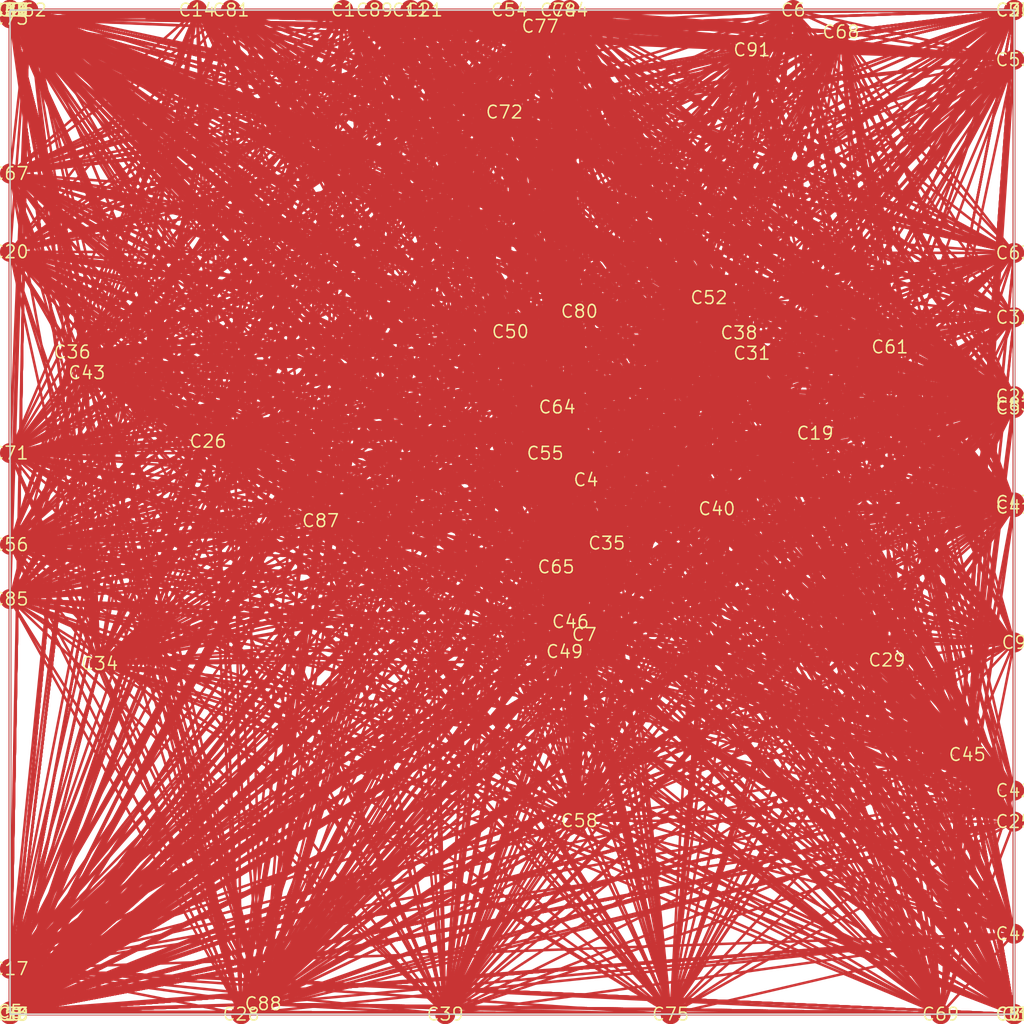
<source format=kicad_pcb>
(kicad_pcb (version 4) (host pcbnew 4.0.7)
  (layers (0 "F.Cu" signal) (31 "B.Cu" signal))
  (module component_0 (layer F.Cu) (at 0.000 100.000)
    (fp_text reference "C0" (at 0 0) (layer F.SilkS))
    (fp_circle (center 0 0) (end 1 0) (layer F.Cu))
  )
  (module component_1 (layer F.Cu) (at 33.182 0.000)
    (fp_text reference "C1" (at 0 0) (layer F.SilkS))
    (fp_circle (center 0 0) (end 1 0) (layer F.Cu))
  )
  (module component_2 (layer F.Cu) (at 0.000 0.000)
    (fp_text reference "C2" (at 0 0) (layer F.SilkS))
    (fp_circle (center 0 0) (end 1 0) (layer F.Cu))
  )
  (module component_3 (layer F.Cu) (at 100.000 100.000)
    (fp_text reference "C3" (at 0 0) (layer F.SilkS))
    (fp_circle (center 0 0) (end 1 0) (layer F.Cu))
  )
  (module component_4 (layer F.Cu) (at 57.356 46.787)
    (fp_text reference "C4" (at 0 0) (layer F.SilkS))
    (fp_circle (center 0 0) (end 1 0) (layer F.Cu))
  )
  (module component_5 (layer F.Cu) (at 0.000 99.728)
    (fp_text reference "C5" (at 0 0) (layer F.SilkS))
    (fp_circle (center 0 0) (end 1 0) (layer F.Cu))
  )
  (module component_6 (layer F.Cu) (at 77.997 0.000)
    (fp_text reference "C6" (at 0 0) (layer F.SilkS))
    (fp_circle (center 0 0) (end 1 0) (layer F.Cu))
  )
  (module component_7 (layer F.Cu) (at 57.191 62.194)
    (fp_text reference "C7" (at 0 0) (layer F.SilkS))
    (fp_circle (center 0 0) (end 1 0) (layer F.Cu))
  )
  (module component_8 (layer F.Cu) (at 0.000 100.000)
    (fp_text reference "C8" (at 0 0) (layer F.SilkS))
    (fp_circle (center 0 0) (end 1 0) (layer F.Cu))
  )
  (module component_9 (layer F.Cu) (at 100.000 62.987)
    (fp_text reference "C9" (at 0 0) (layer F.SilkS))
    (fp_circle (center 0 0) (end 1 0) (layer F.Cu))
  )
  (module component_10 (layer F.Cu) (at 0.000 100.000)
    (fp_text reference "C10" (at 0 0) (layer F.SilkS))
    (fp_circle (center 0 0) (end 1 0) (layer F.Cu))
  )
  (module component_11 (layer F.Cu) (at 39.876 0.000)
    (fp_text reference "C11" (at 0 0) (layer F.SilkS))
    (fp_circle (center 0 0) (end 1 0) (layer F.Cu))
  )
  (module component_12 (layer F.Cu) (at 0.000 0.000)
    (fp_text reference "C12" (at 0 0) (layer F.SilkS))
    (fp_circle (center 0 0) (end 1 0) (layer F.Cu))
  )
  (module component_13 (layer F.Cu) (at 0.000 100.000)
    (fp_text reference "C13" (at 0 0) (layer F.SilkS))
    (fp_circle (center 0 0) (end 1 0) (layer F.Cu))
  )
  (module component_14 (layer F.Cu) (at 18.620 0.000)
    (fp_text reference "C14" (at 0 0) (layer F.SilkS))
    (fp_circle (center 0 0) (end 1 0) (layer F.Cu))
  )
  (module component_15 (layer F.Cu) (at 0.000 100.000)
    (fp_text reference "C15" (at 0 0) (layer F.SilkS))
    (fp_circle (center 0 0) (end 1 0) (layer F.Cu))
  )
  (module component_16 (layer F.Cu) (at 0.000 100.000)
    (fp_text reference "C16" (at 0 0) (layer F.SilkS))
    (fp_circle (center 0 0) (end 1 0) (layer F.Cu))
  )
  (module component_17 (layer F.Cu) (at 0.000 95.474)
    (fp_text reference "C17" (at 0 0) (layer F.SilkS))
    (fp_circle (center 0 0) (end 1 0) (layer F.Cu))
  )
  (module component_18 (layer F.Cu) (at 100.000 100.000)
    (fp_text reference "C18" (at 0 0) (layer F.SilkS))
    (fp_circle (center 0 0) (end 1 0) (layer F.Cu))
  )
  (module component_19 (layer F.Cu) (at 80.179 42.143)
    (fp_text reference "C19" (at 0 0) (layer F.SilkS))
    (fp_circle (center 0 0) (end 1 0) (layer F.Cu))
  )
  (module component_20 (layer F.Cu) (at 0.000 24.081)
    (fp_text reference "C20" (at 0 0) (layer F.SilkS))
    (fp_circle (center 0 0) (end 1 0) (layer F.Cu))
  )
  (module component_21 (layer F.Cu) (at 41.268 0.000)
    (fp_text reference "C21" (at 0 0) (layer F.SilkS))
    (fp_circle (center 0 0) (end 1 0) (layer F.Cu))
  )
  (module component_22 (layer F.Cu) (at 0.000 0.000)
    (fp_text reference "C22" (at 0 0) (layer F.SilkS))
    (fp_circle (center 0 0) (end 1 0) (layer F.Cu))
  )
  (module component_23 (layer F.Cu) (at 100.000 0.000)
    (fp_text reference "C23" (at 0 0) (layer F.SilkS))
    (fp_circle (center 0 0) (end 1 0) (layer F.Cu))
  )
  (module component_24 (layer F.Cu) (at 100.000 38.451)
    (fp_text reference "C24" (at 0 0) (layer F.SilkS))
    (fp_circle (center 0 0) (end 1 0) (layer F.Cu))
  )
  (module component_25 (layer F.Cu) (at 100.000 80.824)
    (fp_text reference "C25" (at 0 0) (layer F.SilkS))
    (fp_circle (center 0 0) (end 1 0) (layer F.Cu))
  )
  (module component_26 (layer F.Cu) (at 19.718 42.952)
    (fp_text reference "C26" (at 0 0) (layer F.SilkS))
    (fp_circle (center 0 0) (end 1 0) (layer F.Cu))
  )
  (module component_27 (layer F.Cu) (at 0.000 0.000)
    (fp_text reference "C27" (at 0 0) (layer F.SilkS))
    (fp_circle (center 0 0) (end 1 0) (layer F.Cu))
  )
  (module component_28 (layer F.Cu) (at 23.015 100.000)
    (fp_text reference "C28" (at 0 0) (layer F.SilkS))
    (fp_circle (center 0 0) (end 1 0) (layer F.Cu))
  )
  (module component_29 (layer F.Cu) (at 87.334 64.735)
    (fp_text reference "C29" (at 0 0) (layer F.SilkS))
    (fp_circle (center 0 0) (end 1 0) (layer F.Cu))
  )
  (module component_30 (layer F.Cu) (at 100.000 0.000)
    (fp_text reference "C30" (at 0 0) (layer F.SilkS))
    (fp_circle (center 0 0) (end 1 0) (layer F.Cu))
  )
  (module component_31 (layer F.Cu) (at 73.875 34.186)
    (fp_text reference "C31" (at 0 0) (layer F.SilkS))
    (fp_circle (center 0 0) (end 1 0) (layer F.Cu))
  )
  (module component_32 (layer F.Cu) (at 100.000 30.602)
    (fp_text reference "C32" (at 0 0) (layer F.SilkS))
    (fp_circle (center 0 0) (end 1 0) (layer F.Cu))
  )
  (module component_33 (layer F.Cu) (at 0.000 0.000)
    (fp_text reference "C33" (at 0 0) (layer F.SilkS))
    (fp_circle (center 0 0) (end 1 0) (layer F.Cu))
  )
  (module component_34 (layer F.Cu) (at 8.922 65.092)
    (fp_text reference "C34" (at 0 0) (layer F.SilkS))
    (fp_circle (center 0 0) (end 1 0) (layer F.Cu))
  )
  (module component_35 (layer F.Cu) (at 59.430 53.094)
    (fp_text reference "C35" (at 0 0) (layer F.SilkS))
    (fp_circle (center 0 0) (end 1 0) (layer F.Cu))
  )
  (module component_36 (layer F.Cu) (at 6.197 34.057)
    (fp_text reference "C36" (at 0 0) (layer F.SilkS))
    (fp_circle (center 0 0) (end 1 0) (layer F.Cu))
  )
  (module component_37 (layer F.Cu) (at 100.000 0.000)
    (fp_text reference "C37" (at 0 0) (layer F.SilkS))
    (fp_circle (center 0 0) (end 1 0) (layer F.Cu))
  )
  (module component_38 (layer F.Cu) (at 72.601 32.150)
    (fp_text reference "C38" (at 0 0) (layer F.SilkS))
    (fp_circle (center 0 0) (end 1 0) (layer F.Cu))
  )
  (module component_39 (layer F.Cu) (at 43.340 100.000)
    (fp_text reference "C39" (at 0 0) (layer F.SilkS))
    (fp_circle (center 0 0) (end 1 0) (layer F.Cu))
  )
  (module component_40 (layer F.Cu) (at 70.389 49.668)
    (fp_text reference "C40" (at 0 0) (layer F.SilkS))
    (fp_circle (center 0 0) (end 1 0) (layer F.Cu))
  )
  (module component_41 (layer F.Cu) (at 100.000 49.507)
    (fp_text reference "C41" (at 0 0) (layer F.SilkS))
    (fp_circle (center 0 0) (end 1 0) (layer F.Cu))
  )
  (module component_42 (layer F.Cu) (at 100.000 77.731)
    (fp_text reference "C42" (at 0 0) (layer F.SilkS))
    (fp_circle (center 0 0) (end 1 0) (layer F.Cu))
  )
  (module component_43 (layer F.Cu) (at 7.648 36.120)
    (fp_text reference "C43" (at 0 0) (layer F.SilkS))
    (fp_circle (center 0 0) (end 1 0) (layer F.Cu))
  )
  (module component_44 (layer F.Cu) (at 100.000 91.993)
    (fp_text reference "C44" (at 0 0) (layer F.SilkS))
    (fp_circle (center 0 0) (end 1 0) (layer F.Cu))
  )
  (module component_45 (layer F.Cu) (at 95.330 74.147)
    (fp_text reference "C45" (at 0 0) (layer F.SilkS))
    (fp_circle (center 0 0) (end 1 0) (layer F.Cu))
  )
  (module component_46 (layer F.Cu) (at 55.817 60.915)
    (fp_text reference "C46" (at 0 0) (layer F.SilkS))
    (fp_circle (center 0 0) (end 1 0) (layer F.Cu))
  )
  (module component_47 (layer F.Cu) (at 100.000 49.043)
    (fp_text reference "C47" (at 0 0) (layer F.SilkS))
    (fp_circle (center 0 0) (end 1 0) (layer F.Cu))
  )
  (module component_48 (layer F.Cu) (at 0.000 0.000)
    (fp_text reference "C48" (at 0 0) (layer F.SilkS))
    (fp_circle (center 0 0) (end 1 0) (layer F.Cu))
  )
  (module component_49 (layer F.Cu) (at 55.229 63.894)
    (fp_text reference "C49" (at 0 0) (layer F.SilkS))
    (fp_circle (center 0 0) (end 1 0) (layer F.Cu))
  )
  (module component_50 (layer F.Cu) (at 49.825 32.031)
    (fp_text reference "C50" (at 0 0) (layer F.SilkS))
    (fp_circle (center 0 0) (end 1 0) (layer F.Cu))
  )
  (module component_51 (layer F.Cu) (at 0.000 0.000)
    (fp_text reference "C51" (at 0 0) (layer F.SilkS))
    (fp_circle (center 0 0) (end 1 0) (layer F.Cu))
  )
  (module component_52 (layer F.Cu) (at 69.609 28.644)
    (fp_text reference "C52" (at 0 0) (layer F.SilkS))
    (fp_circle (center 0 0) (end 1 0) (layer F.Cu))
  )
  (module component_53 (layer F.Cu) (at 100.000 4.949)
    (fp_text reference "C53" (at 0 0) (layer F.SilkS))
    (fp_circle (center 0 0) (end 1 0) (layer F.Cu))
  )
  (module component_54 (layer F.Cu) (at 49.732 0.000)
    (fp_text reference "C54" (at 0 0) (layer F.SilkS))
    (fp_circle (center 0 0) (end 1 0) (layer F.Cu))
  )
  (module component_55 (layer F.Cu) (at 53.296 44.142)
    (fp_text reference "C55" (at 0 0) (layer F.SilkS))
    (fp_circle (center 0 0) (end 1 0) (layer F.Cu))
  )
  (module component_56 (layer F.Cu) (at 0.000 53.246)
    (fp_text reference "C56" (at 0 0) (layer F.SilkS))
    (fp_circle (center 0 0) (end 1 0) (layer F.Cu))
  )
  (module component_57 (layer F.Cu) (at 100.000 39.627)
    (fp_text reference "C57" (at 0 0) (layer F.SilkS))
    (fp_circle (center 0 0) (end 1 0) (layer F.Cu))
  )
  (module component_58 (layer F.Cu) (at 56.698 80.730)
    (fp_text reference "C58" (at 0 0) (layer F.SilkS))
    (fp_circle (center 0 0) (end 1 0) (layer F.Cu))
  )
  (module component_59 (layer F.Cu) (at 0.000 100.000)
    (fp_text reference "C59" (at 0 0) (layer F.SilkS))
    (fp_circle (center 0 0) (end 1 0) (layer F.Cu))
  )
  (module component_60 (layer F.Cu) (at 0.000 0.000)
    (fp_text reference "C60" (at 0 0) (layer F.SilkS))
    (fp_circle (center 0 0) (end 1 0) (layer F.Cu))
  )
  (module component_61 (layer F.Cu) (at 87.624 33.553)
    (fp_text reference "C61" (at 0 0) (layer F.SilkS))
    (fp_circle (center 0 0) (end 1 0) (layer F.Cu))
  )
  (module component_62 (layer F.Cu) (at 1.821 0.000)
    (fp_text reference "C62" (at 0 0) (layer F.SilkS))
    (fp_circle (center 0 0) (end 1 0) (layer F.Cu))
  )
  (module component_63 (layer F.Cu) (at 100.000 24.191)
    (fp_text reference "C63" (at 0 0) (layer F.SilkS))
    (fp_circle (center 0 0) (end 1 0) (layer F.Cu))
  )
  (module component_64 (layer F.Cu) (at 54.485 39.539)
    (fp_text reference "C64" (at 0 0) (layer F.SilkS))
    (fp_circle (center 0 0) (end 1 0) (layer F.Cu))
  )
  (module component_65 (layer F.Cu) (at 54.379 55.460)
    (fp_text reference "C65" (at 0 0) (layer F.SilkS))
    (fp_circle (center 0 0) (end 1 0) (layer F.Cu))
  )
  (module component_66 (layer F.Cu) (at 100.000 100.000)
    (fp_text reference "C66" (at 0 0) (layer F.SilkS))
    (fp_circle (center 0 0) (end 1 0) (layer F.Cu))
  )
  (module component_67 (layer F.Cu) (at 0.000 16.283)
    (fp_text reference "C67" (at 0 0) (layer F.SilkS))
    (fp_circle (center 0 0) (end 1 0) (layer F.Cu))
  )
  (module component_68 (layer F.Cu) (at 82.752 2.177)
    (fp_text reference "C68" (at 0 0) (layer F.SilkS))
    (fp_circle (center 0 0) (end 1 0) (layer F.Cu))
  )
  (module component_69 (layer F.Cu) (at 92.681 100.000)
    (fp_text reference "C69" (at 0 0) (layer F.SilkS))
    (fp_circle (center 0 0) (end 1 0) (layer F.Cu))
  )
  (module component_70 (layer F.Cu) (at 0.000 100.000)
    (fp_text reference "C70" (at 0 0) (layer F.SilkS))
    (fp_circle (center 0 0) (end 1 0) (layer F.Cu))
  )
  (module component_71 (layer F.Cu) (at 0.000 44.120)
    (fp_text reference "C71" (at 0 0) (layer F.SilkS))
    (fp_circle (center 0 0) (end 1 0) (layer F.Cu))
  )
  (module component_72 (layer F.Cu) (at 49.228 10.163)
    (fp_text reference "C72" (at 0 0) (layer F.SilkS))
    (fp_circle (center 0 0) (end 1 0) (layer F.Cu))
  )
  (module component_73 (layer F.Cu) (at 0.000 0.815)
    (fp_text reference "C73" (at 0 0) (layer F.SilkS))
    (fp_circle (center 0 0) (end 1 0) (layer F.Cu))
  )
  (module component_74 (layer F.Cu) (at 54.613 0.000)
    (fp_text reference "C74" (at 0 0) (layer F.SilkS))
    (fp_circle (center 0 0) (end 1 0) (layer F.Cu))
  )
  (module component_75 (layer F.Cu) (at 65.787 100.000)
    (fp_text reference "C75" (at 0 0) (layer F.SilkS))
    (fp_circle (center 0 0) (end 1 0) (layer F.Cu))
  )
  (module component_76 (layer F.Cu) (at 100.000 100.000)
    (fp_text reference "C76" (at 0 0) (layer F.SilkS))
    (fp_circle (center 0 0) (end 1 0) (layer F.Cu))
  )
  (module component_77 (layer F.Cu) (at 52.796 1.618)
    (fp_text reference "C77" (at 0 0) (layer F.SilkS))
    (fp_circle (center 0 0) (end 1 0) (layer F.Cu))
  )
  (module component_78 (layer F.Cu) (at 0.000 0.000)
    (fp_text reference "C78" (at 0 0) (layer F.SilkS))
    (fp_circle (center 0 0) (end 1 0) (layer F.Cu))
  )
  (module component_79 (layer F.Cu) (at 0.000 0.000)
    (fp_text reference "C79" (at 0 0) (layer F.SilkS))
    (fp_circle (center 0 0) (end 1 0) (layer F.Cu))
  )
  (module component_80 (layer F.Cu) (at 56.700 30.008)
    (fp_text reference "C80" (at 0 0) (layer F.SilkS))
    (fp_circle (center 0 0) (end 1 0) (layer F.Cu))
  )
  (module component_81 (layer F.Cu) (at 22.007 0.000)
    (fp_text reference "C81" (at 0 0) (layer F.SilkS))
    (fp_circle (center 0 0) (end 1 0) (layer F.Cu))
  )
  (module component_82 (layer F.Cu) (at 100.000 100.000)
    (fp_text reference "C82" (at 0 0) (layer F.SilkS))
    (fp_circle (center 0 0) (end 1 0) (layer F.Cu))
  )
  (module component_83 (layer F.Cu) (at 100.000 39.268)
    (fp_text reference "C83" (at 0 0) (layer F.SilkS))
    (fp_circle (center 0 0) (end 1 0) (layer F.Cu))
  )
  (module component_84 (layer F.Cu) (at 55.751 0.000)
    (fp_text reference "C84" (at 0 0) (layer F.SilkS))
    (fp_circle (center 0 0) (end 1 0) (layer F.Cu))
  )
  (module component_85 (layer F.Cu) (at 0.000 58.660)
    (fp_text reference "C85" (at 0 0) (layer F.SilkS))
    (fp_circle (center 0 0) (end 1 0) (layer F.Cu))
  )
  (module component_86 (layer F.Cu) (at 100.000 100.000)
    (fp_text reference "C86" (at 0 0) (layer F.SilkS))
    (fp_circle (center 0 0) (end 1 0) (layer F.Cu))
  )
  (module component_87 (layer F.Cu) (at 30.931 50.856)
    (fp_text reference "C87" (at 0 0) (layer F.SilkS))
    (fp_circle (center 0 0) (end 1 0) (layer F.Cu))
  )
  (module component_88 (layer F.Cu) (at 25.212 98.968)
    (fp_text reference "C88" (at 0 0) (layer F.SilkS))
    (fp_circle (center 0 0) (end 1 0) (layer F.Cu))
  )
  (module component_89 (layer F.Cu) (at 36.290 0.000)
    (fp_text reference "C89" (at 0 0) (layer F.SilkS))
    (fp_circle (center 0 0) (end 1 0) (layer F.Cu))
  )
  (module component_90 (layer F.Cu) (at 100.000 0.000)
    (fp_text reference "C90" (at 0 0) (layer F.SilkS))
    (fp_circle (center 0 0) (end 1 0) (layer F.Cu))
  )
  (module component_91 (layer F.Cu) (at 73.880 3.960)
    (fp_text reference "C91" (at 0 0) (layer F.SilkS))
    (fp_circle (center 0 0) (end 1 0) (layer F.Cu))
  )
  (segment (start 0.000 100.000) (end 33.182 0.000) (width 0.25) (layer F.Cu))
  (segment (start 0.000 100.000) (end 0.000 0.000) (width 0.25) (layer F.Cu))
  (segment (start 0.000 100.000) (end 100.000 100.000) (width 0.25) (layer F.Cu))
  (segment (start 0.000 100.000) (end 57.356 46.787) (width 0.25) (layer F.Cu))
  (segment (start 0.000 100.000) (end 0.000 99.728) (width 0.25) (layer F.Cu))
  (segment (start 0.000 100.000) (end 77.997 0.000) (width 0.25) (layer F.Cu))
  (segment (start 0.000 100.000) (end 57.191 62.194) (width 0.25) (layer F.Cu))
  (segment (start 0.000 100.000) (end 0.000 100.000) (width 0.25) (layer F.Cu))
  (segment (start 0.000 100.000) (end 100.000 62.987) (width 0.25) (layer F.Cu))
  (segment (start 0.000 100.000) (end 0.000 100.000) (width 0.25) (layer F.Cu))
  (segment (start 0.000 100.000) (end 39.876 0.000) (width 0.25) (layer F.Cu))
  (segment (start 0.000 100.000) (end 0.000 0.000) (width 0.25) (layer F.Cu))
  (segment (start 0.000 100.000) (end 0.000 100.000) (width 0.25) (layer F.Cu))
  (segment (start 0.000 100.000) (end 18.620 0.000) (width 0.25) (layer F.Cu))
  (segment (start 0.000 100.000) (end 0.000 100.000) (width 0.25) (layer F.Cu))
  (segment (start 0.000 100.000) (end 0.000 100.000) (width 0.25) (layer F.Cu))
  (segment (start 0.000 100.000) (end 0.000 95.474) (width 0.25) (layer F.Cu))
  (segment (start 0.000 100.000) (end 100.000 100.000) (width 0.25) (layer F.Cu))
  (segment (start 0.000 100.000) (end 80.179 42.143) (width 0.25) (layer F.Cu))
  (segment (start 0.000 100.000) (end 0.000 24.081) (width 0.25) (layer F.Cu))
  (segment (start 0.000 100.000) (end 41.268 0.000) (width 0.25) (layer F.Cu))
  (segment (start 0.000 100.000) (end 0.000 0.000) (width 0.25) (layer F.Cu))
  (segment (start 0.000 100.000) (end 100.000 0.000) (width 0.25) (layer F.Cu))
  (segment (start 0.000 100.000) (end 100.000 38.451) (width 0.25) (layer F.Cu))
  (segment (start 0.000 100.000) (end 100.000 80.824) (width 0.25) (layer F.Cu))
  (segment (start 0.000 100.000) (end 19.718 42.952) (width 0.25) (layer F.Cu))
  (segment (start 0.000 100.000) (end 0.000 0.000) (width 0.25) (layer F.Cu))
  (segment (start 0.000 100.000) (end 23.015 100.000) (width 0.25) (layer F.Cu))
  (segment (start 0.000 100.000) (end 87.334 64.735) (width 0.25) (layer F.Cu))
  (segment (start 0.000 100.000) (end 100.000 0.000) (width 0.25) (layer F.Cu))
  (segment (start 0.000 100.000) (end 73.875 34.186) (width 0.25) (layer F.Cu))
  (segment (start 0.000 100.000) (end 100.000 30.602) (width 0.25) (layer F.Cu))
  (segment (start 0.000 100.000) (end 0.000 0.000) (width 0.25) (layer F.Cu))
  (segment (start 0.000 100.000) (end 8.922 65.092) (width 0.25) (layer F.Cu))
  (segment (start 0.000 100.000) (end 59.430 53.094) (width 0.25) (layer F.Cu))
  (segment (start 0.000 100.000) (end 6.197 34.057) (width 0.25) (layer F.Cu))
  (segment (start 0.000 100.000) (end 100.000 0.000) (width 0.25) (layer F.Cu))
  (segment (start 0.000 100.000) (end 72.601 32.150) (width 0.25) (layer F.Cu))
  (segment (start 0.000 100.000) (end 43.340 100.000) (width 0.25) (layer F.Cu))
  (segment (start 0.000 100.000) (end 70.389 49.668) (width 0.25) (layer F.Cu))
  (segment (start 0.000 100.000) (end 100.000 49.507) (width 0.25) (layer F.Cu))
  (segment (start 0.000 100.000) (end 100.000 77.731) (width 0.25) (layer F.Cu))
  (segment (start 0.000 100.000) (end 7.648 36.120) (width 0.25) (layer F.Cu))
  (segment (start 0.000 100.000) (end 100.000 91.993) (width 0.25) (layer F.Cu))
  (segment (start 0.000 100.000) (end 95.330 74.147) (width 0.25) (layer F.Cu))
  (segment (start 0.000 100.000) (end 55.817 60.915) (width 0.25) (layer F.Cu))
  (segment (start 0.000 100.000) (end 100.000 49.043) (width 0.25) (layer F.Cu))
  (segment (start 0.000 100.000) (end 0.000 0.000) (width 0.25) (layer F.Cu))
  (segment (start 0.000 100.000) (end 55.229 63.894) (width 0.25) (layer F.Cu))
  (segment (start 0.000 100.000) (end 49.825 32.031) (width 0.25) (layer F.Cu))
  (segment (start 0.000 100.000) (end 0.000 0.000) (width 0.25) (layer F.Cu))
  (segment (start 0.000 100.000) (end 69.609 28.644) (width 0.25) (layer F.Cu))
  (segment (start 0.000 100.000) (end 100.000 4.949) (width 0.25) (layer F.Cu))
  (segment (start 0.000 100.000) (end 49.732 0.000) (width 0.25) (layer F.Cu))
  (segment (start 0.000 100.000) (end 53.296 44.142) (width 0.25) (layer F.Cu))
  (segment (start 0.000 100.000) (end 0.000 53.246) (width 0.25) (layer F.Cu))
  (segment (start 0.000 100.000) (end 100.000 39.627) (width 0.25) (layer F.Cu))
  (segment (start 0.000 100.000) (end 56.698 80.730) (width 0.25) (layer F.Cu))
  (segment (start 0.000 100.000) (end 0.000 100.000) (width 0.25) (layer F.Cu))
  (segment (start 0.000 100.000) (end 0.000 0.000) (width 0.25) (layer F.Cu))
  (segment (start 0.000 100.000) (end 87.624 33.553) (width 0.25) (layer F.Cu))
  (segment (start 0.000 100.000) (end 1.821 0.000) (width 0.25) (layer F.Cu))
  (segment (start 0.000 100.000) (end 100.000 24.191) (width 0.25) (layer F.Cu))
  (segment (start 0.000 100.000) (end 54.485 39.539) (width 0.25) (layer F.Cu))
  (segment (start 0.000 100.000) (end 54.379 55.460) (width 0.25) (layer F.Cu))
  (segment (start 0.000 100.000) (end 100.000 100.000) (width 0.25) (layer F.Cu))
  (segment (start 0.000 100.000) (end 0.000 16.283) (width 0.25) (layer F.Cu))
  (segment (start 0.000 100.000) (end 82.752 2.177) (width 0.25) (layer F.Cu))
  (segment (start 0.000 100.000) (end 92.681 100.000) (width 0.25) (layer F.Cu))
  (segment (start 0.000 100.000) (end 0.000 100.000) (width 0.25) (layer F.Cu))
  (segment (start 0.000 100.000) (end 0.000 44.120) (width 0.25) (layer F.Cu))
  (segment (start 0.000 100.000) (end 49.228 10.163) (width 0.25) (layer F.Cu))
  (segment (start 0.000 100.000) (end 0.000 0.815) (width 0.25) (layer F.Cu))
  (segment (start 0.000 100.000) (end 54.613 0.000) (width 0.25) (layer F.Cu))
  (segment (start 0.000 100.000) (end 65.787 100.000) (width 0.25) (layer F.Cu))
  (segment (start 0.000 100.000) (end 100.000 100.000) (width 0.25) (layer F.Cu))
  (segment (start 0.000 100.000) (end 52.796 1.618) (width 0.25) (layer F.Cu))
  (segment (start 0.000 100.000) (end 0.000 0.000) (width 0.25) (layer F.Cu))
  (segment (start 0.000 100.000) (end 0.000 0.000) (width 0.25) (layer F.Cu))
  (segment (start 0.000 100.000) (end 56.700 30.008) (width 0.25) (layer F.Cu))
  (segment (start 0.000 100.000) (end 22.007 0.000) (width 0.25) (layer F.Cu))
  (segment (start 0.000 100.000) (end 100.000 100.000) (width 0.25) (layer F.Cu))
  (segment (start 0.000 100.000) (end 100.000 39.268) (width 0.25) (layer F.Cu))
  (segment (start 0.000 100.000) (end 55.751 0.000) (width 0.25) (layer F.Cu))
  (segment (start 0.000 100.000) (end 0.000 58.660) (width 0.25) (layer F.Cu))
  (segment (start 0.000 100.000) (end 100.000 100.000) (width 0.25) (layer F.Cu))
  (segment (start 0.000 100.000) (end 30.931 50.856) (width 0.25) (layer F.Cu))
  (segment (start 0.000 100.000) (end 25.212 98.968) (width 0.25) (layer F.Cu))
  (segment (start 0.000 100.000) (end 36.290 0.000) (width 0.25) (layer F.Cu))
  (segment (start 0.000 100.000) (end 100.000 0.000) (width 0.25) (layer F.Cu))
  (segment (start 0.000 100.000) (end 73.880 3.960) (width 0.25) (layer F.Cu))
  (segment (start 33.182 0.000) (end 0.000 0.000) (width 0.25) (layer F.Cu))
  (segment (start 33.182 0.000) (end 100.000 100.000) (width 0.25) (layer F.Cu))
  (segment (start 33.182 0.000) (end 57.356 46.787) (width 0.25) (layer F.Cu))
  (segment (start 33.182 0.000) (end 0.000 99.728) (width 0.25) (layer F.Cu))
  (segment (start 33.182 0.000) (end 77.997 0.000) (width 0.25) (layer F.Cu))
  (segment (start 33.182 0.000) (end 57.191 62.194) (width 0.25) (layer F.Cu))
  (segment (start 33.182 0.000) (end 0.000 100.000) (width 0.25) (layer F.Cu))
  (segment (start 33.182 0.000) (end 100.000 62.987) (width 0.25) (layer F.Cu))
  (segment (start 33.182 0.000) (end 0.000 100.000) (width 0.25) (layer F.Cu))
  (segment (start 33.182 0.000) (end 39.876 0.000) (width 0.25) (layer F.Cu))
  (segment (start 33.182 0.000) (end 0.000 0.000) (width 0.25) (layer F.Cu))
  (segment (start 33.182 0.000) (end 0.000 100.000) (width 0.25) (layer F.Cu))
  (segment (start 33.182 0.000) (end 18.620 0.000) (width 0.25) (layer F.Cu))
  (segment (start 33.182 0.000) (end 0.000 100.000) (width 0.25) (layer F.Cu))
  (segment (start 33.182 0.000) (end 0.000 100.000) (width 0.25) (layer F.Cu))
  (segment (start 33.182 0.000) (end 0.000 95.474) (width 0.25) (layer F.Cu))
  (segment (start 33.182 0.000) (end 100.000 100.000) (width 0.25) (layer F.Cu))
  (segment (start 33.182 0.000) (end 80.179 42.143) (width 0.25) (layer F.Cu))
  (segment (start 33.182 0.000) (end 0.000 24.081) (width 0.25) (layer F.Cu))
  (segment (start 33.182 0.000) (end 41.268 0.000) (width 0.25) (layer F.Cu))
  (segment (start 33.182 0.000) (end 0.000 0.000) (width 0.25) (layer F.Cu))
  (segment (start 33.182 0.000) (end 100.000 0.000) (width 0.25) (layer F.Cu))
  (segment (start 33.182 0.000) (end 100.000 38.451) (width 0.25) (layer F.Cu))
  (segment (start 33.182 0.000) (end 100.000 80.824) (width 0.25) (layer F.Cu))
  (segment (start 33.182 0.000) (end 19.718 42.952) (width 0.25) (layer F.Cu))
  (segment (start 33.182 0.000) (end 0.000 0.000) (width 0.25) (layer F.Cu))
  (segment (start 33.182 0.000) (end 23.015 100.000) (width 0.25) (layer F.Cu))
  (segment (start 33.182 0.000) (end 87.334 64.735) (width 0.25) (layer F.Cu))
  (segment (start 33.182 0.000) (end 100.000 0.000) (width 0.25) (layer F.Cu))
  (segment (start 33.182 0.000) (end 73.875 34.186) (width 0.25) (layer F.Cu))
  (segment (start 33.182 0.000) (end 100.000 30.602) (width 0.25) (layer F.Cu))
  (segment (start 33.182 0.000) (end 0.000 0.000) (width 0.25) (layer F.Cu))
  (segment (start 33.182 0.000) (end 8.922 65.092) (width 0.25) (layer F.Cu))
  (segment (start 33.182 0.000) (end 59.430 53.094) (width 0.25) (layer F.Cu))
  (segment (start 33.182 0.000) (end 6.197 34.057) (width 0.25) (layer F.Cu))
  (segment (start 33.182 0.000) (end 100.000 0.000) (width 0.25) (layer F.Cu))
  (segment (start 33.182 0.000) (end 72.601 32.150) (width 0.25) (layer F.Cu))
  (segment (start 33.182 0.000) (end 43.340 100.000) (width 0.25) (layer F.Cu))
  (segment (start 33.182 0.000) (end 70.389 49.668) (width 0.25) (layer F.Cu))
  (segment (start 33.182 0.000) (end 100.000 49.507) (width 0.25) (layer F.Cu))
  (segment (start 33.182 0.000) (end 100.000 77.731) (width 0.25) (layer F.Cu))
  (segment (start 33.182 0.000) (end 7.648 36.120) (width 0.25) (layer F.Cu))
  (segment (start 33.182 0.000) (end 100.000 91.993) (width 0.25) (layer F.Cu))
  (segment (start 33.182 0.000) (end 95.330 74.147) (width 0.25) (layer F.Cu))
  (segment (start 33.182 0.000) (end 55.817 60.915) (width 0.25) (layer F.Cu))
  (segment (start 33.182 0.000) (end 100.000 49.043) (width 0.25) (layer F.Cu))
  (segment (start 33.182 0.000) (end 0.000 0.000) (width 0.25) (layer F.Cu))
  (segment (start 33.182 0.000) (end 55.229 63.894) (width 0.25) (layer F.Cu))
  (segment (start 33.182 0.000) (end 49.825 32.031) (width 0.25) (layer F.Cu))
  (segment (start 33.182 0.000) (end 0.000 0.000) (width 0.25) (layer F.Cu))
  (segment (start 33.182 0.000) (end 69.609 28.644) (width 0.25) (layer F.Cu))
  (segment (start 33.182 0.000) (end 100.000 4.949) (width 0.25) (layer F.Cu))
  (segment (start 33.182 0.000) (end 49.732 0.000) (width 0.25) (layer F.Cu))
  (segment (start 33.182 0.000) (end 53.296 44.142) (width 0.25) (layer F.Cu))
  (segment (start 33.182 0.000) (end 0.000 53.246) (width 0.25) (layer F.Cu))
  (segment (start 33.182 0.000) (end 100.000 39.627) (width 0.25) (layer F.Cu))
  (segment (start 33.182 0.000) (end 56.698 80.730) (width 0.25) (layer F.Cu))
  (segment (start 33.182 0.000) (end 0.000 100.000) (width 0.25) (layer F.Cu))
  (segment (start 33.182 0.000) (end 0.000 0.000) (width 0.25) (layer F.Cu))
  (segment (start 33.182 0.000) (end 87.624 33.553) (width 0.25) (layer F.Cu))
  (segment (start 33.182 0.000) (end 1.821 0.000) (width 0.25) (layer F.Cu))
  (segment (start 33.182 0.000) (end 100.000 24.191) (width 0.25) (layer F.Cu))
  (segment (start 33.182 0.000) (end 54.485 39.539) (width 0.25) (layer F.Cu))
  (segment (start 33.182 0.000) (end 54.379 55.460) (width 0.25) (layer F.Cu))
  (segment (start 33.182 0.000) (end 100.000 100.000) (width 0.25) (layer F.Cu))
  (segment (start 33.182 0.000) (end 0.000 16.283) (width 0.25) (layer F.Cu))
  (segment (start 33.182 0.000) (end 82.752 2.177) (width 0.25) (layer F.Cu))
  (segment (start 33.182 0.000) (end 92.681 100.000) (width 0.25) (layer F.Cu))
  (segment (start 33.182 0.000) (end 0.000 100.000) (width 0.25) (layer F.Cu))
  (segment (start 33.182 0.000) (end 0.000 44.120) (width 0.25) (layer F.Cu))
  (segment (start 33.182 0.000) (end 49.228 10.163) (width 0.25) (layer F.Cu))
  (segment (start 33.182 0.000) (end 0.000 0.815) (width 0.25) (layer F.Cu))
  (segment (start 33.182 0.000) (end 54.613 0.000) (width 0.25) (layer F.Cu))
  (segment (start 33.182 0.000) (end 65.787 100.000) (width 0.25) (layer F.Cu))
  (segment (start 33.182 0.000) (end 100.000 100.000) (width 0.25) (layer F.Cu))
  (segment (start 33.182 0.000) (end 52.796 1.618) (width 0.25) (layer F.Cu))
  (segment (start 33.182 0.000) (end 0.000 0.000) (width 0.25) (layer F.Cu))
  (segment (start 33.182 0.000) (end 0.000 0.000) (width 0.25) (layer F.Cu))
  (segment (start 33.182 0.000) (end 56.700 30.008) (width 0.25) (layer F.Cu))
  (segment (start 33.182 0.000) (end 22.007 0.000) (width 0.25) (layer F.Cu))
  (segment (start 33.182 0.000) (end 100.000 100.000) (width 0.25) (layer F.Cu))
  (segment (start 33.182 0.000) (end 100.000 39.268) (width 0.25) (layer F.Cu))
  (segment (start 33.182 0.000) (end 55.751 0.000) (width 0.25) (layer F.Cu))
  (segment (start 33.182 0.000) (end 0.000 58.660) (width 0.25) (layer F.Cu))
  (segment (start 33.182 0.000) (end 100.000 100.000) (width 0.25) (layer F.Cu))
  (segment (start 33.182 0.000) (end 30.931 50.856) (width 0.25) (layer F.Cu))
  (segment (start 33.182 0.000) (end 25.212 98.968) (width 0.25) (layer F.Cu))
  (segment (start 33.182 0.000) (end 36.290 0.000) (width 0.25) (layer F.Cu))
  (segment (start 33.182 0.000) (end 100.000 0.000) (width 0.25) (layer F.Cu))
  (segment (start 33.182 0.000) (end 73.880 3.960) (width 0.25) (layer F.Cu))
  (segment (start 0.000 0.000) (end 100.000 100.000) (width 0.25) (layer F.Cu))
  (segment (start 0.000 0.000) (end 57.356 46.787) (width 0.25) (layer F.Cu))
  (segment (start 0.000 0.000) (end 0.000 99.728) (width 0.25) (layer F.Cu))
  (segment (start 0.000 0.000) (end 77.997 0.000) (width 0.25) (layer F.Cu))
  (segment (start 0.000 0.000) (end 57.191 62.194) (width 0.25) (layer F.Cu))
  (segment (start 0.000 0.000) (end 0.000 100.000) (width 0.25) (layer F.Cu))
  (segment (start 0.000 0.000) (end 100.000 62.987) (width 0.25) (layer F.Cu))
  (segment (start 0.000 0.000) (end 0.000 100.000) (width 0.25) (layer F.Cu))
  (segment (start 0.000 0.000) (end 39.876 0.000) (width 0.25) (layer F.Cu))
  (segment (start 0.000 0.000) (end 0.000 0.000) (width 0.25) (layer F.Cu))
  (segment (start 0.000 0.000) (end 0.000 100.000) (width 0.25) (layer F.Cu))
  (segment (start 0.000 0.000) (end 18.620 0.000) (width 0.25) (layer F.Cu))
  (segment (start 0.000 0.000) (end 0.000 100.000) (width 0.25) (layer F.Cu))
  (segment (start 0.000 0.000) (end 0.000 100.000) (width 0.25) (layer F.Cu))
  (segment (start 0.000 0.000) (end 0.000 95.474) (width 0.25) (layer F.Cu))
  (segment (start 0.000 0.000) (end 100.000 100.000) (width 0.25) (layer F.Cu))
  (segment (start 0.000 0.000) (end 80.179 42.143) (width 0.25) (layer F.Cu))
  (segment (start 0.000 0.000) (end 0.000 24.081) (width 0.25) (layer F.Cu))
  (segment (start 0.000 0.000) (end 41.268 0.000) (width 0.25) (layer F.Cu))
  (segment (start 0.000 0.000) (end 0.000 0.000) (width 0.25) (layer F.Cu))
  (segment (start 0.000 0.000) (end 100.000 0.000) (width 0.25) (layer F.Cu))
  (segment (start 0.000 0.000) (end 100.000 38.451) (width 0.25) (layer F.Cu))
  (segment (start 0.000 0.000) (end 100.000 80.824) (width 0.25) (layer F.Cu))
  (segment (start 0.000 0.000) (end 19.718 42.952) (width 0.25) (layer F.Cu))
  (segment (start 0.000 0.000) (end 0.000 0.000) (width 0.25) (layer F.Cu))
  (segment (start 0.000 0.000) (end 23.015 100.000) (width 0.25) (layer F.Cu))
  (segment (start 0.000 0.000) (end 87.334 64.735) (width 0.25) (layer F.Cu))
  (segment (start 0.000 0.000) (end 100.000 0.000) (width 0.25) (layer F.Cu))
  (segment (start 0.000 0.000) (end 73.875 34.186) (width 0.25) (layer F.Cu))
  (segment (start 0.000 0.000) (end 100.000 30.602) (width 0.25) (layer F.Cu))
  (segment (start 0.000 0.000) (end 0.000 0.000) (width 0.25) (layer F.Cu))
  (segment (start 0.000 0.000) (end 8.922 65.092) (width 0.25) (layer F.Cu))
  (segment (start 0.000 0.000) (end 59.430 53.094) (width 0.25) (layer F.Cu))
  (segment (start 0.000 0.000) (end 6.197 34.057) (width 0.25) (layer F.Cu))
  (segment (start 0.000 0.000) (end 100.000 0.000) (width 0.25) (layer F.Cu))
  (segment (start 0.000 0.000) (end 72.601 32.150) (width 0.25) (layer F.Cu))
  (segment (start 0.000 0.000) (end 43.340 100.000) (width 0.25) (layer F.Cu))
  (segment (start 0.000 0.000) (end 70.389 49.668) (width 0.25) (layer F.Cu))
  (segment (start 0.000 0.000) (end 100.000 49.507) (width 0.25) (layer F.Cu))
  (segment (start 0.000 0.000) (end 100.000 77.731) (width 0.25) (layer F.Cu))
  (segment (start 0.000 0.000) (end 7.648 36.120) (width 0.25) (layer F.Cu))
  (segment (start 0.000 0.000) (end 100.000 91.993) (width 0.25) (layer F.Cu))
  (segment (start 0.000 0.000) (end 95.330 74.147) (width 0.25) (layer F.Cu))
  (segment (start 0.000 0.000) (end 55.817 60.915) (width 0.25) (layer F.Cu))
  (segment (start 0.000 0.000) (end 100.000 49.043) (width 0.25) (layer F.Cu))
  (segment (start 0.000 0.000) (end 0.000 0.000) (width 0.25) (layer F.Cu))
  (segment (start 0.000 0.000) (end 55.229 63.894) (width 0.25) (layer F.Cu))
  (segment (start 0.000 0.000) (end 49.825 32.031) (width 0.25) (layer F.Cu))
  (segment (start 0.000 0.000) (end 0.000 0.000) (width 0.25) (layer F.Cu))
  (segment (start 0.000 0.000) (end 69.609 28.644) (width 0.25) (layer F.Cu))
  (segment (start 0.000 0.000) (end 100.000 4.949) (width 0.25) (layer F.Cu))
  (segment (start 0.000 0.000) (end 49.732 0.000) (width 0.25) (layer F.Cu))
  (segment (start 0.000 0.000) (end 53.296 44.142) (width 0.25) (layer F.Cu))
  (segment (start 0.000 0.000) (end 0.000 53.246) (width 0.25) (layer F.Cu))
  (segment (start 0.000 0.000) (end 100.000 39.627) (width 0.25) (layer F.Cu))
  (segment (start 0.000 0.000) (end 56.698 80.730) (width 0.25) (layer F.Cu))
  (segment (start 0.000 0.000) (end 0.000 100.000) (width 0.25) (layer F.Cu))
  (segment (start 0.000 0.000) (end 0.000 0.000) (width 0.25) (layer F.Cu))
  (segment (start 0.000 0.000) (end 87.624 33.553) (width 0.25) (layer F.Cu))
  (segment (start 0.000 0.000) (end 1.821 0.000) (width 0.25) (layer F.Cu))
  (segment (start 0.000 0.000) (end 100.000 24.191) (width 0.25) (layer F.Cu))
  (segment (start 0.000 0.000) (end 54.485 39.539) (width 0.25) (layer F.Cu))
  (segment (start 0.000 0.000) (end 54.379 55.460) (width 0.25) (layer F.Cu))
  (segment (start 0.000 0.000) (end 100.000 100.000) (width 0.25) (layer F.Cu))
  (segment (start 0.000 0.000) (end 0.000 16.283) (width 0.25) (layer F.Cu))
  (segment (start 0.000 0.000) (end 82.752 2.177) (width 0.25) (layer F.Cu))
  (segment (start 0.000 0.000) (end 92.681 100.000) (width 0.25) (layer F.Cu))
  (segment (start 0.000 0.000) (end 0.000 100.000) (width 0.25) (layer F.Cu))
  (segment (start 0.000 0.000) (end 0.000 44.120) (width 0.25) (layer F.Cu))
  (segment (start 0.000 0.000) (end 49.228 10.163) (width 0.25) (layer F.Cu))
  (segment (start 0.000 0.000) (end 0.000 0.815) (width 0.25) (layer F.Cu))
  (segment (start 0.000 0.000) (end 54.613 0.000) (width 0.25) (layer F.Cu))
  (segment (start 0.000 0.000) (end 65.787 100.000) (width 0.25) (layer F.Cu))
  (segment (start 0.000 0.000) (end 100.000 100.000) (width 0.25) (layer F.Cu))
  (segment (start 0.000 0.000) (end 52.796 1.618) (width 0.25) (layer F.Cu))
  (segment (start 0.000 0.000) (end 0.000 0.000) (width 0.25) (layer F.Cu))
  (segment (start 0.000 0.000) (end 0.000 0.000) (width 0.25) (layer F.Cu))
  (segment (start 0.000 0.000) (end 56.700 30.008) (width 0.25) (layer F.Cu))
  (segment (start 0.000 0.000) (end 22.007 0.000) (width 0.25) (layer F.Cu))
  (segment (start 0.000 0.000) (end 100.000 100.000) (width 0.25) (layer F.Cu))
  (segment (start 0.000 0.000) (end 100.000 39.268) (width 0.25) (layer F.Cu))
  (segment (start 0.000 0.000) (end 55.751 0.000) (width 0.25) (layer F.Cu))
  (segment (start 0.000 0.000) (end 0.000 58.660) (width 0.25) (layer F.Cu))
  (segment (start 0.000 0.000) (end 100.000 100.000) (width 0.25) (layer F.Cu))
  (segment (start 0.000 0.000) (end 30.931 50.856) (width 0.25) (layer F.Cu))
  (segment (start 0.000 0.000) (end 25.212 98.968) (width 0.25) (layer F.Cu))
  (segment (start 0.000 0.000) (end 36.290 0.000) (width 0.25) (layer F.Cu))
  (segment (start 0.000 0.000) (end 100.000 0.000) (width 0.25) (layer F.Cu))
  (segment (start 0.000 0.000) (end 73.880 3.960) (width 0.25) (layer F.Cu))
  (segment (start 100.000 100.000) (end 57.356 46.787) (width 0.25) (layer F.Cu))
  (segment (start 100.000 100.000) (end 0.000 99.728) (width 0.25) (layer F.Cu))
  (segment (start 100.000 100.000) (end 77.997 0.000) (width 0.25) (layer F.Cu))
  (segment (start 100.000 100.000) (end 57.191 62.194) (width 0.25) (layer F.Cu))
  (segment (start 100.000 100.000) (end 0.000 100.000) (width 0.25) (layer F.Cu))
  (segment (start 100.000 100.000) (end 100.000 62.987) (width 0.25) (layer F.Cu))
  (segment (start 100.000 100.000) (end 0.000 100.000) (width 0.25) (layer F.Cu))
  (segment (start 100.000 100.000) (end 39.876 0.000) (width 0.25) (layer F.Cu))
  (segment (start 100.000 100.000) (end 0.000 0.000) (width 0.25) (layer F.Cu))
  (segment (start 100.000 100.000) (end 0.000 100.000) (width 0.25) (layer F.Cu))
  (segment (start 100.000 100.000) (end 18.620 0.000) (width 0.25) (layer F.Cu))
  (segment (start 100.000 100.000) (end 0.000 100.000) (width 0.25) (layer F.Cu))
  (segment (start 100.000 100.000) (end 0.000 100.000) (width 0.25) (layer F.Cu))
  (segment (start 100.000 100.000) (end 0.000 95.474) (width 0.25) (layer F.Cu))
  (segment (start 100.000 100.000) (end 100.000 100.000) (width 0.25) (layer F.Cu))
  (segment (start 100.000 100.000) (end 80.179 42.143) (width 0.25) (layer F.Cu))
  (segment (start 100.000 100.000) (end 0.000 24.081) (width 0.25) (layer F.Cu))
  (segment (start 100.000 100.000) (end 41.268 0.000) (width 0.25) (layer F.Cu))
  (segment (start 100.000 100.000) (end 0.000 0.000) (width 0.25) (layer F.Cu))
  (segment (start 100.000 100.000) (end 100.000 0.000) (width 0.25) (layer F.Cu))
  (segment (start 100.000 100.000) (end 100.000 38.451) (width 0.25) (layer F.Cu))
  (segment (start 100.000 100.000) (end 100.000 80.824) (width 0.25) (layer F.Cu))
  (segment (start 100.000 100.000) (end 19.718 42.952) (width 0.25) (layer F.Cu))
  (segment (start 100.000 100.000) (end 0.000 0.000) (width 0.25) (layer F.Cu))
  (segment (start 100.000 100.000) (end 23.015 100.000) (width 0.25) (layer F.Cu))
  (segment (start 100.000 100.000) (end 87.334 64.735) (width 0.25) (layer F.Cu))
  (segment (start 100.000 100.000) (end 100.000 0.000) (width 0.25) (layer F.Cu))
  (segment (start 100.000 100.000) (end 73.875 34.186) (width 0.25) (layer F.Cu))
  (segment (start 100.000 100.000) (end 100.000 30.602) (width 0.25) (layer F.Cu))
  (segment (start 100.000 100.000) (end 0.000 0.000) (width 0.25) (layer F.Cu))
  (segment (start 100.000 100.000) (end 8.922 65.092) (width 0.25) (layer F.Cu))
  (segment (start 100.000 100.000) (end 59.430 53.094) (width 0.25) (layer F.Cu))
  (segment (start 100.000 100.000) (end 6.197 34.057) (width 0.25) (layer F.Cu))
  (segment (start 100.000 100.000) (end 100.000 0.000) (width 0.25) (layer F.Cu))
  (segment (start 100.000 100.000) (end 72.601 32.150) (width 0.25) (layer F.Cu))
  (segment (start 100.000 100.000) (end 43.340 100.000) (width 0.25) (layer F.Cu))
  (segment (start 100.000 100.000) (end 70.389 49.668) (width 0.25) (layer F.Cu))
  (segment (start 100.000 100.000) (end 100.000 49.507) (width 0.25) (layer F.Cu))
  (segment (start 100.000 100.000) (end 100.000 77.731) (width 0.25) (layer F.Cu))
  (segment (start 100.000 100.000) (end 7.648 36.120) (width 0.25) (layer F.Cu))
  (segment (start 100.000 100.000) (end 100.000 91.993) (width 0.25) (layer F.Cu))
  (segment (start 100.000 100.000) (end 95.330 74.147) (width 0.25) (layer F.Cu))
  (segment (start 100.000 100.000) (end 55.817 60.915) (width 0.25) (layer F.Cu))
  (segment (start 100.000 100.000) (end 100.000 49.043) (width 0.25) (layer F.Cu))
  (segment (start 100.000 100.000) (end 0.000 0.000) (width 0.25) (layer F.Cu))
  (segment (start 100.000 100.000) (end 55.229 63.894) (width 0.25) (layer F.Cu))
  (segment (start 100.000 100.000) (end 49.825 32.031) (width 0.25) (layer F.Cu))
  (segment (start 100.000 100.000) (end 0.000 0.000) (width 0.25) (layer F.Cu))
  (segment (start 100.000 100.000) (end 69.609 28.644) (width 0.25) (layer F.Cu))
  (segment (start 100.000 100.000) (end 100.000 4.949) (width 0.25) (layer F.Cu))
  (segment (start 100.000 100.000) (end 49.732 0.000) (width 0.25) (layer F.Cu))
  (segment (start 100.000 100.000) (end 53.296 44.142) (width 0.25) (layer F.Cu))
  (segment (start 100.000 100.000) (end 0.000 53.246) (width 0.25) (layer F.Cu))
  (segment (start 100.000 100.000) (end 100.000 39.627) (width 0.25) (layer F.Cu))
  (segment (start 100.000 100.000) (end 56.698 80.730) (width 0.25) (layer F.Cu))
  (segment (start 100.000 100.000) (end 0.000 100.000) (width 0.25) (layer F.Cu))
  (segment (start 100.000 100.000) (end 0.000 0.000) (width 0.25) (layer F.Cu))
  (segment (start 100.000 100.000) (end 87.624 33.553) (width 0.25) (layer F.Cu))
  (segment (start 100.000 100.000) (end 1.821 0.000) (width 0.25) (layer F.Cu))
  (segment (start 100.000 100.000) (end 100.000 24.191) (width 0.25) (layer F.Cu))
  (segment (start 100.000 100.000) (end 54.485 39.539) (width 0.25) (layer F.Cu))
  (segment (start 100.000 100.000) (end 54.379 55.460) (width 0.25) (layer F.Cu))
  (segment (start 100.000 100.000) (end 100.000 100.000) (width 0.25) (layer F.Cu))
  (segment (start 100.000 100.000) (end 0.000 16.283) (width 0.25) (layer F.Cu))
  (segment (start 100.000 100.000) (end 82.752 2.177) (width 0.25) (layer F.Cu))
  (segment (start 100.000 100.000) (end 92.681 100.000) (width 0.25) (layer F.Cu))
  (segment (start 100.000 100.000) (end 0.000 100.000) (width 0.25) (layer F.Cu))
  (segment (start 100.000 100.000) (end 0.000 44.120) (width 0.25) (layer F.Cu))
  (segment (start 100.000 100.000) (end 49.228 10.163) (width 0.25) (layer F.Cu))
  (segment (start 100.000 100.000) (end 0.000 0.815) (width 0.25) (layer F.Cu))
  (segment (start 100.000 100.000) (end 54.613 0.000) (width 0.25) (layer F.Cu))
  (segment (start 100.000 100.000) (end 65.787 100.000) (width 0.25) (layer F.Cu))
  (segment (start 100.000 100.000) (end 100.000 100.000) (width 0.25) (layer F.Cu))
  (segment (start 100.000 100.000) (end 52.796 1.618) (width 0.25) (layer F.Cu))
  (segment (start 100.000 100.000) (end 0.000 0.000) (width 0.25) (layer F.Cu))
  (segment (start 100.000 100.000) (end 0.000 0.000) (width 0.25) (layer F.Cu))
  (segment (start 100.000 100.000) (end 56.700 30.008) (width 0.25) (layer F.Cu))
  (segment (start 100.000 100.000) (end 22.007 0.000) (width 0.25) (layer F.Cu))
  (segment (start 100.000 100.000) (end 100.000 100.000) (width 0.25) (layer F.Cu))
  (segment (start 100.000 100.000) (end 100.000 39.268) (width 0.25) (layer F.Cu))
  (segment (start 100.000 100.000) (end 55.751 0.000) (width 0.25) (layer F.Cu))
  (segment (start 100.000 100.000) (end 0.000 58.660) (width 0.25) (layer F.Cu))
  (segment (start 100.000 100.000) (end 100.000 100.000) (width 0.25) (layer F.Cu))
  (segment (start 100.000 100.000) (end 30.931 50.856) (width 0.25) (layer F.Cu))
  (segment (start 100.000 100.000) (end 25.212 98.968) (width 0.25) (layer F.Cu))
  (segment (start 100.000 100.000) (end 36.290 0.000) (width 0.25) (layer F.Cu))
  (segment (start 100.000 100.000) (end 100.000 0.000) (width 0.25) (layer F.Cu))
  (segment (start 100.000 100.000) (end 73.880 3.960) (width 0.25) (layer F.Cu))
  (segment (start 57.356 46.787) (end 0.000 99.728) (width 0.25) (layer F.Cu))
  (segment (start 57.356 46.787) (end 77.997 0.000) (width 0.25) (layer F.Cu))
  (segment (start 57.356 46.787) (end 57.191 62.194) (width 0.25) (layer F.Cu))
  (segment (start 57.356 46.787) (end 0.000 100.000) (width 0.25) (layer F.Cu))
  (segment (start 57.356 46.787) (end 100.000 62.987) (width 0.25) (layer F.Cu))
  (segment (start 57.356 46.787) (end 0.000 100.000) (width 0.25) (layer F.Cu))
  (segment (start 57.356 46.787) (end 39.876 0.000) (width 0.25) (layer F.Cu))
  (segment (start 57.356 46.787) (end 0.000 0.000) (width 0.25) (layer F.Cu))
  (segment (start 57.356 46.787) (end 0.000 100.000) (width 0.25) (layer F.Cu))
  (segment (start 57.356 46.787) (end 18.620 0.000) (width 0.25) (layer F.Cu))
  (segment (start 57.356 46.787) (end 0.000 100.000) (width 0.25) (layer F.Cu))
  (segment (start 57.356 46.787) (end 0.000 100.000) (width 0.25) (layer F.Cu))
  (segment (start 57.356 46.787) (end 0.000 95.474) (width 0.25) (layer F.Cu))
  (segment (start 57.356 46.787) (end 100.000 100.000) (width 0.25) (layer F.Cu))
  (segment (start 57.356 46.787) (end 80.179 42.143) (width 0.25) (layer F.Cu))
  (segment (start 57.356 46.787) (end 0.000 24.081) (width 0.25) (layer F.Cu))
  (segment (start 57.356 46.787) (end 41.268 0.000) (width 0.25) (layer F.Cu))
  (segment (start 57.356 46.787) (end 0.000 0.000) (width 0.25) (layer F.Cu))
  (segment (start 57.356 46.787) (end 100.000 0.000) (width 0.25) (layer F.Cu))
  (segment (start 57.356 46.787) (end 100.000 38.451) (width 0.25) (layer F.Cu))
  (segment (start 57.356 46.787) (end 100.000 80.824) (width 0.25) (layer F.Cu))
  (segment (start 57.356 46.787) (end 19.718 42.952) (width 0.25) (layer F.Cu))
  (segment (start 57.356 46.787) (end 0.000 0.000) (width 0.25) (layer F.Cu))
  (segment (start 57.356 46.787) (end 23.015 100.000) (width 0.25) (layer F.Cu))
  (segment (start 57.356 46.787) (end 87.334 64.735) (width 0.25) (layer F.Cu))
  (segment (start 57.356 46.787) (end 100.000 0.000) (width 0.25) (layer F.Cu))
  (segment (start 57.356 46.787) (end 73.875 34.186) (width 0.25) (layer F.Cu))
  (segment (start 57.356 46.787) (end 100.000 30.602) (width 0.25) (layer F.Cu))
  (segment (start 57.356 46.787) (end 0.000 0.000) (width 0.25) (layer F.Cu))
  (segment (start 57.356 46.787) (end 8.922 65.092) (width 0.25) (layer F.Cu))
  (segment (start 57.356 46.787) (end 59.430 53.094) (width 0.25) (layer F.Cu))
  (segment (start 57.356 46.787) (end 6.197 34.057) (width 0.25) (layer F.Cu))
  (segment (start 57.356 46.787) (end 100.000 0.000) (width 0.25) (layer F.Cu))
  (segment (start 57.356 46.787) (end 72.601 32.150) (width 0.25) (layer F.Cu))
  (segment (start 57.356 46.787) (end 43.340 100.000) (width 0.25) (layer F.Cu))
  (segment (start 57.356 46.787) (end 70.389 49.668) (width 0.25) (layer F.Cu))
  (segment (start 57.356 46.787) (end 100.000 49.507) (width 0.25) (layer F.Cu))
  (segment (start 57.356 46.787) (end 100.000 77.731) (width 0.25) (layer F.Cu))
  (segment (start 57.356 46.787) (end 7.648 36.120) (width 0.25) (layer F.Cu))
  (segment (start 57.356 46.787) (end 100.000 91.993) (width 0.25) (layer F.Cu))
  (segment (start 57.356 46.787) (end 95.330 74.147) (width 0.25) (layer F.Cu))
  (segment (start 57.356 46.787) (end 55.817 60.915) (width 0.25) (layer F.Cu))
  (segment (start 57.356 46.787) (end 100.000 49.043) (width 0.25) (layer F.Cu))
  (segment (start 57.356 46.787) (end 0.000 0.000) (width 0.25) (layer F.Cu))
  (segment (start 57.356 46.787) (end 55.229 63.894) (width 0.25) (layer F.Cu))
  (segment (start 57.356 46.787) (end 49.825 32.031) (width 0.25) (layer F.Cu))
  (segment (start 57.356 46.787) (end 0.000 0.000) (width 0.25) (layer F.Cu))
  (segment (start 57.356 46.787) (end 69.609 28.644) (width 0.25) (layer F.Cu))
  (segment (start 57.356 46.787) (end 100.000 4.949) (width 0.25) (layer F.Cu))
  (segment (start 57.356 46.787) (end 49.732 0.000) (width 0.25) (layer F.Cu))
  (segment (start 57.356 46.787) (end 53.296 44.142) (width 0.25) (layer F.Cu))
  (segment (start 57.356 46.787) (end 0.000 53.246) (width 0.25) (layer F.Cu))
  (segment (start 57.356 46.787) (end 100.000 39.627) (width 0.25) (layer F.Cu))
  (segment (start 57.356 46.787) (end 56.698 80.730) (width 0.25) (layer F.Cu))
  (segment (start 57.356 46.787) (end 0.000 100.000) (width 0.25) (layer F.Cu))
  (segment (start 57.356 46.787) (end 0.000 0.000) (width 0.25) (layer F.Cu))
  (segment (start 57.356 46.787) (end 87.624 33.553) (width 0.25) (layer F.Cu))
  (segment (start 57.356 46.787) (end 1.821 0.000) (width 0.25) (layer F.Cu))
  (segment (start 57.356 46.787) (end 100.000 24.191) (width 0.25) (layer F.Cu))
  (segment (start 57.356 46.787) (end 54.485 39.539) (width 0.25) (layer F.Cu))
  (segment (start 57.356 46.787) (end 54.379 55.460) (width 0.25) (layer F.Cu))
  (segment (start 57.356 46.787) (end 100.000 100.000) (width 0.25) (layer F.Cu))
  (segment (start 57.356 46.787) (end 0.000 16.283) (width 0.25) (layer F.Cu))
  (segment (start 57.356 46.787) (end 82.752 2.177) (width 0.25) (layer F.Cu))
  (segment (start 57.356 46.787) (end 92.681 100.000) (width 0.25) (layer F.Cu))
  (segment (start 57.356 46.787) (end 0.000 100.000) (width 0.25) (layer F.Cu))
  (segment (start 57.356 46.787) (end 0.000 44.120) (width 0.25) (layer F.Cu))
  (segment (start 57.356 46.787) (end 49.228 10.163) (width 0.25) (layer F.Cu))
  (segment (start 57.356 46.787) (end 0.000 0.815) (width 0.25) (layer F.Cu))
  (segment (start 57.356 46.787) (end 54.613 0.000) (width 0.25) (layer F.Cu))
  (segment (start 57.356 46.787) (end 65.787 100.000) (width 0.25) (layer F.Cu))
  (segment (start 57.356 46.787) (end 100.000 100.000) (width 0.25) (layer F.Cu))
  (segment (start 57.356 46.787) (end 52.796 1.618) (width 0.25) (layer F.Cu))
  (segment (start 57.356 46.787) (end 0.000 0.000) (width 0.25) (layer F.Cu))
  (segment (start 57.356 46.787) (end 0.000 0.000) (width 0.25) (layer F.Cu))
  (segment (start 57.356 46.787) (end 56.700 30.008) (width 0.25) (layer F.Cu))
  (segment (start 57.356 46.787) (end 22.007 0.000) (width 0.25) (layer F.Cu))
  (segment (start 57.356 46.787) (end 100.000 100.000) (width 0.25) (layer F.Cu))
  (segment (start 57.356 46.787) (end 100.000 39.268) (width 0.25) (layer F.Cu))
  (segment (start 57.356 46.787) (end 55.751 0.000) (width 0.25) (layer F.Cu))
  (segment (start 57.356 46.787) (end 0.000 58.660) (width 0.25) (layer F.Cu))
  (segment (start 57.356 46.787) (end 100.000 100.000) (width 0.25) (layer F.Cu))
  (segment (start 57.356 46.787) (end 30.931 50.856) (width 0.25) (layer F.Cu))
  (segment (start 57.356 46.787) (end 25.212 98.968) (width 0.25) (layer F.Cu))
  (segment (start 57.356 46.787) (end 36.290 0.000) (width 0.25) (layer F.Cu))
  (segment (start 57.356 46.787) (end 100.000 0.000) (width 0.25) (layer F.Cu))
  (segment (start 57.356 46.787) (end 73.880 3.960) (width 0.25) (layer F.Cu))
  (segment (start 0.000 99.728) (end 77.997 0.000) (width 0.25) (layer F.Cu))
  (segment (start 0.000 99.728) (end 57.191 62.194) (width 0.25) (layer F.Cu))
  (segment (start 0.000 99.728) (end 0.000 100.000) (width 0.25) (layer F.Cu))
  (segment (start 0.000 99.728) (end 100.000 62.987) (width 0.25) (layer F.Cu))
  (segment (start 0.000 99.728) (end 0.000 100.000) (width 0.25) (layer F.Cu))
  (segment (start 0.000 99.728) (end 39.876 0.000) (width 0.25) (layer F.Cu))
  (segment (start 0.000 99.728) (end 0.000 0.000) (width 0.25) (layer F.Cu))
  (segment (start 0.000 99.728) (end 0.000 100.000) (width 0.25) (layer F.Cu))
  (segment (start 0.000 99.728) (end 18.620 0.000) (width 0.25) (layer F.Cu))
  (segment (start 0.000 99.728) (end 0.000 100.000) (width 0.25) (layer F.Cu))
  (segment (start 0.000 99.728) (end 0.000 100.000) (width 0.25) (layer F.Cu))
  (segment (start 0.000 99.728) (end 0.000 95.474) (width 0.25) (layer F.Cu))
  (segment (start 0.000 99.728) (end 100.000 100.000) (width 0.25) (layer F.Cu))
  (segment (start 0.000 99.728) (end 80.179 42.143) (width 0.25) (layer F.Cu))
  (segment (start 0.000 99.728) (end 0.000 24.081) (width 0.25) (layer F.Cu))
  (segment (start 0.000 99.728) (end 41.268 0.000) (width 0.25) (layer F.Cu))
  (segment (start 0.000 99.728) (end 0.000 0.000) (width 0.25) (layer F.Cu))
  (segment (start 0.000 99.728) (end 100.000 0.000) (width 0.25) (layer F.Cu))
  (segment (start 0.000 99.728) (end 100.000 38.451) (width 0.25) (layer F.Cu))
  (segment (start 0.000 99.728) (end 100.000 80.824) (width 0.25) (layer F.Cu))
  (segment (start 0.000 99.728) (end 19.718 42.952) (width 0.25) (layer F.Cu))
  (segment (start 0.000 99.728) (end 0.000 0.000) (width 0.25) (layer F.Cu))
  (segment (start 0.000 99.728) (end 23.015 100.000) (width 0.25) (layer F.Cu))
  (segment (start 0.000 99.728) (end 87.334 64.735) (width 0.25) (layer F.Cu))
  (segment (start 0.000 99.728) (end 100.000 0.000) (width 0.25) (layer F.Cu))
  (segment (start 0.000 99.728) (end 73.875 34.186) (width 0.25) (layer F.Cu))
  (segment (start 0.000 99.728) (end 100.000 30.602) (width 0.25) (layer F.Cu))
  (segment (start 0.000 99.728) (end 0.000 0.000) (width 0.25) (layer F.Cu))
  (segment (start 0.000 99.728) (end 8.922 65.092) (width 0.25) (layer F.Cu))
  (segment (start 0.000 99.728) (end 59.430 53.094) (width 0.25) (layer F.Cu))
  (segment (start 0.000 99.728) (end 6.197 34.057) (width 0.25) (layer F.Cu))
  (segment (start 0.000 99.728) (end 100.000 0.000) (width 0.25) (layer F.Cu))
  (segment (start 0.000 99.728) (end 72.601 32.150) (width 0.25) (layer F.Cu))
  (segment (start 0.000 99.728) (end 43.340 100.000) (width 0.25) (layer F.Cu))
  (segment (start 0.000 99.728) (end 70.389 49.668) (width 0.25) (layer F.Cu))
  (segment (start 0.000 99.728) (end 100.000 49.507) (width 0.25) (layer F.Cu))
  (segment (start 0.000 99.728) (end 100.000 77.731) (width 0.25) (layer F.Cu))
  (segment (start 0.000 99.728) (end 7.648 36.120) (width 0.25) (layer F.Cu))
  (segment (start 0.000 99.728) (end 100.000 91.993) (width 0.25) (layer F.Cu))
  (segment (start 0.000 99.728) (end 95.330 74.147) (width 0.25) (layer F.Cu))
  (segment (start 0.000 99.728) (end 55.817 60.915) (width 0.25) (layer F.Cu))
  (segment (start 0.000 99.728) (end 100.000 49.043) (width 0.25) (layer F.Cu))
  (segment (start 0.000 99.728) (end 0.000 0.000) (width 0.25) (layer F.Cu))
  (segment (start 0.000 99.728) (end 55.229 63.894) (width 0.25) (layer F.Cu))
  (segment (start 0.000 99.728) (end 49.825 32.031) (width 0.25) (layer F.Cu))
  (segment (start 0.000 99.728) (end 0.000 0.000) (width 0.25) (layer F.Cu))
  (segment (start 0.000 99.728) (end 69.609 28.644) (width 0.25) (layer F.Cu))
  (segment (start 0.000 99.728) (end 100.000 4.949) (width 0.25) (layer F.Cu))
  (segment (start 0.000 99.728) (end 49.732 0.000) (width 0.25) (layer F.Cu))
  (segment (start 0.000 99.728) (end 53.296 44.142) (width 0.25) (layer F.Cu))
  (segment (start 0.000 99.728) (end 0.000 53.246) (width 0.25) (layer F.Cu))
  (segment (start 0.000 99.728) (end 100.000 39.627) (width 0.25) (layer F.Cu))
  (segment (start 0.000 99.728) (end 56.698 80.730) (width 0.25) (layer F.Cu))
  (segment (start 0.000 99.728) (end 0.000 100.000) (width 0.25) (layer F.Cu))
  (segment (start 0.000 99.728) (end 0.000 0.000) (width 0.25) (layer F.Cu))
  (segment (start 0.000 99.728) (end 87.624 33.553) (width 0.25) (layer F.Cu))
  (segment (start 0.000 99.728) (end 1.821 0.000) (width 0.25) (layer F.Cu))
  (segment (start 0.000 99.728) (end 100.000 24.191) (width 0.25) (layer F.Cu))
  (segment (start 0.000 99.728) (end 54.485 39.539) (width 0.25) (layer F.Cu))
  (segment (start 0.000 99.728) (end 54.379 55.460) (width 0.25) (layer F.Cu))
  (segment (start 0.000 99.728) (end 100.000 100.000) (width 0.25) (layer F.Cu))
  (segment (start 0.000 99.728) (end 0.000 16.283) (width 0.25) (layer F.Cu))
  (segment (start 0.000 99.728) (end 82.752 2.177) (width 0.25) (layer F.Cu))
  (segment (start 0.000 99.728) (end 92.681 100.000) (width 0.25) (layer F.Cu))
  (segment (start 0.000 99.728) (end 0.000 100.000) (width 0.25) (layer F.Cu))
  (segment (start 0.000 99.728) (end 0.000 44.120) (width 0.25) (layer F.Cu))
  (segment (start 0.000 99.728) (end 49.228 10.163) (width 0.25) (layer F.Cu))
  (segment (start 0.000 99.728) (end 0.000 0.815) (width 0.25) (layer F.Cu))
  (segment (start 0.000 99.728) (end 54.613 0.000) (width 0.25) (layer F.Cu))
  (segment (start 0.000 99.728) (end 65.787 100.000) (width 0.25) (layer F.Cu))
  (segment (start 0.000 99.728) (end 100.000 100.000) (width 0.25) (layer F.Cu))
  (segment (start 0.000 99.728) (end 52.796 1.618) (width 0.25) (layer F.Cu))
  (segment (start 0.000 99.728) (end 0.000 0.000) (width 0.25) (layer F.Cu))
  (segment (start 0.000 99.728) (end 0.000 0.000) (width 0.25) (layer F.Cu))
  (segment (start 0.000 99.728) (end 56.700 30.008) (width 0.25) (layer F.Cu))
  (segment (start 0.000 99.728) (end 22.007 0.000) (width 0.25) (layer F.Cu))
  (segment (start 0.000 99.728) (end 100.000 100.000) (width 0.25) (layer F.Cu))
  (segment (start 0.000 99.728) (end 100.000 39.268) (width 0.25) (layer F.Cu))
  (segment (start 0.000 99.728) (end 55.751 0.000) (width 0.25) (layer F.Cu))
  (segment (start 0.000 99.728) (end 0.000 58.660) (width 0.25) (layer F.Cu))
  (segment (start 0.000 99.728) (end 100.000 100.000) (width 0.25) (layer F.Cu))
  (segment (start 0.000 99.728) (end 30.931 50.856) (width 0.25) (layer F.Cu))
  (segment (start 0.000 99.728) (end 25.212 98.968) (width 0.25) (layer F.Cu))
  (segment (start 0.000 99.728) (end 36.290 0.000) (width 0.25) (layer F.Cu))
  (segment (start 0.000 99.728) (end 100.000 0.000) (width 0.25) (layer F.Cu))
  (segment (start 0.000 99.728) (end 73.880 3.960) (width 0.25) (layer F.Cu))
  (segment (start 77.997 0.000) (end 57.191 62.194) (width 0.25) (layer F.Cu))
  (segment (start 77.997 0.000) (end 0.000 100.000) (width 0.25) (layer F.Cu))
  (segment (start 77.997 0.000) (end 100.000 62.987) (width 0.25) (layer F.Cu))
  (segment (start 77.997 0.000) (end 0.000 100.000) (width 0.25) (layer F.Cu))
  (segment (start 77.997 0.000) (end 39.876 0.000) (width 0.25) (layer F.Cu))
  (segment (start 77.997 0.000) (end 0.000 0.000) (width 0.25) (layer F.Cu))
  (segment (start 77.997 0.000) (end 0.000 100.000) (width 0.25) (layer F.Cu))
  (segment (start 77.997 0.000) (end 18.620 0.000) (width 0.25) (layer F.Cu))
  (segment (start 77.997 0.000) (end 0.000 100.000) (width 0.25) (layer F.Cu))
  (segment (start 77.997 0.000) (end 0.000 100.000) (width 0.25) (layer F.Cu))
  (segment (start 77.997 0.000) (end 0.000 95.474) (width 0.25) (layer F.Cu))
  (segment (start 77.997 0.000) (end 100.000 100.000) (width 0.25) (layer F.Cu))
  (segment (start 77.997 0.000) (end 80.179 42.143) (width 0.25) (layer F.Cu))
  (segment (start 77.997 0.000) (end 0.000 24.081) (width 0.25) (layer F.Cu))
  (segment (start 77.997 0.000) (end 41.268 0.000) (width 0.25) (layer F.Cu))
  (segment (start 77.997 0.000) (end 0.000 0.000) (width 0.25) (layer F.Cu))
  (segment (start 77.997 0.000) (end 100.000 0.000) (width 0.25) (layer F.Cu))
  (segment (start 77.997 0.000) (end 100.000 38.451) (width 0.25) (layer F.Cu))
  (segment (start 77.997 0.000) (end 100.000 80.824) (width 0.25) (layer F.Cu))
  (segment (start 77.997 0.000) (end 19.718 42.952) (width 0.25) (layer F.Cu))
  (segment (start 77.997 0.000) (end 0.000 0.000) (width 0.25) (layer F.Cu))
  (segment (start 77.997 0.000) (end 23.015 100.000) (width 0.25) (layer F.Cu))
  (segment (start 77.997 0.000) (end 87.334 64.735) (width 0.25) (layer F.Cu))
  (segment (start 77.997 0.000) (end 100.000 0.000) (width 0.25) (layer F.Cu))
  (segment (start 77.997 0.000) (end 73.875 34.186) (width 0.25) (layer F.Cu))
  (segment (start 77.997 0.000) (end 100.000 30.602) (width 0.25) (layer F.Cu))
  (segment (start 77.997 0.000) (end 0.000 0.000) (width 0.25) (layer F.Cu))
  (segment (start 77.997 0.000) (end 8.922 65.092) (width 0.25) (layer F.Cu))
  (segment (start 77.997 0.000) (end 59.430 53.094) (width 0.25) (layer F.Cu))
  (segment (start 77.997 0.000) (end 6.197 34.057) (width 0.25) (layer F.Cu))
  (segment (start 77.997 0.000) (end 100.000 0.000) (width 0.25) (layer F.Cu))
  (segment (start 77.997 0.000) (end 72.601 32.150) (width 0.25) (layer F.Cu))
  (segment (start 77.997 0.000) (end 43.340 100.000) (width 0.25) (layer F.Cu))
  (segment (start 77.997 0.000) (end 70.389 49.668) (width 0.25) (layer F.Cu))
  (segment (start 77.997 0.000) (end 100.000 49.507) (width 0.25) (layer F.Cu))
  (segment (start 77.997 0.000) (end 100.000 77.731) (width 0.25) (layer F.Cu))
  (segment (start 77.997 0.000) (end 7.648 36.120) (width 0.25) (layer F.Cu))
  (segment (start 77.997 0.000) (end 100.000 91.993) (width 0.25) (layer F.Cu))
  (segment (start 77.997 0.000) (end 95.330 74.147) (width 0.25) (layer F.Cu))
  (segment (start 77.997 0.000) (end 55.817 60.915) (width 0.25) (layer F.Cu))
  (segment (start 77.997 0.000) (end 100.000 49.043) (width 0.25) (layer F.Cu))
  (segment (start 77.997 0.000) (end 0.000 0.000) (width 0.25) (layer F.Cu))
  (segment (start 77.997 0.000) (end 55.229 63.894) (width 0.25) (layer F.Cu))
  (segment (start 77.997 0.000) (end 49.825 32.031) (width 0.25) (layer F.Cu))
  (segment (start 77.997 0.000) (end 0.000 0.000) (width 0.25) (layer F.Cu))
  (segment (start 77.997 0.000) (end 69.609 28.644) (width 0.25) (layer F.Cu))
  (segment (start 77.997 0.000) (end 100.000 4.949) (width 0.25) (layer F.Cu))
  (segment (start 77.997 0.000) (end 49.732 0.000) (width 0.25) (layer F.Cu))
  (segment (start 77.997 0.000) (end 53.296 44.142) (width 0.25) (layer F.Cu))
  (segment (start 77.997 0.000) (end 0.000 53.246) (width 0.25) (layer F.Cu))
  (segment (start 77.997 0.000) (end 100.000 39.627) (width 0.25) (layer F.Cu))
  (segment (start 77.997 0.000) (end 56.698 80.730) (width 0.25) (layer F.Cu))
  (segment (start 77.997 0.000) (end 0.000 100.000) (width 0.25) (layer F.Cu))
  (segment (start 77.997 0.000) (end 0.000 0.000) (width 0.25) (layer F.Cu))
  (segment (start 77.997 0.000) (end 87.624 33.553) (width 0.25) (layer F.Cu))
  (segment (start 77.997 0.000) (end 1.821 0.000) (width 0.25) (layer F.Cu))
  (segment (start 77.997 0.000) (end 100.000 24.191) (width 0.25) (layer F.Cu))
  (segment (start 77.997 0.000) (end 54.485 39.539) (width 0.25) (layer F.Cu))
  (segment (start 77.997 0.000) (end 54.379 55.460) (width 0.25) (layer F.Cu))
  (segment (start 77.997 0.000) (end 100.000 100.000) (width 0.25) (layer F.Cu))
  (segment (start 77.997 0.000) (end 0.000 16.283) (width 0.25) (layer F.Cu))
  (segment (start 77.997 0.000) (end 82.752 2.177) (width 0.25) (layer F.Cu))
  (segment (start 77.997 0.000) (end 92.681 100.000) (width 0.25) (layer F.Cu))
  (segment (start 77.997 0.000) (end 0.000 100.000) (width 0.25) (layer F.Cu))
  (segment (start 77.997 0.000) (end 0.000 44.120) (width 0.25) (layer F.Cu))
  (segment (start 77.997 0.000) (end 49.228 10.163) (width 0.25) (layer F.Cu))
  (segment (start 77.997 0.000) (end 0.000 0.815) (width 0.25) (layer F.Cu))
  (segment (start 77.997 0.000) (end 54.613 0.000) (width 0.25) (layer F.Cu))
  (segment (start 77.997 0.000) (end 65.787 100.000) (width 0.25) (layer F.Cu))
  (segment (start 77.997 0.000) (end 100.000 100.000) (width 0.25) (layer F.Cu))
  (segment (start 77.997 0.000) (end 52.796 1.618) (width 0.25) (layer F.Cu))
  (segment (start 77.997 0.000) (end 0.000 0.000) (width 0.25) (layer F.Cu))
  (segment (start 77.997 0.000) (end 0.000 0.000) (width 0.25) (layer F.Cu))
  (segment (start 77.997 0.000) (end 56.700 30.008) (width 0.25) (layer F.Cu))
  (segment (start 77.997 0.000) (end 22.007 0.000) (width 0.25) (layer F.Cu))
  (segment (start 77.997 0.000) (end 100.000 100.000) (width 0.25) (layer F.Cu))
  (segment (start 77.997 0.000) (end 100.000 39.268) (width 0.25) (layer F.Cu))
  (segment (start 77.997 0.000) (end 55.751 0.000) (width 0.25) (layer F.Cu))
  (segment (start 77.997 0.000) (end 0.000 58.660) (width 0.25) (layer F.Cu))
  (segment (start 77.997 0.000) (end 100.000 100.000) (width 0.25) (layer F.Cu))
  (segment (start 77.997 0.000) (end 30.931 50.856) (width 0.25) (layer F.Cu))
  (segment (start 77.997 0.000) (end 25.212 98.968) (width 0.25) (layer F.Cu))
  (segment (start 77.997 0.000) (end 36.290 0.000) (width 0.25) (layer F.Cu))
  (segment (start 77.997 0.000) (end 100.000 0.000) (width 0.25) (layer F.Cu))
  (segment (start 77.997 0.000) (end 73.880 3.960) (width 0.25) (layer F.Cu))
  (segment (start 57.191 62.194) (end 0.000 100.000) (width 0.25) (layer F.Cu))
  (segment (start 57.191 62.194) (end 100.000 62.987) (width 0.25) (layer F.Cu))
  (segment (start 57.191 62.194) (end 0.000 100.000) (width 0.25) (layer F.Cu))
  (segment (start 57.191 62.194) (end 39.876 0.000) (width 0.25) (layer F.Cu))
  (segment (start 57.191 62.194) (end 0.000 0.000) (width 0.25) (layer F.Cu))
  (segment (start 57.191 62.194) (end 0.000 100.000) (width 0.25) (layer F.Cu))
  (segment (start 57.191 62.194) (end 18.620 0.000) (width 0.25) (layer F.Cu))
  (segment (start 57.191 62.194) (end 0.000 100.000) (width 0.25) (layer F.Cu))
  (segment (start 57.191 62.194) (end 0.000 100.000) (width 0.25) (layer F.Cu))
  (segment (start 57.191 62.194) (end 0.000 95.474) (width 0.25) (layer F.Cu))
  (segment (start 57.191 62.194) (end 100.000 100.000) (width 0.25) (layer F.Cu))
  (segment (start 57.191 62.194) (end 80.179 42.143) (width 0.25) (layer F.Cu))
  (segment (start 57.191 62.194) (end 0.000 24.081) (width 0.25) (layer F.Cu))
  (segment (start 57.191 62.194) (end 41.268 0.000) (width 0.25) (layer F.Cu))
  (segment (start 57.191 62.194) (end 0.000 0.000) (width 0.25) (layer F.Cu))
  (segment (start 57.191 62.194) (end 100.000 0.000) (width 0.25) (layer F.Cu))
  (segment (start 57.191 62.194) (end 100.000 38.451) (width 0.25) (layer F.Cu))
  (segment (start 57.191 62.194) (end 100.000 80.824) (width 0.25) (layer F.Cu))
  (segment (start 57.191 62.194) (end 19.718 42.952) (width 0.25) (layer F.Cu))
  (segment (start 57.191 62.194) (end 0.000 0.000) (width 0.25) (layer F.Cu))
  (segment (start 57.191 62.194) (end 23.015 100.000) (width 0.25) (layer F.Cu))
  (segment (start 57.191 62.194) (end 87.334 64.735) (width 0.25) (layer F.Cu))
  (segment (start 57.191 62.194) (end 100.000 0.000) (width 0.25) (layer F.Cu))
  (segment (start 57.191 62.194) (end 73.875 34.186) (width 0.25) (layer F.Cu))
  (segment (start 57.191 62.194) (end 100.000 30.602) (width 0.25) (layer F.Cu))
  (segment (start 57.191 62.194) (end 0.000 0.000) (width 0.25) (layer F.Cu))
  (segment (start 57.191 62.194) (end 8.922 65.092) (width 0.25) (layer F.Cu))
  (segment (start 57.191 62.194) (end 59.430 53.094) (width 0.25) (layer F.Cu))
  (segment (start 57.191 62.194) (end 6.197 34.057) (width 0.25) (layer F.Cu))
  (segment (start 57.191 62.194) (end 100.000 0.000) (width 0.25) (layer F.Cu))
  (segment (start 57.191 62.194) (end 72.601 32.150) (width 0.25) (layer F.Cu))
  (segment (start 57.191 62.194) (end 43.340 100.000) (width 0.25) (layer F.Cu))
  (segment (start 57.191 62.194) (end 70.389 49.668) (width 0.25) (layer F.Cu))
  (segment (start 57.191 62.194) (end 100.000 49.507) (width 0.25) (layer F.Cu))
  (segment (start 57.191 62.194) (end 100.000 77.731) (width 0.25) (layer F.Cu))
  (segment (start 57.191 62.194) (end 7.648 36.120) (width 0.25) (layer F.Cu))
  (segment (start 57.191 62.194) (end 100.000 91.993) (width 0.25) (layer F.Cu))
  (segment (start 57.191 62.194) (end 95.330 74.147) (width 0.25) (layer F.Cu))
  (segment (start 57.191 62.194) (end 55.817 60.915) (width 0.25) (layer F.Cu))
  (segment (start 57.191 62.194) (end 100.000 49.043) (width 0.25) (layer F.Cu))
  (segment (start 57.191 62.194) (end 0.000 0.000) (width 0.25) (layer F.Cu))
  (segment (start 57.191 62.194) (end 55.229 63.894) (width 0.25) (layer F.Cu))
  (segment (start 57.191 62.194) (end 49.825 32.031) (width 0.25) (layer F.Cu))
  (segment (start 57.191 62.194) (end 0.000 0.000) (width 0.25) (layer F.Cu))
  (segment (start 57.191 62.194) (end 69.609 28.644) (width 0.25) (layer F.Cu))
  (segment (start 57.191 62.194) (end 100.000 4.949) (width 0.25) (layer F.Cu))
  (segment (start 57.191 62.194) (end 49.732 0.000) (width 0.25) (layer F.Cu))
  (segment (start 57.191 62.194) (end 53.296 44.142) (width 0.25) (layer F.Cu))
  (segment (start 57.191 62.194) (end 0.000 53.246) (width 0.25) (layer F.Cu))
  (segment (start 57.191 62.194) (end 100.000 39.627) (width 0.25) (layer F.Cu))
  (segment (start 57.191 62.194) (end 56.698 80.730) (width 0.25) (layer F.Cu))
  (segment (start 57.191 62.194) (end 0.000 100.000) (width 0.25) (layer F.Cu))
  (segment (start 57.191 62.194) (end 0.000 0.000) (width 0.25) (layer F.Cu))
  (segment (start 57.191 62.194) (end 87.624 33.553) (width 0.25) (layer F.Cu))
  (segment (start 57.191 62.194) (end 1.821 0.000) (width 0.25) (layer F.Cu))
  (segment (start 57.191 62.194) (end 100.000 24.191) (width 0.25) (layer F.Cu))
  (segment (start 57.191 62.194) (end 54.485 39.539) (width 0.25) (layer F.Cu))
  (segment (start 57.191 62.194) (end 54.379 55.460) (width 0.25) (layer F.Cu))
  (segment (start 57.191 62.194) (end 100.000 100.000) (width 0.25) (layer F.Cu))
  (segment (start 57.191 62.194) (end 0.000 16.283) (width 0.25) (layer F.Cu))
  (segment (start 57.191 62.194) (end 82.752 2.177) (width 0.25) (layer F.Cu))
  (segment (start 57.191 62.194) (end 92.681 100.000) (width 0.25) (layer F.Cu))
  (segment (start 57.191 62.194) (end 0.000 100.000) (width 0.25) (layer F.Cu))
  (segment (start 57.191 62.194) (end 0.000 44.120) (width 0.25) (layer F.Cu))
  (segment (start 57.191 62.194) (end 49.228 10.163) (width 0.25) (layer F.Cu))
  (segment (start 57.191 62.194) (end 0.000 0.815) (width 0.25) (layer F.Cu))
  (segment (start 57.191 62.194) (end 54.613 0.000) (width 0.25) (layer F.Cu))
  (segment (start 57.191 62.194) (end 65.787 100.000) (width 0.25) (layer F.Cu))
  (segment (start 57.191 62.194) (end 100.000 100.000) (width 0.25) (layer F.Cu))
  (segment (start 57.191 62.194) (end 52.796 1.618) (width 0.25) (layer F.Cu))
  (segment (start 57.191 62.194) (end 0.000 0.000) (width 0.25) (layer F.Cu))
  (segment (start 57.191 62.194) (end 0.000 0.000) (width 0.25) (layer F.Cu))
  (segment (start 57.191 62.194) (end 56.700 30.008) (width 0.25) (layer F.Cu))
  (segment (start 57.191 62.194) (end 22.007 0.000) (width 0.25) (layer F.Cu))
  (segment (start 57.191 62.194) (end 100.000 100.000) (width 0.25) (layer F.Cu))
  (segment (start 57.191 62.194) (end 100.000 39.268) (width 0.25) (layer F.Cu))
  (segment (start 57.191 62.194) (end 55.751 0.000) (width 0.25) (layer F.Cu))
  (segment (start 57.191 62.194) (end 0.000 58.660) (width 0.25) (layer F.Cu))
  (segment (start 57.191 62.194) (end 100.000 100.000) (width 0.25) (layer F.Cu))
  (segment (start 57.191 62.194) (end 30.931 50.856) (width 0.25) (layer F.Cu))
  (segment (start 57.191 62.194) (end 25.212 98.968) (width 0.25) (layer F.Cu))
  (segment (start 57.191 62.194) (end 36.290 0.000) (width 0.25) (layer F.Cu))
  (segment (start 57.191 62.194) (end 100.000 0.000) (width 0.25) (layer F.Cu))
  (segment (start 57.191 62.194) (end 73.880 3.960) (width 0.25) (layer F.Cu))
  (segment (start 0.000 100.000) (end 100.000 62.987) (width 0.25) (layer F.Cu))
  (segment (start 0.000 100.000) (end 0.000 100.000) (width 0.25) (layer F.Cu))
  (segment (start 0.000 100.000) (end 39.876 0.000) (width 0.25) (layer F.Cu))
  (segment (start 0.000 100.000) (end 0.000 0.000) (width 0.25) (layer F.Cu))
  (segment (start 0.000 100.000) (end 0.000 100.000) (width 0.25) (layer F.Cu))
  (segment (start 0.000 100.000) (end 18.620 0.000) (width 0.25) (layer F.Cu))
  (segment (start 0.000 100.000) (end 0.000 100.000) (width 0.25) (layer F.Cu))
  (segment (start 0.000 100.000) (end 0.000 100.000) (width 0.25) (layer F.Cu))
  (segment (start 0.000 100.000) (end 0.000 95.474) (width 0.25) (layer F.Cu))
  (segment (start 0.000 100.000) (end 100.000 100.000) (width 0.25) (layer F.Cu))
  (segment (start 0.000 100.000) (end 80.179 42.143) (width 0.25) (layer F.Cu))
  (segment (start 0.000 100.000) (end 0.000 24.081) (width 0.25) (layer F.Cu))
  (segment (start 0.000 100.000) (end 41.268 0.000) (width 0.25) (layer F.Cu))
  (segment (start 0.000 100.000) (end 0.000 0.000) (width 0.25) (layer F.Cu))
  (segment (start 0.000 100.000) (end 100.000 0.000) (width 0.25) (layer F.Cu))
  (segment (start 0.000 100.000) (end 100.000 38.451) (width 0.25) (layer F.Cu))
  (segment (start 0.000 100.000) (end 100.000 80.824) (width 0.25) (layer F.Cu))
  (segment (start 0.000 100.000) (end 19.718 42.952) (width 0.25) (layer F.Cu))
  (segment (start 0.000 100.000) (end 0.000 0.000) (width 0.25) (layer F.Cu))
  (segment (start 0.000 100.000) (end 23.015 100.000) (width 0.25) (layer F.Cu))
  (segment (start 0.000 100.000) (end 87.334 64.735) (width 0.25) (layer F.Cu))
  (segment (start 0.000 100.000) (end 100.000 0.000) (width 0.25) (layer F.Cu))
  (segment (start 0.000 100.000) (end 73.875 34.186) (width 0.25) (layer F.Cu))
  (segment (start 0.000 100.000) (end 100.000 30.602) (width 0.25) (layer F.Cu))
  (segment (start 0.000 100.000) (end 0.000 0.000) (width 0.25) (layer F.Cu))
  (segment (start 0.000 100.000) (end 8.922 65.092) (width 0.25) (layer F.Cu))
  (segment (start 0.000 100.000) (end 59.430 53.094) (width 0.25) (layer F.Cu))
  (segment (start 0.000 100.000) (end 6.197 34.057) (width 0.25) (layer F.Cu))
  (segment (start 0.000 100.000) (end 100.000 0.000) (width 0.25) (layer F.Cu))
  (segment (start 0.000 100.000) (end 72.601 32.150) (width 0.25) (layer F.Cu))
  (segment (start 0.000 100.000) (end 43.340 100.000) (width 0.25) (layer F.Cu))
  (segment (start 0.000 100.000) (end 70.389 49.668) (width 0.25) (layer F.Cu))
  (segment (start 0.000 100.000) (end 100.000 49.507) (width 0.25) (layer F.Cu))
  (segment (start 0.000 100.000) (end 100.000 77.731) (width 0.25) (layer F.Cu))
  (segment (start 0.000 100.000) (end 7.648 36.120) (width 0.25) (layer F.Cu))
  (segment (start 0.000 100.000) (end 100.000 91.993) (width 0.25) (layer F.Cu))
  (segment (start 0.000 100.000) (end 95.330 74.147) (width 0.25) (layer F.Cu))
  (segment (start 0.000 100.000) (end 55.817 60.915) (width 0.25) (layer F.Cu))
  (segment (start 0.000 100.000) (end 100.000 49.043) (width 0.25) (layer F.Cu))
  (segment (start 0.000 100.000) (end 0.000 0.000) (width 0.25) (layer F.Cu))
  (segment (start 0.000 100.000) (end 55.229 63.894) (width 0.25) (layer F.Cu))
  (segment (start 0.000 100.000) (end 49.825 32.031) (width 0.25) (layer F.Cu))
  (segment (start 0.000 100.000) (end 0.000 0.000) (width 0.25) (layer F.Cu))
  (segment (start 0.000 100.000) (end 69.609 28.644) (width 0.25) (layer F.Cu))
  (segment (start 0.000 100.000) (end 100.000 4.949) (width 0.25) (layer F.Cu))
  (segment (start 0.000 100.000) (end 49.732 0.000) (width 0.25) (layer F.Cu))
  (segment (start 0.000 100.000) (end 53.296 44.142) (width 0.25) (layer F.Cu))
  (segment (start 0.000 100.000) (end 0.000 53.246) (width 0.25) (layer F.Cu))
  (segment (start 0.000 100.000) (end 100.000 39.627) (width 0.25) (layer F.Cu))
  (segment (start 0.000 100.000) (end 56.698 80.730) (width 0.25) (layer F.Cu))
  (segment (start 0.000 100.000) (end 0.000 100.000) (width 0.25) (layer F.Cu))
  (segment (start 0.000 100.000) (end 0.000 0.000) (width 0.25) (layer F.Cu))
  (segment (start 0.000 100.000) (end 87.624 33.553) (width 0.25) (layer F.Cu))
  (segment (start 0.000 100.000) (end 1.821 0.000) (width 0.25) (layer F.Cu))
  (segment (start 0.000 100.000) (end 100.000 24.191) (width 0.25) (layer F.Cu))
  (segment (start 0.000 100.000) (end 54.485 39.539) (width 0.25) (layer F.Cu))
  (segment (start 0.000 100.000) (end 54.379 55.460) (width 0.25) (layer F.Cu))
  (segment (start 0.000 100.000) (end 100.000 100.000) (width 0.25) (layer F.Cu))
  (segment (start 0.000 100.000) (end 0.000 16.283) (width 0.25) (layer F.Cu))
  (segment (start 0.000 100.000) (end 82.752 2.177) (width 0.25) (layer F.Cu))
  (segment (start 0.000 100.000) (end 92.681 100.000) (width 0.25) (layer F.Cu))
  (segment (start 0.000 100.000) (end 0.000 100.000) (width 0.25) (layer F.Cu))
  (segment (start 0.000 100.000) (end 0.000 44.120) (width 0.25) (layer F.Cu))
  (segment (start 0.000 100.000) (end 49.228 10.163) (width 0.25) (layer F.Cu))
  (segment (start 0.000 100.000) (end 0.000 0.815) (width 0.25) (layer F.Cu))
  (segment (start 0.000 100.000) (end 54.613 0.000) (width 0.25) (layer F.Cu))
  (segment (start 0.000 100.000) (end 65.787 100.000) (width 0.25) (layer F.Cu))
  (segment (start 0.000 100.000) (end 100.000 100.000) (width 0.25) (layer F.Cu))
  (segment (start 0.000 100.000) (end 52.796 1.618) (width 0.25) (layer F.Cu))
  (segment (start 0.000 100.000) (end 0.000 0.000) (width 0.25) (layer F.Cu))
  (segment (start 0.000 100.000) (end 0.000 0.000) (width 0.25) (layer F.Cu))
  (segment (start 0.000 100.000) (end 56.700 30.008) (width 0.25) (layer F.Cu))
  (segment (start 0.000 100.000) (end 22.007 0.000) (width 0.25) (layer F.Cu))
  (segment (start 0.000 100.000) (end 100.000 100.000) (width 0.25) (layer F.Cu))
  (segment (start 0.000 100.000) (end 100.000 39.268) (width 0.25) (layer F.Cu))
  (segment (start 0.000 100.000) (end 55.751 0.000) (width 0.25) (layer F.Cu))
  (segment (start 0.000 100.000) (end 0.000 58.660) (width 0.25) (layer F.Cu))
  (segment (start 0.000 100.000) (end 100.000 100.000) (width 0.25) (layer F.Cu))
  (segment (start 0.000 100.000) (end 30.931 50.856) (width 0.25) (layer F.Cu))
  (segment (start 0.000 100.000) (end 25.212 98.968) (width 0.25) (layer F.Cu))
  (segment (start 0.000 100.000) (end 36.290 0.000) (width 0.25) (layer F.Cu))
  (segment (start 0.000 100.000) (end 100.000 0.000) (width 0.25) (layer F.Cu))
  (segment (start 0.000 100.000) (end 73.880 3.960) (width 0.25) (layer F.Cu))
  (segment (start 100.000 62.987) (end 0.000 100.000) (width 0.25) (layer F.Cu))
  (segment (start 100.000 62.987) (end 39.876 0.000) (width 0.25) (layer F.Cu))
  (segment (start 100.000 62.987) (end 0.000 0.000) (width 0.25) (layer F.Cu))
  (segment (start 100.000 62.987) (end 0.000 100.000) (width 0.25) (layer F.Cu))
  (segment (start 100.000 62.987) (end 18.620 0.000) (width 0.25) (layer F.Cu))
  (segment (start 100.000 62.987) (end 0.000 100.000) (width 0.25) (layer F.Cu))
  (segment (start 100.000 62.987) (end 0.000 100.000) (width 0.25) (layer F.Cu))
  (segment (start 100.000 62.987) (end 0.000 95.474) (width 0.25) (layer F.Cu))
  (segment (start 100.000 62.987) (end 100.000 100.000) (width 0.25) (layer F.Cu))
  (segment (start 100.000 62.987) (end 80.179 42.143) (width 0.25) (layer F.Cu))
  (segment (start 100.000 62.987) (end 0.000 24.081) (width 0.25) (layer F.Cu))
  (segment (start 100.000 62.987) (end 41.268 0.000) (width 0.25) (layer F.Cu))
  (segment (start 100.000 62.987) (end 0.000 0.000) (width 0.25) (layer F.Cu))
  (segment (start 100.000 62.987) (end 100.000 0.000) (width 0.25) (layer F.Cu))
  (segment (start 100.000 62.987) (end 100.000 38.451) (width 0.25) (layer F.Cu))
  (segment (start 100.000 62.987) (end 100.000 80.824) (width 0.25) (layer F.Cu))
  (segment (start 100.000 62.987) (end 19.718 42.952) (width 0.25) (layer F.Cu))
  (segment (start 100.000 62.987) (end 0.000 0.000) (width 0.25) (layer F.Cu))
  (segment (start 100.000 62.987) (end 23.015 100.000) (width 0.25) (layer F.Cu))
  (segment (start 100.000 62.987) (end 87.334 64.735) (width 0.25) (layer F.Cu))
  (segment (start 100.000 62.987) (end 100.000 0.000) (width 0.25) (layer F.Cu))
  (segment (start 100.000 62.987) (end 73.875 34.186) (width 0.25) (layer F.Cu))
  (segment (start 100.000 62.987) (end 100.000 30.602) (width 0.25) (layer F.Cu))
  (segment (start 100.000 62.987) (end 0.000 0.000) (width 0.25) (layer F.Cu))
  (segment (start 100.000 62.987) (end 8.922 65.092) (width 0.25) (layer F.Cu))
  (segment (start 100.000 62.987) (end 59.430 53.094) (width 0.25) (layer F.Cu))
  (segment (start 100.000 62.987) (end 6.197 34.057) (width 0.25) (layer F.Cu))
  (segment (start 100.000 62.987) (end 100.000 0.000) (width 0.25) (layer F.Cu))
  (segment (start 100.000 62.987) (end 72.601 32.150) (width 0.25) (layer F.Cu))
  (segment (start 100.000 62.987) (end 43.340 100.000) (width 0.25) (layer F.Cu))
  (segment (start 100.000 62.987) (end 70.389 49.668) (width 0.25) (layer F.Cu))
  (segment (start 100.000 62.987) (end 100.000 49.507) (width 0.25) (layer F.Cu))
  (segment (start 100.000 62.987) (end 100.000 77.731) (width 0.25) (layer F.Cu))
  (segment (start 100.000 62.987) (end 7.648 36.120) (width 0.25) (layer F.Cu))
  (segment (start 100.000 62.987) (end 100.000 91.993) (width 0.25) (layer F.Cu))
  (segment (start 100.000 62.987) (end 95.330 74.147) (width 0.25) (layer F.Cu))
  (segment (start 100.000 62.987) (end 55.817 60.915) (width 0.25) (layer F.Cu))
  (segment (start 100.000 62.987) (end 100.000 49.043) (width 0.25) (layer F.Cu))
  (segment (start 100.000 62.987) (end 0.000 0.000) (width 0.25) (layer F.Cu))
  (segment (start 100.000 62.987) (end 55.229 63.894) (width 0.25) (layer F.Cu))
  (segment (start 100.000 62.987) (end 49.825 32.031) (width 0.25) (layer F.Cu))
  (segment (start 100.000 62.987) (end 0.000 0.000) (width 0.25) (layer F.Cu))
  (segment (start 100.000 62.987) (end 69.609 28.644) (width 0.25) (layer F.Cu))
  (segment (start 100.000 62.987) (end 100.000 4.949) (width 0.25) (layer F.Cu))
  (segment (start 100.000 62.987) (end 49.732 0.000) (width 0.25) (layer F.Cu))
  (segment (start 100.000 62.987) (end 53.296 44.142) (width 0.25) (layer F.Cu))
  (segment (start 100.000 62.987) (end 0.000 53.246) (width 0.25) (layer F.Cu))
  (segment (start 100.000 62.987) (end 100.000 39.627) (width 0.25) (layer F.Cu))
  (segment (start 100.000 62.987) (end 56.698 80.730) (width 0.25) (layer F.Cu))
  (segment (start 100.000 62.987) (end 0.000 100.000) (width 0.25) (layer F.Cu))
  (segment (start 100.000 62.987) (end 0.000 0.000) (width 0.25) (layer F.Cu))
  (segment (start 100.000 62.987) (end 87.624 33.553) (width 0.25) (layer F.Cu))
  (segment (start 100.000 62.987) (end 1.821 0.000) (width 0.25) (layer F.Cu))
  (segment (start 100.000 62.987) (end 100.000 24.191) (width 0.25) (layer F.Cu))
  (segment (start 100.000 62.987) (end 54.485 39.539) (width 0.25) (layer F.Cu))
  (segment (start 100.000 62.987) (end 54.379 55.460) (width 0.25) (layer F.Cu))
  (segment (start 100.000 62.987) (end 100.000 100.000) (width 0.25) (layer F.Cu))
  (segment (start 100.000 62.987) (end 0.000 16.283) (width 0.25) (layer F.Cu))
  (segment (start 100.000 62.987) (end 82.752 2.177) (width 0.25) (layer F.Cu))
  (segment (start 100.000 62.987) (end 92.681 100.000) (width 0.25) (layer F.Cu))
  (segment (start 100.000 62.987) (end 0.000 100.000) (width 0.25) (layer F.Cu))
  (segment (start 100.000 62.987) (end 0.000 44.120) (width 0.25) (layer F.Cu))
  (segment (start 100.000 62.987) (end 49.228 10.163) (width 0.25) (layer F.Cu))
  (segment (start 100.000 62.987) (end 0.000 0.815) (width 0.25) (layer F.Cu))
  (segment (start 100.000 62.987) (end 54.613 0.000) (width 0.25) (layer F.Cu))
  (segment (start 100.000 62.987) (end 65.787 100.000) (width 0.25) (layer F.Cu))
  (segment (start 100.000 62.987) (end 100.000 100.000) (width 0.25) (layer F.Cu))
  (segment (start 100.000 62.987) (end 52.796 1.618) (width 0.25) (layer F.Cu))
  (segment (start 100.000 62.987) (end 0.000 0.000) (width 0.25) (layer F.Cu))
  (segment (start 100.000 62.987) (end 0.000 0.000) (width 0.25) (layer F.Cu))
  (segment (start 100.000 62.987) (end 56.700 30.008) (width 0.25) (layer F.Cu))
  (segment (start 100.000 62.987) (end 22.007 0.000) (width 0.25) (layer F.Cu))
  (segment (start 100.000 62.987) (end 100.000 100.000) (width 0.25) (layer F.Cu))
  (segment (start 100.000 62.987) (end 100.000 39.268) (width 0.25) (layer F.Cu))
  (segment (start 100.000 62.987) (end 55.751 0.000) (width 0.25) (layer F.Cu))
  (segment (start 100.000 62.987) (end 0.000 58.660) (width 0.25) (layer F.Cu))
  (segment (start 100.000 62.987) (end 100.000 100.000) (width 0.25) (layer F.Cu))
  (segment (start 100.000 62.987) (end 30.931 50.856) (width 0.25) (layer F.Cu))
  (segment (start 100.000 62.987) (end 25.212 98.968) (width 0.25) (layer F.Cu))
  (segment (start 100.000 62.987) (end 36.290 0.000) (width 0.25) (layer F.Cu))
  (segment (start 100.000 62.987) (end 100.000 0.000) (width 0.25) (layer F.Cu))
  (segment (start 100.000 62.987) (end 73.880 3.960) (width 0.25) (layer F.Cu))
  (segment (start 0.000 100.000) (end 39.876 0.000) (width 0.25) (layer F.Cu))
  (segment (start 0.000 100.000) (end 0.000 0.000) (width 0.25) (layer F.Cu))
  (segment (start 0.000 100.000) (end 0.000 100.000) (width 0.25) (layer F.Cu))
  (segment (start 0.000 100.000) (end 18.620 0.000) (width 0.25) (layer F.Cu))
  (segment (start 0.000 100.000) (end 0.000 100.000) (width 0.25) (layer F.Cu))
  (segment (start 0.000 100.000) (end 0.000 100.000) (width 0.25) (layer F.Cu))
  (segment (start 0.000 100.000) (end 0.000 95.474) (width 0.25) (layer F.Cu))
  (segment (start 0.000 100.000) (end 100.000 100.000) (width 0.25) (layer F.Cu))
  (segment (start 0.000 100.000) (end 80.179 42.143) (width 0.25) (layer F.Cu))
  (segment (start 0.000 100.000) (end 0.000 24.081) (width 0.25) (layer F.Cu))
  (segment (start 0.000 100.000) (end 41.268 0.000) (width 0.25) (layer F.Cu))
  (segment (start 0.000 100.000) (end 0.000 0.000) (width 0.25) (layer F.Cu))
  (segment (start 0.000 100.000) (end 100.000 0.000) (width 0.25) (layer F.Cu))
  (segment (start 0.000 100.000) (end 100.000 38.451) (width 0.25) (layer F.Cu))
  (segment (start 0.000 100.000) (end 100.000 80.824) (width 0.25) (layer F.Cu))
  (segment (start 0.000 100.000) (end 19.718 42.952) (width 0.25) (layer F.Cu))
  (segment (start 0.000 100.000) (end 0.000 0.000) (width 0.25) (layer F.Cu))
  (segment (start 0.000 100.000) (end 23.015 100.000) (width 0.25) (layer F.Cu))
  (segment (start 0.000 100.000) (end 87.334 64.735) (width 0.25) (layer F.Cu))
  (segment (start 0.000 100.000) (end 100.000 0.000) (width 0.25) (layer F.Cu))
  (segment (start 0.000 100.000) (end 73.875 34.186) (width 0.25) (layer F.Cu))
  (segment (start 0.000 100.000) (end 100.000 30.602) (width 0.25) (layer F.Cu))
  (segment (start 0.000 100.000) (end 0.000 0.000) (width 0.25) (layer F.Cu))
  (segment (start 0.000 100.000) (end 8.922 65.092) (width 0.25) (layer F.Cu))
  (segment (start 0.000 100.000) (end 59.430 53.094) (width 0.25) (layer F.Cu))
  (segment (start 0.000 100.000) (end 6.197 34.057) (width 0.25) (layer F.Cu))
  (segment (start 0.000 100.000) (end 100.000 0.000) (width 0.25) (layer F.Cu))
  (segment (start 0.000 100.000) (end 72.601 32.150) (width 0.25) (layer F.Cu))
  (segment (start 0.000 100.000) (end 43.340 100.000) (width 0.25) (layer F.Cu))
  (segment (start 0.000 100.000) (end 70.389 49.668) (width 0.25) (layer F.Cu))
  (segment (start 0.000 100.000) (end 100.000 49.507) (width 0.25) (layer F.Cu))
  (segment (start 0.000 100.000) (end 100.000 77.731) (width 0.25) (layer F.Cu))
  (segment (start 0.000 100.000) (end 7.648 36.120) (width 0.25) (layer F.Cu))
  (segment (start 0.000 100.000) (end 100.000 91.993) (width 0.25) (layer F.Cu))
  (segment (start 0.000 100.000) (end 95.330 74.147) (width 0.25) (layer F.Cu))
  (segment (start 0.000 100.000) (end 55.817 60.915) (width 0.25) (layer F.Cu))
  (segment (start 0.000 100.000) (end 100.000 49.043) (width 0.25) (layer F.Cu))
  (segment (start 0.000 100.000) (end 0.000 0.000) (width 0.25) (layer F.Cu))
  (segment (start 0.000 100.000) (end 55.229 63.894) (width 0.25) (layer F.Cu))
  (segment (start 0.000 100.000) (end 49.825 32.031) (width 0.25) (layer F.Cu))
  (segment (start 0.000 100.000) (end 0.000 0.000) (width 0.25) (layer F.Cu))
  (segment (start 0.000 100.000) (end 69.609 28.644) (width 0.25) (layer F.Cu))
  (segment (start 0.000 100.000) (end 100.000 4.949) (width 0.25) (layer F.Cu))
  (segment (start 0.000 100.000) (end 49.732 0.000) (width 0.25) (layer F.Cu))
  (segment (start 0.000 100.000) (end 53.296 44.142) (width 0.25) (layer F.Cu))
  (segment (start 0.000 100.000) (end 0.000 53.246) (width 0.25) (layer F.Cu))
  (segment (start 0.000 100.000) (end 100.000 39.627) (width 0.25) (layer F.Cu))
  (segment (start 0.000 100.000) (end 56.698 80.730) (width 0.25) (layer F.Cu))
  (segment (start 0.000 100.000) (end 0.000 100.000) (width 0.25) (layer F.Cu))
  (segment (start 0.000 100.000) (end 0.000 0.000) (width 0.25) (layer F.Cu))
  (segment (start 0.000 100.000) (end 87.624 33.553) (width 0.25) (layer F.Cu))
  (segment (start 0.000 100.000) (end 1.821 0.000) (width 0.25) (layer F.Cu))
  (segment (start 0.000 100.000) (end 100.000 24.191) (width 0.25) (layer F.Cu))
  (segment (start 0.000 100.000) (end 54.485 39.539) (width 0.25) (layer F.Cu))
  (segment (start 0.000 100.000) (end 54.379 55.460) (width 0.25) (layer F.Cu))
  (segment (start 0.000 100.000) (end 100.000 100.000) (width 0.25) (layer F.Cu))
  (segment (start 0.000 100.000) (end 0.000 16.283) (width 0.25) (layer F.Cu))
  (segment (start 0.000 100.000) (end 82.752 2.177) (width 0.25) (layer F.Cu))
  (segment (start 0.000 100.000) (end 92.681 100.000) (width 0.25) (layer F.Cu))
  (segment (start 0.000 100.000) (end 0.000 100.000) (width 0.25) (layer F.Cu))
  (segment (start 0.000 100.000) (end 0.000 44.120) (width 0.25) (layer F.Cu))
  (segment (start 0.000 100.000) (end 49.228 10.163) (width 0.25) (layer F.Cu))
  (segment (start 0.000 100.000) (end 0.000 0.815) (width 0.25) (layer F.Cu))
  (segment (start 0.000 100.000) (end 54.613 0.000) (width 0.25) (layer F.Cu))
  (segment (start 0.000 100.000) (end 65.787 100.000) (width 0.25) (layer F.Cu))
  (segment (start 0.000 100.000) (end 100.000 100.000) (width 0.25) (layer F.Cu))
  (segment (start 0.000 100.000) (end 52.796 1.618) (width 0.25) (layer F.Cu))
  (segment (start 0.000 100.000) (end 0.000 0.000) (width 0.25) (layer F.Cu))
  (segment (start 0.000 100.000) (end 0.000 0.000) (width 0.25) (layer F.Cu))
  (segment (start 0.000 100.000) (end 56.700 30.008) (width 0.25) (layer F.Cu))
  (segment (start 0.000 100.000) (end 22.007 0.000) (width 0.25) (layer F.Cu))
  (segment (start 0.000 100.000) (end 100.000 100.000) (width 0.25) (layer F.Cu))
  (segment (start 0.000 100.000) (end 100.000 39.268) (width 0.25) (layer F.Cu))
  (segment (start 0.000 100.000) (end 55.751 0.000) (width 0.25) (layer F.Cu))
  (segment (start 0.000 100.000) (end 0.000 58.660) (width 0.25) (layer F.Cu))
  (segment (start 0.000 100.000) (end 100.000 100.000) (width 0.25) (layer F.Cu))
  (segment (start 0.000 100.000) (end 30.931 50.856) (width 0.25) (layer F.Cu))
  (segment (start 0.000 100.000) (end 25.212 98.968) (width 0.25) (layer F.Cu))
  (segment (start 0.000 100.000) (end 36.290 0.000) (width 0.25) (layer F.Cu))
  (segment (start 0.000 100.000) (end 100.000 0.000) (width 0.25) (layer F.Cu))
  (segment (start 0.000 100.000) (end 73.880 3.960) (width 0.25) (layer F.Cu))
  (segment (start 39.876 0.000) (end 0.000 0.000) (width 0.25) (layer F.Cu))
  (segment (start 39.876 0.000) (end 0.000 100.000) (width 0.25) (layer F.Cu))
  (segment (start 39.876 0.000) (end 18.620 0.000) (width 0.25) (layer F.Cu))
  (segment (start 39.876 0.000) (end 0.000 100.000) (width 0.25) (layer F.Cu))
  (segment (start 39.876 0.000) (end 0.000 100.000) (width 0.25) (layer F.Cu))
  (segment (start 39.876 0.000) (end 0.000 95.474) (width 0.25) (layer F.Cu))
  (segment (start 39.876 0.000) (end 100.000 100.000) (width 0.25) (layer F.Cu))
  (segment (start 39.876 0.000) (end 80.179 42.143) (width 0.25) (layer F.Cu))
  (segment (start 39.876 0.000) (end 0.000 24.081) (width 0.25) (layer F.Cu))
  (segment (start 39.876 0.000) (end 41.268 0.000) (width 0.25) (layer F.Cu))
  (segment (start 39.876 0.000) (end 0.000 0.000) (width 0.25) (layer F.Cu))
  (segment (start 39.876 0.000) (end 100.000 0.000) (width 0.25) (layer F.Cu))
  (segment (start 39.876 0.000) (end 100.000 38.451) (width 0.25) (layer F.Cu))
  (segment (start 39.876 0.000) (end 100.000 80.824) (width 0.25) (layer F.Cu))
  (segment (start 39.876 0.000) (end 19.718 42.952) (width 0.25) (layer F.Cu))
  (segment (start 39.876 0.000) (end 0.000 0.000) (width 0.25) (layer F.Cu))
  (segment (start 39.876 0.000) (end 23.015 100.000) (width 0.25) (layer F.Cu))
  (segment (start 39.876 0.000) (end 87.334 64.735) (width 0.25) (layer F.Cu))
  (segment (start 39.876 0.000) (end 100.000 0.000) (width 0.25) (layer F.Cu))
  (segment (start 39.876 0.000) (end 73.875 34.186) (width 0.25) (layer F.Cu))
  (segment (start 39.876 0.000) (end 100.000 30.602) (width 0.25) (layer F.Cu))
  (segment (start 39.876 0.000) (end 0.000 0.000) (width 0.25) (layer F.Cu))
  (segment (start 39.876 0.000) (end 8.922 65.092) (width 0.25) (layer F.Cu))
  (segment (start 39.876 0.000) (end 59.430 53.094) (width 0.25) (layer F.Cu))
  (segment (start 39.876 0.000) (end 6.197 34.057) (width 0.25) (layer F.Cu))
  (segment (start 39.876 0.000) (end 100.000 0.000) (width 0.25) (layer F.Cu))
  (segment (start 39.876 0.000) (end 72.601 32.150) (width 0.25) (layer F.Cu))
  (segment (start 39.876 0.000) (end 43.340 100.000) (width 0.25) (layer F.Cu))
  (segment (start 39.876 0.000) (end 70.389 49.668) (width 0.25) (layer F.Cu))
  (segment (start 39.876 0.000) (end 100.000 49.507) (width 0.25) (layer F.Cu))
  (segment (start 39.876 0.000) (end 100.000 77.731) (width 0.25) (layer F.Cu))
  (segment (start 39.876 0.000) (end 7.648 36.120) (width 0.25) (layer F.Cu))
  (segment (start 39.876 0.000) (end 100.000 91.993) (width 0.25) (layer F.Cu))
  (segment (start 39.876 0.000) (end 95.330 74.147) (width 0.25) (layer F.Cu))
  (segment (start 39.876 0.000) (end 55.817 60.915) (width 0.25) (layer F.Cu))
  (segment (start 39.876 0.000) (end 100.000 49.043) (width 0.25) (layer F.Cu))
  (segment (start 39.876 0.000) (end 0.000 0.000) (width 0.25) (layer F.Cu))
  (segment (start 39.876 0.000) (end 55.229 63.894) (width 0.25) (layer F.Cu))
  (segment (start 39.876 0.000) (end 49.825 32.031) (width 0.25) (layer F.Cu))
  (segment (start 39.876 0.000) (end 0.000 0.000) (width 0.25) (layer F.Cu))
  (segment (start 39.876 0.000) (end 69.609 28.644) (width 0.25) (layer F.Cu))
  (segment (start 39.876 0.000) (end 100.000 4.949) (width 0.25) (layer F.Cu))
  (segment (start 39.876 0.000) (end 49.732 0.000) (width 0.25) (layer F.Cu))
  (segment (start 39.876 0.000) (end 53.296 44.142) (width 0.25) (layer F.Cu))
  (segment (start 39.876 0.000) (end 0.000 53.246) (width 0.25) (layer F.Cu))
  (segment (start 39.876 0.000) (end 100.000 39.627) (width 0.25) (layer F.Cu))
  (segment (start 39.876 0.000) (end 56.698 80.730) (width 0.25) (layer F.Cu))
  (segment (start 39.876 0.000) (end 0.000 100.000) (width 0.25) (layer F.Cu))
  (segment (start 39.876 0.000) (end 0.000 0.000) (width 0.25) (layer F.Cu))
  (segment (start 39.876 0.000) (end 87.624 33.553) (width 0.25) (layer F.Cu))
  (segment (start 39.876 0.000) (end 1.821 0.000) (width 0.25) (layer F.Cu))
  (segment (start 39.876 0.000) (end 100.000 24.191) (width 0.25) (layer F.Cu))
  (segment (start 39.876 0.000) (end 54.485 39.539) (width 0.25) (layer F.Cu))
  (segment (start 39.876 0.000) (end 54.379 55.460) (width 0.25) (layer F.Cu))
  (segment (start 39.876 0.000) (end 100.000 100.000) (width 0.25) (layer F.Cu))
  (segment (start 39.876 0.000) (end 0.000 16.283) (width 0.25) (layer F.Cu))
  (segment (start 39.876 0.000) (end 82.752 2.177) (width 0.25) (layer F.Cu))
  (segment (start 39.876 0.000) (end 92.681 100.000) (width 0.25) (layer F.Cu))
  (segment (start 39.876 0.000) (end 0.000 100.000) (width 0.25) (layer F.Cu))
  (segment (start 39.876 0.000) (end 0.000 44.120) (width 0.25) (layer F.Cu))
  (segment (start 39.876 0.000) (end 49.228 10.163) (width 0.25) (layer F.Cu))
  (segment (start 39.876 0.000) (end 0.000 0.815) (width 0.25) (layer F.Cu))
  (segment (start 39.876 0.000) (end 54.613 0.000) (width 0.25) (layer F.Cu))
  (segment (start 39.876 0.000) (end 65.787 100.000) (width 0.25) (layer F.Cu))
  (segment (start 39.876 0.000) (end 100.000 100.000) (width 0.25) (layer F.Cu))
  (segment (start 39.876 0.000) (end 52.796 1.618) (width 0.25) (layer F.Cu))
  (segment (start 39.876 0.000) (end 0.000 0.000) (width 0.25) (layer F.Cu))
  (segment (start 39.876 0.000) (end 0.000 0.000) (width 0.25) (layer F.Cu))
  (segment (start 39.876 0.000) (end 56.700 30.008) (width 0.25) (layer F.Cu))
  (segment (start 39.876 0.000) (end 22.007 0.000) (width 0.25) (layer F.Cu))
  (segment (start 39.876 0.000) (end 100.000 100.000) (width 0.25) (layer F.Cu))
  (segment (start 39.876 0.000) (end 100.000 39.268) (width 0.25) (layer F.Cu))
  (segment (start 39.876 0.000) (end 55.751 0.000) (width 0.25) (layer F.Cu))
  (segment (start 39.876 0.000) (end 0.000 58.660) (width 0.25) (layer F.Cu))
  (segment (start 39.876 0.000) (end 100.000 100.000) (width 0.25) (layer F.Cu))
  (segment (start 39.876 0.000) (end 30.931 50.856) (width 0.25) (layer F.Cu))
  (segment (start 39.876 0.000) (end 25.212 98.968) (width 0.25) (layer F.Cu))
  (segment (start 39.876 0.000) (end 36.290 0.000) (width 0.25) (layer F.Cu))
  (segment (start 39.876 0.000) (end 100.000 0.000) (width 0.25) (layer F.Cu))
  (segment (start 39.876 0.000) (end 73.880 3.960) (width 0.25) (layer F.Cu))
  (segment (start 0.000 0.000) (end 0.000 100.000) (width 0.25) (layer F.Cu))
  (segment (start 0.000 0.000) (end 18.620 0.000) (width 0.25) (layer F.Cu))
  (segment (start 0.000 0.000) (end 0.000 100.000) (width 0.25) (layer F.Cu))
  (segment (start 0.000 0.000) (end 0.000 100.000) (width 0.25) (layer F.Cu))
  (segment (start 0.000 0.000) (end 0.000 95.474) (width 0.25) (layer F.Cu))
  (segment (start 0.000 0.000) (end 100.000 100.000) (width 0.25) (layer F.Cu))
  (segment (start 0.000 0.000) (end 80.179 42.143) (width 0.25) (layer F.Cu))
  (segment (start 0.000 0.000) (end 0.000 24.081) (width 0.25) (layer F.Cu))
  (segment (start 0.000 0.000) (end 41.268 0.000) (width 0.25) (layer F.Cu))
  (segment (start 0.000 0.000) (end 0.000 0.000) (width 0.25) (layer F.Cu))
  (segment (start 0.000 0.000) (end 100.000 0.000) (width 0.25) (layer F.Cu))
  (segment (start 0.000 0.000) (end 100.000 38.451) (width 0.25) (layer F.Cu))
  (segment (start 0.000 0.000) (end 100.000 80.824) (width 0.25) (layer F.Cu))
  (segment (start 0.000 0.000) (end 19.718 42.952) (width 0.25) (layer F.Cu))
  (segment (start 0.000 0.000) (end 0.000 0.000) (width 0.25) (layer F.Cu))
  (segment (start 0.000 0.000) (end 23.015 100.000) (width 0.25) (layer F.Cu))
  (segment (start 0.000 0.000) (end 87.334 64.735) (width 0.25) (layer F.Cu))
  (segment (start 0.000 0.000) (end 100.000 0.000) (width 0.25) (layer F.Cu))
  (segment (start 0.000 0.000) (end 73.875 34.186) (width 0.25) (layer F.Cu))
  (segment (start 0.000 0.000) (end 100.000 30.602) (width 0.25) (layer F.Cu))
  (segment (start 0.000 0.000) (end 0.000 0.000) (width 0.25) (layer F.Cu))
  (segment (start 0.000 0.000) (end 8.922 65.092) (width 0.25) (layer F.Cu))
  (segment (start 0.000 0.000) (end 59.430 53.094) (width 0.25) (layer F.Cu))
  (segment (start 0.000 0.000) (end 6.197 34.057) (width 0.25) (layer F.Cu))
  (segment (start 0.000 0.000) (end 100.000 0.000) (width 0.25) (layer F.Cu))
  (segment (start 0.000 0.000) (end 72.601 32.150) (width 0.25) (layer F.Cu))
  (segment (start 0.000 0.000) (end 43.340 100.000) (width 0.25) (layer F.Cu))
  (segment (start 0.000 0.000) (end 70.389 49.668) (width 0.25) (layer F.Cu))
  (segment (start 0.000 0.000) (end 100.000 49.507) (width 0.25) (layer F.Cu))
  (segment (start 0.000 0.000) (end 100.000 77.731) (width 0.25) (layer F.Cu))
  (segment (start 0.000 0.000) (end 7.648 36.120) (width 0.25) (layer F.Cu))
  (segment (start 0.000 0.000) (end 100.000 91.993) (width 0.25) (layer F.Cu))
  (segment (start 0.000 0.000) (end 95.330 74.147) (width 0.25) (layer F.Cu))
  (segment (start 0.000 0.000) (end 55.817 60.915) (width 0.25) (layer F.Cu))
  (segment (start 0.000 0.000) (end 100.000 49.043) (width 0.25) (layer F.Cu))
  (segment (start 0.000 0.000) (end 0.000 0.000) (width 0.25) (layer F.Cu))
  (segment (start 0.000 0.000) (end 55.229 63.894) (width 0.25) (layer F.Cu))
  (segment (start 0.000 0.000) (end 49.825 32.031) (width 0.25) (layer F.Cu))
  (segment (start 0.000 0.000) (end 0.000 0.000) (width 0.25) (layer F.Cu))
  (segment (start 0.000 0.000) (end 69.609 28.644) (width 0.25) (layer F.Cu))
  (segment (start 0.000 0.000) (end 100.000 4.949) (width 0.25) (layer F.Cu))
  (segment (start 0.000 0.000) (end 49.732 0.000) (width 0.25) (layer F.Cu))
  (segment (start 0.000 0.000) (end 53.296 44.142) (width 0.25) (layer F.Cu))
  (segment (start 0.000 0.000) (end 0.000 53.246) (width 0.25) (layer F.Cu))
  (segment (start 0.000 0.000) (end 100.000 39.627) (width 0.25) (layer F.Cu))
  (segment (start 0.000 0.000) (end 56.698 80.730) (width 0.25) (layer F.Cu))
  (segment (start 0.000 0.000) (end 0.000 100.000) (width 0.25) (layer F.Cu))
  (segment (start 0.000 0.000) (end 0.000 0.000) (width 0.25) (layer F.Cu))
  (segment (start 0.000 0.000) (end 87.624 33.553) (width 0.25) (layer F.Cu))
  (segment (start 0.000 0.000) (end 1.821 0.000) (width 0.25) (layer F.Cu))
  (segment (start 0.000 0.000) (end 100.000 24.191) (width 0.25) (layer F.Cu))
  (segment (start 0.000 0.000) (end 54.485 39.539) (width 0.25) (layer F.Cu))
  (segment (start 0.000 0.000) (end 54.379 55.460) (width 0.25) (layer F.Cu))
  (segment (start 0.000 0.000) (end 100.000 100.000) (width 0.25) (layer F.Cu))
  (segment (start 0.000 0.000) (end 0.000 16.283) (width 0.25) (layer F.Cu))
  (segment (start 0.000 0.000) (end 82.752 2.177) (width 0.25) (layer F.Cu))
  (segment (start 0.000 0.000) (end 92.681 100.000) (width 0.25) (layer F.Cu))
  (segment (start 0.000 0.000) (end 0.000 100.000) (width 0.25) (layer F.Cu))
  (segment (start 0.000 0.000) (end 0.000 44.120) (width 0.25) (layer F.Cu))
  (segment (start 0.000 0.000) (end 49.228 10.163) (width 0.25) (layer F.Cu))
  (segment (start 0.000 0.000) (end 0.000 0.815) (width 0.25) (layer F.Cu))
  (segment (start 0.000 0.000) (end 54.613 0.000) (width 0.25) (layer F.Cu))
  (segment (start 0.000 0.000) (end 65.787 100.000) (width 0.25) (layer F.Cu))
  (segment (start 0.000 0.000) (end 100.000 100.000) (width 0.25) (layer F.Cu))
  (segment (start 0.000 0.000) (end 52.796 1.618) (width 0.25) (layer F.Cu))
  (segment (start 0.000 0.000) (end 0.000 0.000) (width 0.25) (layer F.Cu))
  (segment (start 0.000 0.000) (end 0.000 0.000) (width 0.25) (layer F.Cu))
  (segment (start 0.000 0.000) (end 56.700 30.008) (width 0.25) (layer F.Cu))
  (segment (start 0.000 0.000) (end 22.007 0.000) (width 0.25) (layer F.Cu))
  (segment (start 0.000 0.000) (end 100.000 100.000) (width 0.25) (layer F.Cu))
  (segment (start 0.000 0.000) (end 100.000 39.268) (width 0.25) (layer F.Cu))
  (segment (start 0.000 0.000) (end 55.751 0.000) (width 0.25) (layer F.Cu))
  (segment (start 0.000 0.000) (end 0.000 58.660) (width 0.25) (layer F.Cu))
  (segment (start 0.000 0.000) (end 100.000 100.000) (width 0.25) (layer F.Cu))
  (segment (start 0.000 0.000) (end 30.931 50.856) (width 0.25) (layer F.Cu))
  (segment (start 0.000 0.000) (end 25.212 98.968) (width 0.25) (layer F.Cu))
  (segment (start 0.000 0.000) (end 36.290 0.000) (width 0.25) (layer F.Cu))
  (segment (start 0.000 0.000) (end 100.000 0.000) (width 0.25) (layer F.Cu))
  (segment (start 0.000 0.000) (end 73.880 3.960) (width 0.25) (layer F.Cu))
  (segment (start 0.000 100.000) (end 18.620 0.000) (width 0.25) (layer F.Cu))
  (segment (start 0.000 100.000) (end 0.000 100.000) (width 0.25) (layer F.Cu))
  (segment (start 0.000 100.000) (end 0.000 100.000) (width 0.25) (layer F.Cu))
  (segment (start 0.000 100.000) (end 0.000 95.474) (width 0.25) (layer F.Cu))
  (segment (start 0.000 100.000) (end 100.000 100.000) (width 0.25) (layer F.Cu))
  (segment (start 0.000 100.000) (end 80.179 42.143) (width 0.25) (layer F.Cu))
  (segment (start 0.000 100.000) (end 0.000 24.081) (width 0.25) (layer F.Cu))
  (segment (start 0.000 100.000) (end 41.268 0.000) (width 0.25) (layer F.Cu))
  (segment (start 0.000 100.000) (end 0.000 0.000) (width 0.25) (layer F.Cu))
  (segment (start 0.000 100.000) (end 100.000 0.000) (width 0.25) (layer F.Cu))
  (segment (start 0.000 100.000) (end 100.000 38.451) (width 0.25) (layer F.Cu))
  (segment (start 0.000 100.000) (end 100.000 80.824) (width 0.25) (layer F.Cu))
  (segment (start 0.000 100.000) (end 19.718 42.952) (width 0.25) (layer F.Cu))
  (segment (start 0.000 100.000) (end 0.000 0.000) (width 0.25) (layer F.Cu))
  (segment (start 0.000 100.000) (end 23.015 100.000) (width 0.25) (layer F.Cu))
  (segment (start 0.000 100.000) (end 87.334 64.735) (width 0.25) (layer F.Cu))
  (segment (start 0.000 100.000) (end 100.000 0.000) (width 0.25) (layer F.Cu))
  (segment (start 0.000 100.000) (end 73.875 34.186) (width 0.25) (layer F.Cu))
  (segment (start 0.000 100.000) (end 100.000 30.602) (width 0.25) (layer F.Cu))
  (segment (start 0.000 100.000) (end 0.000 0.000) (width 0.25) (layer F.Cu))
  (segment (start 0.000 100.000) (end 8.922 65.092) (width 0.25) (layer F.Cu))
  (segment (start 0.000 100.000) (end 59.430 53.094) (width 0.25) (layer F.Cu))
  (segment (start 0.000 100.000) (end 6.197 34.057) (width 0.25) (layer F.Cu))
  (segment (start 0.000 100.000) (end 100.000 0.000) (width 0.25) (layer F.Cu))
  (segment (start 0.000 100.000) (end 72.601 32.150) (width 0.25) (layer F.Cu))
  (segment (start 0.000 100.000) (end 43.340 100.000) (width 0.25) (layer F.Cu))
  (segment (start 0.000 100.000) (end 70.389 49.668) (width 0.25) (layer F.Cu))
  (segment (start 0.000 100.000) (end 100.000 49.507) (width 0.25) (layer F.Cu))
  (segment (start 0.000 100.000) (end 100.000 77.731) (width 0.25) (layer F.Cu))
  (segment (start 0.000 100.000) (end 7.648 36.120) (width 0.25) (layer F.Cu))
  (segment (start 0.000 100.000) (end 100.000 91.993) (width 0.25) (layer F.Cu))
  (segment (start 0.000 100.000) (end 95.330 74.147) (width 0.25) (layer F.Cu))
  (segment (start 0.000 100.000) (end 55.817 60.915) (width 0.25) (layer F.Cu))
  (segment (start 0.000 100.000) (end 100.000 49.043) (width 0.25) (layer F.Cu))
  (segment (start 0.000 100.000) (end 0.000 0.000) (width 0.25) (layer F.Cu))
  (segment (start 0.000 100.000) (end 55.229 63.894) (width 0.25) (layer F.Cu))
  (segment (start 0.000 100.000) (end 49.825 32.031) (width 0.25) (layer F.Cu))
  (segment (start 0.000 100.000) (end 0.000 0.000) (width 0.25) (layer F.Cu))
  (segment (start 0.000 100.000) (end 69.609 28.644) (width 0.25) (layer F.Cu))
  (segment (start 0.000 100.000) (end 100.000 4.949) (width 0.25) (layer F.Cu))
  (segment (start 0.000 100.000) (end 49.732 0.000) (width 0.25) (layer F.Cu))
  (segment (start 0.000 100.000) (end 53.296 44.142) (width 0.25) (layer F.Cu))
  (segment (start 0.000 100.000) (end 0.000 53.246) (width 0.25) (layer F.Cu))
  (segment (start 0.000 100.000) (end 100.000 39.627) (width 0.25) (layer F.Cu))
  (segment (start 0.000 100.000) (end 56.698 80.730) (width 0.25) (layer F.Cu))
  (segment (start 0.000 100.000) (end 0.000 100.000) (width 0.25) (layer F.Cu))
  (segment (start 0.000 100.000) (end 0.000 0.000) (width 0.25) (layer F.Cu))
  (segment (start 0.000 100.000) (end 87.624 33.553) (width 0.25) (layer F.Cu))
  (segment (start 0.000 100.000) (end 1.821 0.000) (width 0.25) (layer F.Cu))
  (segment (start 0.000 100.000) (end 100.000 24.191) (width 0.25) (layer F.Cu))
  (segment (start 0.000 100.000) (end 54.485 39.539) (width 0.25) (layer F.Cu))
  (segment (start 0.000 100.000) (end 54.379 55.460) (width 0.25) (layer F.Cu))
  (segment (start 0.000 100.000) (end 100.000 100.000) (width 0.25) (layer F.Cu))
  (segment (start 0.000 100.000) (end 0.000 16.283) (width 0.25) (layer F.Cu))
  (segment (start 0.000 100.000) (end 82.752 2.177) (width 0.25) (layer F.Cu))
  (segment (start 0.000 100.000) (end 92.681 100.000) (width 0.25) (layer F.Cu))
  (segment (start 0.000 100.000) (end 0.000 100.000) (width 0.25) (layer F.Cu))
  (segment (start 0.000 100.000) (end 0.000 44.120) (width 0.25) (layer F.Cu))
  (segment (start 0.000 100.000) (end 49.228 10.163) (width 0.25) (layer F.Cu))
  (segment (start 0.000 100.000) (end 0.000 0.815) (width 0.25) (layer F.Cu))
  (segment (start 0.000 100.000) (end 54.613 0.000) (width 0.25) (layer F.Cu))
  (segment (start 0.000 100.000) (end 65.787 100.000) (width 0.25) (layer F.Cu))
  (segment (start 0.000 100.000) (end 100.000 100.000) (width 0.25) (layer F.Cu))
  (segment (start 0.000 100.000) (end 52.796 1.618) (width 0.25) (layer F.Cu))
  (segment (start 0.000 100.000) (end 0.000 0.000) (width 0.25) (layer F.Cu))
  (segment (start 0.000 100.000) (end 0.000 0.000) (width 0.25) (layer F.Cu))
  (segment (start 0.000 100.000) (end 56.700 30.008) (width 0.25) (layer F.Cu))
  (segment (start 0.000 100.000) (end 22.007 0.000) (width 0.25) (layer F.Cu))
  (segment (start 0.000 100.000) (end 100.000 100.000) (width 0.25) (layer F.Cu))
  (segment (start 0.000 100.000) (end 100.000 39.268) (width 0.25) (layer F.Cu))
  (segment (start 0.000 100.000) (end 55.751 0.000) (width 0.25) (layer F.Cu))
  (segment (start 0.000 100.000) (end 0.000 58.660) (width 0.25) (layer F.Cu))
  (segment (start 0.000 100.000) (end 100.000 100.000) (width 0.25) (layer F.Cu))
  (segment (start 0.000 100.000) (end 30.931 50.856) (width 0.25) (layer F.Cu))
  (segment (start 0.000 100.000) (end 25.212 98.968) (width 0.25) (layer F.Cu))
  (segment (start 0.000 100.000) (end 36.290 0.000) (width 0.25) (layer F.Cu))
  (segment (start 0.000 100.000) (end 100.000 0.000) (width 0.25) (layer F.Cu))
  (segment (start 0.000 100.000) (end 73.880 3.960) (width 0.25) (layer F.Cu))
  (segment (start 18.620 0.000) (end 0.000 100.000) (width 0.25) (layer F.Cu))
  (segment (start 18.620 0.000) (end 0.000 100.000) (width 0.25) (layer F.Cu))
  (segment (start 18.620 0.000) (end 0.000 95.474) (width 0.25) (layer F.Cu))
  (segment (start 18.620 0.000) (end 100.000 100.000) (width 0.25) (layer F.Cu))
  (segment (start 18.620 0.000) (end 80.179 42.143) (width 0.25) (layer F.Cu))
  (segment (start 18.620 0.000) (end 0.000 24.081) (width 0.25) (layer F.Cu))
  (segment (start 18.620 0.000) (end 41.268 0.000) (width 0.25) (layer F.Cu))
  (segment (start 18.620 0.000) (end 0.000 0.000) (width 0.25) (layer F.Cu))
  (segment (start 18.620 0.000) (end 100.000 0.000) (width 0.25) (layer F.Cu))
  (segment (start 18.620 0.000) (end 100.000 38.451) (width 0.25) (layer F.Cu))
  (segment (start 18.620 0.000) (end 100.000 80.824) (width 0.25) (layer F.Cu))
  (segment (start 18.620 0.000) (end 19.718 42.952) (width 0.25) (layer F.Cu))
  (segment (start 18.620 0.000) (end 0.000 0.000) (width 0.25) (layer F.Cu))
  (segment (start 18.620 0.000) (end 23.015 100.000) (width 0.25) (layer F.Cu))
  (segment (start 18.620 0.000) (end 87.334 64.735) (width 0.25) (layer F.Cu))
  (segment (start 18.620 0.000) (end 100.000 0.000) (width 0.25) (layer F.Cu))
  (segment (start 18.620 0.000) (end 73.875 34.186) (width 0.25) (layer F.Cu))
  (segment (start 18.620 0.000) (end 100.000 30.602) (width 0.25) (layer F.Cu))
  (segment (start 18.620 0.000) (end 0.000 0.000) (width 0.25) (layer F.Cu))
  (segment (start 18.620 0.000) (end 8.922 65.092) (width 0.25) (layer F.Cu))
  (segment (start 18.620 0.000) (end 59.430 53.094) (width 0.25) (layer F.Cu))
  (segment (start 18.620 0.000) (end 6.197 34.057) (width 0.25) (layer F.Cu))
  (segment (start 18.620 0.000) (end 100.000 0.000) (width 0.25) (layer F.Cu))
  (segment (start 18.620 0.000) (end 72.601 32.150) (width 0.25) (layer F.Cu))
  (segment (start 18.620 0.000) (end 43.340 100.000) (width 0.25) (layer F.Cu))
  (segment (start 18.620 0.000) (end 70.389 49.668) (width 0.25) (layer F.Cu))
  (segment (start 18.620 0.000) (end 100.000 49.507) (width 0.25) (layer F.Cu))
  (segment (start 18.620 0.000) (end 100.000 77.731) (width 0.25) (layer F.Cu))
  (segment (start 18.620 0.000) (end 7.648 36.120) (width 0.25) (layer F.Cu))
  (segment (start 18.620 0.000) (end 100.000 91.993) (width 0.25) (layer F.Cu))
  (segment (start 18.620 0.000) (end 95.330 74.147) (width 0.25) (layer F.Cu))
  (segment (start 18.620 0.000) (end 55.817 60.915) (width 0.25) (layer F.Cu))
  (segment (start 18.620 0.000) (end 100.000 49.043) (width 0.25) (layer F.Cu))
  (segment (start 18.620 0.000) (end 0.000 0.000) (width 0.25) (layer F.Cu))
  (segment (start 18.620 0.000) (end 55.229 63.894) (width 0.25) (layer F.Cu))
  (segment (start 18.620 0.000) (end 49.825 32.031) (width 0.25) (layer F.Cu))
  (segment (start 18.620 0.000) (end 0.000 0.000) (width 0.25) (layer F.Cu))
  (segment (start 18.620 0.000) (end 69.609 28.644) (width 0.25) (layer F.Cu))
  (segment (start 18.620 0.000) (end 100.000 4.949) (width 0.25) (layer F.Cu))
  (segment (start 18.620 0.000) (end 49.732 0.000) (width 0.25) (layer F.Cu))
  (segment (start 18.620 0.000) (end 53.296 44.142) (width 0.25) (layer F.Cu))
  (segment (start 18.620 0.000) (end 0.000 53.246) (width 0.25) (layer F.Cu))
  (segment (start 18.620 0.000) (end 100.000 39.627) (width 0.25) (layer F.Cu))
  (segment (start 18.620 0.000) (end 56.698 80.730) (width 0.25) (layer F.Cu))
  (segment (start 18.620 0.000) (end 0.000 100.000) (width 0.25) (layer F.Cu))
  (segment (start 18.620 0.000) (end 0.000 0.000) (width 0.25) (layer F.Cu))
  (segment (start 18.620 0.000) (end 87.624 33.553) (width 0.25) (layer F.Cu))
  (segment (start 18.620 0.000) (end 1.821 0.000) (width 0.25) (layer F.Cu))
  (segment (start 18.620 0.000) (end 100.000 24.191) (width 0.25) (layer F.Cu))
  (segment (start 18.620 0.000) (end 54.485 39.539) (width 0.25) (layer F.Cu))
  (segment (start 18.620 0.000) (end 54.379 55.460) (width 0.25) (layer F.Cu))
  (segment (start 18.620 0.000) (end 100.000 100.000) (width 0.25) (layer F.Cu))
  (segment (start 18.620 0.000) (end 0.000 16.283) (width 0.25) (layer F.Cu))
  (segment (start 18.620 0.000) (end 82.752 2.177) (width 0.25) (layer F.Cu))
  (segment (start 18.620 0.000) (end 92.681 100.000) (width 0.25) (layer F.Cu))
  (segment (start 18.620 0.000) (end 0.000 100.000) (width 0.25) (layer F.Cu))
  (segment (start 18.620 0.000) (end 0.000 44.120) (width 0.25) (layer F.Cu))
  (segment (start 18.620 0.000) (end 49.228 10.163) (width 0.25) (layer F.Cu))
  (segment (start 18.620 0.000) (end 0.000 0.815) (width 0.25) (layer F.Cu))
  (segment (start 18.620 0.000) (end 54.613 0.000) (width 0.25) (layer F.Cu))
  (segment (start 18.620 0.000) (end 65.787 100.000) (width 0.25) (layer F.Cu))
  (segment (start 18.620 0.000) (end 100.000 100.000) (width 0.25) (layer F.Cu))
  (segment (start 18.620 0.000) (end 52.796 1.618) (width 0.25) (layer F.Cu))
  (segment (start 18.620 0.000) (end 0.000 0.000) (width 0.25) (layer F.Cu))
  (segment (start 18.620 0.000) (end 0.000 0.000) (width 0.25) (layer F.Cu))
  (segment (start 18.620 0.000) (end 56.700 30.008) (width 0.25) (layer F.Cu))
  (segment (start 18.620 0.000) (end 22.007 0.000) (width 0.25) (layer F.Cu))
  (segment (start 18.620 0.000) (end 100.000 100.000) (width 0.25) (layer F.Cu))
  (segment (start 18.620 0.000) (end 100.000 39.268) (width 0.25) (layer F.Cu))
  (segment (start 18.620 0.000) (end 55.751 0.000) (width 0.25) (layer F.Cu))
  (segment (start 18.620 0.000) (end 0.000 58.660) (width 0.25) (layer F.Cu))
  (segment (start 18.620 0.000) (end 100.000 100.000) (width 0.25) (layer F.Cu))
  (segment (start 18.620 0.000) (end 30.931 50.856) (width 0.25) (layer F.Cu))
  (segment (start 18.620 0.000) (end 25.212 98.968) (width 0.25) (layer F.Cu))
  (segment (start 18.620 0.000) (end 36.290 0.000) (width 0.25) (layer F.Cu))
  (segment (start 18.620 0.000) (end 100.000 0.000) (width 0.25) (layer F.Cu))
  (segment (start 18.620 0.000) (end 73.880 3.960) (width 0.25) (layer F.Cu))
  (segment (start 0.000 100.000) (end 0.000 100.000) (width 0.25) (layer F.Cu))
  (segment (start 0.000 100.000) (end 0.000 95.474) (width 0.25) (layer F.Cu))
  (segment (start 0.000 100.000) (end 100.000 100.000) (width 0.25) (layer F.Cu))
  (segment (start 0.000 100.000) (end 80.179 42.143) (width 0.25) (layer F.Cu))
  (segment (start 0.000 100.000) (end 0.000 24.081) (width 0.25) (layer F.Cu))
  (segment (start 0.000 100.000) (end 41.268 0.000) (width 0.25) (layer F.Cu))
  (segment (start 0.000 100.000) (end 0.000 0.000) (width 0.25) (layer F.Cu))
  (segment (start 0.000 100.000) (end 100.000 0.000) (width 0.25) (layer F.Cu))
  (segment (start 0.000 100.000) (end 100.000 38.451) (width 0.25) (layer F.Cu))
  (segment (start 0.000 100.000) (end 100.000 80.824) (width 0.25) (layer F.Cu))
  (segment (start 0.000 100.000) (end 19.718 42.952) (width 0.25) (layer F.Cu))
  (segment (start 0.000 100.000) (end 0.000 0.000) (width 0.25) (layer F.Cu))
  (segment (start 0.000 100.000) (end 23.015 100.000) (width 0.25) (layer F.Cu))
  (segment (start 0.000 100.000) (end 87.334 64.735) (width 0.25) (layer F.Cu))
  (segment (start 0.000 100.000) (end 100.000 0.000) (width 0.25) (layer F.Cu))
  (segment (start 0.000 100.000) (end 73.875 34.186) (width 0.25) (layer F.Cu))
  (segment (start 0.000 100.000) (end 100.000 30.602) (width 0.25) (layer F.Cu))
  (segment (start 0.000 100.000) (end 0.000 0.000) (width 0.25) (layer F.Cu))
  (segment (start 0.000 100.000) (end 8.922 65.092) (width 0.25) (layer F.Cu))
  (segment (start 0.000 100.000) (end 59.430 53.094) (width 0.25) (layer F.Cu))
  (segment (start 0.000 100.000) (end 6.197 34.057) (width 0.25) (layer F.Cu))
  (segment (start 0.000 100.000) (end 100.000 0.000) (width 0.25) (layer F.Cu))
  (segment (start 0.000 100.000) (end 72.601 32.150) (width 0.25) (layer F.Cu))
  (segment (start 0.000 100.000) (end 43.340 100.000) (width 0.25) (layer F.Cu))
  (segment (start 0.000 100.000) (end 70.389 49.668) (width 0.25) (layer F.Cu))
  (segment (start 0.000 100.000) (end 100.000 49.507) (width 0.25) (layer F.Cu))
  (segment (start 0.000 100.000) (end 100.000 77.731) (width 0.25) (layer F.Cu))
  (segment (start 0.000 100.000) (end 7.648 36.120) (width 0.25) (layer F.Cu))
  (segment (start 0.000 100.000) (end 100.000 91.993) (width 0.25) (layer F.Cu))
  (segment (start 0.000 100.000) (end 95.330 74.147) (width 0.25) (layer F.Cu))
  (segment (start 0.000 100.000) (end 55.817 60.915) (width 0.25) (layer F.Cu))
  (segment (start 0.000 100.000) (end 100.000 49.043) (width 0.25) (layer F.Cu))
  (segment (start 0.000 100.000) (end 0.000 0.000) (width 0.25) (layer F.Cu))
  (segment (start 0.000 100.000) (end 55.229 63.894) (width 0.25) (layer F.Cu))
  (segment (start 0.000 100.000) (end 49.825 32.031) (width 0.25) (layer F.Cu))
  (segment (start 0.000 100.000) (end 0.000 0.000) (width 0.25) (layer F.Cu))
  (segment (start 0.000 100.000) (end 69.609 28.644) (width 0.25) (layer F.Cu))
  (segment (start 0.000 100.000) (end 100.000 4.949) (width 0.25) (layer F.Cu))
  (segment (start 0.000 100.000) (end 49.732 0.000) (width 0.25) (layer F.Cu))
  (segment (start 0.000 100.000) (end 53.296 44.142) (width 0.25) (layer F.Cu))
  (segment (start 0.000 100.000) (end 0.000 53.246) (width 0.25) (layer F.Cu))
  (segment (start 0.000 100.000) (end 100.000 39.627) (width 0.25) (layer F.Cu))
  (segment (start 0.000 100.000) (end 56.698 80.730) (width 0.25) (layer F.Cu))
  (segment (start 0.000 100.000) (end 0.000 100.000) (width 0.25) (layer F.Cu))
  (segment (start 0.000 100.000) (end 0.000 0.000) (width 0.25) (layer F.Cu))
  (segment (start 0.000 100.000) (end 87.624 33.553) (width 0.25) (layer F.Cu))
  (segment (start 0.000 100.000) (end 1.821 0.000) (width 0.25) (layer F.Cu))
  (segment (start 0.000 100.000) (end 100.000 24.191) (width 0.25) (layer F.Cu))
  (segment (start 0.000 100.000) (end 54.485 39.539) (width 0.25) (layer F.Cu))
  (segment (start 0.000 100.000) (end 54.379 55.460) (width 0.25) (layer F.Cu))
  (segment (start 0.000 100.000) (end 100.000 100.000) (width 0.25) (layer F.Cu))
  (segment (start 0.000 100.000) (end 0.000 16.283) (width 0.25) (layer F.Cu))
  (segment (start 0.000 100.000) (end 82.752 2.177) (width 0.25) (layer F.Cu))
  (segment (start 0.000 100.000) (end 92.681 100.000) (width 0.25) (layer F.Cu))
  (segment (start 0.000 100.000) (end 0.000 100.000) (width 0.25) (layer F.Cu))
  (segment (start 0.000 100.000) (end 0.000 44.120) (width 0.25) (layer F.Cu))
  (segment (start 0.000 100.000) (end 49.228 10.163) (width 0.25) (layer F.Cu))
  (segment (start 0.000 100.000) (end 0.000 0.815) (width 0.25) (layer F.Cu))
  (segment (start 0.000 100.000) (end 54.613 0.000) (width 0.25) (layer F.Cu))
  (segment (start 0.000 100.000) (end 65.787 100.000) (width 0.25) (layer F.Cu))
  (segment (start 0.000 100.000) (end 100.000 100.000) (width 0.25) (layer F.Cu))
  (segment (start 0.000 100.000) (end 52.796 1.618) (width 0.25) (layer F.Cu))
  (segment (start 0.000 100.000) (end 0.000 0.000) (width 0.25) (layer F.Cu))
  (segment (start 0.000 100.000) (end 0.000 0.000) (width 0.25) (layer F.Cu))
  (segment (start 0.000 100.000) (end 56.700 30.008) (width 0.25) (layer F.Cu))
  (segment (start 0.000 100.000) (end 22.007 0.000) (width 0.25) (layer F.Cu))
  (segment (start 0.000 100.000) (end 100.000 100.000) (width 0.25) (layer F.Cu))
  (segment (start 0.000 100.000) (end 100.000 39.268) (width 0.25) (layer F.Cu))
  (segment (start 0.000 100.000) (end 55.751 0.000) (width 0.25) (layer F.Cu))
  (segment (start 0.000 100.000) (end 0.000 58.660) (width 0.25) (layer F.Cu))
  (segment (start 0.000 100.000) (end 100.000 100.000) (width 0.25) (layer F.Cu))
  (segment (start 0.000 100.000) (end 30.931 50.856) (width 0.25) (layer F.Cu))
  (segment (start 0.000 100.000) (end 25.212 98.968) (width 0.25) (layer F.Cu))
  (segment (start 0.000 100.000) (end 36.290 0.000) (width 0.25) (layer F.Cu))
  (segment (start 0.000 100.000) (end 100.000 0.000) (width 0.25) (layer F.Cu))
  (segment (start 0.000 100.000) (end 73.880 3.960) (width 0.25) (layer F.Cu))
  (segment (start 0.000 100.000) (end 0.000 95.474) (width 0.25) (layer F.Cu))
  (segment (start 0.000 100.000) (end 100.000 100.000) (width 0.25) (layer F.Cu))
  (segment (start 0.000 100.000) (end 80.179 42.143) (width 0.25) (layer F.Cu))
  (segment (start 0.000 100.000) (end 0.000 24.081) (width 0.25) (layer F.Cu))
  (segment (start 0.000 100.000) (end 41.268 0.000) (width 0.25) (layer F.Cu))
  (segment (start 0.000 100.000) (end 0.000 0.000) (width 0.25) (layer F.Cu))
  (segment (start 0.000 100.000) (end 100.000 0.000) (width 0.25) (layer F.Cu))
  (segment (start 0.000 100.000) (end 100.000 38.451) (width 0.25) (layer F.Cu))
  (segment (start 0.000 100.000) (end 100.000 80.824) (width 0.25) (layer F.Cu))
  (segment (start 0.000 100.000) (end 19.718 42.952) (width 0.25) (layer F.Cu))
  (segment (start 0.000 100.000) (end 0.000 0.000) (width 0.25) (layer F.Cu))
  (segment (start 0.000 100.000) (end 23.015 100.000) (width 0.25) (layer F.Cu))
  (segment (start 0.000 100.000) (end 87.334 64.735) (width 0.25) (layer F.Cu))
  (segment (start 0.000 100.000) (end 100.000 0.000) (width 0.25) (layer F.Cu))
  (segment (start 0.000 100.000) (end 73.875 34.186) (width 0.25) (layer F.Cu))
  (segment (start 0.000 100.000) (end 100.000 30.602) (width 0.25) (layer F.Cu))
  (segment (start 0.000 100.000) (end 0.000 0.000) (width 0.25) (layer F.Cu))
  (segment (start 0.000 100.000) (end 8.922 65.092) (width 0.25) (layer F.Cu))
  (segment (start 0.000 100.000) (end 59.430 53.094) (width 0.25) (layer F.Cu))
  (segment (start 0.000 100.000) (end 6.197 34.057) (width 0.25) (layer F.Cu))
  (segment (start 0.000 100.000) (end 100.000 0.000) (width 0.25) (layer F.Cu))
  (segment (start 0.000 100.000) (end 72.601 32.150) (width 0.25) (layer F.Cu))
  (segment (start 0.000 100.000) (end 43.340 100.000) (width 0.25) (layer F.Cu))
  (segment (start 0.000 100.000) (end 70.389 49.668) (width 0.25) (layer F.Cu))
  (segment (start 0.000 100.000) (end 100.000 49.507) (width 0.25) (layer F.Cu))
  (segment (start 0.000 100.000) (end 100.000 77.731) (width 0.25) (layer F.Cu))
  (segment (start 0.000 100.000) (end 7.648 36.120) (width 0.25) (layer F.Cu))
  (segment (start 0.000 100.000) (end 100.000 91.993) (width 0.25) (layer F.Cu))
  (segment (start 0.000 100.000) (end 95.330 74.147) (width 0.25) (layer F.Cu))
  (segment (start 0.000 100.000) (end 55.817 60.915) (width 0.25) (layer F.Cu))
  (segment (start 0.000 100.000) (end 100.000 49.043) (width 0.25) (layer F.Cu))
  (segment (start 0.000 100.000) (end 0.000 0.000) (width 0.25) (layer F.Cu))
  (segment (start 0.000 100.000) (end 55.229 63.894) (width 0.25) (layer F.Cu))
  (segment (start 0.000 100.000) (end 49.825 32.031) (width 0.25) (layer F.Cu))
  (segment (start 0.000 100.000) (end 0.000 0.000) (width 0.25) (layer F.Cu))
  (segment (start 0.000 100.000) (end 69.609 28.644) (width 0.25) (layer F.Cu))
  (segment (start 0.000 100.000) (end 100.000 4.949) (width 0.25) (layer F.Cu))
  (segment (start 0.000 100.000) (end 49.732 0.000) (width 0.25) (layer F.Cu))
  (segment (start 0.000 100.000) (end 53.296 44.142) (width 0.25) (layer F.Cu))
  (segment (start 0.000 100.000) (end 0.000 53.246) (width 0.25) (layer F.Cu))
  (segment (start 0.000 100.000) (end 100.000 39.627) (width 0.25) (layer F.Cu))
  (segment (start 0.000 100.000) (end 56.698 80.730) (width 0.25) (layer F.Cu))
  (segment (start 0.000 100.000) (end 0.000 100.000) (width 0.25) (layer F.Cu))
  (segment (start 0.000 100.000) (end 0.000 0.000) (width 0.25) (layer F.Cu))
  (segment (start 0.000 100.000) (end 87.624 33.553) (width 0.25) (layer F.Cu))
  (segment (start 0.000 100.000) (end 1.821 0.000) (width 0.25) (layer F.Cu))
  (segment (start 0.000 100.000) (end 100.000 24.191) (width 0.25) (layer F.Cu))
  (segment (start 0.000 100.000) (end 54.485 39.539) (width 0.25) (layer F.Cu))
  (segment (start 0.000 100.000) (end 54.379 55.460) (width 0.25) (layer F.Cu))
  (segment (start 0.000 100.000) (end 100.000 100.000) (width 0.25) (layer F.Cu))
  (segment (start 0.000 100.000) (end 0.000 16.283) (width 0.25) (layer F.Cu))
  (segment (start 0.000 100.000) (end 82.752 2.177) (width 0.25) (layer F.Cu))
  (segment (start 0.000 100.000) (end 92.681 100.000) (width 0.25) (layer F.Cu))
  (segment (start 0.000 100.000) (end 0.000 100.000) (width 0.25) (layer F.Cu))
  (segment (start 0.000 100.000) (end 0.000 44.120) (width 0.25) (layer F.Cu))
  (segment (start 0.000 100.000) (end 49.228 10.163) (width 0.25) (layer F.Cu))
  (segment (start 0.000 100.000) (end 0.000 0.815) (width 0.25) (layer F.Cu))
  (segment (start 0.000 100.000) (end 54.613 0.000) (width 0.25) (layer F.Cu))
  (segment (start 0.000 100.000) (end 65.787 100.000) (width 0.25) (layer F.Cu))
  (segment (start 0.000 100.000) (end 100.000 100.000) (width 0.25) (layer F.Cu))
  (segment (start 0.000 100.000) (end 52.796 1.618) (width 0.25) (layer F.Cu))
  (segment (start 0.000 100.000) (end 0.000 0.000) (width 0.25) (layer F.Cu))
  (segment (start 0.000 100.000) (end 0.000 0.000) (width 0.25) (layer F.Cu))
  (segment (start 0.000 100.000) (end 56.700 30.008) (width 0.25) (layer F.Cu))
  (segment (start 0.000 100.000) (end 22.007 0.000) (width 0.25) (layer F.Cu))
  (segment (start 0.000 100.000) (end 100.000 100.000) (width 0.25) (layer F.Cu))
  (segment (start 0.000 100.000) (end 100.000 39.268) (width 0.25) (layer F.Cu))
  (segment (start 0.000 100.000) (end 55.751 0.000) (width 0.25) (layer F.Cu))
  (segment (start 0.000 100.000) (end 0.000 58.660) (width 0.25) (layer F.Cu))
  (segment (start 0.000 100.000) (end 100.000 100.000) (width 0.25) (layer F.Cu))
  (segment (start 0.000 100.000) (end 30.931 50.856) (width 0.25) (layer F.Cu))
  (segment (start 0.000 100.000) (end 25.212 98.968) (width 0.25) (layer F.Cu))
  (segment (start 0.000 100.000) (end 36.290 0.000) (width 0.25) (layer F.Cu))
  (segment (start 0.000 100.000) (end 100.000 0.000) (width 0.25) (layer F.Cu))
  (segment (start 0.000 100.000) (end 73.880 3.960) (width 0.25) (layer F.Cu))
  (segment (start 0.000 95.474) (end 100.000 100.000) (width 0.25) (layer F.Cu))
  (segment (start 0.000 95.474) (end 80.179 42.143) (width 0.25) (layer F.Cu))
  (segment (start 0.000 95.474) (end 0.000 24.081) (width 0.25) (layer F.Cu))
  (segment (start 0.000 95.474) (end 41.268 0.000) (width 0.25) (layer F.Cu))
  (segment (start 0.000 95.474) (end 0.000 0.000) (width 0.25) (layer F.Cu))
  (segment (start 0.000 95.474) (end 100.000 0.000) (width 0.25) (layer F.Cu))
  (segment (start 0.000 95.474) (end 100.000 38.451) (width 0.25) (layer F.Cu))
  (segment (start 0.000 95.474) (end 100.000 80.824) (width 0.25) (layer F.Cu))
  (segment (start 0.000 95.474) (end 19.718 42.952) (width 0.25) (layer F.Cu))
  (segment (start 0.000 95.474) (end 0.000 0.000) (width 0.25) (layer F.Cu))
  (segment (start 0.000 95.474) (end 23.015 100.000) (width 0.25) (layer F.Cu))
  (segment (start 0.000 95.474) (end 87.334 64.735) (width 0.25) (layer F.Cu))
  (segment (start 0.000 95.474) (end 100.000 0.000) (width 0.25) (layer F.Cu))
  (segment (start 0.000 95.474) (end 73.875 34.186) (width 0.25) (layer F.Cu))
  (segment (start 0.000 95.474) (end 100.000 30.602) (width 0.25) (layer F.Cu))
  (segment (start 0.000 95.474) (end 0.000 0.000) (width 0.25) (layer F.Cu))
  (segment (start 0.000 95.474) (end 8.922 65.092) (width 0.25) (layer F.Cu))
  (segment (start 0.000 95.474) (end 59.430 53.094) (width 0.25) (layer F.Cu))
  (segment (start 0.000 95.474) (end 6.197 34.057) (width 0.25) (layer F.Cu))
  (segment (start 0.000 95.474) (end 100.000 0.000) (width 0.25) (layer F.Cu))
  (segment (start 0.000 95.474) (end 72.601 32.150) (width 0.25) (layer F.Cu))
  (segment (start 0.000 95.474) (end 43.340 100.000) (width 0.25) (layer F.Cu))
  (segment (start 0.000 95.474) (end 70.389 49.668) (width 0.25) (layer F.Cu))
  (segment (start 0.000 95.474) (end 100.000 49.507) (width 0.25) (layer F.Cu))
  (segment (start 0.000 95.474) (end 100.000 77.731) (width 0.25) (layer F.Cu))
  (segment (start 0.000 95.474) (end 7.648 36.120) (width 0.25) (layer F.Cu))
  (segment (start 0.000 95.474) (end 100.000 91.993) (width 0.25) (layer F.Cu))
  (segment (start 0.000 95.474) (end 95.330 74.147) (width 0.25) (layer F.Cu))
  (segment (start 0.000 95.474) (end 55.817 60.915) (width 0.25) (layer F.Cu))
  (segment (start 0.000 95.474) (end 100.000 49.043) (width 0.25) (layer F.Cu))
  (segment (start 0.000 95.474) (end 0.000 0.000) (width 0.25) (layer F.Cu))
  (segment (start 0.000 95.474) (end 55.229 63.894) (width 0.25) (layer F.Cu))
  (segment (start 0.000 95.474) (end 49.825 32.031) (width 0.25) (layer F.Cu))
  (segment (start 0.000 95.474) (end 0.000 0.000) (width 0.25) (layer F.Cu))
  (segment (start 0.000 95.474) (end 69.609 28.644) (width 0.25) (layer F.Cu))
  (segment (start 0.000 95.474) (end 100.000 4.949) (width 0.25) (layer F.Cu))
  (segment (start 0.000 95.474) (end 49.732 0.000) (width 0.25) (layer F.Cu))
  (segment (start 0.000 95.474) (end 53.296 44.142) (width 0.25) (layer F.Cu))
  (segment (start 0.000 95.474) (end 0.000 53.246) (width 0.25) (layer F.Cu))
  (segment (start 0.000 95.474) (end 100.000 39.627) (width 0.25) (layer F.Cu))
  (segment (start 0.000 95.474) (end 56.698 80.730) (width 0.25) (layer F.Cu))
  (segment (start 0.000 95.474) (end 0.000 100.000) (width 0.25) (layer F.Cu))
  (segment (start 0.000 95.474) (end 0.000 0.000) (width 0.25) (layer F.Cu))
  (segment (start 0.000 95.474) (end 87.624 33.553) (width 0.25) (layer F.Cu))
  (segment (start 0.000 95.474) (end 1.821 0.000) (width 0.25) (layer F.Cu))
  (segment (start 0.000 95.474) (end 100.000 24.191) (width 0.25) (layer F.Cu))
  (segment (start 0.000 95.474) (end 54.485 39.539) (width 0.25) (layer F.Cu))
  (segment (start 0.000 95.474) (end 54.379 55.460) (width 0.25) (layer F.Cu))
  (segment (start 0.000 95.474) (end 100.000 100.000) (width 0.25) (layer F.Cu))
  (segment (start 0.000 95.474) (end 0.000 16.283) (width 0.25) (layer F.Cu))
  (segment (start 0.000 95.474) (end 82.752 2.177) (width 0.25) (layer F.Cu))
  (segment (start 0.000 95.474) (end 92.681 100.000) (width 0.25) (layer F.Cu))
  (segment (start 0.000 95.474) (end 0.000 100.000) (width 0.25) (layer F.Cu))
  (segment (start 0.000 95.474) (end 0.000 44.120) (width 0.25) (layer F.Cu))
  (segment (start 0.000 95.474) (end 49.228 10.163) (width 0.25) (layer F.Cu))
  (segment (start 0.000 95.474) (end 0.000 0.815) (width 0.25) (layer F.Cu))
  (segment (start 0.000 95.474) (end 54.613 0.000) (width 0.25) (layer F.Cu))
  (segment (start 0.000 95.474) (end 65.787 100.000) (width 0.25) (layer F.Cu))
  (segment (start 0.000 95.474) (end 100.000 100.000) (width 0.25) (layer F.Cu))
  (segment (start 0.000 95.474) (end 52.796 1.618) (width 0.25) (layer F.Cu))
  (segment (start 0.000 95.474) (end 0.000 0.000) (width 0.25) (layer F.Cu))
  (segment (start 0.000 95.474) (end 0.000 0.000) (width 0.25) (layer F.Cu))
  (segment (start 0.000 95.474) (end 56.700 30.008) (width 0.25) (layer F.Cu))
  (segment (start 0.000 95.474) (end 22.007 0.000) (width 0.25) (layer F.Cu))
  (segment (start 0.000 95.474) (end 100.000 100.000) (width 0.25) (layer F.Cu))
  (segment (start 0.000 95.474) (end 100.000 39.268) (width 0.25) (layer F.Cu))
  (segment (start 0.000 95.474) (end 55.751 0.000) (width 0.25) (layer F.Cu))
  (segment (start 0.000 95.474) (end 0.000 58.660) (width 0.25) (layer F.Cu))
  (segment (start 0.000 95.474) (end 100.000 100.000) (width 0.25) (layer F.Cu))
  (segment (start 0.000 95.474) (end 30.931 50.856) (width 0.25) (layer F.Cu))
  (segment (start 0.000 95.474) (end 25.212 98.968) (width 0.25) (layer F.Cu))
  (segment (start 0.000 95.474) (end 36.290 0.000) (width 0.25) (layer F.Cu))
  (segment (start 0.000 95.474) (end 100.000 0.000) (width 0.25) (layer F.Cu))
  (segment (start 0.000 95.474) (end 73.880 3.960) (width 0.25) (layer F.Cu))
  (segment (start 100.000 100.000) (end 80.179 42.143) (width 0.25) (layer F.Cu))
  (segment (start 100.000 100.000) (end 0.000 24.081) (width 0.25) (layer F.Cu))
  (segment (start 100.000 100.000) (end 41.268 0.000) (width 0.25) (layer F.Cu))
  (segment (start 100.000 100.000) (end 0.000 0.000) (width 0.25) (layer F.Cu))
  (segment (start 100.000 100.000) (end 100.000 0.000) (width 0.25) (layer F.Cu))
  (segment (start 100.000 100.000) (end 100.000 38.451) (width 0.25) (layer F.Cu))
  (segment (start 100.000 100.000) (end 100.000 80.824) (width 0.25) (layer F.Cu))
  (segment (start 100.000 100.000) (end 19.718 42.952) (width 0.25) (layer F.Cu))
  (segment (start 100.000 100.000) (end 0.000 0.000) (width 0.25) (layer F.Cu))
  (segment (start 100.000 100.000) (end 23.015 100.000) (width 0.25) (layer F.Cu))
  (segment (start 100.000 100.000) (end 87.334 64.735) (width 0.25) (layer F.Cu))
  (segment (start 100.000 100.000) (end 100.000 0.000) (width 0.25) (layer F.Cu))
  (segment (start 100.000 100.000) (end 73.875 34.186) (width 0.25) (layer F.Cu))
  (segment (start 100.000 100.000) (end 100.000 30.602) (width 0.25) (layer F.Cu))
  (segment (start 100.000 100.000) (end 0.000 0.000) (width 0.25) (layer F.Cu))
  (segment (start 100.000 100.000) (end 8.922 65.092) (width 0.25) (layer F.Cu))
  (segment (start 100.000 100.000) (end 59.430 53.094) (width 0.25) (layer F.Cu))
  (segment (start 100.000 100.000) (end 6.197 34.057) (width 0.25) (layer F.Cu))
  (segment (start 100.000 100.000) (end 100.000 0.000) (width 0.25) (layer F.Cu))
  (segment (start 100.000 100.000) (end 72.601 32.150) (width 0.25) (layer F.Cu))
  (segment (start 100.000 100.000) (end 43.340 100.000) (width 0.25) (layer F.Cu))
  (segment (start 100.000 100.000) (end 70.389 49.668) (width 0.25) (layer F.Cu))
  (segment (start 100.000 100.000) (end 100.000 49.507) (width 0.25) (layer F.Cu))
  (segment (start 100.000 100.000) (end 100.000 77.731) (width 0.25) (layer F.Cu))
  (segment (start 100.000 100.000) (end 7.648 36.120) (width 0.25) (layer F.Cu))
  (segment (start 100.000 100.000) (end 100.000 91.993) (width 0.25) (layer F.Cu))
  (segment (start 100.000 100.000) (end 95.330 74.147) (width 0.25) (layer F.Cu))
  (segment (start 100.000 100.000) (end 55.817 60.915) (width 0.25) (layer F.Cu))
  (segment (start 100.000 100.000) (end 100.000 49.043) (width 0.25) (layer F.Cu))
  (segment (start 100.000 100.000) (end 0.000 0.000) (width 0.25) (layer F.Cu))
  (segment (start 100.000 100.000) (end 55.229 63.894) (width 0.25) (layer F.Cu))
  (segment (start 100.000 100.000) (end 49.825 32.031) (width 0.25) (layer F.Cu))
  (segment (start 100.000 100.000) (end 0.000 0.000) (width 0.25) (layer F.Cu))
  (segment (start 100.000 100.000) (end 69.609 28.644) (width 0.25) (layer F.Cu))
  (segment (start 100.000 100.000) (end 100.000 4.949) (width 0.25) (layer F.Cu))
  (segment (start 100.000 100.000) (end 49.732 0.000) (width 0.25) (layer F.Cu))
  (segment (start 100.000 100.000) (end 53.296 44.142) (width 0.25) (layer F.Cu))
  (segment (start 100.000 100.000) (end 0.000 53.246) (width 0.25) (layer F.Cu))
  (segment (start 100.000 100.000) (end 100.000 39.627) (width 0.25) (layer F.Cu))
  (segment (start 100.000 100.000) (end 56.698 80.730) (width 0.25) (layer F.Cu))
  (segment (start 100.000 100.000) (end 0.000 100.000) (width 0.25) (layer F.Cu))
  (segment (start 100.000 100.000) (end 0.000 0.000) (width 0.25) (layer F.Cu))
  (segment (start 100.000 100.000) (end 87.624 33.553) (width 0.25) (layer F.Cu))
  (segment (start 100.000 100.000) (end 1.821 0.000) (width 0.25) (layer F.Cu))
  (segment (start 100.000 100.000) (end 100.000 24.191) (width 0.25) (layer F.Cu))
  (segment (start 100.000 100.000) (end 54.485 39.539) (width 0.25) (layer F.Cu))
  (segment (start 100.000 100.000) (end 54.379 55.460) (width 0.25) (layer F.Cu))
  (segment (start 100.000 100.000) (end 100.000 100.000) (width 0.25) (layer F.Cu))
  (segment (start 100.000 100.000) (end 0.000 16.283) (width 0.25) (layer F.Cu))
  (segment (start 100.000 100.000) (end 82.752 2.177) (width 0.25) (layer F.Cu))
  (segment (start 100.000 100.000) (end 92.681 100.000) (width 0.25) (layer F.Cu))
  (segment (start 100.000 100.000) (end 0.000 100.000) (width 0.25) (layer F.Cu))
  (segment (start 100.000 100.000) (end 0.000 44.120) (width 0.25) (layer F.Cu))
  (segment (start 100.000 100.000) (end 49.228 10.163) (width 0.25) (layer F.Cu))
  (segment (start 100.000 100.000) (end 0.000 0.815) (width 0.25) (layer F.Cu))
  (segment (start 100.000 100.000) (end 54.613 0.000) (width 0.25) (layer F.Cu))
  (segment (start 100.000 100.000) (end 65.787 100.000) (width 0.25) (layer F.Cu))
  (segment (start 100.000 100.000) (end 100.000 100.000) (width 0.25) (layer F.Cu))
  (segment (start 100.000 100.000) (end 52.796 1.618) (width 0.25) (layer F.Cu))
  (segment (start 100.000 100.000) (end 0.000 0.000) (width 0.25) (layer F.Cu))
  (segment (start 100.000 100.000) (end 0.000 0.000) (width 0.25) (layer F.Cu))
  (segment (start 100.000 100.000) (end 56.700 30.008) (width 0.25) (layer F.Cu))
  (segment (start 100.000 100.000) (end 22.007 0.000) (width 0.25) (layer F.Cu))
  (segment (start 100.000 100.000) (end 100.000 100.000) (width 0.25) (layer F.Cu))
  (segment (start 100.000 100.000) (end 100.000 39.268) (width 0.25) (layer F.Cu))
  (segment (start 100.000 100.000) (end 55.751 0.000) (width 0.25) (layer F.Cu))
  (segment (start 100.000 100.000) (end 0.000 58.660) (width 0.25) (layer F.Cu))
  (segment (start 100.000 100.000) (end 100.000 100.000) (width 0.25) (layer F.Cu))
  (segment (start 100.000 100.000) (end 30.931 50.856) (width 0.25) (layer F.Cu))
  (segment (start 100.000 100.000) (end 25.212 98.968) (width 0.25) (layer F.Cu))
  (segment (start 100.000 100.000) (end 36.290 0.000) (width 0.25) (layer F.Cu))
  (segment (start 100.000 100.000) (end 100.000 0.000) (width 0.25) (layer F.Cu))
  (segment (start 100.000 100.000) (end 73.880 3.960) (width 0.25) (layer F.Cu))
  (segment (start 80.179 42.143) (end 0.000 24.081) (width 0.25) (layer F.Cu))
  (segment (start 80.179 42.143) (end 41.268 0.000) (width 0.25) (layer F.Cu))
  (segment (start 80.179 42.143) (end 0.000 0.000) (width 0.25) (layer F.Cu))
  (segment (start 80.179 42.143) (end 100.000 0.000) (width 0.25) (layer F.Cu))
  (segment (start 80.179 42.143) (end 100.000 38.451) (width 0.25) (layer F.Cu))
  (segment (start 80.179 42.143) (end 100.000 80.824) (width 0.25) (layer F.Cu))
  (segment (start 80.179 42.143) (end 19.718 42.952) (width 0.25) (layer F.Cu))
  (segment (start 80.179 42.143) (end 0.000 0.000) (width 0.25) (layer F.Cu))
  (segment (start 80.179 42.143) (end 23.015 100.000) (width 0.25) (layer F.Cu))
  (segment (start 80.179 42.143) (end 87.334 64.735) (width 0.25) (layer F.Cu))
  (segment (start 80.179 42.143) (end 100.000 0.000) (width 0.25) (layer F.Cu))
  (segment (start 80.179 42.143) (end 73.875 34.186) (width 0.25) (layer F.Cu))
  (segment (start 80.179 42.143) (end 100.000 30.602) (width 0.25) (layer F.Cu))
  (segment (start 80.179 42.143) (end 0.000 0.000) (width 0.25) (layer F.Cu))
  (segment (start 80.179 42.143) (end 8.922 65.092) (width 0.25) (layer F.Cu))
  (segment (start 80.179 42.143) (end 59.430 53.094) (width 0.25) (layer F.Cu))
  (segment (start 80.179 42.143) (end 6.197 34.057) (width 0.25) (layer F.Cu))
  (segment (start 80.179 42.143) (end 100.000 0.000) (width 0.25) (layer F.Cu))
  (segment (start 80.179 42.143) (end 72.601 32.150) (width 0.25) (layer F.Cu))
  (segment (start 80.179 42.143) (end 43.340 100.000) (width 0.25) (layer F.Cu))
  (segment (start 80.179 42.143) (end 70.389 49.668) (width 0.25) (layer F.Cu))
  (segment (start 80.179 42.143) (end 100.000 49.507) (width 0.25) (layer F.Cu))
  (segment (start 80.179 42.143) (end 100.000 77.731) (width 0.25) (layer F.Cu))
  (segment (start 80.179 42.143) (end 7.648 36.120) (width 0.25) (layer F.Cu))
  (segment (start 80.179 42.143) (end 100.000 91.993) (width 0.25) (layer F.Cu))
  (segment (start 80.179 42.143) (end 95.330 74.147) (width 0.25) (layer F.Cu))
  (segment (start 80.179 42.143) (end 55.817 60.915) (width 0.25) (layer F.Cu))
  (segment (start 80.179 42.143) (end 100.000 49.043) (width 0.25) (layer F.Cu))
  (segment (start 80.179 42.143) (end 0.000 0.000) (width 0.25) (layer F.Cu))
  (segment (start 80.179 42.143) (end 55.229 63.894) (width 0.25) (layer F.Cu))
  (segment (start 80.179 42.143) (end 49.825 32.031) (width 0.25) (layer F.Cu))
  (segment (start 80.179 42.143) (end 0.000 0.000) (width 0.25) (layer F.Cu))
  (segment (start 80.179 42.143) (end 69.609 28.644) (width 0.25) (layer F.Cu))
  (segment (start 80.179 42.143) (end 100.000 4.949) (width 0.25) (layer F.Cu))
  (segment (start 80.179 42.143) (end 49.732 0.000) (width 0.25) (layer F.Cu))
  (segment (start 80.179 42.143) (end 53.296 44.142) (width 0.25) (layer F.Cu))
  (segment (start 80.179 42.143) (end 0.000 53.246) (width 0.25) (layer F.Cu))
  (segment (start 80.179 42.143) (end 100.000 39.627) (width 0.25) (layer F.Cu))
  (segment (start 80.179 42.143) (end 56.698 80.730) (width 0.25) (layer F.Cu))
  (segment (start 80.179 42.143) (end 0.000 100.000) (width 0.25) (layer F.Cu))
  (segment (start 80.179 42.143) (end 0.000 0.000) (width 0.25) (layer F.Cu))
  (segment (start 80.179 42.143) (end 87.624 33.553) (width 0.25) (layer F.Cu))
  (segment (start 80.179 42.143) (end 1.821 0.000) (width 0.25) (layer F.Cu))
  (segment (start 80.179 42.143) (end 100.000 24.191) (width 0.25) (layer F.Cu))
  (segment (start 80.179 42.143) (end 54.485 39.539) (width 0.25) (layer F.Cu))
  (segment (start 80.179 42.143) (end 54.379 55.460) (width 0.25) (layer F.Cu))
  (segment (start 80.179 42.143) (end 100.000 100.000) (width 0.25) (layer F.Cu))
  (segment (start 80.179 42.143) (end 0.000 16.283) (width 0.25) (layer F.Cu))
  (segment (start 80.179 42.143) (end 82.752 2.177) (width 0.25) (layer F.Cu))
  (segment (start 80.179 42.143) (end 92.681 100.000) (width 0.25) (layer F.Cu))
  (segment (start 80.179 42.143) (end 0.000 100.000) (width 0.25) (layer F.Cu))
  (segment (start 80.179 42.143) (end 0.000 44.120) (width 0.25) (layer F.Cu))
  (segment (start 80.179 42.143) (end 49.228 10.163) (width 0.25) (layer F.Cu))
  (segment (start 80.179 42.143) (end 0.000 0.815) (width 0.25) (layer F.Cu))
  (segment (start 80.179 42.143) (end 54.613 0.000) (width 0.25) (layer F.Cu))
  (segment (start 80.179 42.143) (end 65.787 100.000) (width 0.25) (layer F.Cu))
  (segment (start 80.179 42.143) (end 100.000 100.000) (width 0.25) (layer F.Cu))
  (segment (start 80.179 42.143) (end 52.796 1.618) (width 0.25) (layer F.Cu))
  (segment (start 80.179 42.143) (end 0.000 0.000) (width 0.25) (layer F.Cu))
  (segment (start 80.179 42.143) (end 0.000 0.000) (width 0.25) (layer F.Cu))
  (segment (start 80.179 42.143) (end 56.700 30.008) (width 0.25) (layer F.Cu))
  (segment (start 80.179 42.143) (end 22.007 0.000) (width 0.25) (layer F.Cu))
  (segment (start 80.179 42.143) (end 100.000 100.000) (width 0.25) (layer F.Cu))
  (segment (start 80.179 42.143) (end 100.000 39.268) (width 0.25) (layer F.Cu))
  (segment (start 80.179 42.143) (end 55.751 0.000) (width 0.25) (layer F.Cu))
  (segment (start 80.179 42.143) (end 0.000 58.660) (width 0.25) (layer F.Cu))
  (segment (start 80.179 42.143) (end 100.000 100.000) (width 0.25) (layer F.Cu))
  (segment (start 80.179 42.143) (end 30.931 50.856) (width 0.25) (layer F.Cu))
  (segment (start 80.179 42.143) (end 25.212 98.968) (width 0.25) (layer F.Cu))
  (segment (start 80.179 42.143) (end 36.290 0.000) (width 0.25) (layer F.Cu))
  (segment (start 80.179 42.143) (end 100.000 0.000) (width 0.25) (layer F.Cu))
  (segment (start 80.179 42.143) (end 73.880 3.960) (width 0.25) (layer F.Cu))
  (segment (start 0.000 24.081) (end 41.268 0.000) (width 0.25) (layer F.Cu))
  (segment (start 0.000 24.081) (end 0.000 0.000) (width 0.25) (layer F.Cu))
  (segment (start 0.000 24.081) (end 100.000 0.000) (width 0.25) (layer F.Cu))
  (segment (start 0.000 24.081) (end 100.000 38.451) (width 0.25) (layer F.Cu))
  (segment (start 0.000 24.081) (end 100.000 80.824) (width 0.25) (layer F.Cu))
  (segment (start 0.000 24.081) (end 19.718 42.952) (width 0.25) (layer F.Cu))
  (segment (start 0.000 24.081) (end 0.000 0.000) (width 0.25) (layer F.Cu))
  (segment (start 0.000 24.081) (end 23.015 100.000) (width 0.25) (layer F.Cu))
  (segment (start 0.000 24.081) (end 87.334 64.735) (width 0.25) (layer F.Cu))
  (segment (start 0.000 24.081) (end 100.000 0.000) (width 0.25) (layer F.Cu))
  (segment (start 0.000 24.081) (end 73.875 34.186) (width 0.25) (layer F.Cu))
  (segment (start 0.000 24.081) (end 100.000 30.602) (width 0.25) (layer F.Cu))
  (segment (start 0.000 24.081) (end 0.000 0.000) (width 0.25) (layer F.Cu))
  (segment (start 0.000 24.081) (end 8.922 65.092) (width 0.25) (layer F.Cu))
  (segment (start 0.000 24.081) (end 59.430 53.094) (width 0.25) (layer F.Cu))
  (segment (start 0.000 24.081) (end 6.197 34.057) (width 0.25) (layer F.Cu))
  (segment (start 0.000 24.081) (end 100.000 0.000) (width 0.25) (layer F.Cu))
  (segment (start 0.000 24.081) (end 72.601 32.150) (width 0.25) (layer F.Cu))
  (segment (start 0.000 24.081) (end 43.340 100.000) (width 0.25) (layer F.Cu))
  (segment (start 0.000 24.081) (end 70.389 49.668) (width 0.25) (layer F.Cu))
  (segment (start 0.000 24.081) (end 100.000 49.507) (width 0.25) (layer F.Cu))
  (segment (start 0.000 24.081) (end 100.000 77.731) (width 0.25) (layer F.Cu))
  (segment (start 0.000 24.081) (end 7.648 36.120) (width 0.25) (layer F.Cu))
  (segment (start 0.000 24.081) (end 100.000 91.993) (width 0.25) (layer F.Cu))
  (segment (start 0.000 24.081) (end 95.330 74.147) (width 0.25) (layer F.Cu))
  (segment (start 0.000 24.081) (end 55.817 60.915) (width 0.25) (layer F.Cu))
  (segment (start 0.000 24.081) (end 100.000 49.043) (width 0.25) (layer F.Cu))
  (segment (start 0.000 24.081) (end 0.000 0.000) (width 0.25) (layer F.Cu))
  (segment (start 0.000 24.081) (end 55.229 63.894) (width 0.25) (layer F.Cu))
  (segment (start 0.000 24.081) (end 49.825 32.031) (width 0.25) (layer F.Cu))
  (segment (start 0.000 24.081) (end 0.000 0.000) (width 0.25) (layer F.Cu))
  (segment (start 0.000 24.081) (end 69.609 28.644) (width 0.25) (layer F.Cu))
  (segment (start 0.000 24.081) (end 100.000 4.949) (width 0.25) (layer F.Cu))
  (segment (start 0.000 24.081) (end 49.732 0.000) (width 0.25) (layer F.Cu))
  (segment (start 0.000 24.081) (end 53.296 44.142) (width 0.25) (layer F.Cu))
  (segment (start 0.000 24.081) (end 0.000 53.246) (width 0.25) (layer F.Cu))
  (segment (start 0.000 24.081) (end 100.000 39.627) (width 0.25) (layer F.Cu))
  (segment (start 0.000 24.081) (end 56.698 80.730) (width 0.25) (layer F.Cu))
  (segment (start 0.000 24.081) (end 0.000 100.000) (width 0.25) (layer F.Cu))
  (segment (start 0.000 24.081) (end 0.000 0.000) (width 0.25) (layer F.Cu))
  (segment (start 0.000 24.081) (end 87.624 33.553) (width 0.25) (layer F.Cu))
  (segment (start 0.000 24.081) (end 1.821 0.000) (width 0.25) (layer F.Cu))
  (segment (start 0.000 24.081) (end 100.000 24.191) (width 0.25) (layer F.Cu))
  (segment (start 0.000 24.081) (end 54.485 39.539) (width 0.25) (layer F.Cu))
  (segment (start 0.000 24.081) (end 54.379 55.460) (width 0.25) (layer F.Cu))
  (segment (start 0.000 24.081) (end 100.000 100.000) (width 0.25) (layer F.Cu))
  (segment (start 0.000 24.081) (end 0.000 16.283) (width 0.25) (layer F.Cu))
  (segment (start 0.000 24.081) (end 82.752 2.177) (width 0.25) (layer F.Cu))
  (segment (start 0.000 24.081) (end 92.681 100.000) (width 0.25) (layer F.Cu))
  (segment (start 0.000 24.081) (end 0.000 100.000) (width 0.25) (layer F.Cu))
  (segment (start 0.000 24.081) (end 0.000 44.120) (width 0.25) (layer F.Cu))
  (segment (start 0.000 24.081) (end 49.228 10.163) (width 0.25) (layer F.Cu))
  (segment (start 0.000 24.081) (end 0.000 0.815) (width 0.25) (layer F.Cu))
  (segment (start 0.000 24.081) (end 54.613 0.000) (width 0.25) (layer F.Cu))
  (segment (start 0.000 24.081) (end 65.787 100.000) (width 0.25) (layer F.Cu))
  (segment (start 0.000 24.081) (end 100.000 100.000) (width 0.25) (layer F.Cu))
  (segment (start 0.000 24.081) (end 52.796 1.618) (width 0.25) (layer F.Cu))
  (segment (start 0.000 24.081) (end 0.000 0.000) (width 0.25) (layer F.Cu))
  (segment (start 0.000 24.081) (end 0.000 0.000) (width 0.25) (layer F.Cu))
  (segment (start 0.000 24.081) (end 56.700 30.008) (width 0.25) (layer F.Cu))
  (segment (start 0.000 24.081) (end 22.007 0.000) (width 0.25) (layer F.Cu))
  (segment (start 0.000 24.081) (end 100.000 100.000) (width 0.25) (layer F.Cu))
  (segment (start 0.000 24.081) (end 100.000 39.268) (width 0.25) (layer F.Cu))
  (segment (start 0.000 24.081) (end 55.751 0.000) (width 0.25) (layer F.Cu))
  (segment (start 0.000 24.081) (end 0.000 58.660) (width 0.25) (layer F.Cu))
  (segment (start 0.000 24.081) (end 100.000 100.000) (width 0.25) (layer F.Cu))
  (segment (start 0.000 24.081) (end 30.931 50.856) (width 0.25) (layer F.Cu))
  (segment (start 0.000 24.081) (end 25.212 98.968) (width 0.25) (layer F.Cu))
  (segment (start 0.000 24.081) (end 36.290 0.000) (width 0.25) (layer F.Cu))
  (segment (start 0.000 24.081) (end 100.000 0.000) (width 0.25) (layer F.Cu))
  (segment (start 0.000 24.081) (end 73.880 3.960) (width 0.25) (layer F.Cu))
  (segment (start 41.268 0.000) (end 0.000 0.000) (width 0.25) (layer F.Cu))
  (segment (start 41.268 0.000) (end 100.000 0.000) (width 0.25) (layer F.Cu))
  (segment (start 41.268 0.000) (end 100.000 38.451) (width 0.25) (layer F.Cu))
  (segment (start 41.268 0.000) (end 100.000 80.824) (width 0.25) (layer F.Cu))
  (segment (start 41.268 0.000) (end 19.718 42.952) (width 0.25) (layer F.Cu))
  (segment (start 41.268 0.000) (end 0.000 0.000) (width 0.25) (layer F.Cu))
  (segment (start 41.268 0.000) (end 23.015 100.000) (width 0.25) (layer F.Cu))
  (segment (start 41.268 0.000) (end 87.334 64.735) (width 0.25) (layer F.Cu))
  (segment (start 41.268 0.000) (end 100.000 0.000) (width 0.25) (layer F.Cu))
  (segment (start 41.268 0.000) (end 73.875 34.186) (width 0.25) (layer F.Cu))
  (segment (start 41.268 0.000) (end 100.000 30.602) (width 0.25) (layer F.Cu))
  (segment (start 41.268 0.000) (end 0.000 0.000) (width 0.25) (layer F.Cu))
  (segment (start 41.268 0.000) (end 8.922 65.092) (width 0.25) (layer F.Cu))
  (segment (start 41.268 0.000) (end 59.430 53.094) (width 0.25) (layer F.Cu))
  (segment (start 41.268 0.000) (end 6.197 34.057) (width 0.25) (layer F.Cu))
  (segment (start 41.268 0.000) (end 100.000 0.000) (width 0.25) (layer F.Cu))
  (segment (start 41.268 0.000) (end 72.601 32.150) (width 0.25) (layer F.Cu))
  (segment (start 41.268 0.000) (end 43.340 100.000) (width 0.25) (layer F.Cu))
  (segment (start 41.268 0.000) (end 70.389 49.668) (width 0.25) (layer F.Cu))
  (segment (start 41.268 0.000) (end 100.000 49.507) (width 0.25) (layer F.Cu))
  (segment (start 41.268 0.000) (end 100.000 77.731) (width 0.25) (layer F.Cu))
  (segment (start 41.268 0.000) (end 7.648 36.120) (width 0.25) (layer F.Cu))
  (segment (start 41.268 0.000) (end 100.000 91.993) (width 0.25) (layer F.Cu))
  (segment (start 41.268 0.000) (end 95.330 74.147) (width 0.25) (layer F.Cu))
  (segment (start 41.268 0.000) (end 55.817 60.915) (width 0.25) (layer F.Cu))
  (segment (start 41.268 0.000) (end 100.000 49.043) (width 0.25) (layer F.Cu))
  (segment (start 41.268 0.000) (end 0.000 0.000) (width 0.25) (layer F.Cu))
  (segment (start 41.268 0.000) (end 55.229 63.894) (width 0.25) (layer F.Cu))
  (segment (start 41.268 0.000) (end 49.825 32.031) (width 0.25) (layer F.Cu))
  (segment (start 41.268 0.000) (end 0.000 0.000) (width 0.25) (layer F.Cu))
  (segment (start 41.268 0.000) (end 69.609 28.644) (width 0.25) (layer F.Cu))
  (segment (start 41.268 0.000) (end 100.000 4.949) (width 0.25) (layer F.Cu))
  (segment (start 41.268 0.000) (end 49.732 0.000) (width 0.25) (layer F.Cu))
  (segment (start 41.268 0.000) (end 53.296 44.142) (width 0.25) (layer F.Cu))
  (segment (start 41.268 0.000) (end 0.000 53.246) (width 0.25) (layer F.Cu))
  (segment (start 41.268 0.000) (end 100.000 39.627) (width 0.25) (layer F.Cu))
  (segment (start 41.268 0.000) (end 56.698 80.730) (width 0.25) (layer F.Cu))
  (segment (start 41.268 0.000) (end 0.000 100.000) (width 0.25) (layer F.Cu))
  (segment (start 41.268 0.000) (end 0.000 0.000) (width 0.25) (layer F.Cu))
  (segment (start 41.268 0.000) (end 87.624 33.553) (width 0.25) (layer F.Cu))
  (segment (start 41.268 0.000) (end 1.821 0.000) (width 0.25) (layer F.Cu))
  (segment (start 41.268 0.000) (end 100.000 24.191) (width 0.25) (layer F.Cu))
  (segment (start 41.268 0.000) (end 54.485 39.539) (width 0.25) (layer F.Cu))
  (segment (start 41.268 0.000) (end 54.379 55.460) (width 0.25) (layer F.Cu))
  (segment (start 41.268 0.000) (end 100.000 100.000) (width 0.25) (layer F.Cu))
  (segment (start 41.268 0.000) (end 0.000 16.283) (width 0.25) (layer F.Cu))
  (segment (start 41.268 0.000) (end 82.752 2.177) (width 0.25) (layer F.Cu))
  (segment (start 41.268 0.000) (end 92.681 100.000) (width 0.25) (layer F.Cu))
  (segment (start 41.268 0.000) (end 0.000 100.000) (width 0.25) (layer F.Cu))
  (segment (start 41.268 0.000) (end 0.000 44.120) (width 0.25) (layer F.Cu))
  (segment (start 41.268 0.000) (end 49.228 10.163) (width 0.25) (layer F.Cu))
  (segment (start 41.268 0.000) (end 0.000 0.815) (width 0.25) (layer F.Cu))
  (segment (start 41.268 0.000) (end 54.613 0.000) (width 0.25) (layer F.Cu))
  (segment (start 41.268 0.000) (end 65.787 100.000) (width 0.25) (layer F.Cu))
  (segment (start 41.268 0.000) (end 100.000 100.000) (width 0.25) (layer F.Cu))
  (segment (start 41.268 0.000) (end 52.796 1.618) (width 0.25) (layer F.Cu))
  (segment (start 41.268 0.000) (end 0.000 0.000) (width 0.25) (layer F.Cu))
  (segment (start 41.268 0.000) (end 0.000 0.000) (width 0.25) (layer F.Cu))
  (segment (start 41.268 0.000) (end 56.700 30.008) (width 0.25) (layer F.Cu))
  (segment (start 41.268 0.000) (end 22.007 0.000) (width 0.25) (layer F.Cu))
  (segment (start 41.268 0.000) (end 100.000 100.000) (width 0.25) (layer F.Cu))
  (segment (start 41.268 0.000) (end 100.000 39.268) (width 0.25) (layer F.Cu))
  (segment (start 41.268 0.000) (end 55.751 0.000) (width 0.25) (layer F.Cu))
  (segment (start 41.268 0.000) (end 0.000 58.660) (width 0.25) (layer F.Cu))
  (segment (start 41.268 0.000) (end 100.000 100.000) (width 0.25) (layer F.Cu))
  (segment (start 41.268 0.000) (end 30.931 50.856) (width 0.25) (layer F.Cu))
  (segment (start 41.268 0.000) (end 25.212 98.968) (width 0.25) (layer F.Cu))
  (segment (start 41.268 0.000) (end 36.290 0.000) (width 0.25) (layer F.Cu))
  (segment (start 41.268 0.000) (end 100.000 0.000) (width 0.25) (layer F.Cu))
  (segment (start 41.268 0.000) (end 73.880 3.960) (width 0.25) (layer F.Cu))
  (segment (start 0.000 0.000) (end 100.000 0.000) (width 0.25) (layer F.Cu))
  (segment (start 0.000 0.000) (end 100.000 38.451) (width 0.25) (layer F.Cu))
  (segment (start 0.000 0.000) (end 100.000 80.824) (width 0.25) (layer F.Cu))
  (segment (start 0.000 0.000) (end 19.718 42.952) (width 0.25) (layer F.Cu))
  (segment (start 0.000 0.000) (end 0.000 0.000) (width 0.25) (layer F.Cu))
  (segment (start 0.000 0.000) (end 23.015 100.000) (width 0.25) (layer F.Cu))
  (segment (start 0.000 0.000) (end 87.334 64.735) (width 0.25) (layer F.Cu))
  (segment (start 0.000 0.000) (end 100.000 0.000) (width 0.25) (layer F.Cu))
  (segment (start 0.000 0.000) (end 73.875 34.186) (width 0.25) (layer F.Cu))
  (segment (start 0.000 0.000) (end 100.000 30.602) (width 0.25) (layer F.Cu))
  (segment (start 0.000 0.000) (end 0.000 0.000) (width 0.25) (layer F.Cu))
  (segment (start 0.000 0.000) (end 8.922 65.092) (width 0.25) (layer F.Cu))
  (segment (start 0.000 0.000) (end 59.430 53.094) (width 0.25) (layer F.Cu))
  (segment (start 0.000 0.000) (end 6.197 34.057) (width 0.25) (layer F.Cu))
  (segment (start 0.000 0.000) (end 100.000 0.000) (width 0.25) (layer F.Cu))
  (segment (start 0.000 0.000) (end 72.601 32.150) (width 0.25) (layer F.Cu))
  (segment (start 0.000 0.000) (end 43.340 100.000) (width 0.25) (layer F.Cu))
  (segment (start 0.000 0.000) (end 70.389 49.668) (width 0.25) (layer F.Cu))
  (segment (start 0.000 0.000) (end 100.000 49.507) (width 0.25) (layer F.Cu))
  (segment (start 0.000 0.000) (end 100.000 77.731) (width 0.25) (layer F.Cu))
  (segment (start 0.000 0.000) (end 7.648 36.120) (width 0.25) (layer F.Cu))
  (segment (start 0.000 0.000) (end 100.000 91.993) (width 0.25) (layer F.Cu))
  (segment (start 0.000 0.000) (end 95.330 74.147) (width 0.25) (layer F.Cu))
  (segment (start 0.000 0.000) (end 55.817 60.915) (width 0.25) (layer F.Cu))
  (segment (start 0.000 0.000) (end 100.000 49.043) (width 0.25) (layer F.Cu))
  (segment (start 0.000 0.000) (end 0.000 0.000) (width 0.25) (layer F.Cu))
  (segment (start 0.000 0.000) (end 55.229 63.894) (width 0.25) (layer F.Cu))
  (segment (start 0.000 0.000) (end 49.825 32.031) (width 0.25) (layer F.Cu))
  (segment (start 0.000 0.000) (end 0.000 0.000) (width 0.25) (layer F.Cu))
  (segment (start 0.000 0.000) (end 69.609 28.644) (width 0.25) (layer F.Cu))
  (segment (start 0.000 0.000) (end 100.000 4.949) (width 0.25) (layer F.Cu))
  (segment (start 0.000 0.000) (end 49.732 0.000) (width 0.25) (layer F.Cu))
  (segment (start 0.000 0.000) (end 53.296 44.142) (width 0.25) (layer F.Cu))
  (segment (start 0.000 0.000) (end 0.000 53.246) (width 0.25) (layer F.Cu))
  (segment (start 0.000 0.000) (end 100.000 39.627) (width 0.25) (layer F.Cu))
  (segment (start 0.000 0.000) (end 56.698 80.730) (width 0.25) (layer F.Cu))
  (segment (start 0.000 0.000) (end 0.000 100.000) (width 0.25) (layer F.Cu))
  (segment (start 0.000 0.000) (end 0.000 0.000) (width 0.25) (layer F.Cu))
  (segment (start 0.000 0.000) (end 87.624 33.553) (width 0.25) (layer F.Cu))
  (segment (start 0.000 0.000) (end 1.821 0.000) (width 0.25) (layer F.Cu))
  (segment (start 0.000 0.000) (end 100.000 24.191) (width 0.25) (layer F.Cu))
  (segment (start 0.000 0.000) (end 54.485 39.539) (width 0.25) (layer F.Cu))
  (segment (start 0.000 0.000) (end 54.379 55.460) (width 0.25) (layer F.Cu))
  (segment (start 0.000 0.000) (end 100.000 100.000) (width 0.25) (layer F.Cu))
  (segment (start 0.000 0.000) (end 0.000 16.283) (width 0.25) (layer F.Cu))
  (segment (start 0.000 0.000) (end 82.752 2.177) (width 0.25) (layer F.Cu))
  (segment (start 0.000 0.000) (end 92.681 100.000) (width 0.25) (layer F.Cu))
  (segment (start 0.000 0.000) (end 0.000 100.000) (width 0.25) (layer F.Cu))
  (segment (start 0.000 0.000) (end 0.000 44.120) (width 0.25) (layer F.Cu))
  (segment (start 0.000 0.000) (end 49.228 10.163) (width 0.25) (layer F.Cu))
  (segment (start 0.000 0.000) (end 0.000 0.815) (width 0.25) (layer F.Cu))
  (segment (start 0.000 0.000) (end 54.613 0.000) (width 0.25) (layer F.Cu))
  (segment (start 0.000 0.000) (end 65.787 100.000) (width 0.25) (layer F.Cu))
  (segment (start 0.000 0.000) (end 100.000 100.000) (width 0.25) (layer F.Cu))
  (segment (start 0.000 0.000) (end 52.796 1.618) (width 0.25) (layer F.Cu))
  (segment (start 0.000 0.000) (end 0.000 0.000) (width 0.25) (layer F.Cu))
  (segment (start 0.000 0.000) (end 0.000 0.000) (width 0.25) (layer F.Cu))
  (segment (start 0.000 0.000) (end 56.700 30.008) (width 0.25) (layer F.Cu))
  (segment (start 0.000 0.000) (end 22.007 0.000) (width 0.25) (layer F.Cu))
  (segment (start 0.000 0.000) (end 100.000 100.000) (width 0.25) (layer F.Cu))
  (segment (start 0.000 0.000) (end 100.000 39.268) (width 0.25) (layer F.Cu))
  (segment (start 0.000 0.000) (end 55.751 0.000) (width 0.25) (layer F.Cu))
  (segment (start 0.000 0.000) (end 0.000 58.660) (width 0.25) (layer F.Cu))
  (segment (start 0.000 0.000) (end 100.000 100.000) (width 0.25) (layer F.Cu))
  (segment (start 0.000 0.000) (end 30.931 50.856) (width 0.25) (layer F.Cu))
  (segment (start 0.000 0.000) (end 25.212 98.968) (width 0.25) (layer F.Cu))
  (segment (start 0.000 0.000) (end 36.290 0.000) (width 0.25) (layer F.Cu))
  (segment (start 0.000 0.000) (end 100.000 0.000) (width 0.25) (layer F.Cu))
  (segment (start 0.000 0.000) (end 73.880 3.960) (width 0.25) (layer F.Cu))
  (segment (start 100.000 0.000) (end 100.000 38.451) (width 0.25) (layer F.Cu))
  (segment (start 100.000 0.000) (end 100.000 80.824) (width 0.25) (layer F.Cu))
  (segment (start 100.000 0.000) (end 19.718 42.952) (width 0.25) (layer F.Cu))
  (segment (start 100.000 0.000) (end 0.000 0.000) (width 0.25) (layer F.Cu))
  (segment (start 100.000 0.000) (end 23.015 100.000) (width 0.25) (layer F.Cu))
  (segment (start 100.000 0.000) (end 87.334 64.735) (width 0.25) (layer F.Cu))
  (segment (start 100.000 0.000) (end 100.000 0.000) (width 0.25) (layer F.Cu))
  (segment (start 100.000 0.000) (end 73.875 34.186) (width 0.25) (layer F.Cu))
  (segment (start 100.000 0.000) (end 100.000 30.602) (width 0.25) (layer F.Cu))
  (segment (start 100.000 0.000) (end 0.000 0.000) (width 0.25) (layer F.Cu))
  (segment (start 100.000 0.000) (end 8.922 65.092) (width 0.25) (layer F.Cu))
  (segment (start 100.000 0.000) (end 59.430 53.094) (width 0.25) (layer F.Cu))
  (segment (start 100.000 0.000) (end 6.197 34.057) (width 0.25) (layer F.Cu))
  (segment (start 100.000 0.000) (end 100.000 0.000) (width 0.25) (layer F.Cu))
  (segment (start 100.000 0.000) (end 72.601 32.150) (width 0.25) (layer F.Cu))
  (segment (start 100.000 0.000) (end 43.340 100.000) (width 0.25) (layer F.Cu))
  (segment (start 100.000 0.000) (end 70.389 49.668) (width 0.25) (layer F.Cu))
  (segment (start 100.000 0.000) (end 100.000 49.507) (width 0.25) (layer F.Cu))
  (segment (start 100.000 0.000) (end 100.000 77.731) (width 0.25) (layer F.Cu))
  (segment (start 100.000 0.000) (end 7.648 36.120) (width 0.25) (layer F.Cu))
  (segment (start 100.000 0.000) (end 100.000 91.993) (width 0.25) (layer F.Cu))
  (segment (start 100.000 0.000) (end 95.330 74.147) (width 0.25) (layer F.Cu))
  (segment (start 100.000 0.000) (end 55.817 60.915) (width 0.25) (layer F.Cu))
  (segment (start 100.000 0.000) (end 100.000 49.043) (width 0.25) (layer F.Cu))
  (segment (start 100.000 0.000) (end 0.000 0.000) (width 0.25) (layer F.Cu))
  (segment (start 100.000 0.000) (end 55.229 63.894) (width 0.25) (layer F.Cu))
  (segment (start 100.000 0.000) (end 49.825 32.031) (width 0.25) (layer F.Cu))
  (segment (start 100.000 0.000) (end 0.000 0.000) (width 0.25) (layer F.Cu))
  (segment (start 100.000 0.000) (end 69.609 28.644) (width 0.25) (layer F.Cu))
  (segment (start 100.000 0.000) (end 100.000 4.949) (width 0.25) (layer F.Cu))
  (segment (start 100.000 0.000) (end 49.732 0.000) (width 0.25) (layer F.Cu))
  (segment (start 100.000 0.000) (end 53.296 44.142) (width 0.25) (layer F.Cu))
  (segment (start 100.000 0.000) (end 0.000 53.246) (width 0.25) (layer F.Cu))
  (segment (start 100.000 0.000) (end 100.000 39.627) (width 0.25) (layer F.Cu))
  (segment (start 100.000 0.000) (end 56.698 80.730) (width 0.25) (layer F.Cu))
  (segment (start 100.000 0.000) (end 0.000 100.000) (width 0.25) (layer F.Cu))
  (segment (start 100.000 0.000) (end 0.000 0.000) (width 0.25) (layer F.Cu))
  (segment (start 100.000 0.000) (end 87.624 33.553) (width 0.25) (layer F.Cu))
  (segment (start 100.000 0.000) (end 1.821 0.000) (width 0.25) (layer F.Cu))
  (segment (start 100.000 0.000) (end 100.000 24.191) (width 0.25) (layer F.Cu))
  (segment (start 100.000 0.000) (end 54.485 39.539) (width 0.25) (layer F.Cu))
  (segment (start 100.000 0.000) (end 54.379 55.460) (width 0.25) (layer F.Cu))
  (segment (start 100.000 0.000) (end 100.000 100.000) (width 0.25) (layer F.Cu))
  (segment (start 100.000 0.000) (end 0.000 16.283) (width 0.25) (layer F.Cu))
  (segment (start 100.000 0.000) (end 82.752 2.177) (width 0.25) (layer F.Cu))
  (segment (start 100.000 0.000) (end 92.681 100.000) (width 0.25) (layer F.Cu))
  (segment (start 100.000 0.000) (end 0.000 100.000) (width 0.25) (layer F.Cu))
  (segment (start 100.000 0.000) (end 0.000 44.120) (width 0.25) (layer F.Cu))
  (segment (start 100.000 0.000) (end 49.228 10.163) (width 0.25) (layer F.Cu))
  (segment (start 100.000 0.000) (end 0.000 0.815) (width 0.25) (layer F.Cu))
  (segment (start 100.000 0.000) (end 54.613 0.000) (width 0.25) (layer F.Cu))
  (segment (start 100.000 0.000) (end 65.787 100.000) (width 0.25) (layer F.Cu))
  (segment (start 100.000 0.000) (end 100.000 100.000) (width 0.25) (layer F.Cu))
  (segment (start 100.000 0.000) (end 52.796 1.618) (width 0.25) (layer F.Cu))
  (segment (start 100.000 0.000) (end 0.000 0.000) (width 0.25) (layer F.Cu))
  (segment (start 100.000 0.000) (end 0.000 0.000) (width 0.25) (layer F.Cu))
  (segment (start 100.000 0.000) (end 56.700 30.008) (width 0.25) (layer F.Cu))
  (segment (start 100.000 0.000) (end 22.007 0.000) (width 0.25) (layer F.Cu))
  (segment (start 100.000 0.000) (end 100.000 100.000) (width 0.25) (layer F.Cu))
  (segment (start 100.000 0.000) (end 100.000 39.268) (width 0.25) (layer F.Cu))
  (segment (start 100.000 0.000) (end 55.751 0.000) (width 0.25) (layer F.Cu))
  (segment (start 100.000 0.000) (end 0.000 58.660) (width 0.25) (layer F.Cu))
  (segment (start 100.000 0.000) (end 100.000 100.000) (width 0.25) (layer F.Cu))
  (segment (start 100.000 0.000) (end 30.931 50.856) (width 0.25) (layer F.Cu))
  (segment (start 100.000 0.000) (end 25.212 98.968) (width 0.25) (layer F.Cu))
  (segment (start 100.000 0.000) (end 36.290 0.000) (width 0.25) (layer F.Cu))
  (segment (start 100.000 0.000) (end 100.000 0.000) (width 0.25) (layer F.Cu))
  (segment (start 100.000 0.000) (end 73.880 3.960) (width 0.25) (layer F.Cu))
  (segment (start 100.000 38.451) (end 100.000 80.824) (width 0.25) (layer F.Cu))
  (segment (start 100.000 38.451) (end 19.718 42.952) (width 0.25) (layer F.Cu))
  (segment (start 100.000 38.451) (end 0.000 0.000) (width 0.25) (layer F.Cu))
  (segment (start 100.000 38.451) (end 23.015 100.000) (width 0.25) (layer F.Cu))
  (segment (start 100.000 38.451) (end 87.334 64.735) (width 0.25) (layer F.Cu))
  (segment (start 100.000 38.451) (end 100.000 0.000) (width 0.25) (layer F.Cu))
  (segment (start 100.000 38.451) (end 73.875 34.186) (width 0.25) (layer F.Cu))
  (segment (start 100.000 38.451) (end 100.000 30.602) (width 0.25) (layer F.Cu))
  (segment (start 100.000 38.451) (end 0.000 0.000) (width 0.25) (layer F.Cu))
  (segment (start 100.000 38.451) (end 8.922 65.092) (width 0.25) (layer F.Cu))
  (segment (start 100.000 38.451) (end 59.430 53.094) (width 0.25) (layer F.Cu))
  (segment (start 100.000 38.451) (end 6.197 34.057) (width 0.25) (layer F.Cu))
  (segment (start 100.000 38.451) (end 100.000 0.000) (width 0.25) (layer F.Cu))
  (segment (start 100.000 38.451) (end 72.601 32.150) (width 0.25) (layer F.Cu))
  (segment (start 100.000 38.451) (end 43.340 100.000) (width 0.25) (layer F.Cu))
  (segment (start 100.000 38.451) (end 70.389 49.668) (width 0.25) (layer F.Cu))
  (segment (start 100.000 38.451) (end 100.000 49.507) (width 0.25) (layer F.Cu))
  (segment (start 100.000 38.451) (end 100.000 77.731) (width 0.25) (layer F.Cu))
  (segment (start 100.000 38.451) (end 7.648 36.120) (width 0.25) (layer F.Cu))
  (segment (start 100.000 38.451) (end 100.000 91.993) (width 0.25) (layer F.Cu))
  (segment (start 100.000 38.451) (end 95.330 74.147) (width 0.25) (layer F.Cu))
  (segment (start 100.000 38.451) (end 55.817 60.915) (width 0.25) (layer F.Cu))
  (segment (start 100.000 38.451) (end 100.000 49.043) (width 0.25) (layer F.Cu))
  (segment (start 100.000 38.451) (end 0.000 0.000) (width 0.25) (layer F.Cu))
  (segment (start 100.000 38.451) (end 55.229 63.894) (width 0.25) (layer F.Cu))
  (segment (start 100.000 38.451) (end 49.825 32.031) (width 0.25) (layer F.Cu))
  (segment (start 100.000 38.451) (end 0.000 0.000) (width 0.25) (layer F.Cu))
  (segment (start 100.000 38.451) (end 69.609 28.644) (width 0.25) (layer F.Cu))
  (segment (start 100.000 38.451) (end 100.000 4.949) (width 0.25) (layer F.Cu))
  (segment (start 100.000 38.451) (end 49.732 0.000) (width 0.25) (layer F.Cu))
  (segment (start 100.000 38.451) (end 53.296 44.142) (width 0.25) (layer F.Cu))
  (segment (start 100.000 38.451) (end 0.000 53.246) (width 0.25) (layer F.Cu))
  (segment (start 100.000 38.451) (end 100.000 39.627) (width 0.25) (layer F.Cu))
  (segment (start 100.000 38.451) (end 56.698 80.730) (width 0.25) (layer F.Cu))
  (segment (start 100.000 38.451) (end 0.000 100.000) (width 0.25) (layer F.Cu))
  (segment (start 100.000 38.451) (end 0.000 0.000) (width 0.25) (layer F.Cu))
  (segment (start 100.000 38.451) (end 87.624 33.553) (width 0.25) (layer F.Cu))
  (segment (start 100.000 38.451) (end 1.821 0.000) (width 0.25) (layer F.Cu))
  (segment (start 100.000 38.451) (end 100.000 24.191) (width 0.25) (layer F.Cu))
  (segment (start 100.000 38.451) (end 54.485 39.539) (width 0.25) (layer F.Cu))
  (segment (start 100.000 38.451) (end 54.379 55.460) (width 0.25) (layer F.Cu))
  (segment (start 100.000 38.451) (end 100.000 100.000) (width 0.25) (layer F.Cu))
  (segment (start 100.000 38.451) (end 0.000 16.283) (width 0.25) (layer F.Cu))
  (segment (start 100.000 38.451) (end 82.752 2.177) (width 0.25) (layer F.Cu))
  (segment (start 100.000 38.451) (end 92.681 100.000) (width 0.25) (layer F.Cu))
  (segment (start 100.000 38.451) (end 0.000 100.000) (width 0.25) (layer F.Cu))
  (segment (start 100.000 38.451) (end 0.000 44.120) (width 0.25) (layer F.Cu))
  (segment (start 100.000 38.451) (end 49.228 10.163) (width 0.25) (layer F.Cu))
  (segment (start 100.000 38.451) (end 0.000 0.815) (width 0.25) (layer F.Cu))
  (segment (start 100.000 38.451) (end 54.613 0.000) (width 0.25) (layer F.Cu))
  (segment (start 100.000 38.451) (end 65.787 100.000) (width 0.25) (layer F.Cu))
  (segment (start 100.000 38.451) (end 100.000 100.000) (width 0.25) (layer F.Cu))
  (segment (start 100.000 38.451) (end 52.796 1.618) (width 0.25) (layer F.Cu))
  (segment (start 100.000 38.451) (end 0.000 0.000) (width 0.25) (layer F.Cu))
  (segment (start 100.000 38.451) (end 0.000 0.000) (width 0.25) (layer F.Cu))
  (segment (start 100.000 38.451) (end 56.700 30.008) (width 0.25) (layer F.Cu))
  (segment (start 100.000 38.451) (end 22.007 0.000) (width 0.25) (layer F.Cu))
  (segment (start 100.000 38.451) (end 100.000 100.000) (width 0.25) (layer F.Cu))
  (segment (start 100.000 38.451) (end 100.000 39.268) (width 0.25) (layer F.Cu))
  (segment (start 100.000 38.451) (end 55.751 0.000) (width 0.25) (layer F.Cu))
  (segment (start 100.000 38.451) (end 0.000 58.660) (width 0.25) (layer F.Cu))
  (segment (start 100.000 38.451) (end 100.000 100.000) (width 0.25) (layer F.Cu))
  (segment (start 100.000 38.451) (end 30.931 50.856) (width 0.25) (layer F.Cu))
  (segment (start 100.000 38.451) (end 25.212 98.968) (width 0.25) (layer F.Cu))
  (segment (start 100.000 38.451) (end 36.290 0.000) (width 0.25) (layer F.Cu))
  (segment (start 100.000 38.451) (end 100.000 0.000) (width 0.25) (layer F.Cu))
  (segment (start 100.000 38.451) (end 73.880 3.960) (width 0.25) (layer F.Cu))
  (segment (start 100.000 80.824) (end 19.718 42.952) (width 0.25) (layer F.Cu))
  (segment (start 100.000 80.824) (end 0.000 0.000) (width 0.25) (layer F.Cu))
  (segment (start 100.000 80.824) (end 23.015 100.000) (width 0.25) (layer F.Cu))
  (segment (start 100.000 80.824) (end 87.334 64.735) (width 0.25) (layer F.Cu))
  (segment (start 100.000 80.824) (end 100.000 0.000) (width 0.25) (layer F.Cu))
  (segment (start 100.000 80.824) (end 73.875 34.186) (width 0.25) (layer F.Cu))
  (segment (start 100.000 80.824) (end 100.000 30.602) (width 0.25) (layer F.Cu))
  (segment (start 100.000 80.824) (end 0.000 0.000) (width 0.25) (layer F.Cu))
  (segment (start 100.000 80.824) (end 8.922 65.092) (width 0.25) (layer F.Cu))
  (segment (start 100.000 80.824) (end 59.430 53.094) (width 0.25) (layer F.Cu))
  (segment (start 100.000 80.824) (end 6.197 34.057) (width 0.25) (layer F.Cu))
  (segment (start 100.000 80.824) (end 100.000 0.000) (width 0.25) (layer F.Cu))
  (segment (start 100.000 80.824) (end 72.601 32.150) (width 0.25) (layer F.Cu))
  (segment (start 100.000 80.824) (end 43.340 100.000) (width 0.25) (layer F.Cu))
  (segment (start 100.000 80.824) (end 70.389 49.668) (width 0.25) (layer F.Cu))
  (segment (start 100.000 80.824) (end 100.000 49.507) (width 0.25) (layer F.Cu))
  (segment (start 100.000 80.824) (end 100.000 77.731) (width 0.25) (layer F.Cu))
  (segment (start 100.000 80.824) (end 7.648 36.120) (width 0.25) (layer F.Cu))
  (segment (start 100.000 80.824) (end 100.000 91.993) (width 0.25) (layer F.Cu))
  (segment (start 100.000 80.824) (end 95.330 74.147) (width 0.25) (layer F.Cu))
  (segment (start 100.000 80.824) (end 55.817 60.915) (width 0.25) (layer F.Cu))
  (segment (start 100.000 80.824) (end 100.000 49.043) (width 0.25) (layer F.Cu))
  (segment (start 100.000 80.824) (end 0.000 0.000) (width 0.25) (layer F.Cu))
  (segment (start 100.000 80.824) (end 55.229 63.894) (width 0.25) (layer F.Cu))
  (segment (start 100.000 80.824) (end 49.825 32.031) (width 0.25) (layer F.Cu))
  (segment (start 100.000 80.824) (end 0.000 0.000) (width 0.25) (layer F.Cu))
  (segment (start 100.000 80.824) (end 69.609 28.644) (width 0.25) (layer F.Cu))
  (segment (start 100.000 80.824) (end 100.000 4.949) (width 0.25) (layer F.Cu))
  (segment (start 100.000 80.824) (end 49.732 0.000) (width 0.25) (layer F.Cu))
  (segment (start 100.000 80.824) (end 53.296 44.142) (width 0.25) (layer F.Cu))
  (segment (start 100.000 80.824) (end 0.000 53.246) (width 0.25) (layer F.Cu))
  (segment (start 100.000 80.824) (end 100.000 39.627) (width 0.25) (layer F.Cu))
  (segment (start 100.000 80.824) (end 56.698 80.730) (width 0.25) (layer F.Cu))
  (segment (start 100.000 80.824) (end 0.000 100.000) (width 0.25) (layer F.Cu))
  (segment (start 100.000 80.824) (end 0.000 0.000) (width 0.25) (layer F.Cu))
  (segment (start 100.000 80.824) (end 87.624 33.553) (width 0.25) (layer F.Cu))
  (segment (start 100.000 80.824) (end 1.821 0.000) (width 0.25) (layer F.Cu))
  (segment (start 100.000 80.824) (end 100.000 24.191) (width 0.25) (layer F.Cu))
  (segment (start 100.000 80.824) (end 54.485 39.539) (width 0.25) (layer F.Cu))
  (segment (start 100.000 80.824) (end 54.379 55.460) (width 0.25) (layer F.Cu))
  (segment (start 100.000 80.824) (end 100.000 100.000) (width 0.25) (layer F.Cu))
  (segment (start 100.000 80.824) (end 0.000 16.283) (width 0.25) (layer F.Cu))
  (segment (start 100.000 80.824) (end 82.752 2.177) (width 0.25) (layer F.Cu))
  (segment (start 100.000 80.824) (end 92.681 100.000) (width 0.25) (layer F.Cu))
  (segment (start 100.000 80.824) (end 0.000 100.000) (width 0.25) (layer F.Cu))
  (segment (start 100.000 80.824) (end 0.000 44.120) (width 0.25) (layer F.Cu))
  (segment (start 100.000 80.824) (end 49.228 10.163) (width 0.25) (layer F.Cu))
  (segment (start 100.000 80.824) (end 0.000 0.815) (width 0.25) (layer F.Cu))
  (segment (start 100.000 80.824) (end 54.613 0.000) (width 0.25) (layer F.Cu))
  (segment (start 100.000 80.824) (end 65.787 100.000) (width 0.25) (layer F.Cu))
  (segment (start 100.000 80.824) (end 100.000 100.000) (width 0.25) (layer F.Cu))
  (segment (start 100.000 80.824) (end 52.796 1.618) (width 0.25) (layer F.Cu))
  (segment (start 100.000 80.824) (end 0.000 0.000) (width 0.25) (layer F.Cu))
  (segment (start 100.000 80.824) (end 0.000 0.000) (width 0.25) (layer F.Cu))
  (segment (start 100.000 80.824) (end 56.700 30.008) (width 0.25) (layer F.Cu))
  (segment (start 100.000 80.824) (end 22.007 0.000) (width 0.25) (layer F.Cu))
  (segment (start 100.000 80.824) (end 100.000 100.000) (width 0.25) (layer F.Cu))
  (segment (start 100.000 80.824) (end 100.000 39.268) (width 0.25) (layer F.Cu))
  (segment (start 100.000 80.824) (end 55.751 0.000) (width 0.25) (layer F.Cu))
  (segment (start 100.000 80.824) (end 0.000 58.660) (width 0.25) (layer F.Cu))
  (segment (start 100.000 80.824) (end 100.000 100.000) (width 0.25) (layer F.Cu))
  (segment (start 100.000 80.824) (end 30.931 50.856) (width 0.25) (layer F.Cu))
  (segment (start 100.000 80.824) (end 25.212 98.968) (width 0.25) (layer F.Cu))
  (segment (start 100.000 80.824) (end 36.290 0.000) (width 0.25) (layer F.Cu))
  (segment (start 100.000 80.824) (end 100.000 0.000) (width 0.25) (layer F.Cu))
  (segment (start 100.000 80.824) (end 73.880 3.960) (width 0.25) (layer F.Cu))
  (segment (start 19.718 42.952) (end 0.000 0.000) (width 0.25) (layer F.Cu))
  (segment (start 19.718 42.952) (end 23.015 100.000) (width 0.25) (layer F.Cu))
  (segment (start 19.718 42.952) (end 87.334 64.735) (width 0.25) (layer F.Cu))
  (segment (start 19.718 42.952) (end 100.000 0.000) (width 0.25) (layer F.Cu))
  (segment (start 19.718 42.952) (end 73.875 34.186) (width 0.25) (layer F.Cu))
  (segment (start 19.718 42.952) (end 100.000 30.602) (width 0.25) (layer F.Cu))
  (segment (start 19.718 42.952) (end 0.000 0.000) (width 0.25) (layer F.Cu))
  (segment (start 19.718 42.952) (end 8.922 65.092) (width 0.25) (layer F.Cu))
  (segment (start 19.718 42.952) (end 59.430 53.094) (width 0.25) (layer F.Cu))
  (segment (start 19.718 42.952) (end 6.197 34.057) (width 0.25) (layer F.Cu))
  (segment (start 19.718 42.952) (end 100.000 0.000) (width 0.25) (layer F.Cu))
  (segment (start 19.718 42.952) (end 72.601 32.150) (width 0.25) (layer F.Cu))
  (segment (start 19.718 42.952) (end 43.340 100.000) (width 0.25) (layer F.Cu))
  (segment (start 19.718 42.952) (end 70.389 49.668) (width 0.25) (layer F.Cu))
  (segment (start 19.718 42.952) (end 100.000 49.507) (width 0.25) (layer F.Cu))
  (segment (start 19.718 42.952) (end 100.000 77.731) (width 0.25) (layer F.Cu))
  (segment (start 19.718 42.952) (end 7.648 36.120) (width 0.25) (layer F.Cu))
  (segment (start 19.718 42.952) (end 100.000 91.993) (width 0.25) (layer F.Cu))
  (segment (start 19.718 42.952) (end 95.330 74.147) (width 0.25) (layer F.Cu))
  (segment (start 19.718 42.952) (end 55.817 60.915) (width 0.25) (layer F.Cu))
  (segment (start 19.718 42.952) (end 100.000 49.043) (width 0.25) (layer F.Cu))
  (segment (start 19.718 42.952) (end 0.000 0.000) (width 0.25) (layer F.Cu))
  (segment (start 19.718 42.952) (end 55.229 63.894) (width 0.25) (layer F.Cu))
  (segment (start 19.718 42.952) (end 49.825 32.031) (width 0.25) (layer F.Cu))
  (segment (start 19.718 42.952) (end 0.000 0.000) (width 0.25) (layer F.Cu))
  (segment (start 19.718 42.952) (end 69.609 28.644) (width 0.25) (layer F.Cu))
  (segment (start 19.718 42.952) (end 100.000 4.949) (width 0.25) (layer F.Cu))
  (segment (start 19.718 42.952) (end 49.732 0.000) (width 0.25) (layer F.Cu))
  (segment (start 19.718 42.952) (end 53.296 44.142) (width 0.25) (layer F.Cu))
  (segment (start 19.718 42.952) (end 0.000 53.246) (width 0.25) (layer F.Cu))
  (segment (start 19.718 42.952) (end 100.000 39.627) (width 0.25) (layer F.Cu))
  (segment (start 19.718 42.952) (end 56.698 80.730) (width 0.25) (layer F.Cu))
  (segment (start 19.718 42.952) (end 0.000 100.000) (width 0.25) (layer F.Cu))
  (segment (start 19.718 42.952) (end 0.000 0.000) (width 0.25) (layer F.Cu))
  (segment (start 19.718 42.952) (end 87.624 33.553) (width 0.25) (layer F.Cu))
  (segment (start 19.718 42.952) (end 1.821 0.000) (width 0.25) (layer F.Cu))
  (segment (start 19.718 42.952) (end 100.000 24.191) (width 0.25) (layer F.Cu))
  (segment (start 19.718 42.952) (end 54.485 39.539) (width 0.25) (layer F.Cu))
  (segment (start 19.718 42.952) (end 54.379 55.460) (width 0.25) (layer F.Cu))
  (segment (start 19.718 42.952) (end 100.000 100.000) (width 0.25) (layer F.Cu))
  (segment (start 19.718 42.952) (end 0.000 16.283) (width 0.25) (layer F.Cu))
  (segment (start 19.718 42.952) (end 82.752 2.177) (width 0.25) (layer F.Cu))
  (segment (start 19.718 42.952) (end 92.681 100.000) (width 0.25) (layer F.Cu))
  (segment (start 19.718 42.952) (end 0.000 100.000) (width 0.25) (layer F.Cu))
  (segment (start 19.718 42.952) (end 0.000 44.120) (width 0.25) (layer F.Cu))
  (segment (start 19.718 42.952) (end 49.228 10.163) (width 0.25) (layer F.Cu))
  (segment (start 19.718 42.952) (end 0.000 0.815) (width 0.25) (layer F.Cu))
  (segment (start 19.718 42.952) (end 54.613 0.000) (width 0.25) (layer F.Cu))
  (segment (start 19.718 42.952) (end 65.787 100.000) (width 0.25) (layer F.Cu))
  (segment (start 19.718 42.952) (end 100.000 100.000) (width 0.25) (layer F.Cu))
  (segment (start 19.718 42.952) (end 52.796 1.618) (width 0.25) (layer F.Cu))
  (segment (start 19.718 42.952) (end 0.000 0.000) (width 0.25) (layer F.Cu))
  (segment (start 19.718 42.952) (end 0.000 0.000) (width 0.25) (layer F.Cu))
  (segment (start 19.718 42.952) (end 56.700 30.008) (width 0.25) (layer F.Cu))
  (segment (start 19.718 42.952) (end 22.007 0.000) (width 0.25) (layer F.Cu))
  (segment (start 19.718 42.952) (end 100.000 100.000) (width 0.25) (layer F.Cu))
  (segment (start 19.718 42.952) (end 100.000 39.268) (width 0.25) (layer F.Cu))
  (segment (start 19.718 42.952) (end 55.751 0.000) (width 0.25) (layer F.Cu))
  (segment (start 19.718 42.952) (end 0.000 58.660) (width 0.25) (layer F.Cu))
  (segment (start 19.718 42.952) (end 100.000 100.000) (width 0.25) (layer F.Cu))
  (segment (start 19.718 42.952) (end 30.931 50.856) (width 0.25) (layer F.Cu))
  (segment (start 19.718 42.952) (end 25.212 98.968) (width 0.25) (layer F.Cu))
  (segment (start 19.718 42.952) (end 36.290 0.000) (width 0.25) (layer F.Cu))
  (segment (start 19.718 42.952) (end 100.000 0.000) (width 0.25) (layer F.Cu))
  (segment (start 19.718 42.952) (end 73.880 3.960) (width 0.25) (layer F.Cu))
  (segment (start 0.000 0.000) (end 23.015 100.000) (width 0.25) (layer F.Cu))
  (segment (start 0.000 0.000) (end 87.334 64.735) (width 0.25) (layer F.Cu))
  (segment (start 0.000 0.000) (end 100.000 0.000) (width 0.25) (layer F.Cu))
  (segment (start 0.000 0.000) (end 73.875 34.186) (width 0.25) (layer F.Cu))
  (segment (start 0.000 0.000) (end 100.000 30.602) (width 0.25) (layer F.Cu))
  (segment (start 0.000 0.000) (end 0.000 0.000) (width 0.25) (layer F.Cu))
  (segment (start 0.000 0.000) (end 8.922 65.092) (width 0.25) (layer F.Cu))
  (segment (start 0.000 0.000) (end 59.430 53.094) (width 0.25) (layer F.Cu))
  (segment (start 0.000 0.000) (end 6.197 34.057) (width 0.25) (layer F.Cu))
  (segment (start 0.000 0.000) (end 100.000 0.000) (width 0.25) (layer F.Cu))
  (segment (start 0.000 0.000) (end 72.601 32.150) (width 0.25) (layer F.Cu))
  (segment (start 0.000 0.000) (end 43.340 100.000) (width 0.25) (layer F.Cu))
  (segment (start 0.000 0.000) (end 70.389 49.668) (width 0.25) (layer F.Cu))
  (segment (start 0.000 0.000) (end 100.000 49.507) (width 0.25) (layer F.Cu))
  (segment (start 0.000 0.000) (end 100.000 77.731) (width 0.25) (layer F.Cu))
  (segment (start 0.000 0.000) (end 7.648 36.120) (width 0.25) (layer F.Cu))
  (segment (start 0.000 0.000) (end 100.000 91.993) (width 0.25) (layer F.Cu))
  (segment (start 0.000 0.000) (end 95.330 74.147) (width 0.25) (layer F.Cu))
  (segment (start 0.000 0.000) (end 55.817 60.915) (width 0.25) (layer F.Cu))
  (segment (start 0.000 0.000) (end 100.000 49.043) (width 0.25) (layer F.Cu))
  (segment (start 0.000 0.000) (end 0.000 0.000) (width 0.25) (layer F.Cu))
  (segment (start 0.000 0.000) (end 55.229 63.894) (width 0.25) (layer F.Cu))
  (segment (start 0.000 0.000) (end 49.825 32.031) (width 0.25) (layer F.Cu))
  (segment (start 0.000 0.000) (end 0.000 0.000) (width 0.25) (layer F.Cu))
  (segment (start 0.000 0.000) (end 69.609 28.644) (width 0.25) (layer F.Cu))
  (segment (start 0.000 0.000) (end 100.000 4.949) (width 0.25) (layer F.Cu))
  (segment (start 0.000 0.000) (end 49.732 0.000) (width 0.25) (layer F.Cu))
  (segment (start 0.000 0.000) (end 53.296 44.142) (width 0.25) (layer F.Cu))
  (segment (start 0.000 0.000) (end 0.000 53.246) (width 0.25) (layer F.Cu))
  (segment (start 0.000 0.000) (end 100.000 39.627) (width 0.25) (layer F.Cu))
  (segment (start 0.000 0.000) (end 56.698 80.730) (width 0.25) (layer F.Cu))
  (segment (start 0.000 0.000) (end 0.000 100.000) (width 0.25) (layer F.Cu))
  (segment (start 0.000 0.000) (end 0.000 0.000) (width 0.25) (layer F.Cu))
  (segment (start 0.000 0.000) (end 87.624 33.553) (width 0.25) (layer F.Cu))
  (segment (start 0.000 0.000) (end 1.821 0.000) (width 0.25) (layer F.Cu))
  (segment (start 0.000 0.000) (end 100.000 24.191) (width 0.25) (layer F.Cu))
  (segment (start 0.000 0.000) (end 54.485 39.539) (width 0.25) (layer F.Cu))
  (segment (start 0.000 0.000) (end 54.379 55.460) (width 0.25) (layer F.Cu))
  (segment (start 0.000 0.000) (end 100.000 100.000) (width 0.25) (layer F.Cu))
  (segment (start 0.000 0.000) (end 0.000 16.283) (width 0.25) (layer F.Cu))
  (segment (start 0.000 0.000) (end 82.752 2.177) (width 0.25) (layer F.Cu))
  (segment (start 0.000 0.000) (end 92.681 100.000) (width 0.25) (layer F.Cu))
  (segment (start 0.000 0.000) (end 0.000 100.000) (width 0.25) (layer F.Cu))
  (segment (start 0.000 0.000) (end 0.000 44.120) (width 0.25) (layer F.Cu))
  (segment (start 0.000 0.000) (end 49.228 10.163) (width 0.25) (layer F.Cu))
  (segment (start 0.000 0.000) (end 0.000 0.815) (width 0.25) (layer F.Cu))
  (segment (start 0.000 0.000) (end 54.613 0.000) (width 0.25) (layer F.Cu))
  (segment (start 0.000 0.000) (end 65.787 100.000) (width 0.25) (layer F.Cu))
  (segment (start 0.000 0.000) (end 100.000 100.000) (width 0.25) (layer F.Cu))
  (segment (start 0.000 0.000) (end 52.796 1.618) (width 0.25) (layer F.Cu))
  (segment (start 0.000 0.000) (end 0.000 0.000) (width 0.25) (layer F.Cu))
  (segment (start 0.000 0.000) (end 0.000 0.000) (width 0.25) (layer F.Cu))
  (segment (start 0.000 0.000) (end 56.700 30.008) (width 0.25) (layer F.Cu))
  (segment (start 0.000 0.000) (end 22.007 0.000) (width 0.25) (layer F.Cu))
  (segment (start 0.000 0.000) (end 100.000 100.000) (width 0.25) (layer F.Cu))
  (segment (start 0.000 0.000) (end 100.000 39.268) (width 0.25) (layer F.Cu))
  (segment (start 0.000 0.000) (end 55.751 0.000) (width 0.25) (layer F.Cu))
  (segment (start 0.000 0.000) (end 0.000 58.660) (width 0.25) (layer F.Cu))
  (segment (start 0.000 0.000) (end 100.000 100.000) (width 0.25) (layer F.Cu))
  (segment (start 0.000 0.000) (end 30.931 50.856) (width 0.25) (layer F.Cu))
  (segment (start 0.000 0.000) (end 25.212 98.968) (width 0.25) (layer F.Cu))
  (segment (start 0.000 0.000) (end 36.290 0.000) (width 0.25) (layer F.Cu))
  (segment (start 0.000 0.000) (end 100.000 0.000) (width 0.25) (layer F.Cu))
  (segment (start 0.000 0.000) (end 73.880 3.960) (width 0.25) (layer F.Cu))
  (segment (start 23.015 100.000) (end 87.334 64.735) (width 0.25) (layer F.Cu))
  (segment (start 23.015 100.000) (end 100.000 0.000) (width 0.25) (layer F.Cu))
  (segment (start 23.015 100.000) (end 73.875 34.186) (width 0.25) (layer F.Cu))
  (segment (start 23.015 100.000) (end 100.000 30.602) (width 0.25) (layer F.Cu))
  (segment (start 23.015 100.000) (end 0.000 0.000) (width 0.25) (layer F.Cu))
  (segment (start 23.015 100.000) (end 8.922 65.092) (width 0.25) (layer F.Cu))
  (segment (start 23.015 100.000) (end 59.430 53.094) (width 0.25) (layer F.Cu))
  (segment (start 23.015 100.000) (end 6.197 34.057) (width 0.25) (layer F.Cu))
  (segment (start 23.015 100.000) (end 100.000 0.000) (width 0.25) (layer F.Cu))
  (segment (start 23.015 100.000) (end 72.601 32.150) (width 0.25) (layer F.Cu))
  (segment (start 23.015 100.000) (end 43.340 100.000) (width 0.25) (layer F.Cu))
  (segment (start 23.015 100.000) (end 70.389 49.668) (width 0.25) (layer F.Cu))
  (segment (start 23.015 100.000) (end 100.000 49.507) (width 0.25) (layer F.Cu))
  (segment (start 23.015 100.000) (end 100.000 77.731) (width 0.25) (layer F.Cu))
  (segment (start 23.015 100.000) (end 7.648 36.120) (width 0.25) (layer F.Cu))
  (segment (start 23.015 100.000) (end 100.000 91.993) (width 0.25) (layer F.Cu))
  (segment (start 23.015 100.000) (end 95.330 74.147) (width 0.25) (layer F.Cu))
  (segment (start 23.015 100.000) (end 55.817 60.915) (width 0.25) (layer F.Cu))
  (segment (start 23.015 100.000) (end 100.000 49.043) (width 0.25) (layer F.Cu))
  (segment (start 23.015 100.000) (end 0.000 0.000) (width 0.25) (layer F.Cu))
  (segment (start 23.015 100.000) (end 55.229 63.894) (width 0.25) (layer F.Cu))
  (segment (start 23.015 100.000) (end 49.825 32.031) (width 0.25) (layer F.Cu))
  (segment (start 23.015 100.000) (end 0.000 0.000) (width 0.25) (layer F.Cu))
  (segment (start 23.015 100.000) (end 69.609 28.644) (width 0.25) (layer F.Cu))
  (segment (start 23.015 100.000) (end 100.000 4.949) (width 0.25) (layer F.Cu))
  (segment (start 23.015 100.000) (end 49.732 0.000) (width 0.25) (layer F.Cu))
  (segment (start 23.015 100.000) (end 53.296 44.142) (width 0.25) (layer F.Cu))
  (segment (start 23.015 100.000) (end 0.000 53.246) (width 0.25) (layer F.Cu))
  (segment (start 23.015 100.000) (end 100.000 39.627) (width 0.25) (layer F.Cu))
  (segment (start 23.015 100.000) (end 56.698 80.730) (width 0.25) (layer F.Cu))
  (segment (start 23.015 100.000) (end 0.000 100.000) (width 0.25) (layer F.Cu))
  (segment (start 23.015 100.000) (end 0.000 0.000) (width 0.25) (layer F.Cu))
  (segment (start 23.015 100.000) (end 87.624 33.553) (width 0.25) (layer F.Cu))
  (segment (start 23.015 100.000) (end 1.821 0.000) (width 0.25) (layer F.Cu))
  (segment (start 23.015 100.000) (end 100.000 24.191) (width 0.25) (layer F.Cu))
  (segment (start 23.015 100.000) (end 54.485 39.539) (width 0.25) (layer F.Cu))
  (segment (start 23.015 100.000) (end 54.379 55.460) (width 0.25) (layer F.Cu))
  (segment (start 23.015 100.000) (end 100.000 100.000) (width 0.25) (layer F.Cu))
  (segment (start 23.015 100.000) (end 0.000 16.283) (width 0.25) (layer F.Cu))
  (segment (start 23.015 100.000) (end 82.752 2.177) (width 0.25) (layer F.Cu))
  (segment (start 23.015 100.000) (end 92.681 100.000) (width 0.25) (layer F.Cu))
  (segment (start 23.015 100.000) (end 0.000 100.000) (width 0.25) (layer F.Cu))
  (segment (start 23.015 100.000) (end 0.000 44.120) (width 0.25) (layer F.Cu))
  (segment (start 23.015 100.000) (end 49.228 10.163) (width 0.25) (layer F.Cu))
  (segment (start 23.015 100.000) (end 0.000 0.815) (width 0.25) (layer F.Cu))
  (segment (start 23.015 100.000) (end 54.613 0.000) (width 0.25) (layer F.Cu))
  (segment (start 23.015 100.000) (end 65.787 100.000) (width 0.25) (layer F.Cu))
  (segment (start 23.015 100.000) (end 100.000 100.000) (width 0.25) (layer F.Cu))
  (segment (start 23.015 100.000) (end 52.796 1.618) (width 0.25) (layer F.Cu))
  (segment (start 23.015 100.000) (end 0.000 0.000) (width 0.25) (layer F.Cu))
  (segment (start 23.015 100.000) (end 0.000 0.000) (width 0.25) (layer F.Cu))
  (segment (start 23.015 100.000) (end 56.700 30.008) (width 0.25) (layer F.Cu))
  (segment (start 23.015 100.000) (end 22.007 0.000) (width 0.25) (layer F.Cu))
  (segment (start 23.015 100.000) (end 100.000 100.000) (width 0.25) (layer F.Cu))
  (segment (start 23.015 100.000) (end 100.000 39.268) (width 0.25) (layer F.Cu))
  (segment (start 23.015 100.000) (end 55.751 0.000) (width 0.25) (layer F.Cu))
  (segment (start 23.015 100.000) (end 0.000 58.660) (width 0.25) (layer F.Cu))
  (segment (start 23.015 100.000) (end 100.000 100.000) (width 0.25) (layer F.Cu))
  (segment (start 23.015 100.000) (end 30.931 50.856) (width 0.25) (layer F.Cu))
  (segment (start 23.015 100.000) (end 25.212 98.968) (width 0.25) (layer F.Cu))
  (segment (start 23.015 100.000) (end 36.290 0.000) (width 0.25) (layer F.Cu))
  (segment (start 23.015 100.000) (end 100.000 0.000) (width 0.25) (layer F.Cu))
  (segment (start 23.015 100.000) (end 73.880 3.960) (width 0.25) (layer F.Cu))
  (segment (start 87.334 64.735) (end 100.000 0.000) (width 0.25) (layer F.Cu))
  (segment (start 87.334 64.735) (end 73.875 34.186) (width 0.25) (layer F.Cu))
  (segment (start 87.334 64.735) (end 100.000 30.602) (width 0.25) (layer F.Cu))
  (segment (start 87.334 64.735) (end 0.000 0.000) (width 0.25) (layer F.Cu))
  (segment (start 87.334 64.735) (end 8.922 65.092) (width 0.25) (layer F.Cu))
  (segment (start 87.334 64.735) (end 59.430 53.094) (width 0.25) (layer F.Cu))
  (segment (start 87.334 64.735) (end 6.197 34.057) (width 0.25) (layer F.Cu))
  (segment (start 87.334 64.735) (end 100.000 0.000) (width 0.25) (layer F.Cu))
  (segment (start 87.334 64.735) (end 72.601 32.150) (width 0.25) (layer F.Cu))
  (segment (start 87.334 64.735) (end 43.340 100.000) (width 0.25) (layer F.Cu))
  (segment (start 87.334 64.735) (end 70.389 49.668) (width 0.25) (layer F.Cu))
  (segment (start 87.334 64.735) (end 100.000 49.507) (width 0.25) (layer F.Cu))
  (segment (start 87.334 64.735) (end 100.000 77.731) (width 0.25) (layer F.Cu))
  (segment (start 87.334 64.735) (end 7.648 36.120) (width 0.25) (layer F.Cu))
  (segment (start 87.334 64.735) (end 100.000 91.993) (width 0.25) (layer F.Cu))
  (segment (start 87.334 64.735) (end 95.330 74.147) (width 0.25) (layer F.Cu))
  (segment (start 87.334 64.735) (end 55.817 60.915) (width 0.25) (layer F.Cu))
  (segment (start 87.334 64.735) (end 100.000 49.043) (width 0.25) (layer F.Cu))
  (segment (start 87.334 64.735) (end 0.000 0.000) (width 0.25) (layer F.Cu))
  (segment (start 87.334 64.735) (end 55.229 63.894) (width 0.25) (layer F.Cu))
  (segment (start 87.334 64.735) (end 49.825 32.031) (width 0.25) (layer F.Cu))
  (segment (start 87.334 64.735) (end 0.000 0.000) (width 0.25) (layer F.Cu))
  (segment (start 87.334 64.735) (end 69.609 28.644) (width 0.25) (layer F.Cu))
  (segment (start 87.334 64.735) (end 100.000 4.949) (width 0.25) (layer F.Cu))
  (segment (start 87.334 64.735) (end 49.732 0.000) (width 0.25) (layer F.Cu))
  (segment (start 87.334 64.735) (end 53.296 44.142) (width 0.25) (layer F.Cu))
  (segment (start 87.334 64.735) (end 0.000 53.246) (width 0.25) (layer F.Cu))
  (segment (start 87.334 64.735) (end 100.000 39.627) (width 0.25) (layer F.Cu))
  (segment (start 87.334 64.735) (end 56.698 80.730) (width 0.25) (layer F.Cu))
  (segment (start 87.334 64.735) (end 0.000 100.000) (width 0.25) (layer F.Cu))
  (segment (start 87.334 64.735) (end 0.000 0.000) (width 0.25) (layer F.Cu))
  (segment (start 87.334 64.735) (end 87.624 33.553) (width 0.25) (layer F.Cu))
  (segment (start 87.334 64.735) (end 1.821 0.000) (width 0.25) (layer F.Cu))
  (segment (start 87.334 64.735) (end 100.000 24.191) (width 0.25) (layer F.Cu))
  (segment (start 87.334 64.735) (end 54.485 39.539) (width 0.25) (layer F.Cu))
  (segment (start 87.334 64.735) (end 54.379 55.460) (width 0.25) (layer F.Cu))
  (segment (start 87.334 64.735) (end 100.000 100.000) (width 0.25) (layer F.Cu))
  (segment (start 87.334 64.735) (end 0.000 16.283) (width 0.25) (layer F.Cu))
  (segment (start 87.334 64.735) (end 82.752 2.177) (width 0.25) (layer F.Cu))
  (segment (start 87.334 64.735) (end 92.681 100.000) (width 0.25) (layer F.Cu))
  (segment (start 87.334 64.735) (end 0.000 100.000) (width 0.25) (layer F.Cu))
  (segment (start 87.334 64.735) (end 0.000 44.120) (width 0.25) (layer F.Cu))
  (segment (start 87.334 64.735) (end 49.228 10.163) (width 0.25) (layer F.Cu))
  (segment (start 87.334 64.735) (end 0.000 0.815) (width 0.25) (layer F.Cu))
  (segment (start 87.334 64.735) (end 54.613 0.000) (width 0.25) (layer F.Cu))
  (segment (start 87.334 64.735) (end 65.787 100.000) (width 0.25) (layer F.Cu))
  (segment (start 87.334 64.735) (end 100.000 100.000) (width 0.25) (layer F.Cu))
  (segment (start 87.334 64.735) (end 52.796 1.618) (width 0.25) (layer F.Cu))
  (segment (start 87.334 64.735) (end 0.000 0.000) (width 0.25) (layer F.Cu))
  (segment (start 87.334 64.735) (end 0.000 0.000) (width 0.25) (layer F.Cu))
  (segment (start 87.334 64.735) (end 56.700 30.008) (width 0.25) (layer F.Cu))
  (segment (start 87.334 64.735) (end 22.007 0.000) (width 0.25) (layer F.Cu))
  (segment (start 87.334 64.735) (end 100.000 100.000) (width 0.25) (layer F.Cu))
  (segment (start 87.334 64.735) (end 100.000 39.268) (width 0.25) (layer F.Cu))
  (segment (start 87.334 64.735) (end 55.751 0.000) (width 0.25) (layer F.Cu))
  (segment (start 87.334 64.735) (end 0.000 58.660) (width 0.25) (layer F.Cu))
  (segment (start 87.334 64.735) (end 100.000 100.000) (width 0.25) (layer F.Cu))
  (segment (start 87.334 64.735) (end 30.931 50.856) (width 0.25) (layer F.Cu))
  (segment (start 87.334 64.735) (end 25.212 98.968) (width 0.25) (layer F.Cu))
  (segment (start 87.334 64.735) (end 36.290 0.000) (width 0.25) (layer F.Cu))
  (segment (start 87.334 64.735) (end 100.000 0.000) (width 0.25) (layer F.Cu))
  (segment (start 87.334 64.735) (end 73.880 3.960) (width 0.25) (layer F.Cu))
  (segment (start 100.000 0.000) (end 73.875 34.186) (width 0.25) (layer F.Cu))
  (segment (start 100.000 0.000) (end 100.000 30.602) (width 0.25) (layer F.Cu))
  (segment (start 100.000 0.000) (end 0.000 0.000) (width 0.25) (layer F.Cu))
  (segment (start 100.000 0.000) (end 8.922 65.092) (width 0.25) (layer F.Cu))
  (segment (start 100.000 0.000) (end 59.430 53.094) (width 0.25) (layer F.Cu))
  (segment (start 100.000 0.000) (end 6.197 34.057) (width 0.25) (layer F.Cu))
  (segment (start 100.000 0.000) (end 100.000 0.000) (width 0.25) (layer F.Cu))
  (segment (start 100.000 0.000) (end 72.601 32.150) (width 0.25) (layer F.Cu))
  (segment (start 100.000 0.000) (end 43.340 100.000) (width 0.25) (layer F.Cu))
  (segment (start 100.000 0.000) (end 70.389 49.668) (width 0.25) (layer F.Cu))
  (segment (start 100.000 0.000) (end 100.000 49.507) (width 0.25) (layer F.Cu))
  (segment (start 100.000 0.000) (end 100.000 77.731) (width 0.25) (layer F.Cu))
  (segment (start 100.000 0.000) (end 7.648 36.120) (width 0.25) (layer F.Cu))
  (segment (start 100.000 0.000) (end 100.000 91.993) (width 0.25) (layer F.Cu))
  (segment (start 100.000 0.000) (end 95.330 74.147) (width 0.25) (layer F.Cu))
  (segment (start 100.000 0.000) (end 55.817 60.915) (width 0.25) (layer F.Cu))
  (segment (start 100.000 0.000) (end 100.000 49.043) (width 0.25) (layer F.Cu))
  (segment (start 100.000 0.000) (end 0.000 0.000) (width 0.25) (layer F.Cu))
  (segment (start 100.000 0.000) (end 55.229 63.894) (width 0.25) (layer F.Cu))
  (segment (start 100.000 0.000) (end 49.825 32.031) (width 0.25) (layer F.Cu))
  (segment (start 100.000 0.000) (end 0.000 0.000) (width 0.25) (layer F.Cu))
  (segment (start 100.000 0.000) (end 69.609 28.644) (width 0.25) (layer F.Cu))
  (segment (start 100.000 0.000) (end 100.000 4.949) (width 0.25) (layer F.Cu))
  (segment (start 100.000 0.000) (end 49.732 0.000) (width 0.25) (layer F.Cu))
  (segment (start 100.000 0.000) (end 53.296 44.142) (width 0.25) (layer F.Cu))
  (segment (start 100.000 0.000) (end 0.000 53.246) (width 0.25) (layer F.Cu))
  (segment (start 100.000 0.000) (end 100.000 39.627) (width 0.25) (layer F.Cu))
  (segment (start 100.000 0.000) (end 56.698 80.730) (width 0.25) (layer F.Cu))
  (segment (start 100.000 0.000) (end 0.000 100.000) (width 0.25) (layer F.Cu))
  (segment (start 100.000 0.000) (end 0.000 0.000) (width 0.25) (layer F.Cu))
  (segment (start 100.000 0.000) (end 87.624 33.553) (width 0.25) (layer F.Cu))
  (segment (start 100.000 0.000) (end 1.821 0.000) (width 0.25) (layer F.Cu))
  (segment (start 100.000 0.000) (end 100.000 24.191) (width 0.25) (layer F.Cu))
  (segment (start 100.000 0.000) (end 54.485 39.539) (width 0.25) (layer F.Cu))
  (segment (start 100.000 0.000) (end 54.379 55.460) (width 0.25) (layer F.Cu))
  (segment (start 100.000 0.000) (end 100.000 100.000) (width 0.25) (layer F.Cu))
  (segment (start 100.000 0.000) (end 0.000 16.283) (width 0.25) (layer F.Cu))
  (segment (start 100.000 0.000) (end 82.752 2.177) (width 0.25) (layer F.Cu))
  (segment (start 100.000 0.000) (end 92.681 100.000) (width 0.25) (layer F.Cu))
  (segment (start 100.000 0.000) (end 0.000 100.000) (width 0.25) (layer F.Cu))
  (segment (start 100.000 0.000) (end 0.000 44.120) (width 0.25) (layer F.Cu))
  (segment (start 100.000 0.000) (end 49.228 10.163) (width 0.25) (layer F.Cu))
  (segment (start 100.000 0.000) (end 0.000 0.815) (width 0.25) (layer F.Cu))
  (segment (start 100.000 0.000) (end 54.613 0.000) (width 0.25) (layer F.Cu))
  (segment (start 100.000 0.000) (end 65.787 100.000) (width 0.25) (layer F.Cu))
  (segment (start 100.000 0.000) (end 100.000 100.000) (width 0.25) (layer F.Cu))
  (segment (start 100.000 0.000) (end 52.796 1.618) (width 0.25) (layer F.Cu))
  (segment (start 100.000 0.000) (end 0.000 0.000) (width 0.25) (layer F.Cu))
  (segment (start 100.000 0.000) (end 0.000 0.000) (width 0.25) (layer F.Cu))
  (segment (start 100.000 0.000) (end 56.700 30.008) (width 0.25) (layer F.Cu))
  (segment (start 100.000 0.000) (end 22.007 0.000) (width 0.25) (layer F.Cu))
  (segment (start 100.000 0.000) (end 100.000 100.000) (width 0.25) (layer F.Cu))
  (segment (start 100.000 0.000) (end 100.000 39.268) (width 0.25) (layer F.Cu))
  (segment (start 100.000 0.000) (end 55.751 0.000) (width 0.25) (layer F.Cu))
  (segment (start 100.000 0.000) (end 0.000 58.660) (width 0.25) (layer F.Cu))
  (segment (start 100.000 0.000) (end 100.000 100.000) (width 0.25) (layer F.Cu))
  (segment (start 100.000 0.000) (end 30.931 50.856) (width 0.25) (layer F.Cu))
  (segment (start 100.000 0.000) (end 25.212 98.968) (width 0.25) (layer F.Cu))
  (segment (start 100.000 0.000) (end 36.290 0.000) (width 0.25) (layer F.Cu))
  (segment (start 100.000 0.000) (end 100.000 0.000) (width 0.25) (layer F.Cu))
  (segment (start 100.000 0.000) (end 73.880 3.960) (width 0.25) (layer F.Cu))
  (segment (start 73.875 34.186) (end 100.000 30.602) (width 0.25) (layer F.Cu))
  (segment (start 73.875 34.186) (end 0.000 0.000) (width 0.25) (layer F.Cu))
  (segment (start 73.875 34.186) (end 8.922 65.092) (width 0.25) (layer F.Cu))
  (segment (start 73.875 34.186) (end 59.430 53.094) (width 0.25) (layer F.Cu))
  (segment (start 73.875 34.186) (end 6.197 34.057) (width 0.25) (layer F.Cu))
  (segment (start 73.875 34.186) (end 100.000 0.000) (width 0.25) (layer F.Cu))
  (segment (start 73.875 34.186) (end 72.601 32.150) (width 0.25) (layer F.Cu))
  (segment (start 73.875 34.186) (end 43.340 100.000) (width 0.25) (layer F.Cu))
  (segment (start 73.875 34.186) (end 70.389 49.668) (width 0.25) (layer F.Cu))
  (segment (start 73.875 34.186) (end 100.000 49.507) (width 0.25) (layer F.Cu))
  (segment (start 73.875 34.186) (end 100.000 77.731) (width 0.25) (layer F.Cu))
  (segment (start 73.875 34.186) (end 7.648 36.120) (width 0.25) (layer F.Cu))
  (segment (start 73.875 34.186) (end 100.000 91.993) (width 0.25) (layer F.Cu))
  (segment (start 73.875 34.186) (end 95.330 74.147) (width 0.25) (layer F.Cu))
  (segment (start 73.875 34.186) (end 55.817 60.915) (width 0.25) (layer F.Cu))
  (segment (start 73.875 34.186) (end 100.000 49.043) (width 0.25) (layer F.Cu))
  (segment (start 73.875 34.186) (end 0.000 0.000) (width 0.25) (layer F.Cu))
  (segment (start 73.875 34.186) (end 55.229 63.894) (width 0.25) (layer F.Cu))
  (segment (start 73.875 34.186) (end 49.825 32.031) (width 0.25) (layer F.Cu))
  (segment (start 73.875 34.186) (end 0.000 0.000) (width 0.25) (layer F.Cu))
  (segment (start 73.875 34.186) (end 69.609 28.644) (width 0.25) (layer F.Cu))
  (segment (start 73.875 34.186) (end 100.000 4.949) (width 0.25) (layer F.Cu))
  (segment (start 73.875 34.186) (end 49.732 0.000) (width 0.25) (layer F.Cu))
  (segment (start 73.875 34.186) (end 53.296 44.142) (width 0.25) (layer F.Cu))
  (segment (start 73.875 34.186) (end 0.000 53.246) (width 0.25) (layer F.Cu))
  (segment (start 73.875 34.186) (end 100.000 39.627) (width 0.25) (layer F.Cu))
  (segment (start 73.875 34.186) (end 56.698 80.730) (width 0.25) (layer F.Cu))
  (segment (start 73.875 34.186) (end 0.000 100.000) (width 0.25) (layer F.Cu))
  (segment (start 73.875 34.186) (end 0.000 0.000) (width 0.25) (layer F.Cu))
  (segment (start 73.875 34.186) (end 87.624 33.553) (width 0.25) (layer F.Cu))
  (segment (start 73.875 34.186) (end 1.821 0.000) (width 0.25) (layer F.Cu))
  (segment (start 73.875 34.186) (end 100.000 24.191) (width 0.25) (layer F.Cu))
  (segment (start 73.875 34.186) (end 54.485 39.539) (width 0.25) (layer F.Cu))
  (segment (start 73.875 34.186) (end 54.379 55.460) (width 0.25) (layer F.Cu))
  (segment (start 73.875 34.186) (end 100.000 100.000) (width 0.25) (layer F.Cu))
  (segment (start 73.875 34.186) (end 0.000 16.283) (width 0.25) (layer F.Cu))
  (segment (start 73.875 34.186) (end 82.752 2.177) (width 0.25) (layer F.Cu))
  (segment (start 73.875 34.186) (end 92.681 100.000) (width 0.25) (layer F.Cu))
  (segment (start 73.875 34.186) (end 0.000 100.000) (width 0.25) (layer F.Cu))
  (segment (start 73.875 34.186) (end 0.000 44.120) (width 0.25) (layer F.Cu))
  (segment (start 73.875 34.186) (end 49.228 10.163) (width 0.25) (layer F.Cu))
  (segment (start 73.875 34.186) (end 0.000 0.815) (width 0.25) (layer F.Cu))
  (segment (start 73.875 34.186) (end 54.613 0.000) (width 0.25) (layer F.Cu))
  (segment (start 73.875 34.186) (end 65.787 100.000) (width 0.25) (layer F.Cu))
  (segment (start 73.875 34.186) (end 100.000 100.000) (width 0.25) (layer F.Cu))
  (segment (start 73.875 34.186) (end 52.796 1.618) (width 0.25) (layer F.Cu))
  (segment (start 73.875 34.186) (end 0.000 0.000) (width 0.25) (layer F.Cu))
  (segment (start 73.875 34.186) (end 0.000 0.000) (width 0.25) (layer F.Cu))
  (segment (start 73.875 34.186) (end 56.700 30.008) (width 0.25) (layer F.Cu))
  (segment (start 73.875 34.186) (end 22.007 0.000) (width 0.25) (layer F.Cu))
  (segment (start 73.875 34.186) (end 100.000 100.000) (width 0.25) (layer F.Cu))
  (segment (start 73.875 34.186) (end 100.000 39.268) (width 0.25) (layer F.Cu))
  (segment (start 73.875 34.186) (end 55.751 0.000) (width 0.25) (layer F.Cu))
  (segment (start 73.875 34.186) (end 0.000 58.660) (width 0.25) (layer F.Cu))
  (segment (start 73.875 34.186) (end 100.000 100.000) (width 0.25) (layer F.Cu))
  (segment (start 73.875 34.186) (end 30.931 50.856) (width 0.25) (layer F.Cu))
  (segment (start 73.875 34.186) (end 25.212 98.968) (width 0.25) (layer F.Cu))
  (segment (start 73.875 34.186) (end 36.290 0.000) (width 0.25) (layer F.Cu))
  (segment (start 73.875 34.186) (end 100.000 0.000) (width 0.25) (layer F.Cu))
  (segment (start 73.875 34.186) (end 73.880 3.960) (width 0.25) (layer F.Cu))
  (segment (start 100.000 30.602) (end 0.000 0.000) (width 0.25) (layer F.Cu))
  (segment (start 100.000 30.602) (end 8.922 65.092) (width 0.25) (layer F.Cu))
  (segment (start 100.000 30.602) (end 59.430 53.094) (width 0.25) (layer F.Cu))
  (segment (start 100.000 30.602) (end 6.197 34.057) (width 0.25) (layer F.Cu))
  (segment (start 100.000 30.602) (end 100.000 0.000) (width 0.25) (layer F.Cu))
  (segment (start 100.000 30.602) (end 72.601 32.150) (width 0.25) (layer F.Cu))
  (segment (start 100.000 30.602) (end 43.340 100.000) (width 0.25) (layer F.Cu))
  (segment (start 100.000 30.602) (end 70.389 49.668) (width 0.25) (layer F.Cu))
  (segment (start 100.000 30.602) (end 100.000 49.507) (width 0.25) (layer F.Cu))
  (segment (start 100.000 30.602) (end 100.000 77.731) (width 0.25) (layer F.Cu))
  (segment (start 100.000 30.602) (end 7.648 36.120) (width 0.25) (layer F.Cu))
  (segment (start 100.000 30.602) (end 100.000 91.993) (width 0.25) (layer F.Cu))
  (segment (start 100.000 30.602) (end 95.330 74.147) (width 0.25) (layer F.Cu))
  (segment (start 100.000 30.602) (end 55.817 60.915) (width 0.25) (layer F.Cu))
  (segment (start 100.000 30.602) (end 100.000 49.043) (width 0.25) (layer F.Cu))
  (segment (start 100.000 30.602) (end 0.000 0.000) (width 0.25) (layer F.Cu))
  (segment (start 100.000 30.602) (end 55.229 63.894) (width 0.25) (layer F.Cu))
  (segment (start 100.000 30.602) (end 49.825 32.031) (width 0.25) (layer F.Cu))
  (segment (start 100.000 30.602) (end 0.000 0.000) (width 0.25) (layer F.Cu))
  (segment (start 100.000 30.602) (end 69.609 28.644) (width 0.25) (layer F.Cu))
  (segment (start 100.000 30.602) (end 100.000 4.949) (width 0.25) (layer F.Cu))
  (segment (start 100.000 30.602) (end 49.732 0.000) (width 0.25) (layer F.Cu))
  (segment (start 100.000 30.602) (end 53.296 44.142) (width 0.25) (layer F.Cu))
  (segment (start 100.000 30.602) (end 0.000 53.246) (width 0.25) (layer F.Cu))
  (segment (start 100.000 30.602) (end 100.000 39.627) (width 0.25) (layer F.Cu))
  (segment (start 100.000 30.602) (end 56.698 80.730) (width 0.25) (layer F.Cu))
  (segment (start 100.000 30.602) (end 0.000 100.000) (width 0.25) (layer F.Cu))
  (segment (start 100.000 30.602) (end 0.000 0.000) (width 0.25) (layer F.Cu))
  (segment (start 100.000 30.602) (end 87.624 33.553) (width 0.25) (layer F.Cu))
  (segment (start 100.000 30.602) (end 1.821 0.000) (width 0.25) (layer F.Cu))
  (segment (start 100.000 30.602) (end 100.000 24.191) (width 0.25) (layer F.Cu))
  (segment (start 100.000 30.602) (end 54.485 39.539) (width 0.25) (layer F.Cu))
  (segment (start 100.000 30.602) (end 54.379 55.460) (width 0.25) (layer F.Cu))
  (segment (start 100.000 30.602) (end 100.000 100.000) (width 0.25) (layer F.Cu))
  (segment (start 100.000 30.602) (end 0.000 16.283) (width 0.25) (layer F.Cu))
  (segment (start 100.000 30.602) (end 82.752 2.177) (width 0.25) (layer F.Cu))
  (segment (start 100.000 30.602) (end 92.681 100.000) (width 0.25) (layer F.Cu))
  (segment (start 100.000 30.602) (end 0.000 100.000) (width 0.25) (layer F.Cu))
  (segment (start 100.000 30.602) (end 0.000 44.120) (width 0.25) (layer F.Cu))
  (segment (start 100.000 30.602) (end 49.228 10.163) (width 0.25) (layer F.Cu))
  (segment (start 100.000 30.602) (end 0.000 0.815) (width 0.25) (layer F.Cu))
  (segment (start 100.000 30.602) (end 54.613 0.000) (width 0.25) (layer F.Cu))
  (segment (start 100.000 30.602) (end 65.787 100.000) (width 0.25) (layer F.Cu))
  (segment (start 100.000 30.602) (end 100.000 100.000) (width 0.25) (layer F.Cu))
  (segment (start 100.000 30.602) (end 52.796 1.618) (width 0.25) (layer F.Cu))
  (segment (start 100.000 30.602) (end 0.000 0.000) (width 0.25) (layer F.Cu))
  (segment (start 100.000 30.602) (end 0.000 0.000) (width 0.25) (layer F.Cu))
  (segment (start 100.000 30.602) (end 56.700 30.008) (width 0.25) (layer F.Cu))
  (segment (start 100.000 30.602) (end 22.007 0.000) (width 0.25) (layer F.Cu))
  (segment (start 100.000 30.602) (end 100.000 100.000) (width 0.25) (layer F.Cu))
  (segment (start 100.000 30.602) (end 100.000 39.268) (width 0.25) (layer F.Cu))
  (segment (start 100.000 30.602) (end 55.751 0.000) (width 0.25) (layer F.Cu))
  (segment (start 100.000 30.602) (end 0.000 58.660) (width 0.25) (layer F.Cu))
  (segment (start 100.000 30.602) (end 100.000 100.000) (width 0.25) (layer F.Cu))
  (segment (start 100.000 30.602) (end 30.931 50.856) (width 0.25) (layer F.Cu))
  (segment (start 100.000 30.602) (end 25.212 98.968) (width 0.25) (layer F.Cu))
  (segment (start 100.000 30.602) (end 36.290 0.000) (width 0.25) (layer F.Cu))
  (segment (start 100.000 30.602) (end 100.000 0.000) (width 0.25) (layer F.Cu))
  (segment (start 100.000 30.602) (end 73.880 3.960) (width 0.25) (layer F.Cu))
  (segment (start 0.000 0.000) (end 8.922 65.092) (width 0.25) (layer F.Cu))
  (segment (start 0.000 0.000) (end 59.430 53.094) (width 0.25) (layer F.Cu))
  (segment (start 0.000 0.000) (end 6.197 34.057) (width 0.25) (layer F.Cu))
  (segment (start 0.000 0.000) (end 100.000 0.000) (width 0.25) (layer F.Cu))
  (segment (start 0.000 0.000) (end 72.601 32.150) (width 0.25) (layer F.Cu))
  (segment (start 0.000 0.000) (end 43.340 100.000) (width 0.25) (layer F.Cu))
  (segment (start 0.000 0.000) (end 70.389 49.668) (width 0.25) (layer F.Cu))
  (segment (start 0.000 0.000) (end 100.000 49.507) (width 0.25) (layer F.Cu))
  (segment (start 0.000 0.000) (end 100.000 77.731) (width 0.25) (layer F.Cu))
  (segment (start 0.000 0.000) (end 7.648 36.120) (width 0.25) (layer F.Cu))
  (segment (start 0.000 0.000) (end 100.000 91.993) (width 0.25) (layer F.Cu))
  (segment (start 0.000 0.000) (end 95.330 74.147) (width 0.25) (layer F.Cu))
  (segment (start 0.000 0.000) (end 55.817 60.915) (width 0.25) (layer F.Cu))
  (segment (start 0.000 0.000) (end 100.000 49.043) (width 0.25) (layer F.Cu))
  (segment (start 0.000 0.000) (end 0.000 0.000) (width 0.25) (layer F.Cu))
  (segment (start 0.000 0.000) (end 55.229 63.894) (width 0.25) (layer F.Cu))
  (segment (start 0.000 0.000) (end 49.825 32.031) (width 0.25) (layer F.Cu))
  (segment (start 0.000 0.000) (end 0.000 0.000) (width 0.25) (layer F.Cu))
  (segment (start 0.000 0.000) (end 69.609 28.644) (width 0.25) (layer F.Cu))
  (segment (start 0.000 0.000) (end 100.000 4.949) (width 0.25) (layer F.Cu))
  (segment (start 0.000 0.000) (end 49.732 0.000) (width 0.25) (layer F.Cu))
  (segment (start 0.000 0.000) (end 53.296 44.142) (width 0.25) (layer F.Cu))
  (segment (start 0.000 0.000) (end 0.000 53.246) (width 0.25) (layer F.Cu))
  (segment (start 0.000 0.000) (end 100.000 39.627) (width 0.25) (layer F.Cu))
  (segment (start 0.000 0.000) (end 56.698 80.730) (width 0.25) (layer F.Cu))
  (segment (start 0.000 0.000) (end 0.000 100.000) (width 0.25) (layer F.Cu))
  (segment (start 0.000 0.000) (end 0.000 0.000) (width 0.25) (layer F.Cu))
  (segment (start 0.000 0.000) (end 87.624 33.553) (width 0.25) (layer F.Cu))
  (segment (start 0.000 0.000) (end 1.821 0.000) (width 0.25) (layer F.Cu))
  (segment (start 0.000 0.000) (end 100.000 24.191) (width 0.25) (layer F.Cu))
  (segment (start 0.000 0.000) (end 54.485 39.539) (width 0.25) (layer F.Cu))
  (segment (start 0.000 0.000) (end 54.379 55.460) (width 0.25) (layer F.Cu))
  (segment (start 0.000 0.000) (end 100.000 100.000) (width 0.25) (layer F.Cu))
  (segment (start 0.000 0.000) (end 0.000 16.283) (width 0.25) (layer F.Cu))
  (segment (start 0.000 0.000) (end 82.752 2.177) (width 0.25) (layer F.Cu))
  (segment (start 0.000 0.000) (end 92.681 100.000) (width 0.25) (layer F.Cu))
  (segment (start 0.000 0.000) (end 0.000 100.000) (width 0.25) (layer F.Cu))
  (segment (start 0.000 0.000) (end 0.000 44.120) (width 0.25) (layer F.Cu))
  (segment (start 0.000 0.000) (end 49.228 10.163) (width 0.25) (layer F.Cu))
  (segment (start 0.000 0.000) (end 0.000 0.815) (width 0.25) (layer F.Cu))
  (segment (start 0.000 0.000) (end 54.613 0.000) (width 0.25) (layer F.Cu))
  (segment (start 0.000 0.000) (end 65.787 100.000) (width 0.25) (layer F.Cu))
  (segment (start 0.000 0.000) (end 100.000 100.000) (width 0.25) (layer F.Cu))
  (segment (start 0.000 0.000) (end 52.796 1.618) (width 0.25) (layer F.Cu))
  (segment (start 0.000 0.000) (end 0.000 0.000) (width 0.25) (layer F.Cu))
  (segment (start 0.000 0.000) (end 0.000 0.000) (width 0.25) (layer F.Cu))
  (segment (start 0.000 0.000) (end 56.700 30.008) (width 0.25) (layer F.Cu))
  (segment (start 0.000 0.000) (end 22.007 0.000) (width 0.25) (layer F.Cu))
  (segment (start 0.000 0.000) (end 100.000 100.000) (width 0.25) (layer F.Cu))
  (segment (start 0.000 0.000) (end 100.000 39.268) (width 0.25) (layer F.Cu))
  (segment (start 0.000 0.000) (end 55.751 0.000) (width 0.25) (layer F.Cu))
  (segment (start 0.000 0.000) (end 0.000 58.660) (width 0.25) (layer F.Cu))
  (segment (start 0.000 0.000) (end 100.000 100.000) (width 0.25) (layer F.Cu))
  (segment (start 0.000 0.000) (end 30.931 50.856) (width 0.25) (layer F.Cu))
  (segment (start 0.000 0.000) (end 25.212 98.968) (width 0.25) (layer F.Cu))
  (segment (start 0.000 0.000) (end 36.290 0.000) (width 0.25) (layer F.Cu))
  (segment (start 0.000 0.000) (end 100.000 0.000) (width 0.25) (layer F.Cu))
  (segment (start 0.000 0.000) (end 73.880 3.960) (width 0.25) (layer F.Cu))
  (segment (start 8.922 65.092) (end 59.430 53.094) (width 0.25) (layer F.Cu))
  (segment (start 8.922 65.092) (end 6.197 34.057) (width 0.25) (layer F.Cu))
  (segment (start 8.922 65.092) (end 100.000 0.000) (width 0.25) (layer F.Cu))
  (segment (start 8.922 65.092) (end 72.601 32.150) (width 0.25) (layer F.Cu))
  (segment (start 8.922 65.092) (end 43.340 100.000) (width 0.25) (layer F.Cu))
  (segment (start 8.922 65.092) (end 70.389 49.668) (width 0.25) (layer F.Cu))
  (segment (start 8.922 65.092) (end 100.000 49.507) (width 0.25) (layer F.Cu))
  (segment (start 8.922 65.092) (end 100.000 77.731) (width 0.25) (layer F.Cu))
  (segment (start 8.922 65.092) (end 7.648 36.120) (width 0.25) (layer F.Cu))
  (segment (start 8.922 65.092) (end 100.000 91.993) (width 0.25) (layer F.Cu))
  (segment (start 8.922 65.092) (end 95.330 74.147) (width 0.25) (layer F.Cu))
  (segment (start 8.922 65.092) (end 55.817 60.915) (width 0.25) (layer F.Cu))
  (segment (start 8.922 65.092) (end 100.000 49.043) (width 0.25) (layer F.Cu))
  (segment (start 8.922 65.092) (end 0.000 0.000) (width 0.25) (layer F.Cu))
  (segment (start 8.922 65.092) (end 55.229 63.894) (width 0.25) (layer F.Cu))
  (segment (start 8.922 65.092) (end 49.825 32.031) (width 0.25) (layer F.Cu))
  (segment (start 8.922 65.092) (end 0.000 0.000) (width 0.25) (layer F.Cu))
  (segment (start 8.922 65.092) (end 69.609 28.644) (width 0.25) (layer F.Cu))
  (segment (start 8.922 65.092) (end 100.000 4.949) (width 0.25) (layer F.Cu))
  (segment (start 8.922 65.092) (end 49.732 0.000) (width 0.25) (layer F.Cu))
  (segment (start 8.922 65.092) (end 53.296 44.142) (width 0.25) (layer F.Cu))
  (segment (start 8.922 65.092) (end 0.000 53.246) (width 0.25) (layer F.Cu))
  (segment (start 8.922 65.092) (end 100.000 39.627) (width 0.25) (layer F.Cu))
  (segment (start 8.922 65.092) (end 56.698 80.730) (width 0.25) (layer F.Cu))
  (segment (start 8.922 65.092) (end 0.000 100.000) (width 0.25) (layer F.Cu))
  (segment (start 8.922 65.092) (end 0.000 0.000) (width 0.25) (layer F.Cu))
  (segment (start 8.922 65.092) (end 87.624 33.553) (width 0.25) (layer F.Cu))
  (segment (start 8.922 65.092) (end 1.821 0.000) (width 0.25) (layer F.Cu))
  (segment (start 8.922 65.092) (end 100.000 24.191) (width 0.25) (layer F.Cu))
  (segment (start 8.922 65.092) (end 54.485 39.539) (width 0.25) (layer F.Cu))
  (segment (start 8.922 65.092) (end 54.379 55.460) (width 0.25) (layer F.Cu))
  (segment (start 8.922 65.092) (end 100.000 100.000) (width 0.25) (layer F.Cu))
  (segment (start 8.922 65.092) (end 0.000 16.283) (width 0.25) (layer F.Cu))
  (segment (start 8.922 65.092) (end 82.752 2.177) (width 0.25) (layer F.Cu))
  (segment (start 8.922 65.092) (end 92.681 100.000) (width 0.25) (layer F.Cu))
  (segment (start 8.922 65.092) (end 0.000 100.000) (width 0.25) (layer F.Cu))
  (segment (start 8.922 65.092) (end 0.000 44.120) (width 0.25) (layer F.Cu))
  (segment (start 8.922 65.092) (end 49.228 10.163) (width 0.25) (layer F.Cu))
  (segment (start 8.922 65.092) (end 0.000 0.815) (width 0.25) (layer F.Cu))
  (segment (start 8.922 65.092) (end 54.613 0.000) (width 0.25) (layer F.Cu))
  (segment (start 8.922 65.092) (end 65.787 100.000) (width 0.25) (layer F.Cu))
  (segment (start 8.922 65.092) (end 100.000 100.000) (width 0.25) (layer F.Cu))
  (segment (start 8.922 65.092) (end 52.796 1.618) (width 0.25) (layer F.Cu))
  (segment (start 8.922 65.092) (end 0.000 0.000) (width 0.25) (layer F.Cu))
  (segment (start 8.922 65.092) (end 0.000 0.000) (width 0.25) (layer F.Cu))
  (segment (start 8.922 65.092) (end 56.700 30.008) (width 0.25) (layer F.Cu))
  (segment (start 8.922 65.092) (end 22.007 0.000) (width 0.25) (layer F.Cu))
  (segment (start 8.922 65.092) (end 100.000 100.000) (width 0.25) (layer F.Cu))
  (segment (start 8.922 65.092) (end 100.000 39.268) (width 0.25) (layer F.Cu))
  (segment (start 8.922 65.092) (end 55.751 0.000) (width 0.25) (layer F.Cu))
  (segment (start 8.922 65.092) (end 0.000 58.660) (width 0.25) (layer F.Cu))
  (segment (start 8.922 65.092) (end 100.000 100.000) (width 0.25) (layer F.Cu))
  (segment (start 8.922 65.092) (end 30.931 50.856) (width 0.25) (layer F.Cu))
  (segment (start 8.922 65.092) (end 25.212 98.968) (width 0.25) (layer F.Cu))
  (segment (start 8.922 65.092) (end 36.290 0.000) (width 0.25) (layer F.Cu))
  (segment (start 8.922 65.092) (end 100.000 0.000) (width 0.25) (layer F.Cu))
  (segment (start 8.922 65.092) (end 73.880 3.960) (width 0.25) (layer F.Cu))
  (segment (start 59.430 53.094) (end 6.197 34.057) (width 0.25) (layer F.Cu))
  (segment (start 59.430 53.094) (end 100.000 0.000) (width 0.25) (layer F.Cu))
  (segment (start 59.430 53.094) (end 72.601 32.150) (width 0.25) (layer F.Cu))
  (segment (start 59.430 53.094) (end 43.340 100.000) (width 0.25) (layer F.Cu))
  (segment (start 59.430 53.094) (end 70.389 49.668) (width 0.25) (layer F.Cu))
  (segment (start 59.430 53.094) (end 100.000 49.507) (width 0.25) (layer F.Cu))
  (segment (start 59.430 53.094) (end 100.000 77.731) (width 0.25) (layer F.Cu))
  (segment (start 59.430 53.094) (end 7.648 36.120) (width 0.25) (layer F.Cu))
  (segment (start 59.430 53.094) (end 100.000 91.993) (width 0.25) (layer F.Cu))
  (segment (start 59.430 53.094) (end 95.330 74.147) (width 0.25) (layer F.Cu))
  (segment (start 59.430 53.094) (end 55.817 60.915) (width 0.25) (layer F.Cu))
  (segment (start 59.430 53.094) (end 100.000 49.043) (width 0.25) (layer F.Cu))
  (segment (start 59.430 53.094) (end 0.000 0.000) (width 0.25) (layer F.Cu))
  (segment (start 59.430 53.094) (end 55.229 63.894) (width 0.25) (layer F.Cu))
  (segment (start 59.430 53.094) (end 49.825 32.031) (width 0.25) (layer F.Cu))
  (segment (start 59.430 53.094) (end 0.000 0.000) (width 0.25) (layer F.Cu))
  (segment (start 59.430 53.094) (end 69.609 28.644) (width 0.25) (layer F.Cu))
  (segment (start 59.430 53.094) (end 100.000 4.949) (width 0.25) (layer F.Cu))
  (segment (start 59.430 53.094) (end 49.732 0.000) (width 0.25) (layer F.Cu))
  (segment (start 59.430 53.094) (end 53.296 44.142) (width 0.25) (layer F.Cu))
  (segment (start 59.430 53.094) (end 0.000 53.246) (width 0.25) (layer F.Cu))
  (segment (start 59.430 53.094) (end 100.000 39.627) (width 0.25) (layer F.Cu))
  (segment (start 59.430 53.094) (end 56.698 80.730) (width 0.25) (layer F.Cu))
  (segment (start 59.430 53.094) (end 0.000 100.000) (width 0.25) (layer F.Cu))
  (segment (start 59.430 53.094) (end 0.000 0.000) (width 0.25) (layer F.Cu))
  (segment (start 59.430 53.094) (end 87.624 33.553) (width 0.25) (layer F.Cu))
  (segment (start 59.430 53.094) (end 1.821 0.000) (width 0.25) (layer F.Cu))
  (segment (start 59.430 53.094) (end 100.000 24.191) (width 0.25) (layer F.Cu))
  (segment (start 59.430 53.094) (end 54.485 39.539) (width 0.25) (layer F.Cu))
  (segment (start 59.430 53.094) (end 54.379 55.460) (width 0.25) (layer F.Cu))
  (segment (start 59.430 53.094) (end 100.000 100.000) (width 0.25) (layer F.Cu))
  (segment (start 59.430 53.094) (end 0.000 16.283) (width 0.25) (layer F.Cu))
  (segment (start 59.430 53.094) (end 82.752 2.177) (width 0.25) (layer F.Cu))
  (segment (start 59.430 53.094) (end 92.681 100.000) (width 0.25) (layer F.Cu))
  (segment (start 59.430 53.094) (end 0.000 100.000) (width 0.25) (layer F.Cu))
  (segment (start 59.430 53.094) (end 0.000 44.120) (width 0.25) (layer F.Cu))
  (segment (start 59.430 53.094) (end 49.228 10.163) (width 0.25) (layer F.Cu))
  (segment (start 59.430 53.094) (end 0.000 0.815) (width 0.25) (layer F.Cu))
  (segment (start 59.430 53.094) (end 54.613 0.000) (width 0.25) (layer F.Cu))
  (segment (start 59.430 53.094) (end 65.787 100.000) (width 0.25) (layer F.Cu))
  (segment (start 59.430 53.094) (end 100.000 100.000) (width 0.25) (layer F.Cu))
  (segment (start 59.430 53.094) (end 52.796 1.618) (width 0.25) (layer F.Cu))
  (segment (start 59.430 53.094) (end 0.000 0.000) (width 0.25) (layer F.Cu))
  (segment (start 59.430 53.094) (end 0.000 0.000) (width 0.25) (layer F.Cu))
  (segment (start 59.430 53.094) (end 56.700 30.008) (width 0.25) (layer F.Cu))
  (segment (start 59.430 53.094) (end 22.007 0.000) (width 0.25) (layer F.Cu))
  (segment (start 59.430 53.094) (end 100.000 100.000) (width 0.25) (layer F.Cu))
  (segment (start 59.430 53.094) (end 100.000 39.268) (width 0.25) (layer F.Cu))
  (segment (start 59.430 53.094) (end 55.751 0.000) (width 0.25) (layer F.Cu))
  (segment (start 59.430 53.094) (end 0.000 58.660) (width 0.25) (layer F.Cu))
  (segment (start 59.430 53.094) (end 100.000 100.000) (width 0.25) (layer F.Cu))
  (segment (start 59.430 53.094) (end 30.931 50.856) (width 0.25) (layer F.Cu))
  (segment (start 59.430 53.094) (end 25.212 98.968) (width 0.25) (layer F.Cu))
  (segment (start 59.430 53.094) (end 36.290 0.000) (width 0.25) (layer F.Cu))
  (segment (start 59.430 53.094) (end 100.000 0.000) (width 0.25) (layer F.Cu))
  (segment (start 59.430 53.094) (end 73.880 3.960) (width 0.25) (layer F.Cu))
  (segment (start 6.197 34.057) (end 100.000 0.000) (width 0.25) (layer F.Cu))
  (segment (start 6.197 34.057) (end 72.601 32.150) (width 0.25) (layer F.Cu))
  (segment (start 6.197 34.057) (end 43.340 100.000) (width 0.25) (layer F.Cu))
  (segment (start 6.197 34.057) (end 70.389 49.668) (width 0.25) (layer F.Cu))
  (segment (start 6.197 34.057) (end 100.000 49.507) (width 0.25) (layer F.Cu))
  (segment (start 6.197 34.057) (end 100.000 77.731) (width 0.25) (layer F.Cu))
  (segment (start 6.197 34.057) (end 7.648 36.120) (width 0.25) (layer F.Cu))
  (segment (start 6.197 34.057) (end 100.000 91.993) (width 0.25) (layer F.Cu))
  (segment (start 6.197 34.057) (end 95.330 74.147) (width 0.25) (layer F.Cu))
  (segment (start 6.197 34.057) (end 55.817 60.915) (width 0.25) (layer F.Cu))
  (segment (start 6.197 34.057) (end 100.000 49.043) (width 0.25) (layer F.Cu))
  (segment (start 6.197 34.057) (end 0.000 0.000) (width 0.25) (layer F.Cu))
  (segment (start 6.197 34.057) (end 55.229 63.894) (width 0.25) (layer F.Cu))
  (segment (start 6.197 34.057) (end 49.825 32.031) (width 0.25) (layer F.Cu))
  (segment (start 6.197 34.057) (end 0.000 0.000) (width 0.25) (layer F.Cu))
  (segment (start 6.197 34.057) (end 69.609 28.644) (width 0.25) (layer F.Cu))
  (segment (start 6.197 34.057) (end 100.000 4.949) (width 0.25) (layer F.Cu))
  (segment (start 6.197 34.057) (end 49.732 0.000) (width 0.25) (layer F.Cu))
  (segment (start 6.197 34.057) (end 53.296 44.142) (width 0.25) (layer F.Cu))
  (segment (start 6.197 34.057) (end 0.000 53.246) (width 0.25) (layer F.Cu))
  (segment (start 6.197 34.057) (end 100.000 39.627) (width 0.25) (layer F.Cu))
  (segment (start 6.197 34.057) (end 56.698 80.730) (width 0.25) (layer F.Cu))
  (segment (start 6.197 34.057) (end 0.000 100.000) (width 0.25) (layer F.Cu))
  (segment (start 6.197 34.057) (end 0.000 0.000) (width 0.25) (layer F.Cu))
  (segment (start 6.197 34.057) (end 87.624 33.553) (width 0.25) (layer F.Cu))
  (segment (start 6.197 34.057) (end 1.821 0.000) (width 0.25) (layer F.Cu))
  (segment (start 6.197 34.057) (end 100.000 24.191) (width 0.25) (layer F.Cu))
  (segment (start 6.197 34.057) (end 54.485 39.539) (width 0.25) (layer F.Cu))
  (segment (start 6.197 34.057) (end 54.379 55.460) (width 0.25) (layer F.Cu))
  (segment (start 6.197 34.057) (end 100.000 100.000) (width 0.25) (layer F.Cu))
  (segment (start 6.197 34.057) (end 0.000 16.283) (width 0.25) (layer F.Cu))
  (segment (start 6.197 34.057) (end 82.752 2.177) (width 0.25) (layer F.Cu))
  (segment (start 6.197 34.057) (end 92.681 100.000) (width 0.25) (layer F.Cu))
  (segment (start 6.197 34.057) (end 0.000 100.000) (width 0.25) (layer F.Cu))
  (segment (start 6.197 34.057) (end 0.000 44.120) (width 0.25) (layer F.Cu))
  (segment (start 6.197 34.057) (end 49.228 10.163) (width 0.25) (layer F.Cu))
  (segment (start 6.197 34.057) (end 0.000 0.815) (width 0.25) (layer F.Cu))
  (segment (start 6.197 34.057) (end 54.613 0.000) (width 0.25) (layer F.Cu))
  (segment (start 6.197 34.057) (end 65.787 100.000) (width 0.25) (layer F.Cu))
  (segment (start 6.197 34.057) (end 100.000 100.000) (width 0.25) (layer F.Cu))
  (segment (start 6.197 34.057) (end 52.796 1.618) (width 0.25) (layer F.Cu))
  (segment (start 6.197 34.057) (end 0.000 0.000) (width 0.25) (layer F.Cu))
  (segment (start 6.197 34.057) (end 0.000 0.000) (width 0.25) (layer F.Cu))
  (segment (start 6.197 34.057) (end 56.700 30.008) (width 0.25) (layer F.Cu))
  (segment (start 6.197 34.057) (end 22.007 0.000) (width 0.25) (layer F.Cu))
  (segment (start 6.197 34.057) (end 100.000 100.000) (width 0.25) (layer F.Cu))
  (segment (start 6.197 34.057) (end 100.000 39.268) (width 0.25) (layer F.Cu))
  (segment (start 6.197 34.057) (end 55.751 0.000) (width 0.25) (layer F.Cu))
  (segment (start 6.197 34.057) (end 0.000 58.660) (width 0.25) (layer F.Cu))
  (segment (start 6.197 34.057) (end 100.000 100.000) (width 0.25) (layer F.Cu))
  (segment (start 6.197 34.057) (end 30.931 50.856) (width 0.25) (layer F.Cu))
  (segment (start 6.197 34.057) (end 25.212 98.968) (width 0.25) (layer F.Cu))
  (segment (start 6.197 34.057) (end 36.290 0.000) (width 0.25) (layer F.Cu))
  (segment (start 6.197 34.057) (end 100.000 0.000) (width 0.25) (layer F.Cu))
  (segment (start 6.197 34.057) (end 73.880 3.960) (width 0.25) (layer F.Cu))
  (segment (start 100.000 0.000) (end 72.601 32.150) (width 0.25) (layer F.Cu))
  (segment (start 100.000 0.000) (end 43.340 100.000) (width 0.25) (layer F.Cu))
  (segment (start 100.000 0.000) (end 70.389 49.668) (width 0.25) (layer F.Cu))
  (segment (start 100.000 0.000) (end 100.000 49.507) (width 0.25) (layer F.Cu))
  (segment (start 100.000 0.000) (end 100.000 77.731) (width 0.25) (layer F.Cu))
  (segment (start 100.000 0.000) (end 7.648 36.120) (width 0.25) (layer F.Cu))
  (segment (start 100.000 0.000) (end 100.000 91.993) (width 0.25) (layer F.Cu))
  (segment (start 100.000 0.000) (end 95.330 74.147) (width 0.25) (layer F.Cu))
  (segment (start 100.000 0.000) (end 55.817 60.915) (width 0.25) (layer F.Cu))
  (segment (start 100.000 0.000) (end 100.000 49.043) (width 0.25) (layer F.Cu))
  (segment (start 100.000 0.000) (end 0.000 0.000) (width 0.25) (layer F.Cu))
  (segment (start 100.000 0.000) (end 55.229 63.894) (width 0.25) (layer F.Cu))
  (segment (start 100.000 0.000) (end 49.825 32.031) (width 0.25) (layer F.Cu))
  (segment (start 100.000 0.000) (end 0.000 0.000) (width 0.25) (layer F.Cu))
  (segment (start 100.000 0.000) (end 69.609 28.644) (width 0.25) (layer F.Cu))
  (segment (start 100.000 0.000) (end 100.000 4.949) (width 0.25) (layer F.Cu))
  (segment (start 100.000 0.000) (end 49.732 0.000) (width 0.25) (layer F.Cu))
  (segment (start 100.000 0.000) (end 53.296 44.142) (width 0.25) (layer F.Cu))
  (segment (start 100.000 0.000) (end 0.000 53.246) (width 0.25) (layer F.Cu))
  (segment (start 100.000 0.000) (end 100.000 39.627) (width 0.25) (layer F.Cu))
  (segment (start 100.000 0.000) (end 56.698 80.730) (width 0.25) (layer F.Cu))
  (segment (start 100.000 0.000) (end 0.000 100.000) (width 0.25) (layer F.Cu))
  (segment (start 100.000 0.000) (end 0.000 0.000) (width 0.25) (layer F.Cu))
  (segment (start 100.000 0.000) (end 87.624 33.553) (width 0.25) (layer F.Cu))
  (segment (start 100.000 0.000) (end 1.821 0.000) (width 0.25) (layer F.Cu))
  (segment (start 100.000 0.000) (end 100.000 24.191) (width 0.25) (layer F.Cu))
  (segment (start 100.000 0.000) (end 54.485 39.539) (width 0.25) (layer F.Cu))
  (segment (start 100.000 0.000) (end 54.379 55.460) (width 0.25) (layer F.Cu))
  (segment (start 100.000 0.000) (end 100.000 100.000) (width 0.25) (layer F.Cu))
  (segment (start 100.000 0.000) (end 0.000 16.283) (width 0.25) (layer F.Cu))
  (segment (start 100.000 0.000) (end 82.752 2.177) (width 0.25) (layer F.Cu))
  (segment (start 100.000 0.000) (end 92.681 100.000) (width 0.25) (layer F.Cu))
  (segment (start 100.000 0.000) (end 0.000 100.000) (width 0.25) (layer F.Cu))
  (segment (start 100.000 0.000) (end 0.000 44.120) (width 0.25) (layer F.Cu))
  (segment (start 100.000 0.000) (end 49.228 10.163) (width 0.25) (layer F.Cu))
  (segment (start 100.000 0.000) (end 0.000 0.815) (width 0.25) (layer F.Cu))
  (segment (start 100.000 0.000) (end 54.613 0.000) (width 0.25) (layer F.Cu))
  (segment (start 100.000 0.000) (end 65.787 100.000) (width 0.25) (layer F.Cu))
  (segment (start 100.000 0.000) (end 100.000 100.000) (width 0.25) (layer F.Cu))
  (segment (start 100.000 0.000) (end 52.796 1.618) (width 0.25) (layer F.Cu))
  (segment (start 100.000 0.000) (end 0.000 0.000) (width 0.25) (layer F.Cu))
  (segment (start 100.000 0.000) (end 0.000 0.000) (width 0.25) (layer F.Cu))
  (segment (start 100.000 0.000) (end 56.700 30.008) (width 0.25) (layer F.Cu))
  (segment (start 100.000 0.000) (end 22.007 0.000) (width 0.25) (layer F.Cu))
  (segment (start 100.000 0.000) (end 100.000 100.000) (width 0.25) (layer F.Cu))
  (segment (start 100.000 0.000) (end 100.000 39.268) (width 0.25) (layer F.Cu))
  (segment (start 100.000 0.000) (end 55.751 0.000) (width 0.25) (layer F.Cu))
  (segment (start 100.000 0.000) (end 0.000 58.660) (width 0.25) (layer F.Cu))
  (segment (start 100.000 0.000) (end 100.000 100.000) (width 0.25) (layer F.Cu))
  (segment (start 100.000 0.000) (end 30.931 50.856) (width 0.25) (layer F.Cu))
  (segment (start 100.000 0.000) (end 25.212 98.968) (width 0.25) (layer F.Cu))
  (segment (start 100.000 0.000) (end 36.290 0.000) (width 0.25) (layer F.Cu))
  (segment (start 100.000 0.000) (end 100.000 0.000) (width 0.25) (layer F.Cu))
  (segment (start 100.000 0.000) (end 73.880 3.960) (width 0.25) (layer F.Cu))
  (segment (start 72.601 32.150) (end 43.340 100.000) (width 0.25) (layer F.Cu))
  (segment (start 72.601 32.150) (end 70.389 49.668) (width 0.25) (layer F.Cu))
  (segment (start 72.601 32.150) (end 100.000 49.507) (width 0.25) (layer F.Cu))
  (segment (start 72.601 32.150) (end 100.000 77.731) (width 0.25) (layer F.Cu))
  (segment (start 72.601 32.150) (end 7.648 36.120) (width 0.25) (layer F.Cu))
  (segment (start 72.601 32.150) (end 100.000 91.993) (width 0.25) (layer F.Cu))
  (segment (start 72.601 32.150) (end 95.330 74.147) (width 0.25) (layer F.Cu))
  (segment (start 72.601 32.150) (end 55.817 60.915) (width 0.25) (layer F.Cu))
  (segment (start 72.601 32.150) (end 100.000 49.043) (width 0.25) (layer F.Cu))
  (segment (start 72.601 32.150) (end 0.000 0.000) (width 0.25) (layer F.Cu))
  (segment (start 72.601 32.150) (end 55.229 63.894) (width 0.25) (layer F.Cu))
  (segment (start 72.601 32.150) (end 49.825 32.031) (width 0.25) (layer F.Cu))
  (segment (start 72.601 32.150) (end 0.000 0.000) (width 0.25) (layer F.Cu))
  (segment (start 72.601 32.150) (end 69.609 28.644) (width 0.25) (layer F.Cu))
  (segment (start 72.601 32.150) (end 100.000 4.949) (width 0.25) (layer F.Cu))
  (segment (start 72.601 32.150) (end 49.732 0.000) (width 0.25) (layer F.Cu))
  (segment (start 72.601 32.150) (end 53.296 44.142) (width 0.25) (layer F.Cu))
  (segment (start 72.601 32.150) (end 0.000 53.246) (width 0.25) (layer F.Cu))
  (segment (start 72.601 32.150) (end 100.000 39.627) (width 0.25) (layer F.Cu))
  (segment (start 72.601 32.150) (end 56.698 80.730) (width 0.25) (layer F.Cu))
  (segment (start 72.601 32.150) (end 0.000 100.000) (width 0.25) (layer F.Cu))
  (segment (start 72.601 32.150) (end 0.000 0.000) (width 0.25) (layer F.Cu))
  (segment (start 72.601 32.150) (end 87.624 33.553) (width 0.25) (layer F.Cu))
  (segment (start 72.601 32.150) (end 1.821 0.000) (width 0.25) (layer F.Cu))
  (segment (start 72.601 32.150) (end 100.000 24.191) (width 0.25) (layer F.Cu))
  (segment (start 72.601 32.150) (end 54.485 39.539) (width 0.25) (layer F.Cu))
  (segment (start 72.601 32.150) (end 54.379 55.460) (width 0.25) (layer F.Cu))
  (segment (start 72.601 32.150) (end 100.000 100.000) (width 0.25) (layer F.Cu))
  (segment (start 72.601 32.150) (end 0.000 16.283) (width 0.25) (layer F.Cu))
  (segment (start 72.601 32.150) (end 82.752 2.177) (width 0.25) (layer F.Cu))
  (segment (start 72.601 32.150) (end 92.681 100.000) (width 0.25) (layer F.Cu))
  (segment (start 72.601 32.150) (end 0.000 100.000) (width 0.25) (layer F.Cu))
  (segment (start 72.601 32.150) (end 0.000 44.120) (width 0.25) (layer F.Cu))
  (segment (start 72.601 32.150) (end 49.228 10.163) (width 0.25) (layer F.Cu))
  (segment (start 72.601 32.150) (end 0.000 0.815) (width 0.25) (layer F.Cu))
  (segment (start 72.601 32.150) (end 54.613 0.000) (width 0.25) (layer F.Cu))
  (segment (start 72.601 32.150) (end 65.787 100.000) (width 0.25) (layer F.Cu))
  (segment (start 72.601 32.150) (end 100.000 100.000) (width 0.25) (layer F.Cu))
  (segment (start 72.601 32.150) (end 52.796 1.618) (width 0.25) (layer F.Cu))
  (segment (start 72.601 32.150) (end 0.000 0.000) (width 0.25) (layer F.Cu))
  (segment (start 72.601 32.150) (end 0.000 0.000) (width 0.25) (layer F.Cu))
  (segment (start 72.601 32.150) (end 56.700 30.008) (width 0.25) (layer F.Cu))
  (segment (start 72.601 32.150) (end 22.007 0.000) (width 0.25) (layer F.Cu))
  (segment (start 72.601 32.150) (end 100.000 100.000) (width 0.25) (layer F.Cu))
  (segment (start 72.601 32.150) (end 100.000 39.268) (width 0.25) (layer F.Cu))
  (segment (start 72.601 32.150) (end 55.751 0.000) (width 0.25) (layer F.Cu))
  (segment (start 72.601 32.150) (end 0.000 58.660) (width 0.25) (layer F.Cu))
  (segment (start 72.601 32.150) (end 100.000 100.000) (width 0.25) (layer F.Cu))
  (segment (start 72.601 32.150) (end 30.931 50.856) (width 0.25) (layer F.Cu))
  (segment (start 72.601 32.150) (end 25.212 98.968) (width 0.25) (layer F.Cu))
  (segment (start 72.601 32.150) (end 36.290 0.000) (width 0.25) (layer F.Cu))
  (segment (start 72.601 32.150) (end 100.000 0.000) (width 0.25) (layer F.Cu))
  (segment (start 72.601 32.150) (end 73.880 3.960) (width 0.25) (layer F.Cu))
  (segment (start 43.340 100.000) (end 70.389 49.668) (width 0.25) (layer F.Cu))
  (segment (start 43.340 100.000) (end 100.000 49.507) (width 0.25) (layer F.Cu))
  (segment (start 43.340 100.000) (end 100.000 77.731) (width 0.25) (layer F.Cu))
  (segment (start 43.340 100.000) (end 7.648 36.120) (width 0.25) (layer F.Cu))
  (segment (start 43.340 100.000) (end 100.000 91.993) (width 0.25) (layer F.Cu))
  (segment (start 43.340 100.000) (end 95.330 74.147) (width 0.25) (layer F.Cu))
  (segment (start 43.340 100.000) (end 55.817 60.915) (width 0.25) (layer F.Cu))
  (segment (start 43.340 100.000) (end 100.000 49.043) (width 0.25) (layer F.Cu))
  (segment (start 43.340 100.000) (end 0.000 0.000) (width 0.25) (layer F.Cu))
  (segment (start 43.340 100.000) (end 55.229 63.894) (width 0.25) (layer F.Cu))
  (segment (start 43.340 100.000) (end 49.825 32.031) (width 0.25) (layer F.Cu))
  (segment (start 43.340 100.000) (end 0.000 0.000) (width 0.25) (layer F.Cu))
  (segment (start 43.340 100.000) (end 69.609 28.644) (width 0.25) (layer F.Cu))
  (segment (start 43.340 100.000) (end 100.000 4.949) (width 0.25) (layer F.Cu))
  (segment (start 43.340 100.000) (end 49.732 0.000) (width 0.25) (layer F.Cu))
  (segment (start 43.340 100.000) (end 53.296 44.142) (width 0.25) (layer F.Cu))
  (segment (start 43.340 100.000) (end 0.000 53.246) (width 0.25) (layer F.Cu))
  (segment (start 43.340 100.000) (end 100.000 39.627) (width 0.25) (layer F.Cu))
  (segment (start 43.340 100.000) (end 56.698 80.730) (width 0.25) (layer F.Cu))
  (segment (start 43.340 100.000) (end 0.000 100.000) (width 0.25) (layer F.Cu))
  (segment (start 43.340 100.000) (end 0.000 0.000) (width 0.25) (layer F.Cu))
  (segment (start 43.340 100.000) (end 87.624 33.553) (width 0.25) (layer F.Cu))
  (segment (start 43.340 100.000) (end 1.821 0.000) (width 0.25) (layer F.Cu))
  (segment (start 43.340 100.000) (end 100.000 24.191) (width 0.25) (layer F.Cu))
  (segment (start 43.340 100.000) (end 54.485 39.539) (width 0.25) (layer F.Cu))
  (segment (start 43.340 100.000) (end 54.379 55.460) (width 0.25) (layer F.Cu))
  (segment (start 43.340 100.000) (end 100.000 100.000) (width 0.25) (layer F.Cu))
  (segment (start 43.340 100.000) (end 0.000 16.283) (width 0.25) (layer F.Cu))
  (segment (start 43.340 100.000) (end 82.752 2.177) (width 0.25) (layer F.Cu))
  (segment (start 43.340 100.000) (end 92.681 100.000) (width 0.25) (layer F.Cu))
  (segment (start 43.340 100.000) (end 0.000 100.000) (width 0.25) (layer F.Cu))
  (segment (start 43.340 100.000) (end 0.000 44.120) (width 0.25) (layer F.Cu))
  (segment (start 43.340 100.000) (end 49.228 10.163) (width 0.25) (layer F.Cu))
  (segment (start 43.340 100.000) (end 0.000 0.815) (width 0.25) (layer F.Cu))
  (segment (start 43.340 100.000) (end 54.613 0.000) (width 0.25) (layer F.Cu))
  (segment (start 43.340 100.000) (end 65.787 100.000) (width 0.25) (layer F.Cu))
  (segment (start 43.340 100.000) (end 100.000 100.000) (width 0.25) (layer F.Cu))
  (segment (start 43.340 100.000) (end 52.796 1.618) (width 0.25) (layer F.Cu))
  (segment (start 43.340 100.000) (end 0.000 0.000) (width 0.25) (layer F.Cu))
  (segment (start 43.340 100.000) (end 0.000 0.000) (width 0.25) (layer F.Cu))
  (segment (start 43.340 100.000) (end 56.700 30.008) (width 0.25) (layer F.Cu))
  (segment (start 43.340 100.000) (end 22.007 0.000) (width 0.25) (layer F.Cu))
  (segment (start 43.340 100.000) (end 100.000 100.000) (width 0.25) (layer F.Cu))
  (segment (start 43.340 100.000) (end 100.000 39.268) (width 0.25) (layer F.Cu))
  (segment (start 43.340 100.000) (end 55.751 0.000) (width 0.25) (layer F.Cu))
  (segment (start 43.340 100.000) (end 0.000 58.660) (width 0.25) (layer F.Cu))
  (segment (start 43.340 100.000) (end 100.000 100.000) (width 0.25) (layer F.Cu))
  (segment (start 43.340 100.000) (end 30.931 50.856) (width 0.25) (layer F.Cu))
  (segment (start 43.340 100.000) (end 25.212 98.968) (width 0.25) (layer F.Cu))
  (segment (start 43.340 100.000) (end 36.290 0.000) (width 0.25) (layer F.Cu))
  (segment (start 43.340 100.000) (end 100.000 0.000) (width 0.25) (layer F.Cu))
  (segment (start 43.340 100.000) (end 73.880 3.960) (width 0.25) (layer F.Cu))
  (segment (start 70.389 49.668) (end 100.000 49.507) (width 0.25) (layer F.Cu))
  (segment (start 70.389 49.668) (end 100.000 77.731) (width 0.25) (layer F.Cu))
  (segment (start 70.389 49.668) (end 7.648 36.120) (width 0.25) (layer F.Cu))
  (segment (start 70.389 49.668) (end 100.000 91.993) (width 0.25) (layer F.Cu))
  (segment (start 70.389 49.668) (end 95.330 74.147) (width 0.25) (layer F.Cu))
  (segment (start 70.389 49.668) (end 55.817 60.915) (width 0.25) (layer F.Cu))
  (segment (start 70.389 49.668) (end 100.000 49.043) (width 0.25) (layer F.Cu))
  (segment (start 70.389 49.668) (end 0.000 0.000) (width 0.25) (layer F.Cu))
  (segment (start 70.389 49.668) (end 55.229 63.894) (width 0.25) (layer F.Cu))
  (segment (start 70.389 49.668) (end 49.825 32.031) (width 0.25) (layer F.Cu))
  (segment (start 70.389 49.668) (end 0.000 0.000) (width 0.25) (layer F.Cu))
  (segment (start 70.389 49.668) (end 69.609 28.644) (width 0.25) (layer F.Cu))
  (segment (start 70.389 49.668) (end 100.000 4.949) (width 0.25) (layer F.Cu))
  (segment (start 70.389 49.668) (end 49.732 0.000) (width 0.25) (layer F.Cu))
  (segment (start 70.389 49.668) (end 53.296 44.142) (width 0.25) (layer F.Cu))
  (segment (start 70.389 49.668) (end 0.000 53.246) (width 0.25) (layer F.Cu))
  (segment (start 70.389 49.668) (end 100.000 39.627) (width 0.25) (layer F.Cu))
  (segment (start 70.389 49.668) (end 56.698 80.730) (width 0.25) (layer F.Cu))
  (segment (start 70.389 49.668) (end 0.000 100.000) (width 0.25) (layer F.Cu))
  (segment (start 70.389 49.668) (end 0.000 0.000) (width 0.25) (layer F.Cu))
  (segment (start 70.389 49.668) (end 87.624 33.553) (width 0.25) (layer F.Cu))
  (segment (start 70.389 49.668) (end 1.821 0.000) (width 0.25) (layer F.Cu))
  (segment (start 70.389 49.668) (end 100.000 24.191) (width 0.25) (layer F.Cu))
  (segment (start 70.389 49.668) (end 54.485 39.539) (width 0.25) (layer F.Cu))
  (segment (start 70.389 49.668) (end 54.379 55.460) (width 0.25) (layer F.Cu))
  (segment (start 70.389 49.668) (end 100.000 100.000) (width 0.25) (layer F.Cu))
  (segment (start 70.389 49.668) (end 0.000 16.283) (width 0.25) (layer F.Cu))
  (segment (start 70.389 49.668) (end 82.752 2.177) (width 0.25) (layer F.Cu))
  (segment (start 70.389 49.668) (end 92.681 100.000) (width 0.25) (layer F.Cu))
  (segment (start 70.389 49.668) (end 0.000 100.000) (width 0.25) (layer F.Cu))
  (segment (start 70.389 49.668) (end 0.000 44.120) (width 0.25) (layer F.Cu))
  (segment (start 70.389 49.668) (end 49.228 10.163) (width 0.25) (layer F.Cu))
  (segment (start 70.389 49.668) (end 0.000 0.815) (width 0.25) (layer F.Cu))
  (segment (start 70.389 49.668) (end 54.613 0.000) (width 0.25) (layer F.Cu))
  (segment (start 70.389 49.668) (end 65.787 100.000) (width 0.25) (layer F.Cu))
  (segment (start 70.389 49.668) (end 100.000 100.000) (width 0.25) (layer F.Cu))
  (segment (start 70.389 49.668) (end 52.796 1.618) (width 0.25) (layer F.Cu))
  (segment (start 70.389 49.668) (end 0.000 0.000) (width 0.25) (layer F.Cu))
  (segment (start 70.389 49.668) (end 0.000 0.000) (width 0.25) (layer F.Cu))
  (segment (start 70.389 49.668) (end 56.700 30.008) (width 0.25) (layer F.Cu))
  (segment (start 70.389 49.668) (end 22.007 0.000) (width 0.25) (layer F.Cu))
  (segment (start 70.389 49.668) (end 100.000 100.000) (width 0.25) (layer F.Cu))
  (segment (start 70.389 49.668) (end 100.000 39.268) (width 0.25) (layer F.Cu))
  (segment (start 70.389 49.668) (end 55.751 0.000) (width 0.25) (layer F.Cu))
  (segment (start 70.389 49.668) (end 0.000 58.660) (width 0.25) (layer F.Cu))
  (segment (start 70.389 49.668) (end 100.000 100.000) (width 0.25) (layer F.Cu))
  (segment (start 70.389 49.668) (end 30.931 50.856) (width 0.25) (layer F.Cu))
  (segment (start 70.389 49.668) (end 25.212 98.968) (width 0.25) (layer F.Cu))
  (segment (start 70.389 49.668) (end 36.290 0.000) (width 0.25) (layer F.Cu))
  (segment (start 70.389 49.668) (end 100.000 0.000) (width 0.25) (layer F.Cu))
  (segment (start 70.389 49.668) (end 73.880 3.960) (width 0.25) (layer F.Cu))
  (segment (start 100.000 49.507) (end 100.000 77.731) (width 0.25) (layer F.Cu))
  (segment (start 100.000 49.507) (end 7.648 36.120) (width 0.25) (layer F.Cu))
  (segment (start 100.000 49.507) (end 100.000 91.993) (width 0.25) (layer F.Cu))
  (segment (start 100.000 49.507) (end 95.330 74.147) (width 0.25) (layer F.Cu))
  (segment (start 100.000 49.507) (end 55.817 60.915) (width 0.25) (layer F.Cu))
  (segment (start 100.000 49.507) (end 100.000 49.043) (width 0.25) (layer F.Cu))
  (segment (start 100.000 49.507) (end 0.000 0.000) (width 0.25) (layer F.Cu))
  (segment (start 100.000 49.507) (end 55.229 63.894) (width 0.25) (layer F.Cu))
  (segment (start 100.000 49.507) (end 49.825 32.031) (width 0.25) (layer F.Cu))
  (segment (start 100.000 49.507) (end 0.000 0.000) (width 0.25) (layer F.Cu))
  (segment (start 100.000 49.507) (end 69.609 28.644) (width 0.25) (layer F.Cu))
  (segment (start 100.000 49.507) (end 100.000 4.949) (width 0.25) (layer F.Cu))
  (segment (start 100.000 49.507) (end 49.732 0.000) (width 0.25) (layer F.Cu))
  (segment (start 100.000 49.507) (end 53.296 44.142) (width 0.25) (layer F.Cu))
  (segment (start 100.000 49.507) (end 0.000 53.246) (width 0.25) (layer F.Cu))
  (segment (start 100.000 49.507) (end 100.000 39.627) (width 0.25) (layer F.Cu))
  (segment (start 100.000 49.507) (end 56.698 80.730) (width 0.25) (layer F.Cu))
  (segment (start 100.000 49.507) (end 0.000 100.000) (width 0.25) (layer F.Cu))
  (segment (start 100.000 49.507) (end 0.000 0.000) (width 0.25) (layer F.Cu))
  (segment (start 100.000 49.507) (end 87.624 33.553) (width 0.25) (layer F.Cu))
  (segment (start 100.000 49.507) (end 1.821 0.000) (width 0.25) (layer F.Cu))
  (segment (start 100.000 49.507) (end 100.000 24.191) (width 0.25) (layer F.Cu))
  (segment (start 100.000 49.507) (end 54.485 39.539) (width 0.25) (layer F.Cu))
  (segment (start 100.000 49.507) (end 54.379 55.460) (width 0.25) (layer F.Cu))
  (segment (start 100.000 49.507) (end 100.000 100.000) (width 0.25) (layer F.Cu))
  (segment (start 100.000 49.507) (end 0.000 16.283) (width 0.25) (layer F.Cu))
  (segment (start 100.000 49.507) (end 82.752 2.177) (width 0.25) (layer F.Cu))
  (segment (start 100.000 49.507) (end 92.681 100.000) (width 0.25) (layer F.Cu))
  (segment (start 100.000 49.507) (end 0.000 100.000) (width 0.25) (layer F.Cu))
  (segment (start 100.000 49.507) (end 0.000 44.120) (width 0.25) (layer F.Cu))
  (segment (start 100.000 49.507) (end 49.228 10.163) (width 0.25) (layer F.Cu))
  (segment (start 100.000 49.507) (end 0.000 0.815) (width 0.25) (layer F.Cu))
  (segment (start 100.000 49.507) (end 54.613 0.000) (width 0.25) (layer F.Cu))
  (segment (start 100.000 49.507) (end 65.787 100.000) (width 0.25) (layer F.Cu))
  (segment (start 100.000 49.507) (end 100.000 100.000) (width 0.25) (layer F.Cu))
  (segment (start 100.000 49.507) (end 52.796 1.618) (width 0.25) (layer F.Cu))
  (segment (start 100.000 49.507) (end 0.000 0.000) (width 0.25) (layer F.Cu))
  (segment (start 100.000 49.507) (end 0.000 0.000) (width 0.25) (layer F.Cu))
  (segment (start 100.000 49.507) (end 56.700 30.008) (width 0.25) (layer F.Cu))
  (segment (start 100.000 49.507) (end 22.007 0.000) (width 0.25) (layer F.Cu))
  (segment (start 100.000 49.507) (end 100.000 100.000) (width 0.25) (layer F.Cu))
  (segment (start 100.000 49.507) (end 100.000 39.268) (width 0.25) (layer F.Cu))
  (segment (start 100.000 49.507) (end 55.751 0.000) (width 0.25) (layer F.Cu))
  (segment (start 100.000 49.507) (end 0.000 58.660) (width 0.25) (layer F.Cu))
  (segment (start 100.000 49.507) (end 100.000 100.000) (width 0.25) (layer F.Cu))
  (segment (start 100.000 49.507) (end 30.931 50.856) (width 0.25) (layer F.Cu))
  (segment (start 100.000 49.507) (end 25.212 98.968) (width 0.25) (layer F.Cu))
  (segment (start 100.000 49.507) (end 36.290 0.000) (width 0.25) (layer F.Cu))
  (segment (start 100.000 49.507) (end 100.000 0.000) (width 0.25) (layer F.Cu))
  (segment (start 100.000 49.507) (end 73.880 3.960) (width 0.25) (layer F.Cu))
  (segment (start 100.000 77.731) (end 7.648 36.120) (width 0.25) (layer F.Cu))
  (segment (start 100.000 77.731) (end 100.000 91.993) (width 0.25) (layer F.Cu))
  (segment (start 100.000 77.731) (end 95.330 74.147) (width 0.25) (layer F.Cu))
  (segment (start 100.000 77.731) (end 55.817 60.915) (width 0.25) (layer F.Cu))
  (segment (start 100.000 77.731) (end 100.000 49.043) (width 0.25) (layer F.Cu))
  (segment (start 100.000 77.731) (end 0.000 0.000) (width 0.25) (layer F.Cu))
  (segment (start 100.000 77.731) (end 55.229 63.894) (width 0.25) (layer F.Cu))
  (segment (start 100.000 77.731) (end 49.825 32.031) (width 0.25) (layer F.Cu))
  (segment (start 100.000 77.731) (end 0.000 0.000) (width 0.25) (layer F.Cu))
  (segment (start 100.000 77.731) (end 69.609 28.644) (width 0.25) (layer F.Cu))
  (segment (start 100.000 77.731) (end 100.000 4.949) (width 0.25) (layer F.Cu))
  (segment (start 100.000 77.731) (end 49.732 0.000) (width 0.25) (layer F.Cu))
  (segment (start 100.000 77.731) (end 53.296 44.142) (width 0.25) (layer F.Cu))
  (segment (start 100.000 77.731) (end 0.000 53.246) (width 0.25) (layer F.Cu))
  (segment (start 100.000 77.731) (end 100.000 39.627) (width 0.25) (layer F.Cu))
  (segment (start 100.000 77.731) (end 56.698 80.730) (width 0.25) (layer F.Cu))
  (segment (start 100.000 77.731) (end 0.000 100.000) (width 0.25) (layer F.Cu))
  (segment (start 100.000 77.731) (end 0.000 0.000) (width 0.25) (layer F.Cu))
  (segment (start 100.000 77.731) (end 87.624 33.553) (width 0.25) (layer F.Cu))
  (segment (start 100.000 77.731) (end 1.821 0.000) (width 0.25) (layer F.Cu))
  (segment (start 100.000 77.731) (end 100.000 24.191) (width 0.25) (layer F.Cu))
  (segment (start 100.000 77.731) (end 54.485 39.539) (width 0.25) (layer F.Cu))
  (segment (start 100.000 77.731) (end 54.379 55.460) (width 0.25) (layer F.Cu))
  (segment (start 100.000 77.731) (end 100.000 100.000) (width 0.25) (layer F.Cu))
  (segment (start 100.000 77.731) (end 0.000 16.283) (width 0.25) (layer F.Cu))
  (segment (start 100.000 77.731) (end 82.752 2.177) (width 0.25) (layer F.Cu))
  (segment (start 100.000 77.731) (end 92.681 100.000) (width 0.25) (layer F.Cu))
  (segment (start 100.000 77.731) (end 0.000 100.000) (width 0.25) (layer F.Cu))
  (segment (start 100.000 77.731) (end 0.000 44.120) (width 0.25) (layer F.Cu))
  (segment (start 100.000 77.731) (end 49.228 10.163) (width 0.25) (layer F.Cu))
  (segment (start 100.000 77.731) (end 0.000 0.815) (width 0.25) (layer F.Cu))
  (segment (start 100.000 77.731) (end 54.613 0.000) (width 0.25) (layer F.Cu))
  (segment (start 100.000 77.731) (end 65.787 100.000) (width 0.25) (layer F.Cu))
  (segment (start 100.000 77.731) (end 100.000 100.000) (width 0.25) (layer F.Cu))
  (segment (start 100.000 77.731) (end 52.796 1.618) (width 0.25) (layer F.Cu))
  (segment (start 100.000 77.731) (end 0.000 0.000) (width 0.25) (layer F.Cu))
  (segment (start 100.000 77.731) (end 0.000 0.000) (width 0.25) (layer F.Cu))
  (segment (start 100.000 77.731) (end 56.700 30.008) (width 0.25) (layer F.Cu))
  (segment (start 100.000 77.731) (end 22.007 0.000) (width 0.25) (layer F.Cu))
  (segment (start 100.000 77.731) (end 100.000 100.000) (width 0.25) (layer F.Cu))
  (segment (start 100.000 77.731) (end 100.000 39.268) (width 0.25) (layer F.Cu))
  (segment (start 100.000 77.731) (end 55.751 0.000) (width 0.25) (layer F.Cu))
  (segment (start 100.000 77.731) (end 0.000 58.660) (width 0.25) (layer F.Cu))
  (segment (start 100.000 77.731) (end 100.000 100.000) (width 0.25) (layer F.Cu))
  (segment (start 100.000 77.731) (end 30.931 50.856) (width 0.25) (layer F.Cu))
  (segment (start 100.000 77.731) (end 25.212 98.968) (width 0.25) (layer F.Cu))
  (segment (start 100.000 77.731) (end 36.290 0.000) (width 0.25) (layer F.Cu))
  (segment (start 100.000 77.731) (end 100.000 0.000) (width 0.25) (layer F.Cu))
  (segment (start 100.000 77.731) (end 73.880 3.960) (width 0.25) (layer F.Cu))
  (segment (start 7.648 36.120) (end 100.000 91.993) (width 0.25) (layer F.Cu))
  (segment (start 7.648 36.120) (end 95.330 74.147) (width 0.25) (layer F.Cu))
  (segment (start 7.648 36.120) (end 55.817 60.915) (width 0.25) (layer F.Cu))
  (segment (start 7.648 36.120) (end 100.000 49.043) (width 0.25) (layer F.Cu))
  (segment (start 7.648 36.120) (end 0.000 0.000) (width 0.25) (layer F.Cu))
  (segment (start 7.648 36.120) (end 55.229 63.894) (width 0.25) (layer F.Cu))
  (segment (start 7.648 36.120) (end 49.825 32.031) (width 0.25) (layer F.Cu))
  (segment (start 7.648 36.120) (end 0.000 0.000) (width 0.25) (layer F.Cu))
  (segment (start 7.648 36.120) (end 69.609 28.644) (width 0.25) (layer F.Cu))
  (segment (start 7.648 36.120) (end 100.000 4.949) (width 0.25) (layer F.Cu))
  (segment (start 7.648 36.120) (end 49.732 0.000) (width 0.25) (layer F.Cu))
  (segment (start 7.648 36.120) (end 53.296 44.142) (width 0.25) (layer F.Cu))
  (segment (start 7.648 36.120) (end 0.000 53.246) (width 0.25) (layer F.Cu))
  (segment (start 7.648 36.120) (end 100.000 39.627) (width 0.25) (layer F.Cu))
  (segment (start 7.648 36.120) (end 56.698 80.730) (width 0.25) (layer F.Cu))
  (segment (start 7.648 36.120) (end 0.000 100.000) (width 0.25) (layer F.Cu))
  (segment (start 7.648 36.120) (end 0.000 0.000) (width 0.25) (layer F.Cu))
  (segment (start 7.648 36.120) (end 87.624 33.553) (width 0.25) (layer F.Cu))
  (segment (start 7.648 36.120) (end 1.821 0.000) (width 0.25) (layer F.Cu))
  (segment (start 7.648 36.120) (end 100.000 24.191) (width 0.25) (layer F.Cu))
  (segment (start 7.648 36.120) (end 54.485 39.539) (width 0.25) (layer F.Cu))
  (segment (start 7.648 36.120) (end 54.379 55.460) (width 0.25) (layer F.Cu))
  (segment (start 7.648 36.120) (end 100.000 100.000) (width 0.25) (layer F.Cu))
  (segment (start 7.648 36.120) (end 0.000 16.283) (width 0.25) (layer F.Cu))
  (segment (start 7.648 36.120) (end 82.752 2.177) (width 0.25) (layer F.Cu))
  (segment (start 7.648 36.120) (end 92.681 100.000) (width 0.25) (layer F.Cu))
  (segment (start 7.648 36.120) (end 0.000 100.000) (width 0.25) (layer F.Cu))
  (segment (start 7.648 36.120) (end 0.000 44.120) (width 0.25) (layer F.Cu))
  (segment (start 7.648 36.120) (end 49.228 10.163) (width 0.25) (layer F.Cu))
  (segment (start 7.648 36.120) (end 0.000 0.815) (width 0.25) (layer F.Cu))
  (segment (start 7.648 36.120) (end 54.613 0.000) (width 0.25) (layer F.Cu))
  (segment (start 7.648 36.120) (end 65.787 100.000) (width 0.25) (layer F.Cu))
  (segment (start 7.648 36.120) (end 100.000 100.000) (width 0.25) (layer F.Cu))
  (segment (start 7.648 36.120) (end 52.796 1.618) (width 0.25) (layer F.Cu))
  (segment (start 7.648 36.120) (end 0.000 0.000) (width 0.25) (layer F.Cu))
  (segment (start 7.648 36.120) (end 0.000 0.000) (width 0.25) (layer F.Cu))
  (segment (start 7.648 36.120) (end 56.700 30.008) (width 0.25) (layer F.Cu))
  (segment (start 7.648 36.120) (end 22.007 0.000) (width 0.25) (layer F.Cu))
  (segment (start 7.648 36.120) (end 100.000 100.000) (width 0.25) (layer F.Cu))
  (segment (start 7.648 36.120) (end 100.000 39.268) (width 0.25) (layer F.Cu))
  (segment (start 7.648 36.120) (end 55.751 0.000) (width 0.25) (layer F.Cu))
  (segment (start 7.648 36.120) (end 0.000 58.660) (width 0.25) (layer F.Cu))
  (segment (start 7.648 36.120) (end 100.000 100.000) (width 0.25) (layer F.Cu))
  (segment (start 7.648 36.120) (end 30.931 50.856) (width 0.25) (layer F.Cu))
  (segment (start 7.648 36.120) (end 25.212 98.968) (width 0.25) (layer F.Cu))
  (segment (start 7.648 36.120) (end 36.290 0.000) (width 0.25) (layer F.Cu))
  (segment (start 7.648 36.120) (end 100.000 0.000) (width 0.25) (layer F.Cu))
  (segment (start 7.648 36.120) (end 73.880 3.960) (width 0.25) (layer F.Cu))
  (segment (start 100.000 91.993) (end 95.330 74.147) (width 0.25) (layer F.Cu))
  (segment (start 100.000 91.993) (end 55.817 60.915) (width 0.25) (layer F.Cu))
  (segment (start 100.000 91.993) (end 100.000 49.043) (width 0.25) (layer F.Cu))
  (segment (start 100.000 91.993) (end 0.000 0.000) (width 0.25) (layer F.Cu))
  (segment (start 100.000 91.993) (end 55.229 63.894) (width 0.25) (layer F.Cu))
  (segment (start 100.000 91.993) (end 49.825 32.031) (width 0.25) (layer F.Cu))
  (segment (start 100.000 91.993) (end 0.000 0.000) (width 0.25) (layer F.Cu))
  (segment (start 100.000 91.993) (end 69.609 28.644) (width 0.25) (layer F.Cu))
  (segment (start 100.000 91.993) (end 100.000 4.949) (width 0.25) (layer F.Cu))
  (segment (start 100.000 91.993) (end 49.732 0.000) (width 0.25) (layer F.Cu))
  (segment (start 100.000 91.993) (end 53.296 44.142) (width 0.25) (layer F.Cu))
  (segment (start 100.000 91.993) (end 0.000 53.246) (width 0.25) (layer F.Cu))
  (segment (start 100.000 91.993) (end 100.000 39.627) (width 0.25) (layer F.Cu))
  (segment (start 100.000 91.993) (end 56.698 80.730) (width 0.25) (layer F.Cu))
  (segment (start 100.000 91.993) (end 0.000 100.000) (width 0.25) (layer F.Cu))
  (segment (start 100.000 91.993) (end 0.000 0.000) (width 0.25) (layer F.Cu))
  (segment (start 100.000 91.993) (end 87.624 33.553) (width 0.25) (layer F.Cu))
  (segment (start 100.000 91.993) (end 1.821 0.000) (width 0.25) (layer F.Cu))
  (segment (start 100.000 91.993) (end 100.000 24.191) (width 0.25) (layer F.Cu))
  (segment (start 100.000 91.993) (end 54.485 39.539) (width 0.25) (layer F.Cu))
  (segment (start 100.000 91.993) (end 54.379 55.460) (width 0.25) (layer F.Cu))
  (segment (start 100.000 91.993) (end 100.000 100.000) (width 0.25) (layer F.Cu))
  (segment (start 100.000 91.993) (end 0.000 16.283) (width 0.25) (layer F.Cu))
  (segment (start 100.000 91.993) (end 82.752 2.177) (width 0.25) (layer F.Cu))
  (segment (start 100.000 91.993) (end 92.681 100.000) (width 0.25) (layer F.Cu))
  (segment (start 100.000 91.993) (end 0.000 100.000) (width 0.25) (layer F.Cu))
  (segment (start 100.000 91.993) (end 0.000 44.120) (width 0.25) (layer F.Cu))
  (segment (start 100.000 91.993) (end 49.228 10.163) (width 0.25) (layer F.Cu))
  (segment (start 100.000 91.993) (end 0.000 0.815) (width 0.25) (layer F.Cu))
  (segment (start 100.000 91.993) (end 54.613 0.000) (width 0.25) (layer F.Cu))
  (segment (start 100.000 91.993) (end 65.787 100.000) (width 0.25) (layer F.Cu))
  (segment (start 100.000 91.993) (end 100.000 100.000) (width 0.25) (layer F.Cu))
  (segment (start 100.000 91.993) (end 52.796 1.618) (width 0.25) (layer F.Cu))
  (segment (start 100.000 91.993) (end 0.000 0.000) (width 0.25) (layer F.Cu))
  (segment (start 100.000 91.993) (end 0.000 0.000) (width 0.25) (layer F.Cu))
  (segment (start 100.000 91.993) (end 56.700 30.008) (width 0.25) (layer F.Cu))
  (segment (start 100.000 91.993) (end 22.007 0.000) (width 0.25) (layer F.Cu))
  (segment (start 100.000 91.993) (end 100.000 100.000) (width 0.25) (layer F.Cu))
  (segment (start 100.000 91.993) (end 100.000 39.268) (width 0.25) (layer F.Cu))
  (segment (start 100.000 91.993) (end 55.751 0.000) (width 0.25) (layer F.Cu))
  (segment (start 100.000 91.993) (end 0.000 58.660) (width 0.25) (layer F.Cu))
  (segment (start 100.000 91.993) (end 100.000 100.000) (width 0.25) (layer F.Cu))
  (segment (start 100.000 91.993) (end 30.931 50.856) (width 0.25) (layer F.Cu))
  (segment (start 100.000 91.993) (end 25.212 98.968) (width 0.25) (layer F.Cu))
  (segment (start 100.000 91.993) (end 36.290 0.000) (width 0.25) (layer F.Cu))
  (segment (start 100.000 91.993) (end 100.000 0.000) (width 0.25) (layer F.Cu))
  (segment (start 100.000 91.993) (end 73.880 3.960) (width 0.25) (layer F.Cu))
  (segment (start 95.330 74.147) (end 55.817 60.915) (width 0.25) (layer F.Cu))
  (segment (start 95.330 74.147) (end 100.000 49.043) (width 0.25) (layer F.Cu))
  (segment (start 95.330 74.147) (end 0.000 0.000) (width 0.25) (layer F.Cu))
  (segment (start 95.330 74.147) (end 55.229 63.894) (width 0.25) (layer F.Cu))
  (segment (start 95.330 74.147) (end 49.825 32.031) (width 0.25) (layer F.Cu))
  (segment (start 95.330 74.147) (end 0.000 0.000) (width 0.25) (layer F.Cu))
  (segment (start 95.330 74.147) (end 69.609 28.644) (width 0.25) (layer F.Cu))
  (segment (start 95.330 74.147) (end 100.000 4.949) (width 0.25) (layer F.Cu))
  (segment (start 95.330 74.147) (end 49.732 0.000) (width 0.25) (layer F.Cu))
  (segment (start 95.330 74.147) (end 53.296 44.142) (width 0.25) (layer F.Cu))
  (segment (start 95.330 74.147) (end 0.000 53.246) (width 0.25) (layer F.Cu))
  (segment (start 95.330 74.147) (end 100.000 39.627) (width 0.25) (layer F.Cu))
  (segment (start 95.330 74.147) (end 56.698 80.730) (width 0.25) (layer F.Cu))
  (segment (start 95.330 74.147) (end 0.000 100.000) (width 0.25) (layer F.Cu))
  (segment (start 95.330 74.147) (end 0.000 0.000) (width 0.25) (layer F.Cu))
  (segment (start 95.330 74.147) (end 87.624 33.553) (width 0.25) (layer F.Cu))
  (segment (start 95.330 74.147) (end 1.821 0.000) (width 0.25) (layer F.Cu))
  (segment (start 95.330 74.147) (end 100.000 24.191) (width 0.25) (layer F.Cu))
  (segment (start 95.330 74.147) (end 54.485 39.539) (width 0.25) (layer F.Cu))
  (segment (start 95.330 74.147) (end 54.379 55.460) (width 0.25) (layer F.Cu))
  (segment (start 95.330 74.147) (end 100.000 100.000) (width 0.25) (layer F.Cu))
  (segment (start 95.330 74.147) (end 0.000 16.283) (width 0.25) (layer F.Cu))
  (segment (start 95.330 74.147) (end 82.752 2.177) (width 0.25) (layer F.Cu))
  (segment (start 95.330 74.147) (end 92.681 100.000) (width 0.25) (layer F.Cu))
  (segment (start 95.330 74.147) (end 0.000 100.000) (width 0.25) (layer F.Cu))
  (segment (start 95.330 74.147) (end 0.000 44.120) (width 0.25) (layer F.Cu))
  (segment (start 95.330 74.147) (end 49.228 10.163) (width 0.25) (layer F.Cu))
  (segment (start 95.330 74.147) (end 0.000 0.815) (width 0.25) (layer F.Cu))
  (segment (start 95.330 74.147) (end 54.613 0.000) (width 0.25) (layer F.Cu))
  (segment (start 95.330 74.147) (end 65.787 100.000) (width 0.25) (layer F.Cu))
  (segment (start 95.330 74.147) (end 100.000 100.000) (width 0.25) (layer F.Cu))
  (segment (start 95.330 74.147) (end 52.796 1.618) (width 0.25) (layer F.Cu))
  (segment (start 95.330 74.147) (end 0.000 0.000) (width 0.25) (layer F.Cu))
  (segment (start 95.330 74.147) (end 0.000 0.000) (width 0.25) (layer F.Cu))
  (segment (start 95.330 74.147) (end 56.700 30.008) (width 0.25) (layer F.Cu))
  (segment (start 95.330 74.147) (end 22.007 0.000) (width 0.25) (layer F.Cu))
  (segment (start 95.330 74.147) (end 100.000 100.000) (width 0.25) (layer F.Cu))
  (segment (start 95.330 74.147) (end 100.000 39.268) (width 0.25) (layer F.Cu))
  (segment (start 95.330 74.147) (end 55.751 0.000) (width 0.25) (layer F.Cu))
  (segment (start 95.330 74.147) (end 0.000 58.660) (width 0.25) (layer F.Cu))
  (segment (start 95.330 74.147) (end 100.000 100.000) (width 0.25) (layer F.Cu))
  (segment (start 95.330 74.147) (end 30.931 50.856) (width 0.25) (layer F.Cu))
  (segment (start 95.330 74.147) (end 25.212 98.968) (width 0.25) (layer F.Cu))
  (segment (start 95.330 74.147) (end 36.290 0.000) (width 0.25) (layer F.Cu))
  (segment (start 95.330 74.147) (end 100.000 0.000) (width 0.25) (layer F.Cu))
  (segment (start 95.330 74.147) (end 73.880 3.960) (width 0.25) (layer F.Cu))
  (segment (start 55.817 60.915) (end 100.000 49.043) (width 0.25) (layer F.Cu))
  (segment (start 55.817 60.915) (end 0.000 0.000) (width 0.25) (layer F.Cu))
  (segment (start 55.817 60.915) (end 55.229 63.894) (width 0.25) (layer F.Cu))
  (segment (start 55.817 60.915) (end 49.825 32.031) (width 0.25) (layer F.Cu))
  (segment (start 55.817 60.915) (end 0.000 0.000) (width 0.25) (layer F.Cu))
  (segment (start 55.817 60.915) (end 69.609 28.644) (width 0.25) (layer F.Cu))
  (segment (start 55.817 60.915) (end 100.000 4.949) (width 0.25) (layer F.Cu))
  (segment (start 55.817 60.915) (end 49.732 0.000) (width 0.25) (layer F.Cu))
  (segment (start 55.817 60.915) (end 53.296 44.142) (width 0.25) (layer F.Cu))
  (segment (start 55.817 60.915) (end 0.000 53.246) (width 0.25) (layer F.Cu))
  (segment (start 55.817 60.915) (end 100.000 39.627) (width 0.25) (layer F.Cu))
  (segment (start 55.817 60.915) (end 56.698 80.730) (width 0.25) (layer F.Cu))
  (segment (start 55.817 60.915) (end 0.000 100.000) (width 0.25) (layer F.Cu))
  (segment (start 55.817 60.915) (end 0.000 0.000) (width 0.25) (layer F.Cu))
  (segment (start 55.817 60.915) (end 87.624 33.553) (width 0.25) (layer F.Cu))
  (segment (start 55.817 60.915) (end 1.821 0.000) (width 0.25) (layer F.Cu))
  (segment (start 55.817 60.915) (end 100.000 24.191) (width 0.25) (layer F.Cu))
  (segment (start 55.817 60.915) (end 54.485 39.539) (width 0.25) (layer F.Cu))
  (segment (start 55.817 60.915) (end 54.379 55.460) (width 0.25) (layer F.Cu))
  (segment (start 55.817 60.915) (end 100.000 100.000) (width 0.25) (layer F.Cu))
  (segment (start 55.817 60.915) (end 0.000 16.283) (width 0.25) (layer F.Cu))
  (segment (start 55.817 60.915) (end 82.752 2.177) (width 0.25) (layer F.Cu))
  (segment (start 55.817 60.915) (end 92.681 100.000) (width 0.25) (layer F.Cu))
  (segment (start 55.817 60.915) (end 0.000 100.000) (width 0.25) (layer F.Cu))
  (segment (start 55.817 60.915) (end 0.000 44.120) (width 0.25) (layer F.Cu))
  (segment (start 55.817 60.915) (end 49.228 10.163) (width 0.25) (layer F.Cu))
  (segment (start 55.817 60.915) (end 0.000 0.815) (width 0.25) (layer F.Cu))
  (segment (start 55.817 60.915) (end 54.613 0.000) (width 0.25) (layer F.Cu))
  (segment (start 55.817 60.915) (end 65.787 100.000) (width 0.25) (layer F.Cu))
  (segment (start 55.817 60.915) (end 100.000 100.000) (width 0.25) (layer F.Cu))
  (segment (start 55.817 60.915) (end 52.796 1.618) (width 0.25) (layer F.Cu))
  (segment (start 55.817 60.915) (end 0.000 0.000) (width 0.25) (layer F.Cu))
  (segment (start 55.817 60.915) (end 0.000 0.000) (width 0.25) (layer F.Cu))
  (segment (start 55.817 60.915) (end 56.700 30.008) (width 0.25) (layer F.Cu))
  (segment (start 55.817 60.915) (end 22.007 0.000) (width 0.25) (layer F.Cu))
  (segment (start 55.817 60.915) (end 100.000 100.000) (width 0.25) (layer F.Cu))
  (segment (start 55.817 60.915) (end 100.000 39.268) (width 0.25) (layer F.Cu))
  (segment (start 55.817 60.915) (end 55.751 0.000) (width 0.25) (layer F.Cu))
  (segment (start 55.817 60.915) (end 0.000 58.660) (width 0.25) (layer F.Cu))
  (segment (start 55.817 60.915) (end 100.000 100.000) (width 0.25) (layer F.Cu))
  (segment (start 55.817 60.915) (end 30.931 50.856) (width 0.25) (layer F.Cu))
  (segment (start 55.817 60.915) (end 25.212 98.968) (width 0.25) (layer F.Cu))
  (segment (start 55.817 60.915) (end 36.290 0.000) (width 0.25) (layer F.Cu))
  (segment (start 55.817 60.915) (end 100.000 0.000) (width 0.25) (layer F.Cu))
  (segment (start 55.817 60.915) (end 73.880 3.960) (width 0.25) (layer F.Cu))
  (segment (start 100.000 49.043) (end 0.000 0.000) (width 0.25) (layer F.Cu))
  (segment (start 100.000 49.043) (end 55.229 63.894) (width 0.25) (layer F.Cu))
  (segment (start 100.000 49.043) (end 49.825 32.031) (width 0.25) (layer F.Cu))
  (segment (start 100.000 49.043) (end 0.000 0.000) (width 0.25) (layer F.Cu))
  (segment (start 100.000 49.043) (end 69.609 28.644) (width 0.25) (layer F.Cu))
  (segment (start 100.000 49.043) (end 100.000 4.949) (width 0.25) (layer F.Cu))
  (segment (start 100.000 49.043) (end 49.732 0.000) (width 0.25) (layer F.Cu))
  (segment (start 100.000 49.043) (end 53.296 44.142) (width 0.25) (layer F.Cu))
  (segment (start 100.000 49.043) (end 0.000 53.246) (width 0.25) (layer F.Cu))
  (segment (start 100.000 49.043) (end 100.000 39.627) (width 0.25) (layer F.Cu))
  (segment (start 100.000 49.043) (end 56.698 80.730) (width 0.25) (layer F.Cu))
  (segment (start 100.000 49.043) (end 0.000 100.000) (width 0.25) (layer F.Cu))
  (segment (start 100.000 49.043) (end 0.000 0.000) (width 0.25) (layer F.Cu))
  (segment (start 100.000 49.043) (end 87.624 33.553) (width 0.25) (layer F.Cu))
  (segment (start 100.000 49.043) (end 1.821 0.000) (width 0.25) (layer F.Cu))
  (segment (start 100.000 49.043) (end 100.000 24.191) (width 0.25) (layer F.Cu))
  (segment (start 100.000 49.043) (end 54.485 39.539) (width 0.25) (layer F.Cu))
  (segment (start 100.000 49.043) (end 54.379 55.460) (width 0.25) (layer F.Cu))
  (segment (start 100.000 49.043) (end 100.000 100.000) (width 0.25) (layer F.Cu))
  (segment (start 100.000 49.043) (end 0.000 16.283) (width 0.25) (layer F.Cu))
  (segment (start 100.000 49.043) (end 82.752 2.177) (width 0.25) (layer F.Cu))
  (segment (start 100.000 49.043) (end 92.681 100.000) (width 0.25) (layer F.Cu))
  (segment (start 100.000 49.043) (end 0.000 100.000) (width 0.25) (layer F.Cu))
  (segment (start 100.000 49.043) (end 0.000 44.120) (width 0.25) (layer F.Cu))
  (segment (start 100.000 49.043) (end 49.228 10.163) (width 0.25) (layer F.Cu))
  (segment (start 100.000 49.043) (end 0.000 0.815) (width 0.25) (layer F.Cu))
  (segment (start 100.000 49.043) (end 54.613 0.000) (width 0.25) (layer F.Cu))
  (segment (start 100.000 49.043) (end 65.787 100.000) (width 0.25) (layer F.Cu))
  (segment (start 100.000 49.043) (end 100.000 100.000) (width 0.25) (layer F.Cu))
  (segment (start 100.000 49.043) (end 52.796 1.618) (width 0.25) (layer F.Cu))
  (segment (start 100.000 49.043) (end 0.000 0.000) (width 0.25) (layer F.Cu))
  (segment (start 100.000 49.043) (end 0.000 0.000) (width 0.25) (layer F.Cu))
  (segment (start 100.000 49.043) (end 56.700 30.008) (width 0.25) (layer F.Cu))
  (segment (start 100.000 49.043) (end 22.007 0.000) (width 0.25) (layer F.Cu))
  (segment (start 100.000 49.043) (end 100.000 100.000) (width 0.25) (layer F.Cu))
  (segment (start 100.000 49.043) (end 100.000 39.268) (width 0.25) (layer F.Cu))
  (segment (start 100.000 49.043) (end 55.751 0.000) (width 0.25) (layer F.Cu))
  (segment (start 100.000 49.043) (end 0.000 58.660) (width 0.25) (layer F.Cu))
  (segment (start 100.000 49.043) (end 100.000 100.000) (width 0.25) (layer F.Cu))
  (segment (start 100.000 49.043) (end 30.931 50.856) (width 0.25) (layer F.Cu))
  (segment (start 100.000 49.043) (end 25.212 98.968) (width 0.25) (layer F.Cu))
  (segment (start 100.000 49.043) (end 36.290 0.000) (width 0.25) (layer F.Cu))
  (segment (start 100.000 49.043) (end 100.000 0.000) (width 0.25) (layer F.Cu))
  (segment (start 100.000 49.043) (end 73.880 3.960) (width 0.25) (layer F.Cu))
  (segment (start 0.000 0.000) (end 55.229 63.894) (width 0.25) (layer F.Cu))
  (segment (start 0.000 0.000) (end 49.825 32.031) (width 0.25) (layer F.Cu))
  (segment (start 0.000 0.000) (end 0.000 0.000) (width 0.25) (layer F.Cu))
  (segment (start 0.000 0.000) (end 69.609 28.644) (width 0.25) (layer F.Cu))
  (segment (start 0.000 0.000) (end 100.000 4.949) (width 0.25) (layer F.Cu))
  (segment (start 0.000 0.000) (end 49.732 0.000) (width 0.25) (layer F.Cu))
  (segment (start 0.000 0.000) (end 53.296 44.142) (width 0.25) (layer F.Cu))
  (segment (start 0.000 0.000) (end 0.000 53.246) (width 0.25) (layer F.Cu))
  (segment (start 0.000 0.000) (end 100.000 39.627) (width 0.25) (layer F.Cu))
  (segment (start 0.000 0.000) (end 56.698 80.730) (width 0.25) (layer F.Cu))
  (segment (start 0.000 0.000) (end 0.000 100.000) (width 0.25) (layer F.Cu))
  (segment (start 0.000 0.000) (end 0.000 0.000) (width 0.25) (layer F.Cu))
  (segment (start 0.000 0.000) (end 87.624 33.553) (width 0.25) (layer F.Cu))
  (segment (start 0.000 0.000) (end 1.821 0.000) (width 0.25) (layer F.Cu))
  (segment (start 0.000 0.000) (end 100.000 24.191) (width 0.25) (layer F.Cu))
  (segment (start 0.000 0.000) (end 54.485 39.539) (width 0.25) (layer F.Cu))
  (segment (start 0.000 0.000) (end 54.379 55.460) (width 0.25) (layer F.Cu))
  (segment (start 0.000 0.000) (end 100.000 100.000) (width 0.25) (layer F.Cu))
  (segment (start 0.000 0.000) (end 0.000 16.283) (width 0.25) (layer F.Cu))
  (segment (start 0.000 0.000) (end 82.752 2.177) (width 0.25) (layer F.Cu))
  (segment (start 0.000 0.000) (end 92.681 100.000) (width 0.25) (layer F.Cu))
  (segment (start 0.000 0.000) (end 0.000 100.000) (width 0.25) (layer F.Cu))
  (segment (start 0.000 0.000) (end 0.000 44.120) (width 0.25) (layer F.Cu))
  (segment (start 0.000 0.000) (end 49.228 10.163) (width 0.25) (layer F.Cu))
  (segment (start 0.000 0.000) (end 0.000 0.815) (width 0.25) (layer F.Cu))
  (segment (start 0.000 0.000) (end 54.613 0.000) (width 0.25) (layer F.Cu))
  (segment (start 0.000 0.000) (end 65.787 100.000) (width 0.25) (layer F.Cu))
  (segment (start 0.000 0.000) (end 100.000 100.000) (width 0.25) (layer F.Cu))
  (segment (start 0.000 0.000) (end 52.796 1.618) (width 0.25) (layer F.Cu))
  (segment (start 0.000 0.000) (end 0.000 0.000) (width 0.25) (layer F.Cu))
  (segment (start 0.000 0.000) (end 0.000 0.000) (width 0.25) (layer F.Cu))
  (segment (start 0.000 0.000) (end 56.700 30.008) (width 0.25) (layer F.Cu))
  (segment (start 0.000 0.000) (end 22.007 0.000) (width 0.25) (layer F.Cu))
  (segment (start 0.000 0.000) (end 100.000 100.000) (width 0.25) (layer F.Cu))
  (segment (start 0.000 0.000) (end 100.000 39.268) (width 0.25) (layer F.Cu))
  (segment (start 0.000 0.000) (end 55.751 0.000) (width 0.25) (layer F.Cu))
  (segment (start 0.000 0.000) (end 0.000 58.660) (width 0.25) (layer F.Cu))
  (segment (start 0.000 0.000) (end 100.000 100.000) (width 0.25) (layer F.Cu))
  (segment (start 0.000 0.000) (end 30.931 50.856) (width 0.25) (layer F.Cu))
  (segment (start 0.000 0.000) (end 25.212 98.968) (width 0.25) (layer F.Cu))
  (segment (start 0.000 0.000) (end 36.290 0.000) (width 0.25) (layer F.Cu))
  (segment (start 0.000 0.000) (end 100.000 0.000) (width 0.25) (layer F.Cu))
  (segment (start 0.000 0.000) (end 73.880 3.960) (width 0.25) (layer F.Cu))
  (segment (start 55.229 63.894) (end 49.825 32.031) (width 0.25) (layer F.Cu))
  (segment (start 55.229 63.894) (end 0.000 0.000) (width 0.25) (layer F.Cu))
  (segment (start 55.229 63.894) (end 69.609 28.644) (width 0.25) (layer F.Cu))
  (segment (start 55.229 63.894) (end 100.000 4.949) (width 0.25) (layer F.Cu))
  (segment (start 55.229 63.894) (end 49.732 0.000) (width 0.25) (layer F.Cu))
  (segment (start 55.229 63.894) (end 53.296 44.142) (width 0.25) (layer F.Cu))
  (segment (start 55.229 63.894) (end 0.000 53.246) (width 0.25) (layer F.Cu))
  (segment (start 55.229 63.894) (end 100.000 39.627) (width 0.25) (layer F.Cu))
  (segment (start 55.229 63.894) (end 56.698 80.730) (width 0.25) (layer F.Cu))
  (segment (start 55.229 63.894) (end 0.000 100.000) (width 0.25) (layer F.Cu))
  (segment (start 55.229 63.894) (end 0.000 0.000) (width 0.25) (layer F.Cu))
  (segment (start 55.229 63.894) (end 87.624 33.553) (width 0.25) (layer F.Cu))
  (segment (start 55.229 63.894) (end 1.821 0.000) (width 0.25) (layer F.Cu))
  (segment (start 55.229 63.894) (end 100.000 24.191) (width 0.25) (layer F.Cu))
  (segment (start 55.229 63.894) (end 54.485 39.539) (width 0.25) (layer F.Cu))
  (segment (start 55.229 63.894) (end 54.379 55.460) (width 0.25) (layer F.Cu))
  (segment (start 55.229 63.894) (end 100.000 100.000) (width 0.25) (layer F.Cu))
  (segment (start 55.229 63.894) (end 0.000 16.283) (width 0.25) (layer F.Cu))
  (segment (start 55.229 63.894) (end 82.752 2.177) (width 0.25) (layer F.Cu))
  (segment (start 55.229 63.894) (end 92.681 100.000) (width 0.25) (layer F.Cu))
  (segment (start 55.229 63.894) (end 0.000 100.000) (width 0.25) (layer F.Cu))
  (segment (start 55.229 63.894) (end 0.000 44.120) (width 0.25) (layer F.Cu))
  (segment (start 55.229 63.894) (end 49.228 10.163) (width 0.25) (layer F.Cu))
  (segment (start 55.229 63.894) (end 0.000 0.815) (width 0.25) (layer F.Cu))
  (segment (start 55.229 63.894) (end 54.613 0.000) (width 0.25) (layer F.Cu))
  (segment (start 55.229 63.894) (end 65.787 100.000) (width 0.25) (layer F.Cu))
  (segment (start 55.229 63.894) (end 100.000 100.000) (width 0.25) (layer F.Cu))
  (segment (start 55.229 63.894) (end 52.796 1.618) (width 0.25) (layer F.Cu))
  (segment (start 55.229 63.894) (end 0.000 0.000) (width 0.25) (layer F.Cu))
  (segment (start 55.229 63.894) (end 0.000 0.000) (width 0.25) (layer F.Cu))
  (segment (start 55.229 63.894) (end 56.700 30.008) (width 0.25) (layer F.Cu))
  (segment (start 55.229 63.894) (end 22.007 0.000) (width 0.25) (layer F.Cu))
  (segment (start 55.229 63.894) (end 100.000 100.000) (width 0.25) (layer F.Cu))
  (segment (start 55.229 63.894) (end 100.000 39.268) (width 0.25) (layer F.Cu))
  (segment (start 55.229 63.894) (end 55.751 0.000) (width 0.25) (layer F.Cu))
  (segment (start 55.229 63.894) (end 0.000 58.660) (width 0.25) (layer F.Cu))
  (segment (start 55.229 63.894) (end 100.000 100.000) (width 0.25) (layer F.Cu))
  (segment (start 55.229 63.894) (end 30.931 50.856) (width 0.25) (layer F.Cu))
  (segment (start 55.229 63.894) (end 25.212 98.968) (width 0.25) (layer F.Cu))
  (segment (start 55.229 63.894) (end 36.290 0.000) (width 0.25) (layer F.Cu))
  (segment (start 55.229 63.894) (end 100.000 0.000) (width 0.25) (layer F.Cu))
  (segment (start 55.229 63.894) (end 73.880 3.960) (width 0.25) (layer F.Cu))
  (segment (start 49.825 32.031) (end 0.000 0.000) (width 0.25) (layer F.Cu))
  (segment (start 49.825 32.031) (end 69.609 28.644) (width 0.25) (layer F.Cu))
  (segment (start 49.825 32.031) (end 100.000 4.949) (width 0.25) (layer F.Cu))
  (segment (start 49.825 32.031) (end 49.732 0.000) (width 0.25) (layer F.Cu))
  (segment (start 49.825 32.031) (end 53.296 44.142) (width 0.25) (layer F.Cu))
  (segment (start 49.825 32.031) (end 0.000 53.246) (width 0.25) (layer F.Cu))
  (segment (start 49.825 32.031) (end 100.000 39.627) (width 0.25) (layer F.Cu))
  (segment (start 49.825 32.031) (end 56.698 80.730) (width 0.25) (layer F.Cu))
  (segment (start 49.825 32.031) (end 0.000 100.000) (width 0.25) (layer F.Cu))
  (segment (start 49.825 32.031) (end 0.000 0.000) (width 0.25) (layer F.Cu))
  (segment (start 49.825 32.031) (end 87.624 33.553) (width 0.25) (layer F.Cu))
  (segment (start 49.825 32.031) (end 1.821 0.000) (width 0.25) (layer F.Cu))
  (segment (start 49.825 32.031) (end 100.000 24.191) (width 0.25) (layer F.Cu))
  (segment (start 49.825 32.031) (end 54.485 39.539) (width 0.25) (layer F.Cu))
  (segment (start 49.825 32.031) (end 54.379 55.460) (width 0.25) (layer F.Cu))
  (segment (start 49.825 32.031) (end 100.000 100.000) (width 0.25) (layer F.Cu))
  (segment (start 49.825 32.031) (end 0.000 16.283) (width 0.25) (layer F.Cu))
  (segment (start 49.825 32.031) (end 82.752 2.177) (width 0.25) (layer F.Cu))
  (segment (start 49.825 32.031) (end 92.681 100.000) (width 0.25) (layer F.Cu))
  (segment (start 49.825 32.031) (end 0.000 100.000) (width 0.25) (layer F.Cu))
  (segment (start 49.825 32.031) (end 0.000 44.120) (width 0.25) (layer F.Cu))
  (segment (start 49.825 32.031) (end 49.228 10.163) (width 0.25) (layer F.Cu))
  (segment (start 49.825 32.031) (end 0.000 0.815) (width 0.25) (layer F.Cu))
  (segment (start 49.825 32.031) (end 54.613 0.000) (width 0.25) (layer F.Cu))
  (segment (start 49.825 32.031) (end 65.787 100.000) (width 0.25) (layer F.Cu))
  (segment (start 49.825 32.031) (end 100.000 100.000) (width 0.25) (layer F.Cu))
  (segment (start 49.825 32.031) (end 52.796 1.618) (width 0.25) (layer F.Cu))
  (segment (start 49.825 32.031) (end 0.000 0.000) (width 0.25) (layer F.Cu))
  (segment (start 49.825 32.031) (end 0.000 0.000) (width 0.25) (layer F.Cu))
  (segment (start 49.825 32.031) (end 56.700 30.008) (width 0.25) (layer F.Cu))
  (segment (start 49.825 32.031) (end 22.007 0.000) (width 0.25) (layer F.Cu))
  (segment (start 49.825 32.031) (end 100.000 100.000) (width 0.25) (layer F.Cu))
  (segment (start 49.825 32.031) (end 100.000 39.268) (width 0.25) (layer F.Cu))
  (segment (start 49.825 32.031) (end 55.751 0.000) (width 0.25) (layer F.Cu))
  (segment (start 49.825 32.031) (end 0.000 58.660) (width 0.25) (layer F.Cu))
  (segment (start 49.825 32.031) (end 100.000 100.000) (width 0.25) (layer F.Cu))
  (segment (start 49.825 32.031) (end 30.931 50.856) (width 0.25) (layer F.Cu))
  (segment (start 49.825 32.031) (end 25.212 98.968) (width 0.25) (layer F.Cu))
  (segment (start 49.825 32.031) (end 36.290 0.000) (width 0.25) (layer F.Cu))
  (segment (start 49.825 32.031) (end 100.000 0.000) (width 0.25) (layer F.Cu))
  (segment (start 49.825 32.031) (end 73.880 3.960) (width 0.25) (layer F.Cu))
  (segment (start 0.000 0.000) (end 69.609 28.644) (width 0.25) (layer F.Cu))
  (segment (start 0.000 0.000) (end 100.000 4.949) (width 0.25) (layer F.Cu))
  (segment (start 0.000 0.000) (end 49.732 0.000) (width 0.25) (layer F.Cu))
  (segment (start 0.000 0.000) (end 53.296 44.142) (width 0.25) (layer F.Cu))
  (segment (start 0.000 0.000) (end 0.000 53.246) (width 0.25) (layer F.Cu))
  (segment (start 0.000 0.000) (end 100.000 39.627) (width 0.25) (layer F.Cu))
  (segment (start 0.000 0.000) (end 56.698 80.730) (width 0.25) (layer F.Cu))
  (segment (start 0.000 0.000) (end 0.000 100.000) (width 0.25) (layer F.Cu))
  (segment (start 0.000 0.000) (end 0.000 0.000) (width 0.25) (layer F.Cu))
  (segment (start 0.000 0.000) (end 87.624 33.553) (width 0.25) (layer F.Cu))
  (segment (start 0.000 0.000) (end 1.821 0.000) (width 0.25) (layer F.Cu))
  (segment (start 0.000 0.000) (end 100.000 24.191) (width 0.25) (layer F.Cu))
  (segment (start 0.000 0.000) (end 54.485 39.539) (width 0.25) (layer F.Cu))
  (segment (start 0.000 0.000) (end 54.379 55.460) (width 0.25) (layer F.Cu))
  (segment (start 0.000 0.000) (end 100.000 100.000) (width 0.25) (layer F.Cu))
  (segment (start 0.000 0.000) (end 0.000 16.283) (width 0.25) (layer F.Cu))
  (segment (start 0.000 0.000) (end 82.752 2.177) (width 0.25) (layer F.Cu))
  (segment (start 0.000 0.000) (end 92.681 100.000) (width 0.25) (layer F.Cu))
  (segment (start 0.000 0.000) (end 0.000 100.000) (width 0.25) (layer F.Cu))
  (segment (start 0.000 0.000) (end 0.000 44.120) (width 0.25) (layer F.Cu))
  (segment (start 0.000 0.000) (end 49.228 10.163) (width 0.25) (layer F.Cu))
  (segment (start 0.000 0.000) (end 0.000 0.815) (width 0.25) (layer F.Cu))
  (segment (start 0.000 0.000) (end 54.613 0.000) (width 0.25) (layer F.Cu))
  (segment (start 0.000 0.000) (end 65.787 100.000) (width 0.25) (layer F.Cu))
  (segment (start 0.000 0.000) (end 100.000 100.000) (width 0.25) (layer F.Cu))
  (segment (start 0.000 0.000) (end 52.796 1.618) (width 0.25) (layer F.Cu))
  (segment (start 0.000 0.000) (end 0.000 0.000) (width 0.25) (layer F.Cu))
  (segment (start 0.000 0.000) (end 0.000 0.000) (width 0.25) (layer F.Cu))
  (segment (start 0.000 0.000) (end 56.700 30.008) (width 0.25) (layer F.Cu))
  (segment (start 0.000 0.000) (end 22.007 0.000) (width 0.25) (layer F.Cu))
  (segment (start 0.000 0.000) (end 100.000 100.000) (width 0.25) (layer F.Cu))
  (segment (start 0.000 0.000) (end 100.000 39.268) (width 0.25) (layer F.Cu))
  (segment (start 0.000 0.000) (end 55.751 0.000) (width 0.25) (layer F.Cu))
  (segment (start 0.000 0.000) (end 0.000 58.660) (width 0.25) (layer F.Cu))
  (segment (start 0.000 0.000) (end 100.000 100.000) (width 0.25) (layer F.Cu))
  (segment (start 0.000 0.000) (end 30.931 50.856) (width 0.25) (layer F.Cu))
  (segment (start 0.000 0.000) (end 25.212 98.968) (width 0.25) (layer F.Cu))
  (segment (start 0.000 0.000) (end 36.290 0.000) (width 0.25) (layer F.Cu))
  (segment (start 0.000 0.000) (end 100.000 0.000) (width 0.25) (layer F.Cu))
  (segment (start 0.000 0.000) (end 73.880 3.960) (width 0.25) (layer F.Cu))
  (segment (start 69.609 28.644) (end 100.000 4.949) (width 0.25) (layer F.Cu))
  (segment (start 69.609 28.644) (end 49.732 0.000) (width 0.25) (layer F.Cu))
  (segment (start 69.609 28.644) (end 53.296 44.142) (width 0.25) (layer F.Cu))
  (segment (start 69.609 28.644) (end 0.000 53.246) (width 0.25) (layer F.Cu))
  (segment (start 69.609 28.644) (end 100.000 39.627) (width 0.25) (layer F.Cu))
  (segment (start 69.609 28.644) (end 56.698 80.730) (width 0.25) (layer F.Cu))
  (segment (start 69.609 28.644) (end 0.000 100.000) (width 0.25) (layer F.Cu))
  (segment (start 69.609 28.644) (end 0.000 0.000) (width 0.25) (layer F.Cu))
  (segment (start 69.609 28.644) (end 87.624 33.553) (width 0.25) (layer F.Cu))
  (segment (start 69.609 28.644) (end 1.821 0.000) (width 0.25) (layer F.Cu))
  (segment (start 69.609 28.644) (end 100.000 24.191) (width 0.25) (layer F.Cu))
  (segment (start 69.609 28.644) (end 54.485 39.539) (width 0.25) (layer F.Cu))
  (segment (start 69.609 28.644) (end 54.379 55.460) (width 0.25) (layer F.Cu))
  (segment (start 69.609 28.644) (end 100.000 100.000) (width 0.25) (layer F.Cu))
  (segment (start 69.609 28.644) (end 0.000 16.283) (width 0.25) (layer F.Cu))
  (segment (start 69.609 28.644) (end 82.752 2.177) (width 0.25) (layer F.Cu))
  (segment (start 69.609 28.644) (end 92.681 100.000) (width 0.25) (layer F.Cu))
  (segment (start 69.609 28.644) (end 0.000 100.000) (width 0.25) (layer F.Cu))
  (segment (start 69.609 28.644) (end 0.000 44.120) (width 0.25) (layer F.Cu))
  (segment (start 69.609 28.644) (end 49.228 10.163) (width 0.25) (layer F.Cu))
  (segment (start 69.609 28.644) (end 0.000 0.815) (width 0.25) (layer F.Cu))
  (segment (start 69.609 28.644) (end 54.613 0.000) (width 0.25) (layer F.Cu))
  (segment (start 69.609 28.644) (end 65.787 100.000) (width 0.25) (layer F.Cu))
  (segment (start 69.609 28.644) (end 100.000 100.000) (width 0.25) (layer F.Cu))
  (segment (start 69.609 28.644) (end 52.796 1.618) (width 0.25) (layer F.Cu))
  (segment (start 69.609 28.644) (end 0.000 0.000) (width 0.25) (layer F.Cu))
  (segment (start 69.609 28.644) (end 0.000 0.000) (width 0.25) (layer F.Cu))
  (segment (start 69.609 28.644) (end 56.700 30.008) (width 0.25) (layer F.Cu))
  (segment (start 69.609 28.644) (end 22.007 0.000) (width 0.25) (layer F.Cu))
  (segment (start 69.609 28.644) (end 100.000 100.000) (width 0.25) (layer F.Cu))
  (segment (start 69.609 28.644) (end 100.000 39.268) (width 0.25) (layer F.Cu))
  (segment (start 69.609 28.644) (end 55.751 0.000) (width 0.25) (layer F.Cu))
  (segment (start 69.609 28.644) (end 0.000 58.660) (width 0.25) (layer F.Cu))
  (segment (start 69.609 28.644) (end 100.000 100.000) (width 0.25) (layer F.Cu))
  (segment (start 69.609 28.644) (end 30.931 50.856) (width 0.25) (layer F.Cu))
  (segment (start 69.609 28.644) (end 25.212 98.968) (width 0.25) (layer F.Cu))
  (segment (start 69.609 28.644) (end 36.290 0.000) (width 0.25) (layer F.Cu))
  (segment (start 69.609 28.644) (end 100.000 0.000) (width 0.25) (layer F.Cu))
  (segment (start 69.609 28.644) (end 73.880 3.960) (width 0.25) (layer F.Cu))
  (segment (start 100.000 4.949) (end 49.732 0.000) (width 0.25) (layer F.Cu))
  (segment (start 100.000 4.949) (end 53.296 44.142) (width 0.25) (layer F.Cu))
  (segment (start 100.000 4.949) (end 0.000 53.246) (width 0.25) (layer F.Cu))
  (segment (start 100.000 4.949) (end 100.000 39.627) (width 0.25) (layer F.Cu))
  (segment (start 100.000 4.949) (end 56.698 80.730) (width 0.25) (layer F.Cu))
  (segment (start 100.000 4.949) (end 0.000 100.000) (width 0.25) (layer F.Cu))
  (segment (start 100.000 4.949) (end 0.000 0.000) (width 0.25) (layer F.Cu))
  (segment (start 100.000 4.949) (end 87.624 33.553) (width 0.25) (layer F.Cu))
  (segment (start 100.000 4.949) (end 1.821 0.000) (width 0.25) (layer F.Cu))
  (segment (start 100.000 4.949) (end 100.000 24.191) (width 0.25) (layer F.Cu))
  (segment (start 100.000 4.949) (end 54.485 39.539) (width 0.25) (layer F.Cu))
  (segment (start 100.000 4.949) (end 54.379 55.460) (width 0.25) (layer F.Cu))
  (segment (start 100.000 4.949) (end 100.000 100.000) (width 0.25) (layer F.Cu))
  (segment (start 100.000 4.949) (end 0.000 16.283) (width 0.25) (layer F.Cu))
  (segment (start 100.000 4.949) (end 82.752 2.177) (width 0.25) (layer F.Cu))
  (segment (start 100.000 4.949) (end 92.681 100.000) (width 0.25) (layer F.Cu))
  (segment (start 100.000 4.949) (end 0.000 100.000) (width 0.25) (layer F.Cu))
  (segment (start 100.000 4.949) (end 0.000 44.120) (width 0.25) (layer F.Cu))
  (segment (start 100.000 4.949) (end 49.228 10.163) (width 0.25) (layer F.Cu))
  (segment (start 100.000 4.949) (end 0.000 0.815) (width 0.25) (layer F.Cu))
  (segment (start 100.000 4.949) (end 54.613 0.000) (width 0.25) (layer F.Cu))
  (segment (start 100.000 4.949) (end 65.787 100.000) (width 0.25) (layer F.Cu))
  (segment (start 100.000 4.949) (end 100.000 100.000) (width 0.25) (layer F.Cu))
  (segment (start 100.000 4.949) (end 52.796 1.618) (width 0.25) (layer F.Cu))
  (segment (start 100.000 4.949) (end 0.000 0.000) (width 0.25) (layer F.Cu))
  (segment (start 100.000 4.949) (end 0.000 0.000) (width 0.25) (layer F.Cu))
  (segment (start 100.000 4.949) (end 56.700 30.008) (width 0.25) (layer F.Cu))
  (segment (start 100.000 4.949) (end 22.007 0.000) (width 0.25) (layer F.Cu))
  (segment (start 100.000 4.949) (end 100.000 100.000) (width 0.25) (layer F.Cu))
  (segment (start 100.000 4.949) (end 100.000 39.268) (width 0.25) (layer F.Cu))
  (segment (start 100.000 4.949) (end 55.751 0.000) (width 0.25) (layer F.Cu))
  (segment (start 100.000 4.949) (end 0.000 58.660) (width 0.25) (layer F.Cu))
  (segment (start 100.000 4.949) (end 100.000 100.000) (width 0.25) (layer F.Cu))
  (segment (start 100.000 4.949) (end 30.931 50.856) (width 0.25) (layer F.Cu))
  (segment (start 100.000 4.949) (end 25.212 98.968) (width 0.25) (layer F.Cu))
  (segment (start 100.000 4.949) (end 36.290 0.000) (width 0.25) (layer F.Cu))
  (segment (start 100.000 4.949) (end 100.000 0.000) (width 0.25) (layer F.Cu))
  (segment (start 100.000 4.949) (end 73.880 3.960) (width 0.25) (layer F.Cu))
  (segment (start 49.732 0.000) (end 53.296 44.142) (width 0.25) (layer F.Cu))
  (segment (start 49.732 0.000) (end 0.000 53.246) (width 0.25) (layer F.Cu))
  (segment (start 49.732 0.000) (end 100.000 39.627) (width 0.25) (layer F.Cu))
  (segment (start 49.732 0.000) (end 56.698 80.730) (width 0.25) (layer F.Cu))
  (segment (start 49.732 0.000) (end 0.000 100.000) (width 0.25) (layer F.Cu))
  (segment (start 49.732 0.000) (end 0.000 0.000) (width 0.25) (layer F.Cu))
  (segment (start 49.732 0.000) (end 87.624 33.553) (width 0.25) (layer F.Cu))
  (segment (start 49.732 0.000) (end 1.821 0.000) (width 0.25) (layer F.Cu))
  (segment (start 49.732 0.000) (end 100.000 24.191) (width 0.25) (layer F.Cu))
  (segment (start 49.732 0.000) (end 54.485 39.539) (width 0.25) (layer F.Cu))
  (segment (start 49.732 0.000) (end 54.379 55.460) (width 0.25) (layer F.Cu))
  (segment (start 49.732 0.000) (end 100.000 100.000) (width 0.25) (layer F.Cu))
  (segment (start 49.732 0.000) (end 0.000 16.283) (width 0.25) (layer F.Cu))
  (segment (start 49.732 0.000) (end 82.752 2.177) (width 0.25) (layer F.Cu))
  (segment (start 49.732 0.000) (end 92.681 100.000) (width 0.25) (layer F.Cu))
  (segment (start 49.732 0.000) (end 0.000 100.000) (width 0.25) (layer F.Cu))
  (segment (start 49.732 0.000) (end 0.000 44.120) (width 0.25) (layer F.Cu))
  (segment (start 49.732 0.000) (end 49.228 10.163) (width 0.25) (layer F.Cu))
  (segment (start 49.732 0.000) (end 0.000 0.815) (width 0.25) (layer F.Cu))
  (segment (start 49.732 0.000) (end 54.613 0.000) (width 0.25) (layer F.Cu))
  (segment (start 49.732 0.000) (end 65.787 100.000) (width 0.25) (layer F.Cu))
  (segment (start 49.732 0.000) (end 100.000 100.000) (width 0.25) (layer F.Cu))
  (segment (start 49.732 0.000) (end 52.796 1.618) (width 0.25) (layer F.Cu))
  (segment (start 49.732 0.000) (end 0.000 0.000) (width 0.25) (layer F.Cu))
  (segment (start 49.732 0.000) (end 0.000 0.000) (width 0.25) (layer F.Cu))
  (segment (start 49.732 0.000) (end 56.700 30.008) (width 0.25) (layer F.Cu))
  (segment (start 49.732 0.000) (end 22.007 0.000) (width 0.25) (layer F.Cu))
  (segment (start 49.732 0.000) (end 100.000 100.000) (width 0.25) (layer F.Cu))
  (segment (start 49.732 0.000) (end 100.000 39.268) (width 0.25) (layer F.Cu))
  (segment (start 49.732 0.000) (end 55.751 0.000) (width 0.25) (layer F.Cu))
  (segment (start 49.732 0.000) (end 0.000 58.660) (width 0.25) (layer F.Cu))
  (segment (start 49.732 0.000) (end 100.000 100.000) (width 0.25) (layer F.Cu))
  (segment (start 49.732 0.000) (end 30.931 50.856) (width 0.25) (layer F.Cu))
  (segment (start 49.732 0.000) (end 25.212 98.968) (width 0.25) (layer F.Cu))
  (segment (start 49.732 0.000) (end 36.290 0.000) (width 0.25) (layer F.Cu))
  (segment (start 49.732 0.000) (end 100.000 0.000) (width 0.25) (layer F.Cu))
  (segment (start 49.732 0.000) (end 73.880 3.960) (width 0.25) (layer F.Cu))
  (segment (start 53.296 44.142) (end 0.000 53.246) (width 0.25) (layer F.Cu))
  (segment (start 53.296 44.142) (end 100.000 39.627) (width 0.25) (layer F.Cu))
  (segment (start 53.296 44.142) (end 56.698 80.730) (width 0.25) (layer F.Cu))
  (segment (start 53.296 44.142) (end 0.000 100.000) (width 0.25) (layer F.Cu))
  (segment (start 53.296 44.142) (end 0.000 0.000) (width 0.25) (layer F.Cu))
  (segment (start 53.296 44.142) (end 87.624 33.553) (width 0.25) (layer F.Cu))
  (segment (start 53.296 44.142) (end 1.821 0.000) (width 0.25) (layer F.Cu))
  (segment (start 53.296 44.142) (end 100.000 24.191) (width 0.25) (layer F.Cu))
  (segment (start 53.296 44.142) (end 54.485 39.539) (width 0.25) (layer F.Cu))
  (segment (start 53.296 44.142) (end 54.379 55.460) (width 0.25) (layer F.Cu))
  (segment (start 53.296 44.142) (end 100.000 100.000) (width 0.25) (layer F.Cu))
  (segment (start 53.296 44.142) (end 0.000 16.283) (width 0.25) (layer F.Cu))
  (segment (start 53.296 44.142) (end 82.752 2.177) (width 0.25) (layer F.Cu))
  (segment (start 53.296 44.142) (end 92.681 100.000) (width 0.25) (layer F.Cu))
  (segment (start 53.296 44.142) (end 0.000 100.000) (width 0.25) (layer F.Cu))
  (segment (start 53.296 44.142) (end 0.000 44.120) (width 0.25) (layer F.Cu))
  (segment (start 53.296 44.142) (end 49.228 10.163) (width 0.25) (layer F.Cu))
  (segment (start 53.296 44.142) (end 0.000 0.815) (width 0.25) (layer F.Cu))
  (segment (start 53.296 44.142) (end 54.613 0.000) (width 0.25) (layer F.Cu))
  (segment (start 53.296 44.142) (end 65.787 100.000) (width 0.25) (layer F.Cu))
  (segment (start 53.296 44.142) (end 100.000 100.000) (width 0.25) (layer F.Cu))
  (segment (start 53.296 44.142) (end 52.796 1.618) (width 0.25) (layer F.Cu))
  (segment (start 53.296 44.142) (end 0.000 0.000) (width 0.25) (layer F.Cu))
  (segment (start 53.296 44.142) (end 0.000 0.000) (width 0.25) (layer F.Cu))
  (segment (start 53.296 44.142) (end 56.700 30.008) (width 0.25) (layer F.Cu))
  (segment (start 53.296 44.142) (end 22.007 0.000) (width 0.25) (layer F.Cu))
  (segment (start 53.296 44.142) (end 100.000 100.000) (width 0.25) (layer F.Cu))
  (segment (start 53.296 44.142) (end 100.000 39.268) (width 0.25) (layer F.Cu))
  (segment (start 53.296 44.142) (end 55.751 0.000) (width 0.25) (layer F.Cu))
  (segment (start 53.296 44.142) (end 0.000 58.660) (width 0.25) (layer F.Cu))
  (segment (start 53.296 44.142) (end 100.000 100.000) (width 0.25) (layer F.Cu))
  (segment (start 53.296 44.142) (end 30.931 50.856) (width 0.25) (layer F.Cu))
  (segment (start 53.296 44.142) (end 25.212 98.968) (width 0.25) (layer F.Cu))
  (segment (start 53.296 44.142) (end 36.290 0.000) (width 0.25) (layer F.Cu))
  (segment (start 53.296 44.142) (end 100.000 0.000) (width 0.25) (layer F.Cu))
  (segment (start 53.296 44.142) (end 73.880 3.960) (width 0.25) (layer F.Cu))
  (segment (start 0.000 53.246) (end 100.000 39.627) (width 0.25) (layer F.Cu))
  (segment (start 0.000 53.246) (end 56.698 80.730) (width 0.25) (layer F.Cu))
  (segment (start 0.000 53.246) (end 0.000 100.000) (width 0.25) (layer F.Cu))
  (segment (start 0.000 53.246) (end 0.000 0.000) (width 0.25) (layer F.Cu))
  (segment (start 0.000 53.246) (end 87.624 33.553) (width 0.25) (layer F.Cu))
  (segment (start 0.000 53.246) (end 1.821 0.000) (width 0.25) (layer F.Cu))
  (segment (start 0.000 53.246) (end 100.000 24.191) (width 0.25) (layer F.Cu))
  (segment (start 0.000 53.246) (end 54.485 39.539) (width 0.25) (layer F.Cu))
  (segment (start 0.000 53.246) (end 54.379 55.460) (width 0.25) (layer F.Cu))
  (segment (start 0.000 53.246) (end 100.000 100.000) (width 0.25) (layer F.Cu))
  (segment (start 0.000 53.246) (end 0.000 16.283) (width 0.25) (layer F.Cu))
  (segment (start 0.000 53.246) (end 82.752 2.177) (width 0.25) (layer F.Cu))
  (segment (start 0.000 53.246) (end 92.681 100.000) (width 0.25) (layer F.Cu))
  (segment (start 0.000 53.246) (end 0.000 100.000) (width 0.25) (layer F.Cu))
  (segment (start 0.000 53.246) (end 0.000 44.120) (width 0.25) (layer F.Cu))
  (segment (start 0.000 53.246) (end 49.228 10.163) (width 0.25) (layer F.Cu))
  (segment (start 0.000 53.246) (end 0.000 0.815) (width 0.25) (layer F.Cu))
  (segment (start 0.000 53.246) (end 54.613 0.000) (width 0.25) (layer F.Cu))
  (segment (start 0.000 53.246) (end 65.787 100.000) (width 0.25) (layer F.Cu))
  (segment (start 0.000 53.246) (end 100.000 100.000) (width 0.25) (layer F.Cu))
  (segment (start 0.000 53.246) (end 52.796 1.618) (width 0.25) (layer F.Cu))
  (segment (start 0.000 53.246) (end 0.000 0.000) (width 0.25) (layer F.Cu))
  (segment (start 0.000 53.246) (end 0.000 0.000) (width 0.25) (layer F.Cu))
  (segment (start 0.000 53.246) (end 56.700 30.008) (width 0.25) (layer F.Cu))
  (segment (start 0.000 53.246) (end 22.007 0.000) (width 0.25) (layer F.Cu))
  (segment (start 0.000 53.246) (end 100.000 100.000) (width 0.25) (layer F.Cu))
  (segment (start 0.000 53.246) (end 100.000 39.268) (width 0.25) (layer F.Cu))
  (segment (start 0.000 53.246) (end 55.751 0.000) (width 0.25) (layer F.Cu))
  (segment (start 0.000 53.246) (end 0.000 58.660) (width 0.25) (layer F.Cu))
  (segment (start 0.000 53.246) (end 100.000 100.000) (width 0.25) (layer F.Cu))
  (segment (start 0.000 53.246) (end 30.931 50.856) (width 0.25) (layer F.Cu))
  (segment (start 0.000 53.246) (end 25.212 98.968) (width 0.25) (layer F.Cu))
  (segment (start 0.000 53.246) (end 36.290 0.000) (width 0.25) (layer F.Cu))
  (segment (start 0.000 53.246) (end 100.000 0.000) (width 0.25) (layer F.Cu))
  (segment (start 0.000 53.246) (end 73.880 3.960) (width 0.25) (layer F.Cu))
  (segment (start 100.000 39.627) (end 56.698 80.730) (width 0.25) (layer F.Cu))
  (segment (start 100.000 39.627) (end 0.000 100.000) (width 0.25) (layer F.Cu))
  (segment (start 100.000 39.627) (end 0.000 0.000) (width 0.25) (layer F.Cu))
  (segment (start 100.000 39.627) (end 87.624 33.553) (width 0.25) (layer F.Cu))
  (segment (start 100.000 39.627) (end 1.821 0.000) (width 0.25) (layer F.Cu))
  (segment (start 100.000 39.627) (end 100.000 24.191) (width 0.25) (layer F.Cu))
  (segment (start 100.000 39.627) (end 54.485 39.539) (width 0.25) (layer F.Cu))
  (segment (start 100.000 39.627) (end 54.379 55.460) (width 0.25) (layer F.Cu))
  (segment (start 100.000 39.627) (end 100.000 100.000) (width 0.25) (layer F.Cu))
  (segment (start 100.000 39.627) (end 0.000 16.283) (width 0.25) (layer F.Cu))
  (segment (start 100.000 39.627) (end 82.752 2.177) (width 0.25) (layer F.Cu))
  (segment (start 100.000 39.627) (end 92.681 100.000) (width 0.25) (layer F.Cu))
  (segment (start 100.000 39.627) (end 0.000 100.000) (width 0.25) (layer F.Cu))
  (segment (start 100.000 39.627) (end 0.000 44.120) (width 0.25) (layer F.Cu))
  (segment (start 100.000 39.627) (end 49.228 10.163) (width 0.25) (layer F.Cu))
  (segment (start 100.000 39.627) (end 0.000 0.815) (width 0.25) (layer F.Cu))
  (segment (start 100.000 39.627) (end 54.613 0.000) (width 0.25) (layer F.Cu))
  (segment (start 100.000 39.627) (end 65.787 100.000) (width 0.25) (layer F.Cu))
  (segment (start 100.000 39.627) (end 100.000 100.000) (width 0.25) (layer F.Cu))
  (segment (start 100.000 39.627) (end 52.796 1.618) (width 0.25) (layer F.Cu))
  (segment (start 100.000 39.627) (end 0.000 0.000) (width 0.25) (layer F.Cu))
  (segment (start 100.000 39.627) (end 0.000 0.000) (width 0.25) (layer F.Cu))
  (segment (start 100.000 39.627) (end 56.700 30.008) (width 0.25) (layer F.Cu))
  (segment (start 100.000 39.627) (end 22.007 0.000) (width 0.25) (layer F.Cu))
  (segment (start 100.000 39.627) (end 100.000 100.000) (width 0.25) (layer F.Cu))
  (segment (start 100.000 39.627) (end 100.000 39.268) (width 0.25) (layer F.Cu))
  (segment (start 100.000 39.627) (end 55.751 0.000) (width 0.25) (layer F.Cu))
  (segment (start 100.000 39.627) (end 0.000 58.660) (width 0.25) (layer F.Cu))
  (segment (start 100.000 39.627) (end 100.000 100.000) (width 0.25) (layer F.Cu))
  (segment (start 100.000 39.627) (end 30.931 50.856) (width 0.25) (layer F.Cu))
  (segment (start 100.000 39.627) (end 25.212 98.968) (width 0.25) (layer F.Cu))
  (segment (start 100.000 39.627) (end 36.290 0.000) (width 0.25) (layer F.Cu))
  (segment (start 100.000 39.627) (end 100.000 0.000) (width 0.25) (layer F.Cu))
  (segment (start 100.000 39.627) (end 73.880 3.960) (width 0.25) (layer F.Cu))
  (segment (start 56.698 80.730) (end 0.000 100.000) (width 0.25) (layer F.Cu))
  (segment (start 56.698 80.730) (end 0.000 0.000) (width 0.25) (layer F.Cu))
  (segment (start 56.698 80.730) (end 87.624 33.553) (width 0.25) (layer F.Cu))
  (segment (start 56.698 80.730) (end 1.821 0.000) (width 0.25) (layer F.Cu))
  (segment (start 56.698 80.730) (end 100.000 24.191) (width 0.25) (layer F.Cu))
  (segment (start 56.698 80.730) (end 54.485 39.539) (width 0.25) (layer F.Cu))
  (segment (start 56.698 80.730) (end 54.379 55.460) (width 0.25) (layer F.Cu))
  (segment (start 56.698 80.730) (end 100.000 100.000) (width 0.25) (layer F.Cu))
  (segment (start 56.698 80.730) (end 0.000 16.283) (width 0.25) (layer F.Cu))
  (segment (start 56.698 80.730) (end 82.752 2.177) (width 0.25) (layer F.Cu))
  (segment (start 56.698 80.730) (end 92.681 100.000) (width 0.25) (layer F.Cu))
  (segment (start 56.698 80.730) (end 0.000 100.000) (width 0.25) (layer F.Cu))
  (segment (start 56.698 80.730) (end 0.000 44.120) (width 0.25) (layer F.Cu))
  (segment (start 56.698 80.730) (end 49.228 10.163) (width 0.25) (layer F.Cu))
  (segment (start 56.698 80.730) (end 0.000 0.815) (width 0.25) (layer F.Cu))
  (segment (start 56.698 80.730) (end 54.613 0.000) (width 0.25) (layer F.Cu))
  (segment (start 56.698 80.730) (end 65.787 100.000) (width 0.25) (layer F.Cu))
  (segment (start 56.698 80.730) (end 100.000 100.000) (width 0.25) (layer F.Cu))
  (segment (start 56.698 80.730) (end 52.796 1.618) (width 0.25) (layer F.Cu))
  (segment (start 56.698 80.730) (end 0.000 0.000) (width 0.25) (layer F.Cu))
  (segment (start 56.698 80.730) (end 0.000 0.000) (width 0.25) (layer F.Cu))
  (segment (start 56.698 80.730) (end 56.700 30.008) (width 0.25) (layer F.Cu))
  (segment (start 56.698 80.730) (end 22.007 0.000) (width 0.25) (layer F.Cu))
  (segment (start 56.698 80.730) (end 100.000 100.000) (width 0.25) (layer F.Cu))
  (segment (start 56.698 80.730) (end 100.000 39.268) (width 0.25) (layer F.Cu))
  (segment (start 56.698 80.730) (end 55.751 0.000) (width 0.25) (layer F.Cu))
  (segment (start 56.698 80.730) (end 0.000 58.660) (width 0.25) (layer F.Cu))
  (segment (start 56.698 80.730) (end 100.000 100.000) (width 0.25) (layer F.Cu))
  (segment (start 56.698 80.730) (end 30.931 50.856) (width 0.25) (layer F.Cu))
  (segment (start 56.698 80.730) (end 25.212 98.968) (width 0.25) (layer F.Cu))
  (segment (start 56.698 80.730) (end 36.290 0.000) (width 0.25) (layer F.Cu))
  (segment (start 56.698 80.730) (end 100.000 0.000) (width 0.25) (layer F.Cu))
  (segment (start 56.698 80.730) (end 73.880 3.960) (width 0.25) (layer F.Cu))
  (segment (start 0.000 100.000) (end 0.000 0.000) (width 0.25) (layer F.Cu))
  (segment (start 0.000 100.000) (end 87.624 33.553) (width 0.25) (layer F.Cu))
  (segment (start 0.000 100.000) (end 1.821 0.000) (width 0.25) (layer F.Cu))
  (segment (start 0.000 100.000) (end 100.000 24.191) (width 0.25) (layer F.Cu))
  (segment (start 0.000 100.000) (end 54.485 39.539) (width 0.25) (layer F.Cu))
  (segment (start 0.000 100.000) (end 54.379 55.460) (width 0.25) (layer F.Cu))
  (segment (start 0.000 100.000) (end 100.000 100.000) (width 0.25) (layer F.Cu))
  (segment (start 0.000 100.000) (end 0.000 16.283) (width 0.25) (layer F.Cu))
  (segment (start 0.000 100.000) (end 82.752 2.177) (width 0.25) (layer F.Cu))
  (segment (start 0.000 100.000) (end 92.681 100.000) (width 0.25) (layer F.Cu))
  (segment (start 0.000 100.000) (end 0.000 100.000) (width 0.25) (layer F.Cu))
  (segment (start 0.000 100.000) (end 0.000 44.120) (width 0.25) (layer F.Cu))
  (segment (start 0.000 100.000) (end 49.228 10.163) (width 0.25) (layer F.Cu))
  (segment (start 0.000 100.000) (end 0.000 0.815) (width 0.25) (layer F.Cu))
  (segment (start 0.000 100.000) (end 54.613 0.000) (width 0.25) (layer F.Cu))
  (segment (start 0.000 100.000) (end 65.787 100.000) (width 0.25) (layer F.Cu))
  (segment (start 0.000 100.000) (end 100.000 100.000) (width 0.25) (layer F.Cu))
  (segment (start 0.000 100.000) (end 52.796 1.618) (width 0.25) (layer F.Cu))
  (segment (start 0.000 100.000) (end 0.000 0.000) (width 0.25) (layer F.Cu))
  (segment (start 0.000 100.000) (end 0.000 0.000) (width 0.25) (layer F.Cu))
  (segment (start 0.000 100.000) (end 56.700 30.008) (width 0.25) (layer F.Cu))
  (segment (start 0.000 100.000) (end 22.007 0.000) (width 0.25) (layer F.Cu))
  (segment (start 0.000 100.000) (end 100.000 100.000) (width 0.25) (layer F.Cu))
  (segment (start 0.000 100.000) (end 100.000 39.268) (width 0.25) (layer F.Cu))
  (segment (start 0.000 100.000) (end 55.751 0.000) (width 0.25) (layer F.Cu))
  (segment (start 0.000 100.000) (end 0.000 58.660) (width 0.25) (layer F.Cu))
  (segment (start 0.000 100.000) (end 100.000 100.000) (width 0.25) (layer F.Cu))
  (segment (start 0.000 100.000) (end 30.931 50.856) (width 0.25) (layer F.Cu))
  (segment (start 0.000 100.000) (end 25.212 98.968) (width 0.25) (layer F.Cu))
  (segment (start 0.000 100.000) (end 36.290 0.000) (width 0.25) (layer F.Cu))
  (segment (start 0.000 100.000) (end 100.000 0.000) (width 0.25) (layer F.Cu))
  (segment (start 0.000 100.000) (end 73.880 3.960) (width 0.25) (layer F.Cu))
  (segment (start 0.000 0.000) (end 87.624 33.553) (width 0.25) (layer F.Cu))
  (segment (start 0.000 0.000) (end 1.821 0.000) (width 0.25) (layer F.Cu))
  (segment (start 0.000 0.000) (end 100.000 24.191) (width 0.25) (layer F.Cu))
  (segment (start 0.000 0.000) (end 54.485 39.539) (width 0.25) (layer F.Cu))
  (segment (start 0.000 0.000) (end 54.379 55.460) (width 0.25) (layer F.Cu))
  (segment (start 0.000 0.000) (end 100.000 100.000) (width 0.25) (layer F.Cu))
  (segment (start 0.000 0.000) (end 0.000 16.283) (width 0.25) (layer F.Cu))
  (segment (start 0.000 0.000) (end 82.752 2.177) (width 0.25) (layer F.Cu))
  (segment (start 0.000 0.000) (end 92.681 100.000) (width 0.25) (layer F.Cu))
  (segment (start 0.000 0.000) (end 0.000 100.000) (width 0.25) (layer F.Cu))
  (segment (start 0.000 0.000) (end 0.000 44.120) (width 0.25) (layer F.Cu))
  (segment (start 0.000 0.000) (end 49.228 10.163) (width 0.25) (layer F.Cu))
  (segment (start 0.000 0.000) (end 0.000 0.815) (width 0.25) (layer F.Cu))
  (segment (start 0.000 0.000) (end 54.613 0.000) (width 0.25) (layer F.Cu))
  (segment (start 0.000 0.000) (end 65.787 100.000) (width 0.25) (layer F.Cu))
  (segment (start 0.000 0.000) (end 100.000 100.000) (width 0.25) (layer F.Cu))
  (segment (start 0.000 0.000) (end 52.796 1.618) (width 0.25) (layer F.Cu))
  (segment (start 0.000 0.000) (end 0.000 0.000) (width 0.25) (layer F.Cu))
  (segment (start 0.000 0.000) (end 0.000 0.000) (width 0.25) (layer F.Cu))
  (segment (start 0.000 0.000) (end 56.700 30.008) (width 0.25) (layer F.Cu))
  (segment (start 0.000 0.000) (end 22.007 0.000) (width 0.25) (layer F.Cu))
  (segment (start 0.000 0.000) (end 100.000 100.000) (width 0.25) (layer F.Cu))
  (segment (start 0.000 0.000) (end 100.000 39.268) (width 0.25) (layer F.Cu))
  (segment (start 0.000 0.000) (end 55.751 0.000) (width 0.25) (layer F.Cu))
  (segment (start 0.000 0.000) (end 0.000 58.660) (width 0.25) (layer F.Cu))
  (segment (start 0.000 0.000) (end 100.000 100.000) (width 0.25) (layer F.Cu))
  (segment (start 0.000 0.000) (end 30.931 50.856) (width 0.25) (layer F.Cu))
  (segment (start 0.000 0.000) (end 25.212 98.968) (width 0.25) (layer F.Cu))
  (segment (start 0.000 0.000) (end 36.290 0.000) (width 0.25) (layer F.Cu))
  (segment (start 0.000 0.000) (end 100.000 0.000) (width 0.25) (layer F.Cu))
  (segment (start 0.000 0.000) (end 73.880 3.960) (width 0.25) (layer F.Cu))
  (segment (start 87.624 33.553) (end 1.821 0.000) (width 0.25) (layer F.Cu))
  (segment (start 87.624 33.553) (end 100.000 24.191) (width 0.25) (layer F.Cu))
  (segment (start 87.624 33.553) (end 54.485 39.539) (width 0.25) (layer F.Cu))
  (segment (start 87.624 33.553) (end 54.379 55.460) (width 0.25) (layer F.Cu))
  (segment (start 87.624 33.553) (end 100.000 100.000) (width 0.25) (layer F.Cu))
  (segment (start 87.624 33.553) (end 0.000 16.283) (width 0.25) (layer F.Cu))
  (segment (start 87.624 33.553) (end 82.752 2.177) (width 0.25) (layer F.Cu))
  (segment (start 87.624 33.553) (end 92.681 100.000) (width 0.25) (layer F.Cu))
  (segment (start 87.624 33.553) (end 0.000 100.000) (width 0.25) (layer F.Cu))
  (segment (start 87.624 33.553) (end 0.000 44.120) (width 0.25) (layer F.Cu))
  (segment (start 87.624 33.553) (end 49.228 10.163) (width 0.25) (layer F.Cu))
  (segment (start 87.624 33.553) (end 0.000 0.815) (width 0.25) (layer F.Cu))
  (segment (start 87.624 33.553) (end 54.613 0.000) (width 0.25) (layer F.Cu))
  (segment (start 87.624 33.553) (end 65.787 100.000) (width 0.25) (layer F.Cu))
  (segment (start 87.624 33.553) (end 100.000 100.000) (width 0.25) (layer F.Cu))
  (segment (start 87.624 33.553) (end 52.796 1.618) (width 0.25) (layer F.Cu))
  (segment (start 87.624 33.553) (end 0.000 0.000) (width 0.25) (layer F.Cu))
  (segment (start 87.624 33.553) (end 0.000 0.000) (width 0.25) (layer F.Cu))
  (segment (start 87.624 33.553) (end 56.700 30.008) (width 0.25) (layer F.Cu))
  (segment (start 87.624 33.553) (end 22.007 0.000) (width 0.25) (layer F.Cu))
  (segment (start 87.624 33.553) (end 100.000 100.000) (width 0.25) (layer F.Cu))
  (segment (start 87.624 33.553) (end 100.000 39.268) (width 0.25) (layer F.Cu))
  (segment (start 87.624 33.553) (end 55.751 0.000) (width 0.25) (layer F.Cu))
  (segment (start 87.624 33.553) (end 0.000 58.660) (width 0.25) (layer F.Cu))
  (segment (start 87.624 33.553) (end 100.000 100.000) (width 0.25) (layer F.Cu))
  (segment (start 87.624 33.553) (end 30.931 50.856) (width 0.25) (layer F.Cu))
  (segment (start 87.624 33.553) (end 25.212 98.968) (width 0.25) (layer F.Cu))
  (segment (start 87.624 33.553) (end 36.290 0.000) (width 0.25) (layer F.Cu))
  (segment (start 87.624 33.553) (end 100.000 0.000) (width 0.25) (layer F.Cu))
  (segment (start 87.624 33.553) (end 73.880 3.960) (width 0.25) (layer F.Cu))
  (segment (start 1.821 0.000) (end 100.000 24.191) (width 0.25) (layer F.Cu))
  (segment (start 1.821 0.000) (end 54.485 39.539) (width 0.25) (layer F.Cu))
  (segment (start 1.821 0.000) (end 54.379 55.460) (width 0.25) (layer F.Cu))
  (segment (start 1.821 0.000) (end 100.000 100.000) (width 0.25) (layer F.Cu))
  (segment (start 1.821 0.000) (end 0.000 16.283) (width 0.25) (layer F.Cu))
  (segment (start 1.821 0.000) (end 82.752 2.177) (width 0.25) (layer F.Cu))
  (segment (start 1.821 0.000) (end 92.681 100.000) (width 0.25) (layer F.Cu))
  (segment (start 1.821 0.000) (end 0.000 100.000) (width 0.25) (layer F.Cu))
  (segment (start 1.821 0.000) (end 0.000 44.120) (width 0.25) (layer F.Cu))
  (segment (start 1.821 0.000) (end 49.228 10.163) (width 0.25) (layer F.Cu))
  (segment (start 1.821 0.000) (end 0.000 0.815) (width 0.25) (layer F.Cu))
  (segment (start 1.821 0.000) (end 54.613 0.000) (width 0.25) (layer F.Cu))
  (segment (start 1.821 0.000) (end 65.787 100.000) (width 0.25) (layer F.Cu))
  (segment (start 1.821 0.000) (end 100.000 100.000) (width 0.25) (layer F.Cu))
  (segment (start 1.821 0.000) (end 52.796 1.618) (width 0.25) (layer F.Cu))
  (segment (start 1.821 0.000) (end 0.000 0.000) (width 0.25) (layer F.Cu))
  (segment (start 1.821 0.000) (end 0.000 0.000) (width 0.25) (layer F.Cu))
  (segment (start 1.821 0.000) (end 56.700 30.008) (width 0.25) (layer F.Cu))
  (segment (start 1.821 0.000) (end 22.007 0.000) (width 0.25) (layer F.Cu))
  (segment (start 1.821 0.000) (end 100.000 100.000) (width 0.25) (layer F.Cu))
  (segment (start 1.821 0.000) (end 100.000 39.268) (width 0.25) (layer F.Cu))
  (segment (start 1.821 0.000) (end 55.751 0.000) (width 0.25) (layer F.Cu))
  (segment (start 1.821 0.000) (end 0.000 58.660) (width 0.25) (layer F.Cu))
  (segment (start 1.821 0.000) (end 100.000 100.000) (width 0.25) (layer F.Cu))
  (segment (start 1.821 0.000) (end 30.931 50.856) (width 0.25) (layer F.Cu))
  (segment (start 1.821 0.000) (end 25.212 98.968) (width 0.25) (layer F.Cu))
  (segment (start 1.821 0.000) (end 36.290 0.000) (width 0.25) (layer F.Cu))
  (segment (start 1.821 0.000) (end 100.000 0.000) (width 0.25) (layer F.Cu))
  (segment (start 1.821 0.000) (end 73.880 3.960) (width 0.25) (layer F.Cu))
  (segment (start 100.000 24.191) (end 54.485 39.539) (width 0.25) (layer F.Cu))
  (segment (start 100.000 24.191) (end 54.379 55.460) (width 0.25) (layer F.Cu))
  (segment (start 100.000 24.191) (end 100.000 100.000) (width 0.25) (layer F.Cu))
  (segment (start 100.000 24.191) (end 0.000 16.283) (width 0.25) (layer F.Cu))
  (segment (start 100.000 24.191) (end 82.752 2.177) (width 0.25) (layer F.Cu))
  (segment (start 100.000 24.191) (end 92.681 100.000) (width 0.25) (layer F.Cu))
  (segment (start 100.000 24.191) (end 0.000 100.000) (width 0.25) (layer F.Cu))
  (segment (start 100.000 24.191) (end 0.000 44.120) (width 0.25) (layer F.Cu))
  (segment (start 100.000 24.191) (end 49.228 10.163) (width 0.25) (layer F.Cu))
  (segment (start 100.000 24.191) (end 0.000 0.815) (width 0.25) (layer F.Cu))
  (segment (start 100.000 24.191) (end 54.613 0.000) (width 0.25) (layer F.Cu))
  (segment (start 100.000 24.191) (end 65.787 100.000) (width 0.25) (layer F.Cu))
  (segment (start 100.000 24.191) (end 100.000 100.000) (width 0.25) (layer F.Cu))
  (segment (start 100.000 24.191) (end 52.796 1.618) (width 0.25) (layer F.Cu))
  (segment (start 100.000 24.191) (end 0.000 0.000) (width 0.25) (layer F.Cu))
  (segment (start 100.000 24.191) (end 0.000 0.000) (width 0.25) (layer F.Cu))
  (segment (start 100.000 24.191) (end 56.700 30.008) (width 0.25) (layer F.Cu))
  (segment (start 100.000 24.191) (end 22.007 0.000) (width 0.25) (layer F.Cu))
  (segment (start 100.000 24.191) (end 100.000 100.000) (width 0.25) (layer F.Cu))
  (segment (start 100.000 24.191) (end 100.000 39.268) (width 0.25) (layer F.Cu))
  (segment (start 100.000 24.191) (end 55.751 0.000) (width 0.25) (layer F.Cu))
  (segment (start 100.000 24.191) (end 0.000 58.660) (width 0.25) (layer F.Cu))
  (segment (start 100.000 24.191) (end 100.000 100.000) (width 0.25) (layer F.Cu))
  (segment (start 100.000 24.191) (end 30.931 50.856) (width 0.25) (layer F.Cu))
  (segment (start 100.000 24.191) (end 25.212 98.968) (width 0.25) (layer F.Cu))
  (segment (start 100.000 24.191) (end 36.290 0.000) (width 0.25) (layer F.Cu))
  (segment (start 100.000 24.191) (end 100.000 0.000) (width 0.25) (layer F.Cu))
  (segment (start 100.000 24.191) (end 73.880 3.960) (width 0.25) (layer F.Cu))
  (segment (start 54.485 39.539) (end 54.379 55.460) (width 0.25) (layer F.Cu))
  (segment (start 54.485 39.539) (end 100.000 100.000) (width 0.25) (layer F.Cu))
  (segment (start 54.485 39.539) (end 0.000 16.283) (width 0.25) (layer F.Cu))
  (segment (start 54.485 39.539) (end 82.752 2.177) (width 0.25) (layer F.Cu))
  (segment (start 54.485 39.539) (end 92.681 100.000) (width 0.25) (layer F.Cu))
  (segment (start 54.485 39.539) (end 0.000 100.000) (width 0.25) (layer F.Cu))
  (segment (start 54.485 39.539) (end 0.000 44.120) (width 0.25) (layer F.Cu))
  (segment (start 54.485 39.539) (end 49.228 10.163) (width 0.25) (layer F.Cu))
  (segment (start 54.485 39.539) (end 0.000 0.815) (width 0.25) (layer F.Cu))
  (segment (start 54.485 39.539) (end 54.613 0.000) (width 0.25) (layer F.Cu))
  (segment (start 54.485 39.539) (end 65.787 100.000) (width 0.25) (layer F.Cu))
  (segment (start 54.485 39.539) (end 100.000 100.000) (width 0.25) (layer F.Cu))
  (segment (start 54.485 39.539) (end 52.796 1.618) (width 0.25) (layer F.Cu))
  (segment (start 54.485 39.539) (end 0.000 0.000) (width 0.25) (layer F.Cu))
  (segment (start 54.485 39.539) (end 0.000 0.000) (width 0.25) (layer F.Cu))
  (segment (start 54.485 39.539) (end 56.700 30.008) (width 0.25) (layer F.Cu))
  (segment (start 54.485 39.539) (end 22.007 0.000) (width 0.25) (layer F.Cu))
  (segment (start 54.485 39.539) (end 100.000 100.000) (width 0.25) (layer F.Cu))
  (segment (start 54.485 39.539) (end 100.000 39.268) (width 0.25) (layer F.Cu))
  (segment (start 54.485 39.539) (end 55.751 0.000) (width 0.25) (layer F.Cu))
  (segment (start 54.485 39.539) (end 0.000 58.660) (width 0.25) (layer F.Cu))
  (segment (start 54.485 39.539) (end 100.000 100.000) (width 0.25) (layer F.Cu))
  (segment (start 54.485 39.539) (end 30.931 50.856) (width 0.25) (layer F.Cu))
  (segment (start 54.485 39.539) (end 25.212 98.968) (width 0.25) (layer F.Cu))
  (segment (start 54.485 39.539) (end 36.290 0.000) (width 0.25) (layer F.Cu))
  (segment (start 54.485 39.539) (end 100.000 0.000) (width 0.25) (layer F.Cu))
  (segment (start 54.485 39.539) (end 73.880 3.960) (width 0.25) (layer F.Cu))
  (segment (start 54.379 55.460) (end 100.000 100.000) (width 0.25) (layer F.Cu))
  (segment (start 54.379 55.460) (end 0.000 16.283) (width 0.25) (layer F.Cu))
  (segment (start 54.379 55.460) (end 82.752 2.177) (width 0.25) (layer F.Cu))
  (segment (start 54.379 55.460) (end 92.681 100.000) (width 0.25) (layer F.Cu))
  (segment (start 54.379 55.460) (end 0.000 100.000) (width 0.25) (layer F.Cu))
  (segment (start 54.379 55.460) (end 0.000 44.120) (width 0.25) (layer F.Cu))
  (segment (start 54.379 55.460) (end 49.228 10.163) (width 0.25) (layer F.Cu))
  (segment (start 54.379 55.460) (end 0.000 0.815) (width 0.25) (layer F.Cu))
  (segment (start 54.379 55.460) (end 54.613 0.000) (width 0.25) (layer F.Cu))
  (segment (start 54.379 55.460) (end 65.787 100.000) (width 0.25) (layer F.Cu))
  (segment (start 54.379 55.460) (end 100.000 100.000) (width 0.25) (layer F.Cu))
  (segment (start 54.379 55.460) (end 52.796 1.618) (width 0.25) (layer F.Cu))
  (segment (start 54.379 55.460) (end 0.000 0.000) (width 0.25) (layer F.Cu))
  (segment (start 54.379 55.460) (end 0.000 0.000) (width 0.25) (layer F.Cu))
  (segment (start 54.379 55.460) (end 56.700 30.008) (width 0.25) (layer F.Cu))
  (segment (start 54.379 55.460) (end 22.007 0.000) (width 0.25) (layer F.Cu))
  (segment (start 54.379 55.460) (end 100.000 100.000) (width 0.25) (layer F.Cu))
  (segment (start 54.379 55.460) (end 100.000 39.268) (width 0.25) (layer F.Cu))
  (segment (start 54.379 55.460) (end 55.751 0.000) (width 0.25) (layer F.Cu))
  (segment (start 54.379 55.460) (end 0.000 58.660) (width 0.25) (layer F.Cu))
  (segment (start 54.379 55.460) (end 100.000 100.000) (width 0.25) (layer F.Cu))
  (segment (start 54.379 55.460) (end 30.931 50.856) (width 0.25) (layer F.Cu))
  (segment (start 54.379 55.460) (end 25.212 98.968) (width 0.25) (layer F.Cu))
  (segment (start 54.379 55.460) (end 36.290 0.000) (width 0.25) (layer F.Cu))
  (segment (start 54.379 55.460) (end 100.000 0.000) (width 0.25) (layer F.Cu))
  (segment (start 54.379 55.460) (end 73.880 3.960) (width 0.25) (layer F.Cu))
  (segment (start 100.000 100.000) (end 0.000 16.283) (width 0.25) (layer F.Cu))
  (segment (start 100.000 100.000) (end 82.752 2.177) (width 0.25) (layer F.Cu))
  (segment (start 100.000 100.000) (end 92.681 100.000) (width 0.25) (layer F.Cu))
  (segment (start 100.000 100.000) (end 0.000 100.000) (width 0.25) (layer F.Cu))
  (segment (start 100.000 100.000) (end 0.000 44.120) (width 0.25) (layer F.Cu))
  (segment (start 100.000 100.000) (end 49.228 10.163) (width 0.25) (layer F.Cu))
  (segment (start 100.000 100.000) (end 0.000 0.815) (width 0.25) (layer F.Cu))
  (segment (start 100.000 100.000) (end 54.613 0.000) (width 0.25) (layer F.Cu))
  (segment (start 100.000 100.000) (end 65.787 100.000) (width 0.25) (layer F.Cu))
  (segment (start 100.000 100.000) (end 100.000 100.000) (width 0.25) (layer F.Cu))
  (segment (start 100.000 100.000) (end 52.796 1.618) (width 0.25) (layer F.Cu))
  (segment (start 100.000 100.000) (end 0.000 0.000) (width 0.25) (layer F.Cu))
  (segment (start 100.000 100.000) (end 0.000 0.000) (width 0.25) (layer F.Cu))
  (segment (start 100.000 100.000) (end 56.700 30.008) (width 0.25) (layer F.Cu))
  (segment (start 100.000 100.000) (end 22.007 0.000) (width 0.25) (layer F.Cu))
  (segment (start 100.000 100.000) (end 100.000 100.000) (width 0.25) (layer F.Cu))
  (segment (start 100.000 100.000) (end 100.000 39.268) (width 0.25) (layer F.Cu))
  (segment (start 100.000 100.000) (end 55.751 0.000) (width 0.25) (layer F.Cu))
  (segment (start 100.000 100.000) (end 0.000 58.660) (width 0.25) (layer F.Cu))
  (segment (start 100.000 100.000) (end 100.000 100.000) (width 0.25) (layer F.Cu))
  (segment (start 100.000 100.000) (end 30.931 50.856) (width 0.25) (layer F.Cu))
  (segment (start 100.000 100.000) (end 25.212 98.968) (width 0.25) (layer F.Cu))
  (segment (start 100.000 100.000) (end 36.290 0.000) (width 0.25) (layer F.Cu))
  (segment (start 100.000 100.000) (end 100.000 0.000) (width 0.25) (layer F.Cu))
  (segment (start 100.000 100.000) (end 73.880 3.960) (width 0.25) (layer F.Cu))
  (segment (start 0.000 16.283) (end 82.752 2.177) (width 0.25) (layer F.Cu))
  (segment (start 0.000 16.283) (end 92.681 100.000) (width 0.25) (layer F.Cu))
  (segment (start 0.000 16.283) (end 0.000 100.000) (width 0.25) (layer F.Cu))
  (segment (start 0.000 16.283) (end 0.000 44.120) (width 0.25) (layer F.Cu))
  (segment (start 0.000 16.283) (end 49.228 10.163) (width 0.25) (layer F.Cu))
  (segment (start 0.000 16.283) (end 0.000 0.815) (width 0.25) (layer F.Cu))
  (segment (start 0.000 16.283) (end 54.613 0.000) (width 0.25) (layer F.Cu))
  (segment (start 0.000 16.283) (end 65.787 100.000) (width 0.25) (layer F.Cu))
  (segment (start 0.000 16.283) (end 100.000 100.000) (width 0.25) (layer F.Cu))
  (segment (start 0.000 16.283) (end 52.796 1.618) (width 0.25) (layer F.Cu))
  (segment (start 0.000 16.283) (end 0.000 0.000) (width 0.25) (layer F.Cu))
  (segment (start 0.000 16.283) (end 0.000 0.000) (width 0.25) (layer F.Cu))
  (segment (start 0.000 16.283) (end 56.700 30.008) (width 0.25) (layer F.Cu))
  (segment (start 0.000 16.283) (end 22.007 0.000) (width 0.25) (layer F.Cu))
  (segment (start 0.000 16.283) (end 100.000 100.000) (width 0.25) (layer F.Cu))
  (segment (start 0.000 16.283) (end 100.000 39.268) (width 0.25) (layer F.Cu))
  (segment (start 0.000 16.283) (end 55.751 0.000) (width 0.25) (layer F.Cu))
  (segment (start 0.000 16.283) (end 0.000 58.660) (width 0.25) (layer F.Cu))
  (segment (start 0.000 16.283) (end 100.000 100.000) (width 0.25) (layer F.Cu))
  (segment (start 0.000 16.283) (end 30.931 50.856) (width 0.25) (layer F.Cu))
  (segment (start 0.000 16.283) (end 25.212 98.968) (width 0.25) (layer F.Cu))
  (segment (start 0.000 16.283) (end 36.290 0.000) (width 0.25) (layer F.Cu))
  (segment (start 0.000 16.283) (end 100.000 0.000) (width 0.25) (layer F.Cu))
  (segment (start 0.000 16.283) (end 73.880 3.960) (width 0.25) (layer F.Cu))
  (segment (start 82.752 2.177) (end 92.681 100.000) (width 0.25) (layer F.Cu))
  (segment (start 82.752 2.177) (end 0.000 100.000) (width 0.25) (layer F.Cu))
  (segment (start 82.752 2.177) (end 0.000 44.120) (width 0.25) (layer F.Cu))
  (segment (start 82.752 2.177) (end 49.228 10.163) (width 0.25) (layer F.Cu))
  (segment (start 82.752 2.177) (end 0.000 0.815) (width 0.25) (layer F.Cu))
  (segment (start 82.752 2.177) (end 54.613 0.000) (width 0.25) (layer F.Cu))
  (segment (start 82.752 2.177) (end 65.787 100.000) (width 0.25) (layer F.Cu))
  (segment (start 82.752 2.177) (end 100.000 100.000) (width 0.25) (layer F.Cu))
  (segment (start 82.752 2.177) (end 52.796 1.618) (width 0.25) (layer F.Cu))
  (segment (start 82.752 2.177) (end 0.000 0.000) (width 0.25) (layer F.Cu))
  (segment (start 82.752 2.177) (end 0.000 0.000) (width 0.25) (layer F.Cu))
  (segment (start 82.752 2.177) (end 56.700 30.008) (width 0.25) (layer F.Cu))
  (segment (start 82.752 2.177) (end 22.007 0.000) (width 0.25) (layer F.Cu))
  (segment (start 82.752 2.177) (end 100.000 100.000) (width 0.25) (layer F.Cu))
  (segment (start 82.752 2.177) (end 100.000 39.268) (width 0.25) (layer F.Cu))
  (segment (start 82.752 2.177) (end 55.751 0.000) (width 0.25) (layer F.Cu))
  (segment (start 82.752 2.177) (end 0.000 58.660) (width 0.25) (layer F.Cu))
  (segment (start 82.752 2.177) (end 100.000 100.000) (width 0.25) (layer F.Cu))
  (segment (start 82.752 2.177) (end 30.931 50.856) (width 0.25) (layer F.Cu))
  (segment (start 82.752 2.177) (end 25.212 98.968) (width 0.25) (layer F.Cu))
  (segment (start 82.752 2.177) (end 36.290 0.000) (width 0.25) (layer F.Cu))
  (segment (start 82.752 2.177) (end 100.000 0.000) (width 0.25) (layer F.Cu))
  (segment (start 82.752 2.177) (end 73.880 3.960) (width 0.25) (layer F.Cu))
  (segment (start 92.681 100.000) (end 0.000 100.000) (width 0.25) (layer F.Cu))
  (segment (start 92.681 100.000) (end 0.000 44.120) (width 0.25) (layer F.Cu))
  (segment (start 92.681 100.000) (end 49.228 10.163) (width 0.25) (layer F.Cu))
  (segment (start 92.681 100.000) (end 0.000 0.815) (width 0.25) (layer F.Cu))
  (segment (start 92.681 100.000) (end 54.613 0.000) (width 0.25) (layer F.Cu))
  (segment (start 92.681 100.000) (end 65.787 100.000) (width 0.25) (layer F.Cu))
  (segment (start 92.681 100.000) (end 100.000 100.000) (width 0.25) (layer F.Cu))
  (segment (start 92.681 100.000) (end 52.796 1.618) (width 0.25) (layer F.Cu))
  (segment (start 92.681 100.000) (end 0.000 0.000) (width 0.25) (layer F.Cu))
  (segment (start 92.681 100.000) (end 0.000 0.000) (width 0.25) (layer F.Cu))
  (segment (start 92.681 100.000) (end 56.700 30.008) (width 0.25) (layer F.Cu))
  (segment (start 92.681 100.000) (end 22.007 0.000) (width 0.25) (layer F.Cu))
  (segment (start 92.681 100.000) (end 100.000 100.000) (width 0.25) (layer F.Cu))
  (segment (start 92.681 100.000) (end 100.000 39.268) (width 0.25) (layer F.Cu))
  (segment (start 92.681 100.000) (end 55.751 0.000) (width 0.25) (layer F.Cu))
  (segment (start 92.681 100.000) (end 0.000 58.660) (width 0.25) (layer F.Cu))
  (segment (start 92.681 100.000) (end 100.000 100.000) (width 0.25) (layer F.Cu))
  (segment (start 92.681 100.000) (end 30.931 50.856) (width 0.25) (layer F.Cu))
  (segment (start 92.681 100.000) (end 25.212 98.968) (width 0.25) (layer F.Cu))
  (segment (start 92.681 100.000) (end 36.290 0.000) (width 0.25) (layer F.Cu))
  (segment (start 92.681 100.000) (end 100.000 0.000) (width 0.25) (layer F.Cu))
  (segment (start 92.681 100.000) (end 73.880 3.960) (width 0.25) (layer F.Cu))
  (segment (start 0.000 100.000) (end 0.000 44.120) (width 0.25) (layer F.Cu))
  (segment (start 0.000 100.000) (end 49.228 10.163) (width 0.25) (layer F.Cu))
  (segment (start 0.000 100.000) (end 0.000 0.815) (width 0.25) (layer F.Cu))
  (segment (start 0.000 100.000) (end 54.613 0.000) (width 0.25) (layer F.Cu))
  (segment (start 0.000 100.000) (end 65.787 100.000) (width 0.25) (layer F.Cu))
  (segment (start 0.000 100.000) (end 100.000 100.000) (width 0.25) (layer F.Cu))
  (segment (start 0.000 100.000) (end 52.796 1.618) (width 0.25) (layer F.Cu))
  (segment (start 0.000 100.000) (end 0.000 0.000) (width 0.25) (layer F.Cu))
  (segment (start 0.000 100.000) (end 0.000 0.000) (width 0.25) (layer F.Cu))
  (segment (start 0.000 100.000) (end 56.700 30.008) (width 0.25) (layer F.Cu))
  (segment (start 0.000 100.000) (end 22.007 0.000) (width 0.25) (layer F.Cu))
  (segment (start 0.000 100.000) (end 100.000 100.000) (width 0.25) (layer F.Cu))
  (segment (start 0.000 100.000) (end 100.000 39.268) (width 0.25) (layer F.Cu))
  (segment (start 0.000 100.000) (end 55.751 0.000) (width 0.25) (layer F.Cu))
  (segment (start 0.000 100.000) (end 0.000 58.660) (width 0.25) (layer F.Cu))
  (segment (start 0.000 100.000) (end 100.000 100.000) (width 0.25) (layer F.Cu))
  (segment (start 0.000 100.000) (end 30.931 50.856) (width 0.25) (layer F.Cu))
  (segment (start 0.000 100.000) (end 25.212 98.968) (width 0.25) (layer F.Cu))
  (segment (start 0.000 100.000) (end 36.290 0.000) (width 0.25) (layer F.Cu))
  (segment (start 0.000 100.000) (end 100.000 0.000) (width 0.25) (layer F.Cu))
  (segment (start 0.000 100.000) (end 73.880 3.960) (width 0.25) (layer F.Cu))
  (segment (start 0.000 44.120) (end 49.228 10.163) (width 0.25) (layer F.Cu))
  (segment (start 0.000 44.120) (end 0.000 0.815) (width 0.25) (layer F.Cu))
  (segment (start 0.000 44.120) (end 54.613 0.000) (width 0.25) (layer F.Cu))
  (segment (start 0.000 44.120) (end 65.787 100.000) (width 0.25) (layer F.Cu))
  (segment (start 0.000 44.120) (end 100.000 100.000) (width 0.25) (layer F.Cu))
  (segment (start 0.000 44.120) (end 52.796 1.618) (width 0.25) (layer F.Cu))
  (segment (start 0.000 44.120) (end 0.000 0.000) (width 0.25) (layer F.Cu))
  (segment (start 0.000 44.120) (end 0.000 0.000) (width 0.25) (layer F.Cu))
  (segment (start 0.000 44.120) (end 56.700 30.008) (width 0.25) (layer F.Cu))
  (segment (start 0.000 44.120) (end 22.007 0.000) (width 0.25) (layer F.Cu))
  (segment (start 0.000 44.120) (end 100.000 100.000) (width 0.25) (layer F.Cu))
  (segment (start 0.000 44.120) (end 100.000 39.268) (width 0.25) (layer F.Cu))
  (segment (start 0.000 44.120) (end 55.751 0.000) (width 0.25) (layer F.Cu))
  (segment (start 0.000 44.120) (end 0.000 58.660) (width 0.25) (layer F.Cu))
  (segment (start 0.000 44.120) (end 100.000 100.000) (width 0.25) (layer F.Cu))
  (segment (start 0.000 44.120) (end 30.931 50.856) (width 0.25) (layer F.Cu))
  (segment (start 0.000 44.120) (end 25.212 98.968) (width 0.25) (layer F.Cu))
  (segment (start 0.000 44.120) (end 36.290 0.000) (width 0.25) (layer F.Cu))
  (segment (start 0.000 44.120) (end 100.000 0.000) (width 0.25) (layer F.Cu))
  (segment (start 0.000 44.120) (end 73.880 3.960) (width 0.25) (layer F.Cu))
  (segment (start 49.228 10.163) (end 0.000 0.815) (width 0.25) (layer F.Cu))
  (segment (start 49.228 10.163) (end 54.613 0.000) (width 0.25) (layer F.Cu))
  (segment (start 49.228 10.163) (end 65.787 100.000) (width 0.25) (layer F.Cu))
  (segment (start 49.228 10.163) (end 100.000 100.000) (width 0.25) (layer F.Cu))
  (segment (start 49.228 10.163) (end 52.796 1.618) (width 0.25) (layer F.Cu))
  (segment (start 49.228 10.163) (end 0.000 0.000) (width 0.25) (layer F.Cu))
  (segment (start 49.228 10.163) (end 0.000 0.000) (width 0.25) (layer F.Cu))
  (segment (start 49.228 10.163) (end 56.700 30.008) (width 0.25) (layer F.Cu))
  (segment (start 49.228 10.163) (end 22.007 0.000) (width 0.25) (layer F.Cu))
  (segment (start 49.228 10.163) (end 100.000 100.000) (width 0.25) (layer F.Cu))
  (segment (start 49.228 10.163) (end 100.000 39.268) (width 0.25) (layer F.Cu))
  (segment (start 49.228 10.163) (end 55.751 0.000) (width 0.25) (layer F.Cu))
  (segment (start 49.228 10.163) (end 0.000 58.660) (width 0.25) (layer F.Cu))
  (segment (start 49.228 10.163) (end 100.000 100.000) (width 0.25) (layer F.Cu))
  (segment (start 49.228 10.163) (end 30.931 50.856) (width 0.25) (layer F.Cu))
  (segment (start 49.228 10.163) (end 25.212 98.968) (width 0.25) (layer F.Cu))
  (segment (start 49.228 10.163) (end 36.290 0.000) (width 0.25) (layer F.Cu))
  (segment (start 49.228 10.163) (end 100.000 0.000) (width 0.25) (layer F.Cu))
  (segment (start 49.228 10.163) (end 73.880 3.960) (width 0.25) (layer F.Cu))
  (segment (start 0.000 0.815) (end 54.613 0.000) (width 0.25) (layer F.Cu))
  (segment (start 0.000 0.815) (end 65.787 100.000) (width 0.25) (layer F.Cu))
  (segment (start 0.000 0.815) (end 100.000 100.000) (width 0.25) (layer F.Cu))
  (segment (start 0.000 0.815) (end 52.796 1.618) (width 0.25) (layer F.Cu))
  (segment (start 0.000 0.815) (end 0.000 0.000) (width 0.25) (layer F.Cu))
  (segment (start 0.000 0.815) (end 0.000 0.000) (width 0.25) (layer F.Cu))
  (segment (start 0.000 0.815) (end 56.700 30.008) (width 0.25) (layer F.Cu))
  (segment (start 0.000 0.815) (end 22.007 0.000) (width 0.25) (layer F.Cu))
  (segment (start 0.000 0.815) (end 100.000 100.000) (width 0.25) (layer F.Cu))
  (segment (start 0.000 0.815) (end 100.000 39.268) (width 0.25) (layer F.Cu))
  (segment (start 0.000 0.815) (end 55.751 0.000) (width 0.25) (layer F.Cu))
  (segment (start 0.000 0.815) (end 0.000 58.660) (width 0.25) (layer F.Cu))
  (segment (start 0.000 0.815) (end 100.000 100.000) (width 0.25) (layer F.Cu))
  (segment (start 0.000 0.815) (end 30.931 50.856) (width 0.25) (layer F.Cu))
  (segment (start 0.000 0.815) (end 25.212 98.968) (width 0.25) (layer F.Cu))
  (segment (start 0.000 0.815) (end 36.290 0.000) (width 0.25) (layer F.Cu))
  (segment (start 0.000 0.815) (end 100.000 0.000) (width 0.25) (layer F.Cu))
  (segment (start 0.000 0.815) (end 73.880 3.960) (width 0.25) (layer F.Cu))
  (segment (start 54.613 0.000) (end 65.787 100.000) (width 0.25) (layer F.Cu))
  (segment (start 54.613 0.000) (end 100.000 100.000) (width 0.25) (layer F.Cu))
  (segment (start 54.613 0.000) (end 52.796 1.618) (width 0.25) (layer F.Cu))
  (segment (start 54.613 0.000) (end 0.000 0.000) (width 0.25) (layer F.Cu))
  (segment (start 54.613 0.000) (end 0.000 0.000) (width 0.25) (layer F.Cu))
  (segment (start 54.613 0.000) (end 56.700 30.008) (width 0.25) (layer F.Cu))
  (segment (start 54.613 0.000) (end 22.007 0.000) (width 0.25) (layer F.Cu))
  (segment (start 54.613 0.000) (end 100.000 100.000) (width 0.25) (layer F.Cu))
  (segment (start 54.613 0.000) (end 100.000 39.268) (width 0.25) (layer F.Cu))
  (segment (start 54.613 0.000) (end 55.751 0.000) (width 0.25) (layer F.Cu))
  (segment (start 54.613 0.000) (end 0.000 58.660) (width 0.25) (layer F.Cu))
  (segment (start 54.613 0.000) (end 100.000 100.000) (width 0.25) (layer F.Cu))
  (segment (start 54.613 0.000) (end 30.931 50.856) (width 0.25) (layer F.Cu))
  (segment (start 54.613 0.000) (end 25.212 98.968) (width 0.25) (layer F.Cu))
  (segment (start 54.613 0.000) (end 36.290 0.000) (width 0.25) (layer F.Cu))
  (segment (start 54.613 0.000) (end 100.000 0.000) (width 0.25) (layer F.Cu))
  (segment (start 54.613 0.000) (end 73.880 3.960) (width 0.25) (layer F.Cu))
  (segment (start 65.787 100.000) (end 100.000 100.000) (width 0.25) (layer F.Cu))
  (segment (start 65.787 100.000) (end 52.796 1.618) (width 0.25) (layer F.Cu))
  (segment (start 65.787 100.000) (end 0.000 0.000) (width 0.25) (layer F.Cu))
  (segment (start 65.787 100.000) (end 0.000 0.000) (width 0.25) (layer F.Cu))
  (segment (start 65.787 100.000) (end 56.700 30.008) (width 0.25) (layer F.Cu))
  (segment (start 65.787 100.000) (end 22.007 0.000) (width 0.25) (layer F.Cu))
  (segment (start 65.787 100.000) (end 100.000 100.000) (width 0.25) (layer F.Cu))
  (segment (start 65.787 100.000) (end 100.000 39.268) (width 0.25) (layer F.Cu))
  (segment (start 65.787 100.000) (end 55.751 0.000) (width 0.25) (layer F.Cu))
  (segment (start 65.787 100.000) (end 0.000 58.660) (width 0.25) (layer F.Cu))
  (segment (start 65.787 100.000) (end 100.000 100.000) (width 0.25) (layer F.Cu))
  (segment (start 65.787 100.000) (end 30.931 50.856) (width 0.25) (layer F.Cu))
  (segment (start 65.787 100.000) (end 25.212 98.968) (width 0.25) (layer F.Cu))
  (segment (start 65.787 100.000) (end 36.290 0.000) (width 0.25) (layer F.Cu))
  (segment (start 65.787 100.000) (end 100.000 0.000) (width 0.25) (layer F.Cu))
  (segment (start 65.787 100.000) (end 73.880 3.960) (width 0.25) (layer F.Cu))
  (segment (start 100.000 100.000) (end 52.796 1.618) (width 0.25) (layer F.Cu))
  (segment (start 100.000 100.000) (end 0.000 0.000) (width 0.25) (layer F.Cu))
  (segment (start 100.000 100.000) (end 0.000 0.000) (width 0.25) (layer F.Cu))
  (segment (start 100.000 100.000) (end 56.700 30.008) (width 0.25) (layer F.Cu))
  (segment (start 100.000 100.000) (end 22.007 0.000) (width 0.25) (layer F.Cu))
  (segment (start 100.000 100.000) (end 100.000 100.000) (width 0.25) (layer F.Cu))
  (segment (start 100.000 100.000) (end 100.000 39.268) (width 0.25) (layer F.Cu))
  (segment (start 100.000 100.000) (end 55.751 0.000) (width 0.25) (layer F.Cu))
  (segment (start 100.000 100.000) (end 0.000 58.660) (width 0.25) (layer F.Cu))
  (segment (start 100.000 100.000) (end 100.000 100.000) (width 0.25) (layer F.Cu))
  (segment (start 100.000 100.000) (end 30.931 50.856) (width 0.25) (layer F.Cu))
  (segment (start 100.000 100.000) (end 25.212 98.968) (width 0.25) (layer F.Cu))
  (segment (start 100.000 100.000) (end 36.290 0.000) (width 0.25) (layer F.Cu))
  (segment (start 100.000 100.000) (end 100.000 0.000) (width 0.25) (layer F.Cu))
  (segment (start 100.000 100.000) (end 73.880 3.960) (width 0.25) (layer F.Cu))
  (segment (start 52.796 1.618) (end 0.000 0.000) (width 0.25) (layer F.Cu))
  (segment (start 52.796 1.618) (end 0.000 0.000) (width 0.25) (layer F.Cu))
  (segment (start 52.796 1.618) (end 56.700 30.008) (width 0.25) (layer F.Cu))
  (segment (start 52.796 1.618) (end 22.007 0.000) (width 0.25) (layer F.Cu))
  (segment (start 52.796 1.618) (end 100.000 100.000) (width 0.25) (layer F.Cu))
  (segment (start 52.796 1.618) (end 100.000 39.268) (width 0.25) (layer F.Cu))
  (segment (start 52.796 1.618) (end 55.751 0.000) (width 0.25) (layer F.Cu))
  (segment (start 52.796 1.618) (end 0.000 58.660) (width 0.25) (layer F.Cu))
  (segment (start 52.796 1.618) (end 100.000 100.000) (width 0.25) (layer F.Cu))
  (segment (start 52.796 1.618) (end 30.931 50.856) (width 0.25) (layer F.Cu))
  (segment (start 52.796 1.618) (end 25.212 98.968) (width 0.25) (layer F.Cu))
  (segment (start 52.796 1.618) (end 36.290 0.000) (width 0.25) (layer F.Cu))
  (segment (start 52.796 1.618) (end 100.000 0.000) (width 0.25) (layer F.Cu))
  (segment (start 52.796 1.618) (end 73.880 3.960) (width 0.25) (layer F.Cu))
  (segment (start 0.000 0.000) (end 0.000 0.000) (width 0.25) (layer F.Cu))
  (segment (start 0.000 0.000) (end 56.700 30.008) (width 0.25) (layer F.Cu))
  (segment (start 0.000 0.000) (end 22.007 0.000) (width 0.25) (layer F.Cu))
  (segment (start 0.000 0.000) (end 100.000 100.000) (width 0.25) (layer F.Cu))
  (segment (start 0.000 0.000) (end 100.000 39.268) (width 0.25) (layer F.Cu))
  (segment (start 0.000 0.000) (end 55.751 0.000) (width 0.25) (layer F.Cu))
  (segment (start 0.000 0.000) (end 0.000 58.660) (width 0.25) (layer F.Cu))
  (segment (start 0.000 0.000) (end 100.000 100.000) (width 0.25) (layer F.Cu))
  (segment (start 0.000 0.000) (end 30.931 50.856) (width 0.25) (layer F.Cu))
  (segment (start 0.000 0.000) (end 25.212 98.968) (width 0.25) (layer F.Cu))
  (segment (start 0.000 0.000) (end 36.290 0.000) (width 0.25) (layer F.Cu))
  (segment (start 0.000 0.000) (end 100.000 0.000) (width 0.25) (layer F.Cu))
  (segment (start 0.000 0.000) (end 73.880 3.960) (width 0.25) (layer F.Cu))
  (segment (start 0.000 0.000) (end 56.700 30.008) (width 0.25) (layer F.Cu))
  (segment (start 0.000 0.000) (end 22.007 0.000) (width 0.25) (layer F.Cu))
  (segment (start 0.000 0.000) (end 100.000 100.000) (width 0.25) (layer F.Cu))
  (segment (start 0.000 0.000) (end 100.000 39.268) (width 0.25) (layer F.Cu))
  (segment (start 0.000 0.000) (end 55.751 0.000) (width 0.25) (layer F.Cu))
  (segment (start 0.000 0.000) (end 0.000 58.660) (width 0.25) (layer F.Cu))
  (segment (start 0.000 0.000) (end 100.000 100.000) (width 0.25) (layer F.Cu))
  (segment (start 0.000 0.000) (end 30.931 50.856) (width 0.25) (layer F.Cu))
  (segment (start 0.000 0.000) (end 25.212 98.968) (width 0.25) (layer F.Cu))
  (segment (start 0.000 0.000) (end 36.290 0.000) (width 0.25) (layer F.Cu))
  (segment (start 0.000 0.000) (end 100.000 0.000) (width 0.25) (layer F.Cu))
  (segment (start 0.000 0.000) (end 73.880 3.960) (width 0.25) (layer F.Cu))
  (segment (start 56.700 30.008) (end 22.007 0.000) (width 0.25) (layer F.Cu))
  (segment (start 56.700 30.008) (end 100.000 100.000) (width 0.25) (layer F.Cu))
  (segment (start 56.700 30.008) (end 100.000 39.268) (width 0.25) (layer F.Cu))
  (segment (start 56.700 30.008) (end 55.751 0.000) (width 0.25) (layer F.Cu))
  (segment (start 56.700 30.008) (end 0.000 58.660) (width 0.25) (layer F.Cu))
  (segment (start 56.700 30.008) (end 100.000 100.000) (width 0.25) (layer F.Cu))
  (segment (start 56.700 30.008) (end 30.931 50.856) (width 0.25) (layer F.Cu))
  (segment (start 56.700 30.008) (end 25.212 98.968) (width 0.25) (layer F.Cu))
  (segment (start 56.700 30.008) (end 36.290 0.000) (width 0.25) (layer F.Cu))
  (segment (start 56.700 30.008) (end 100.000 0.000) (width 0.25) (layer F.Cu))
  (segment (start 56.700 30.008) (end 73.880 3.960) (width 0.25) (layer F.Cu))
  (segment (start 22.007 0.000) (end 100.000 100.000) (width 0.25) (layer F.Cu))
  (segment (start 22.007 0.000) (end 100.000 39.268) (width 0.25) (layer F.Cu))
  (segment (start 22.007 0.000) (end 55.751 0.000) (width 0.25) (layer F.Cu))
  (segment (start 22.007 0.000) (end 0.000 58.660) (width 0.25) (layer F.Cu))
  (segment (start 22.007 0.000) (end 100.000 100.000) (width 0.25) (layer F.Cu))
  (segment (start 22.007 0.000) (end 30.931 50.856) (width 0.25) (layer F.Cu))
  (segment (start 22.007 0.000) (end 25.212 98.968) (width 0.25) (layer F.Cu))
  (segment (start 22.007 0.000) (end 36.290 0.000) (width 0.25) (layer F.Cu))
  (segment (start 22.007 0.000) (end 100.000 0.000) (width 0.25) (layer F.Cu))
  (segment (start 22.007 0.000) (end 73.880 3.960) (width 0.25) (layer F.Cu))
  (segment (start 100.000 100.000) (end 100.000 39.268) (width 0.25) (layer F.Cu))
  (segment (start 100.000 100.000) (end 55.751 0.000) (width 0.25) (layer F.Cu))
  (segment (start 100.000 100.000) (end 0.000 58.660) (width 0.25) (layer F.Cu))
  (segment (start 100.000 100.000) (end 100.000 100.000) (width 0.25) (layer F.Cu))
  (segment (start 100.000 100.000) (end 30.931 50.856) (width 0.25) (layer F.Cu))
  (segment (start 100.000 100.000) (end 25.212 98.968) (width 0.25) (layer F.Cu))
  (segment (start 100.000 100.000) (end 36.290 0.000) (width 0.25) (layer F.Cu))
  (segment (start 100.000 100.000) (end 100.000 0.000) (width 0.25) (layer F.Cu))
  (segment (start 100.000 100.000) (end 73.880 3.960) (width 0.25) (layer F.Cu))
  (segment (start 100.000 39.268) (end 55.751 0.000) (width 0.25) (layer F.Cu))
  (segment (start 100.000 39.268) (end 0.000 58.660) (width 0.25) (layer F.Cu))
  (segment (start 100.000 39.268) (end 100.000 100.000) (width 0.25) (layer F.Cu))
  (segment (start 100.000 39.268) (end 30.931 50.856) (width 0.25) (layer F.Cu))
  (segment (start 100.000 39.268) (end 25.212 98.968) (width 0.25) (layer F.Cu))
  (segment (start 100.000 39.268) (end 36.290 0.000) (width 0.25) (layer F.Cu))
  (segment (start 100.000 39.268) (end 100.000 0.000) (width 0.25) (layer F.Cu))
  (segment (start 100.000 39.268) (end 73.880 3.960) (width 0.25) (layer F.Cu))
  (segment (start 55.751 0.000) (end 0.000 58.660) (width 0.25) (layer F.Cu))
  (segment (start 55.751 0.000) (end 100.000 100.000) (width 0.25) (layer F.Cu))
  (segment (start 55.751 0.000) (end 30.931 50.856) (width 0.25) (layer F.Cu))
  (segment (start 55.751 0.000) (end 25.212 98.968) (width 0.25) (layer F.Cu))
  (segment (start 55.751 0.000) (end 36.290 0.000) (width 0.25) (layer F.Cu))
  (segment (start 55.751 0.000) (end 100.000 0.000) (width 0.25) (layer F.Cu))
  (segment (start 55.751 0.000) (end 73.880 3.960) (width 0.25) (layer F.Cu))
  (segment (start 0.000 58.660) (end 100.000 100.000) (width 0.25) (layer F.Cu))
  (segment (start 0.000 58.660) (end 30.931 50.856) (width 0.25) (layer F.Cu))
  (segment (start 0.000 58.660) (end 25.212 98.968) (width 0.25) (layer F.Cu))
  (segment (start 0.000 58.660) (end 36.290 0.000) (width 0.25) (layer F.Cu))
  (segment (start 0.000 58.660) (end 100.000 0.000) (width 0.25) (layer F.Cu))
  (segment (start 0.000 58.660) (end 73.880 3.960) (width 0.25) (layer F.Cu))
  (segment (start 100.000 100.000) (end 30.931 50.856) (width 0.25) (layer F.Cu))
  (segment (start 100.000 100.000) (end 25.212 98.968) (width 0.25) (layer F.Cu))
  (segment (start 100.000 100.000) (end 36.290 0.000) (width 0.25) (layer F.Cu))
  (segment (start 100.000 100.000) (end 100.000 0.000) (width 0.25) (layer F.Cu))
  (segment (start 100.000 100.000) (end 73.880 3.960) (width 0.25) (layer F.Cu))
  (segment (start 30.931 50.856) (end 25.212 98.968) (width 0.25) (layer F.Cu))
  (segment (start 30.931 50.856) (end 36.290 0.000) (width 0.25) (layer F.Cu))
  (segment (start 30.931 50.856) (end 100.000 0.000) (width 0.25) (layer F.Cu))
  (segment (start 30.931 50.856) (end 73.880 3.960) (width 0.25) (layer F.Cu))
  (segment (start 25.212 98.968) (end 36.290 0.000) (width 0.25) (layer F.Cu))
  (segment (start 25.212 98.968) (end 100.000 0.000) (width 0.25) (layer F.Cu))
  (segment (start 25.212 98.968) (end 73.880 3.960) (width 0.25) (layer F.Cu))
  (segment (start 36.290 0.000) (end 100.000 0.000) (width 0.25) (layer F.Cu))
  (segment (start 36.290 0.000) (end 73.880 3.960) (width 0.25) (layer F.Cu))
  (segment (start 100.000 0.000) (end 73.880 3.960) (width 0.25) (layer F.Cu))
  (gr_line (start 0 0) (end 100 0) (layer Edge.Cuts) (width 0.15))
  (gr_line (start 100 0) (end 100 100) (layer Edge.Cuts) (width 0.15))
  (gr_line (start 100 100) (end 0 100) (layer Edge.Cuts) (width 0.15))
  (gr_line (start 0 100) (end 0 0) (layer Edge.Cuts) (width 0.15))
)
</source>
